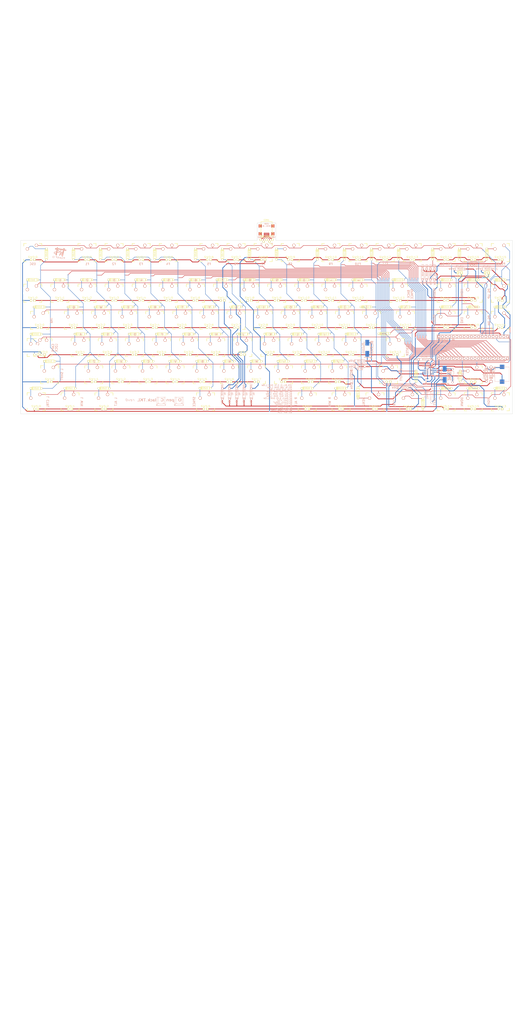
<source format=kicad_pcb>
(kicad_pcb (version 4) (host pcbnew 4.0.4-stable)
  (title_block (title "Toasty TKL") (rev 1))
  (layers (0 F.Cu signal hide) (31 B.Cu signal hide) (36 B.SilkS user hide) (37 F.SilkS user hide) (38 B.Mask user hide) (39 F.Mask user hide) (44 Edge.Cuts user))
  (net 0 "")
  (net 1 "/COL 0")
  (net 2 "/COL 1")
  (net 3 "/COL 10")
  (net 4 "/COL 11")
  (net 5 "/COL 12")
  (net 6 "/COL 13")
  (net 7 "/COL 14")
  (net 8 "/COL 15")
  (net 9 "/COL 2")
  (net 10 "/COL 3")
  (net 11 "/COL 4")
  (net 12 "/COL 5")
  (net 13 "/COL 6")
  (net 14 "/COL 7")
  (net 15 "/COL 8")
  (net 16 "/COL 9")
  (net 17 /GND)
  (net 18 "/LED 0")
  (net 19 "/LED 1")
  (net 20 /LEDCOL0)
  (net 21 /LEDROW0)
  (net 22 /LEDROW1)
  (net 23 /LEDROW10)
  (net 24 /LEDROW2)
  (net 25 /LEDROW3)
  (net 26 /LEDROW4)
  (net 27 /LEDROW5)
  (net 28 /LEDROW6)
  (net 29 /LEDROW7)
  (net 30 /LEDROW8)
  (net 31 /LEDROW9)
  (net 32 /Q1)
  (net 33 "/ROW 0")
  (net 34 "/ROW 1")
  (net 35 "/ROW 2")
  (net 36 "/ROW 3")
  (net 37 "/ROW 4")
  (net 38 "/ROW 5")
  (net 39 N-0000010)
  (net 40 N-00000105)
  (net 41 N-00000107)
  (net 42 N-00000108)
  (net 43 N-00000109)
  (net 44 N-0000011)
  (net 45 N-00000110)
  (net 46 N-00000112)
  (net 47 N-00000113)
  (net 48 N-00000114)
  (net 49 N-00000115)
  (net 50 N-00000116)
  (net 51 N-00000117)
  (net 52 N-00000118)
  (net 53 N-00000119)
  (net 54 N-0000012)
  (net 55 N-00000120)
  (net 56 N-00000121)
  (net 57 N-00000122)
  (net 58 N-00000123)
  (net 59 N-00000124)
  (net 60 N-00000125)
  (net 61 N-00000126)
  (net 62 N-00000127)
  (net 63 N-00000128)
  (net 64 N-00000129)
  (net 65 N-0000013)
  (net 66 N-00000130)
  (net 67 N-00000131)
  (net 68 N-00000132)
  (net 69 N-00000133)
  (net 70 N-00000134)
  (net 71 N-00000135)
  (net 72 N-00000137)
  (net 73 N-00000138)
  (net 74 N-00000139)
  (net 75 N-0000014)
  (net 76 N-00000140)
  (net 77 N-00000141)
  (net 78 N-00000142)
  (net 79 N-00000143)
  (net 80 N-00000144)
  (net 81 N-00000145)
  (net 82 N-00000147)
  (net 83 N-00000149)
  (net 84 N-0000015)
  (net 85 N-00000150)
  (net 86 N-00000151)
  (net 87 N-00000152)
  (net 88 N-00000153)
  (net 89 N-00000154)
  (net 90 N-00000155)
  (net 91 N-00000157)
  (net 92 N-0000016)
  (net 93 N-00000160)
  (net 94 N-00000161)
  (net 95 N-00000162)
  (net 96 N-00000169)
  (net 97 N-0000017)
  (net 98 N-00000170)
  (net 99 N-00000171)
  (net 100 N-00000172)
  (net 101 N-00000173)
  (net 102 N-00000174)
  (net 103 N-00000176)
  (net 104 N-00000177)
  (net 105 N-00000178)
  (net 106 N-00000179)
  (net 107 N-0000018)
  (net 108 N-00000180)
  (net 109 N-00000181)
  (net 110 N-00000182)
  (net 111 N-00000183)
  (net 112 N-00000184)
  (net 113 N-00000185)
  (net 114 N-00000186)
  (net 115 N-00000187)
  (net 116 N-00000188)
  (net 117 N-00000189)
  (net 118 N-0000019)
  (net 119 N-00000190)
  (net 120 N-00000191)
  (net 121 N-00000192)
  (net 122 N-00000193)
  (net 123 N-00000194)
  (net 124 N-00000195)
  (net 125 N-00000196)
  (net 126 N-00000197)
  (net 127 N-00000198)
  (net 128 N-00000199)
  (net 129 N-000002)
  (net 130 N-0000020)
  (net 131 N-00000200)
  (net 132 N-00000201)
  (net 133 N-00000202)
  (net 134 N-00000203)
  (net 135 N-00000204)
  (net 136 N-00000205)
  (net 137 N-00000206)
  (net 138 N-00000208)
  (net 139 N-00000209)
  (net 140 N-0000021)
  (net 141 N-00000210)
  (net 142 N-00000212)
  (net 143 N-00000213)
  (net 144 N-00000214)
  (net 145 N-00000218)
  (net 146 N-0000022)
  (net 147 N-0000023)
  (net 148 N-0000024)
  (net 149 N-0000025)
  (net 150 N-0000026)
  (net 151 N-0000027)
  (net 152 N-0000028)
  (net 153 N-0000029)
  (net 154 N-000003)
  (net 155 N-0000030)
  (net 156 N-0000031)
  (net 157 N-0000032)
  (net 158 N-0000033)
  (net 159 N-0000035)
  (net 160 N-0000036)
  (net 161 N-0000037)
  (net 162 N-0000038)
  (net 163 N-000004)
  (net 164 N-0000040)
  (net 165 N-0000042)
  (net 166 N-0000043)
  (net 167 N-0000044)
  (net 168 N-0000046)
  (net 169 N-0000047)
  (net 170 N-0000049)
  (net 171 N-000005)
  (net 172 N-0000050)
  (net 173 N-0000052)
  (net 174 N-0000053)
  (net 175 N-0000054)
  (net 176 N-0000055)
  (net 177 N-0000056)
  (net 178 N-0000057)
  (net 179 N-0000059)
  (net 180 N-000006)
  (net 181 N-0000060)
  (net 182 N-0000061)
  (net 183 N-0000062)
  (net 184 N-0000064)
  (net 185 N-0000066)
  (net 186 N-0000069)
  (net 187 N-000007)
  (net 188 N-0000070)
  (net 189 N-0000071)
  (net 190 N-0000072)
  (net 191 N-0000073)
  (net 192 N-0000074)
  (net 193 N-0000075)
  (net 194 N-0000076)
  (net 195 N-0000077)
  (net 196 N-0000078)
  (net 197 N-0000079)
  (net 198 N-000008)
  (net 199 N-0000080)
  (net 200 N-0000081)
  (net 201 N-0000082)
  (net 202 N-0000083)
  (net 203 N-0000084)
  (net 204 N-0000085)
  (net 205 N-0000086)
  (net 206 N-0000087)
  (net 207 N-0000088)
  (net 208 N-0000089)
  (net 209 N-000009)
  (net 210 N-0000090)
  (net 211 N-0000091)
  (net 212 N-0000092)
  (net 213 N-0000093)
  (net 214 N-0000095)
  (net 215 N-0000096)
  (net 216 N-0000098)
  (module DO-41 (layer B.Cu) (at 349.123 111.76 270)
    (fp_text reference BC_D1 (at 0 0 270) (layer B.SilkS) (effects (font (size 1.016 1.016) (thickness 0.2032)) (justify mirror)))
    (fp_text value "30V 1A" hide)
    (pad 2 thru_hole rect (at 5.08 0 270) (size 1.905 1.905) (drill 1.27) (layers *.Cu *.Mask B.SilkS) (net 20 /LEDCOL0))
    (pad 1 thru_hole circle (at -5.08 0 270) (size 1.905 1.905) (drill 1.27) (layers *.Cu *.Mask B.SilkS) (net 41 N-00000107))
  )
  (module CHERRYMX_LED_275H (layer F.Cu) (at 277.04415 112.0013)
    (fp_text reference SW4:13 (at 0 3.175) (layer F.SilkS) (effects (font (size 1.27 1.524) (thickness 0.2032))))
    (fp_text value "RIGHT SHIFT" hide)
    (pad 1 thru_hole circle (at 2.54 -5.08) (size 2.286 2.286) (drill 1.4986) (layers *.Cu *.SilkS *.Mask) (net 37 "/ROW 4"))
    (pad 2 thru_hole circle (at -3.81 -2.54) (size 2.286 2.286) (drill 1.4986) (layers *.Cu *.SilkS *.Mask) (net 162 N-0000038))
    (pad HOLE np_thru_hole circle (at 0 0) (size 3.9878 3.9878) (drill 3.9878) (layers *.Cu))
    (pad HOLE np_thru_hole circle (at -5.08 0) (size 1.7018 1.7018) (drill 1.7018) (layers *.Cu))
    (pad HOLE np_thru_hole circle (at 5.08 0) (size 1.7018 1.7018) (drill 1.7018) (layers *.Cu))
    (pad 3 thru_hole rect (at 1.27 5.08) (size 1.6764 1.4986) (drill 0.8128) (layers *.Cu *.Mask F.SilkS) (net 48 N-00000114))
    (pad 4 thru_hole circle (at -1.27 5.08) (size 1.6764 1.6764) (drill 0.8128) (layers *.Cu *.Mask F.SilkS) (net 20 /LEDCOL0))
  )
  (module TEENSY2PP (layer B.Cu) (at 336.5754 92.9513)
    (fp_text reference U0 (at -13.89888 -5.4991) (layer B.SilkS) (effects (font (size 0.9144 0.9144) (thickness 0.2286)) (justify mirror)))
    (fp_text value TEENSYPP2 (at -21.00072 -5.19938) (layer B.SilkS) (effects (font (size 1.524 0.9144) (thickness 0.2286)) (justify mirror)))
    (pad 52 thru_hole circle (at -24.13 7.62) (size 1.8796 1.8796) (drill 1.016) (layers *.Cu *.Mask B.SilkS) (net 43 N-00000109))
    (pad 51 thru_hole circle (at -21.59 7.62) (size 1.8796 1.8796) (drill 1.016) (layers *.Cu *.Mask B.SilkS) (net 13 "/COL 6"))
    (pad 50 thru_hole circle (at -19.05 7.62) (size 1.8796 1.8796) (drill 1.016) (layers *.Cu *.Mask B.SilkS) (net 12 "/COL 5"))
    (pad 49 thru_hole circle (at -16.51 7.62) (size 1.8796 1.8796) (drill 1.016) (layers *.Cu *.Mask B.SilkS) (net 11 "/COL 4"))
    (pad 48 thru_hole circle (at -13.97 7.62) (size 1.8796 1.8796) (drill 1.016) (layers *.Cu *.Mask B.SilkS) (net 10 "/COL 3"))
    (pad 47 thru_hole circle (at -11.43 7.62) (size 1.8796 1.8796) (drill 1.016) (layers *.Cu *.Mask B.SilkS) (net 9 "/COL 2"))
    (pad 46 thru_hole circle (at -8.89 7.62) (size 1.8796 1.8796) (drill 1.016) (layers *.Cu *.Mask B.SilkS) (net 2 "/COL 1"))
    (pad 45 thru_hole circle (at -6.35 7.62) (size 1.8796 1.8796) (drill 1.016) (layers *.Cu *.Mask B.SilkS) (net 1 "/COL 0"))
    (pad 44 thru_hole circle (at -3.81 7.62) (size 1.8796 1.8796) (drill 1.016) (layers *.Cu *.Mask B.SilkS))
    (pad 43 thru_hole circle (at -1.27 7.62) (size 1.8796 1.8796) (drill 1.016) (layers *.Cu *.Mask B.SilkS))
    (pad 42 thru_hole circle (at 1.27 7.62) (size 1.8796 1.8796) (drill 1.016) (layers *.Cu *.Mask B.SilkS))
    (pad 41 thru_hole circle (at 3.81 7.62) (size 1.8796 1.8796) (drill 1.016) (layers *.Cu *.Mask B.SilkS))
    (pad 40 thru_hole circle (at 6.35 7.62) (size 1.8796 1.8796) (drill 1.016) (layers *.Cu *.Mask B.SilkS) (net 15 "/COL 8"))
    (pad 39 thru_hole circle (at 8.89 7.62) (size 1.8796 1.8796) (drill 1.016) (layers *.Cu *.Mask B.SilkS) (net 16 "/COL 9"))
    (pad 38 thru_hole circle (at 11.43 7.62) (size 1.8796 1.8796) (drill 1.016) (layers *.Cu *.Mask B.SilkS) (net 3 "/COL 10"))
    (pad 37 thru_hole circle (at 13.97 7.62) (size 1.8796 1.8796) (drill 1.016) (layers *.Cu *.Mask B.SilkS) (net 4 "/COL 11"))
    (pad 36 thru_hole circle (at 16.51 7.62) (size 1.8796 1.8796) (drill 1.016) (layers *.Cu *.Mask B.SilkS) (net 5 "/COL 12"))
    (pad 35 thru_hole circle (at 19.05 7.62) (size 1.8796 1.8796) (drill 1.016) (layers *.Cu *.Mask B.SilkS) (net 6 "/COL 13"))
    (pad 34 thru_hole circle (at 21.59 7.62) (size 1.8796 1.8796) (drill 1.016) (layers *.Cu *.Mask B.SilkS) (net 7 "/COL 14"))
    (pad 33 thru_hole circle (at 24.13 7.62) (size 1.8796 1.8796) (drill 1.016) (layers *.Cu *.Mask B.SilkS) (net 8 "/COL 15"))
    (pad 20 thru_hole circle (at 24.13 -7.62) (size 1.8796 1.8796) (drill 1.016) (layers *.Cu *.Mask B.SilkS) (net 38 "/ROW 5"))
    (pad 19 thru_hole circle (at 21.59 -7.62) (size 1.8796 1.8796) (drill 1.016) (layers *.Cu *.Mask B.SilkS) (net 19 "/LED 1"))
    (pad 18 thru_hole circle (at 19.05 -7.62) (size 1.8796 1.8796) (drill 1.016) (layers *.Cu *.Mask B.SilkS) (net 18 "/LED 0"))
    (pad 17 thru_hole circle (at 16.51 -7.62) (size 1.8796 1.8796) (drill 1.016) (layers *.Cu *.Mask B.SilkS) (net 37 "/ROW 4"))
    (pad 16 thru_hole circle (at 13.97 -7.62) (size 1.8796 1.8796) (drill 1.016) (layers *.Cu *.Mask B.SilkS) (net 36 "/ROW 3"))
    (pad 15 thru_hole circle (at 11.43 -7.62) (size 1.8796 1.8796) (drill 1.016) (layers *.Cu *.Mask B.SilkS) (net 35 "/ROW 2"))
    (pad 14 thru_hole circle (at 8.89 -7.62) (size 1.8796 1.8796) (drill 1.016) (layers *.Cu *.Mask B.SilkS) (net 34 "/ROW 1"))
    (pad 13 thru_hole circle (at 6.35 -7.62) (size 1.8796 1.8796) (drill 1.016) (layers *.Cu *.Mask B.SilkS) (net 33 "/ROW 0"))
    (pad 12 thru_hole circle (at 3.81 -7.62) (size 1.8796 1.8796) (drill 1.016) (layers *.Cu *.Mask B.SilkS))
    (pad 11 thru_hole circle (at 1.27 -7.62) (size 1.8796 1.8796) (drill 1.016) (layers *.Cu *.Mask B.SilkS))
    (pad 10 thru_hole circle (at -1.27 -7.62) (size 1.8796 1.8796) (drill 1.016) (layers *.Cu *.Mask B.SilkS))
    (pad 9 thru_hole circle (at -3.81 -7.62) (size 1.8796 1.8796) (drill 1.016) (layers *.Cu *.Mask B.SilkS))
    (pad 8 thru_hole circle (at -6.35 -7.62) (size 1.8796 1.8796) (drill 1.016) (layers *.Cu *.Mask B.SilkS))
    (pad 7 thru_hole circle (at -8.89 -7.62) (size 1.8796 1.8796) (drill 1.016) (layers *.Cu *.Mask B.SilkS))
    (pad 6 thru_hole circle (at -11.43 -7.62) (size 1.8796 1.8796) (drill 1.016) (layers *.Cu *.Mask B.SilkS))
    (pad 5 thru_hole circle (at -13.97 -7.62) (size 1.8796 1.8796) (drill 1.016) (layers *.Cu *.Mask B.SilkS))
    (pad 4 thru_hole circle (at -16.51 -7.62) (size 1.8796 1.8796) (drill 1.016) (layers *.Cu *.Mask B.SilkS) (net 32 /Q1))
    (pad 3 thru_hole circle (at -19.05 -7.62) (size 1.8796 1.8796) (drill 1.016) (layers *.Cu *.Mask B.SilkS))
    (pad 2 thru_hole circle (at -21.59 -7.62) (size 1.8796 1.8796) (drill 1.016) (layers *.Cu *.Mask B.SilkS) (net 14 "/COL 7"))
    (pad 1 thru_hole rect (at -24.13 -7.62) (size 1.8796 1.8796) (drill 1.016) (layers *.Cu *.Mask B.SilkS) (net 17 /GND))
  )
  (module R3 (layer B.Cu) (at 165.354 125.476 90)
    (fp_text reference R2 hide)
    (fp_text value "180 OHM 1/8W" (at 0 -0.127 90) (layer B.SilkS) (effects (font (size 1.397 1.27) (thickness 0.2032)) (justify mirror)))
    (pad 1 thru_hole circle (at -3.81 0 90) (size 1.397 1.397) (drill 0.8128) (layers *.Cu *.Mask B.SilkS) (net 102 N-00000174))
    (pad 2 thru_hole circle (at 3.81 0 90) (size 1.397 1.397) (drill 0.8128) (layers *.Cu *.Mask B.SilkS) (net 24 /LEDROW2))
  )
  (module R3 (layer B.Cu) (at 175.514 125.476 90)
    (fp_text reference R3 hide)
    (fp_text value "180 OHM 1/8W" (at 0 -0.127 90) (layer B.SilkS) (effects (font (size 1.397 1.27) (thickness 0.2032)) (justify mirror)))
    (pad 1 thru_hole circle (at -3.81 0 90) (size 1.397 1.397) (drill 0.8128) (layers *.Cu *.Mask B.SilkS) (net 102 N-00000174))
    (pad 2 thru_hole circle (at 3.81 0 90) (size 1.397 1.397) (drill 0.8128) (layers *.Cu *.Mask B.SilkS) (net 25 /LEDROW3))
  )
  (module R3 (layer B.Cu) (at 180.594 125.476 90)
    (fp_text reference R4 hide)
    (fp_text value "180 OHM 1/8W" (at 0 -0.127 90) (layer B.SilkS) (effects (font (size 1.397 1.27) (thickness 0.2032)) (justify mirror)))
    (pad 1 thru_hole circle (at -3.81 0 90) (size 1.397 1.397) (drill 0.8128) (layers *.Cu *.Mask B.SilkS) (net 102 N-00000174))
    (pad 2 thru_hole circle (at 3.81 0 90) (size 1.397 1.397) (drill 0.8128) (layers *.Cu *.Mask B.SilkS) (net 26 /LEDROW4))
  )
  (module R3 (layer B.Cu) (at 286.766 121.158)
    (fp_text reference R5 hide)
    (fp_text value "180 OHM 1/8W" (at 0 -0.127) (layer B.SilkS) (effects (font (size 1.397 1.27) (thickness 0.2032)) (justify mirror)))
    (pad 1 thru_hole circle (at -3.81 0) (size 1.397 1.397) (drill 0.8128) (layers *.Cu *.Mask B.SilkS) (net 102 N-00000174))
    (pad 2 thru_hole circle (at 3.81 0) (size 1.397 1.397) (drill 0.8128) (layers *.Cu *.Mask B.SilkS) (net 27 /LEDROW5))
  )
  (module R3 (layer B.Cu) (at 300.99 41.656 270)
    (fp_text reference R6 hide)
    (fp_text value "180 OHM 1/8W" (at 0 -0.127 270) (layer B.SilkS) (effects (font (size 1.397 1.27) (thickness 0.2032)) (justify mirror)))
    (pad 1 thru_hole circle (at -3.81 0 270) (size 1.397 1.397) (drill 0.8128) (layers *.Cu *.Mask B.SilkS) (net 102 N-00000174))
    (pad 2 thru_hole circle (at 3.81 0 270) (size 1.397 1.397) (drill 0.8128) (layers *.Cu *.Mask B.SilkS) (net 28 /LEDROW6))
  )
  (module R3 (layer B.Cu) (at 303.784 41.656 270)
    (fp_text reference R7 hide)
    (fp_text value "180 OHM 1/8W" (at 0 -0.127 270) (layer B.SilkS) (effects (font (size 1.397 1.27) (thickness 0.2032)) (justify mirror)))
    (pad 1 thru_hole circle (at -3.81 0 270) (size 1.397 1.397) (drill 0.8128) (layers *.Cu *.Mask B.SilkS) (net 102 N-00000174))
    (pad 2 thru_hole circle (at 3.81 0 270) (size 1.397 1.397) (drill 0.8128) (layers *.Cu *.Mask B.SilkS) (net 29 /LEDROW7))
  )
  (module R3 (layer B.Cu) (at 306.578 41.656 270)
    (fp_text reference R8 hide)
    (fp_text value "180 OHM 1/8W" (at 0 -0.127 270) (layer B.SilkS) (effects (font (size 1.397 1.27) (thickness 0.2032)) (justify mirror)))
    (pad 1 thru_hole circle (at -3.81 0 270) (size 1.397 1.397) (drill 0.8128) (layers *.Cu *.Mask B.SilkS) (net 102 N-00000174))
    (pad 2 thru_hole circle (at 3.81 0 270) (size 1.397 1.397) (drill 0.8128) (layers *.Cu *.Mask B.SilkS) (net 30 /LEDROW8))
  )
  (module R3 (layer B.Cu) (at 250.952 114.808 270)
    (fp_text reference R9 hide)
    (fp_text value "180 OHM 1/8W" (at 0 -0.127 270) (layer B.SilkS) (effects (font (size 1.397 1.27) (thickness 0.2032)) (justify mirror)))
    (pad 1 thru_hole circle (at -3.81 0 270) (size 1.397 1.397) (drill 0.8128) (layers *.Cu *.Mask B.SilkS) (net 102 N-00000174))
    (pad 2 thru_hole circle (at 3.81 0 270) (size 1.397 1.397) (drill 0.8128) (layers *.Cu *.Mask B.SilkS) (net 31 /LEDROW9))
  )
  (module R3 (layer B.Cu) (at 309.372 41.656 270)
    (fp_text reference R10 hide)
    (fp_text value "510 OHM 1/8W" (at 0 -0.127 270) (layer B.SilkS) (effects (font (size 1.397 1.27) (thickness 0.2032)) (justify mirror)))
    (pad 1 thru_hole circle (at -3.81 0 270) (size 1.397 1.397) (drill 0.8128) (layers *.Cu *.Mask B.SilkS) (net 102 N-00000174))
    (pad 2 thru_hole circle (at 3.81 0 270) (size 1.397 1.397) (drill 0.8128) (layers *.Cu *.Mask B.SilkS) (net 23 /LEDROW10))
  )
  (module CHERRYMX_LED_100H (layer F.Cu) (at 27.0129 54.8513)
    (fp_text reference SW1:0 (at 0 3.175) (layer F.SilkS) (effects (font (size 1.27 1.524) (thickness 0.2032))))
    (fp_text value ` hide)
    (pad 1 thru_hole circle (at 2.54 -5.08) (size 2.286 2.286) (drill 1.4986) (layers *.Cu *.SilkS *.Mask) (net 34 "/ROW 1"))
    (pad 2 thru_hole circle (at -3.81 -2.54) (size 2.286 2.286) (drill 1.4986) (layers *.Cu *.SilkS *.Mask) (net 145 N-00000218))
    (pad HOLE np_thru_hole circle (at 0 0) (size 3.9878 3.9878) (drill 3.9878) (layers *.Cu))
    (pad HOLE np_thru_hole circle (at -5.08 0) (size 1.7018 1.7018) (drill 1.7018) (layers *.Cu))
    (pad HOLE np_thru_hole circle (at 5.08 0) (size 1.7018 1.7018) (drill 1.7018) (layers *.Cu))
    (pad 3 thru_hole rect (at 1.27 5.08) (size 1.6764 1.4986) (drill 0.8128) (layers *.Cu *.Mask F.SilkS) (net 113 N-00000185))
    (pad 4 thru_hole circle (at -1.27 5.08) (size 1.6764 1.6764) (drill 0.8128) (layers *.Cu *.Mask F.SilkS) (net 20 /LEDCOL0))
  )
  (module CHERRYMX_LED_100H (layer F.Cu) (at 355.6254 131.0513)
    (fp_text reference SW5:13 (at 0 3.175) (layer F.SilkS) (effects (font (size 1.27 1.524) (thickness 0.2032))))
    (fp_text value RIGHT hide)
    (pad 1 thru_hole circle (at 2.54 -5.08) (size 2.286 2.286) (drill 1.4986) (layers *.Cu *.SilkS *.Mask) (net 38 "/ROW 5"))
    (pad 2 thru_hole circle (at -3.81 -2.54) (size 2.286 2.286) (drill 1.4986) (layers *.Cu *.SilkS *.Mask) (net 179 N-0000059))
    (pad HOLE np_thru_hole circle (at 0 0) (size 3.9878 3.9878) (drill 3.9878) (layers *.Cu))
    (pad HOLE np_thru_hole circle (at -5.08 0) (size 1.7018 1.7018) (drill 1.7018) (layers *.Cu))
    (pad HOLE np_thru_hole circle (at 5.08 0) (size 1.7018 1.7018) (drill 1.7018) (layers *.Cu))
    (pad 3 thru_hole rect (at 1.27 5.08) (size 1.6764 1.4986) (drill 0.8128) (layers *.Cu *.Mask F.SilkS) (net 214 N-0000095))
    (pad 4 thru_hole circle (at -1.27 5.08) (size 1.6764 1.6764) (drill 0.8128) (layers *.Cu *.Mask F.SilkS) (net 215 N-0000096))
  )
  (module CHERRYMX_LED_100H (layer F.Cu) (at 336.5754 73.9013)
    (fp_text reference SW2:15 (at 0 3.175) (layer F.SilkS) (effects (font (size 1.27 1.524) (thickness 0.2032))))
    (fp_text value END hide)
    (pad 1 thru_hole circle (at 2.54 -5.08) (size 2.286 2.286) (drill 1.4986) (layers *.Cu *.SilkS *.Mask) (net 35 "/ROW 2"))
    (pad 2 thru_hole circle (at -3.81 -2.54) (size 2.286 2.286) (drill 1.4986) (layers *.Cu *.SilkS *.Mask) (net 184 N-0000064))
    (pad HOLE np_thru_hole circle (at 0 0) (size 3.9878 3.9878) (drill 3.9878) (layers *.Cu))
    (pad HOLE np_thru_hole circle (at -5.08 0) (size 1.7018 1.7018) (drill 1.7018) (layers *.Cu))
    (pad HOLE np_thru_hole circle (at 5.08 0) (size 1.7018 1.7018) (drill 1.7018) (layers *.Cu))
    (pad 3 thru_hole rect (at 1.27 5.08) (size 1.6764 1.4986) (drill 0.8128) (layers *.Cu *.Mask F.SilkS) (net 29 /LEDROW7))
    (pad 4 thru_hole circle (at -1.27 5.08) (size 1.6764 1.6764) (drill 0.8128) (layers *.Cu *.Mask F.SilkS) (net 47 N-00000113))
  )
  (module CHERRYMX_LED_100H (layer F.Cu) (at 274.6629 26.2763)
    (fp_text reference SW0:12 (at 0 3.175) (layer F.SilkS) (effects (font (size 1.27 1.524) (thickness 0.2032))))
    (fp_text value F11 hide)
    (pad 1 thru_hole circle (at 2.54 -5.08) (size 2.286 2.286) (drill 1.4986) (layers *.Cu *.SilkS *.Mask) (net 33 "/ROW 0"))
    (pad 2 thru_hole circle (at -3.81 -2.54) (size 2.286 2.286) (drill 1.4986) (layers *.Cu *.SilkS *.Mask) (net 199 N-0000080))
    (pad HOLE np_thru_hole circle (at 0 0) (size 3.9878 3.9878) (drill 3.9878) (layers *.Cu))
    (pad HOLE np_thru_hole circle (at -5.08 0) (size 1.7018 1.7018) (drill 1.7018) (layers *.Cu))
    (pad HOLE np_thru_hole circle (at 5.08 0) (size 1.7018 1.7018) (drill 1.7018) (layers *.Cu))
    (pad 3 thru_hole rect (at 1.27 5.08) (size 1.6764 1.4986) (drill 0.8128) (layers *.Cu *.Mask F.SilkS) (net 74 N-00000139))
    (pad 4 thru_hole circle (at -1.27 5.08) (size 1.6764 1.6764) (drill 0.8128) (layers *.Cu *.Mask F.SilkS) (net 76 N-00000140))
  )
  (module CHERRYMX_LED_100H (layer F.Cu) (at 265.1379 73.9013)
    (fp_text reference SW2:12 (at 0 3.175) (layer F.SilkS) (effects (font (size 1.27 1.524) (thickness 0.2032))))
    (fp_text value ] hide)
    (pad 1 thru_hole circle (at 2.54 -5.08) (size 2.286 2.286) (drill 1.4986) (layers *.Cu *.SilkS *.Mask) (net 35 "/ROW 2"))
    (pad 2 thru_hole circle (at -3.81 -2.54) (size 2.286 2.286) (drill 1.4986) (layers *.Cu *.SilkS *.Mask) (net 200 N-0000081))
    (pad HOLE np_thru_hole circle (at 0 0) (size 3.9878 3.9878) (drill 3.9878) (layers *.Cu))
    (pad HOLE np_thru_hole circle (at -5.08 0) (size 1.7018 1.7018) (drill 1.7018) (layers *.Cu))
    (pad HOLE np_thru_hole circle (at 5.08 0) (size 1.7018 1.7018) (drill 1.7018) (layers *.Cu))
    (pad 3 thru_hole rect (at 1.27 5.08) (size 1.6764 1.4986) (drill 0.8128) (layers *.Cu *.Mask F.SilkS) (net 60 N-00000125))
    (pad 4 thru_hole circle (at -1.27 5.08) (size 1.6764 1.6764) (drill 0.8128) (layers *.Cu *.Mask F.SilkS) (net 61 N-00000126))
  )
  (module CHERRYMX_LED_100H (layer F.Cu) (at 255.6129 54.8513)
    (fp_text reference SW1:12 (at 0 3.175) (layer F.SilkS) (effects (font (size 1.27 1.524) (thickness 0.2032))))
    (fp_text value = hide)
    (pad 1 thru_hole circle (at 2.54 -5.08) (size 2.286 2.286) (drill 1.4986) (layers *.Cu *.SilkS *.Mask) (net 34 "/ROW 1"))
    (pad 2 thru_hole circle (at -3.81 -2.54) (size 2.286 2.286) (drill 1.4986) (layers *.Cu *.SilkS *.Mask) (net 196 N-0000078))
    (pad HOLE np_thru_hole circle (at 0 0) (size 3.9878 3.9878) (drill 3.9878) (layers *.Cu))
    (pad HOLE np_thru_hole circle (at -5.08 0) (size 1.7018 1.7018) (drill 1.7018) (layers *.Cu))
    (pad HOLE np_thru_hole circle (at 5.08 0) (size 1.7018 1.7018) (drill 1.7018) (layers *.Cu))
    (pad 3 thru_hole rect (at 1.27 5.08) (size 1.6764 1.4986) (drill 0.8128) (layers *.Cu *.Mask F.SilkS) (net 68 N-00000132))
    (pad 4 thru_hole circle (at -1.27 5.08) (size 1.6764 1.6764) (drill 0.8128) (layers *.Cu *.Mask F.SilkS) (net 69 N-00000133))
  )
  (module CHERRYMX_LED_100H (layer F.Cu) (at 317.5254 26.2763)
    (fp_text reference SW0:14 (at 0 3.175) (layer F.SilkS) (effects (font (size 1.27 1.524) (thickness 0.2032))))
    (fp_text value PRINT hide)
    (pad 1 thru_hole circle (at 2.54 -5.08) (size 2.286 2.286) (drill 1.4986) (layers *.Cu *.SilkS *.Mask) (net 33 "/ROW 0"))
    (pad 2 thru_hole circle (at -3.81 -2.54) (size 2.286 2.286) (drill 1.4986) (layers *.Cu *.SilkS *.Mask) (net 165 N-0000042))
    (pad HOLE np_thru_hole circle (at 0 0) (size 3.9878 3.9878) (drill 3.9878) (layers *.Cu))
    (pad HOLE np_thru_hole circle (at -5.08 0) (size 1.7018 1.7018) (drill 1.7018) (layers *.Cu))
    (pad HOLE np_thru_hole circle (at 5.08 0) (size 1.7018 1.7018) (drill 1.7018) (layers *.Cu))
    (pad 3 thru_hole rect (at 1.27 5.08) (size 1.6764 1.4986) (drill 0.8128) (layers *.Cu *.Mask F.SilkS) (net 72 N-00000137))
    (pad 4 thru_hole circle (at -1.27 5.08) (size 1.6764 1.6764) (drill 0.8128) (layers *.Cu *.Mask F.SilkS) (net 73 N-00000138))
  )
  (module CHERRYMX_LED_100H (layer F.Cu) (at 336.5754 54.8513)
    (fp_text reference SW1:15 (at 0 3.175) (layer F.SilkS) (effects (font (size 1.27 1.524) (thickness 0.2032))))
    (fp_text value HOME hide)
    (pad 1 thru_hole circle (at 2.54 -5.08) (size 2.286 2.286) (drill 1.4986) (layers *.Cu *.SilkS *.Mask) (net 34 "/ROW 1"))
    (pad 2 thru_hole circle (at -3.81 -2.54) (size 2.286 2.286) (drill 1.4986) (layers *.Cu *.SilkS *.Mask) (net 183 N-0000062))
    (pad HOLE np_thru_hole circle (at 0 0) (size 3.9878 3.9878) (drill 3.9878) (layers *.Cu))
    (pad HOLE np_thru_hole circle (at -5.08 0) (size 1.7018 1.7018) (drill 1.7018) (layers *.Cu))
    (pad HOLE np_thru_hole circle (at 5.08 0) (size 1.7018 1.7018) (drill 1.7018) (layers *.Cu))
    (pad 3 thru_hole rect (at 1.27 5.08) (size 1.6764 1.4986) (drill 0.8128) (layers *.Cu *.Mask F.SilkS) (net 28 /LEDROW6))
    (pad 4 thru_hole circle (at -1.27 5.08) (size 1.6764 1.6764) (drill 0.8128) (layers *.Cu *.Mask F.SilkS) (net 66 N-00000130))
  )
  (module CHERRYMX_LED_100H (layer F.Cu) (at 250.8504 92.9513)
    (fp_text reference SW3:11 (at 0 3.175) (layer F.SilkS) (effects (font (size 1.27 1.524) (thickness 0.2032))))
    (fp_text value ' hide)
    (pad 1 thru_hole circle (at 2.54 -5.08) (size 2.286 2.286) (drill 1.4986) (layers *.Cu *.SilkS *.Mask) (net 36 "/ROW 3"))
    (pad 2 thru_hole circle (at -3.81 -2.54) (size 2.286 2.286) (drill 1.4986) (layers *.Cu *.SilkS *.Mask) (net 169 N-0000047))
    (pad HOLE np_thru_hole circle (at 0 0) (size 3.9878 3.9878) (drill 3.9878) (layers *.Cu))
    (pad HOLE np_thru_hole circle (at -5.08 0) (size 1.7018 1.7018) (drill 1.7018) (layers *.Cu))
    (pad HOLE np_thru_hole circle (at 5.08 0) (size 1.7018 1.7018) (drill 1.7018) (layers *.Cu))
    (pad 3 thru_hole rect (at 1.27 5.08) (size 1.6764 1.4986) (drill 0.8128) (layers *.Cu *.Mask F.SilkS) (net 49 N-00000115))
    (pad 4 thru_hole circle (at -1.27 5.08) (size 1.6764 1.6764) (drill 0.8128) (layers *.Cu *.Mask F.SilkS) (net 99 N-00000171))
  )
  (module CHERRYMX_LED_100H (layer F.Cu) (at 198.4629 54.8513)
    (fp_text reference SW1:9 (at 0 3.175) (layer F.SilkS) (effects (font (size 1.27 1.524) (thickness 0.2032))))
    (fp_text value 9 hide)
    (pad 1 thru_hole circle (at 2.54 -5.08) (size 2.286 2.286) (drill 1.4986) (layers *.Cu *.SilkS *.Mask) (net 34 "/ROW 1"))
    (pad 2 thru_hole circle (at -3.81 -2.54) (size 2.286 2.286) (drill 1.4986) (layers *.Cu *.SilkS *.Mask) (net 54 N-0000012))
    (pad HOLE np_thru_hole circle (at 0 0) (size 3.9878 3.9878) (drill 3.9878) (layers *.Cu))
    (pad HOLE np_thru_hole circle (at -5.08 0) (size 1.7018 1.7018) (drill 1.7018) (layers *.Cu))
    (pad HOLE np_thru_hole circle (at 5.08 0) (size 1.7018 1.7018) (drill 1.7018) (layers *.Cu))
    (pad 3 thru_hole rect (at 1.27 5.08) (size 1.6764 1.4986) (drill 0.8128) (layers *.Cu *.Mask F.SilkS) (net 59 N-00000124))
    (pad 4 thru_hole circle (at -1.27 5.08) (size 1.6764 1.6764) (drill 0.8128) (layers *.Cu *.Mask F.SilkS) (net 71 N-00000135))
  )
  (module CHERRYMX_LED_100H (layer F.Cu) (at 317.5254 73.9013)
    (fp_text reference SW2:14 (at 0 3.175) (layer F.SilkS) (effects (font (size 1.27 1.524) (thickness 0.2032))))
    (fp_text value DELETE hide)
    (pad 1 thru_hole circle (at 2.54 -5.08) (size 2.286 2.286) (drill 1.4986) (layers *.Cu *.SilkS *.Mask) (net 35 "/ROW 2"))
    (pad 2 thru_hole circle (at -3.81 -2.54) (size 2.286 2.286) (drill 1.4986) (layers *.Cu *.SilkS *.Mask) (net 167 N-0000044))
    (pad HOLE np_thru_hole circle (at 0 0) (size 3.9878 3.9878) (drill 3.9878) (layers *.Cu))
    (pad HOLE np_thru_hole circle (at -5.08 0) (size 1.7018 1.7018) (drill 1.7018) (layers *.Cu))
    (pad HOLE np_thru_hole circle (at 5.08 0) (size 1.7018 1.7018) (drill 1.7018) (layers *.Cu))
    (pad 3 thru_hole rect (at 1.27 5.08) (size 1.6764 1.4986) (drill 0.8128) (layers *.Cu *.Mask F.SilkS) (net 47 N-00000113))
    (pad 4 thru_hole circle (at -1.27 5.08) (size 1.6764 1.6764) (drill 0.8128) (layers *.Cu *.Mask F.SilkS) (net 89 N-00000154))
  )
  (module CHERRYMX_LED_100H (layer F.Cu) (at 336.5754 26.2763)
    (fp_text reference SW0:15 (at 0 3.175) (layer F.SilkS) (effects (font (size 1.27 1.524) (thickness 0.2032))))
    (fp_text value "SCROLL LOCK" hide)
    (pad 1 thru_hole circle (at 2.54 -5.08) (size 2.286 2.286) (drill 1.4986) (layers *.Cu *.SilkS *.Mask) (net 33 "/ROW 0"))
    (pad 2 thru_hole circle (at -3.81 -2.54) (size 2.286 2.286) (drill 1.4986) (layers *.Cu *.SilkS *.Mask) (net 182 N-0000061))
    (pad HOLE np_thru_hole circle (at 0 0) (size 3.9878 3.9878) (drill 3.9878) (layers *.Cu))
    (pad HOLE np_thru_hole circle (at -5.08 0) (size 1.7018 1.7018) (drill 1.7018) (layers *.Cu))
    (pad HOLE np_thru_hole circle (at 5.08 0) (size 1.7018 1.7018) (drill 1.7018) (layers *.Cu))
    (pad 3 thru_hole rect (at 1.27 5.08) (size 1.6764 1.4986) (drill 0.8128) (layers *.Cu *.Mask F.SilkS) (net 94 N-00000161))
    (pad 4 thru_hole circle (at -1.27 5.08) (size 1.6764 1.6764) (drill 0.8128) (layers *.Cu *.Mask F.SilkS) (net 72 N-00000137))
  )
  (module CHERRYMX_LED_100H (layer F.Cu) (at 293.7129 26.2763)
    (fp_text reference SW0:13 (at 0 3.175) (layer F.SilkS) (effects (font (size 1.27 1.524) (thickness 0.2032))))
    (fp_text value F12 hide)
    (pad 1 thru_hole circle (at 2.54 -5.08) (size 2.286 2.286) (drill 1.4986) (layers *.Cu *.SilkS *.Mask) (net 33 "/ROW 0"))
    (pad 2 thru_hole circle (at -3.81 -2.54) (size 2.286 2.286) (drill 1.4986) (layers *.Cu *.SilkS *.Mask) (net 172 N-0000050))
    (pad HOLE np_thru_hole circle (at 0 0) (size 3.9878 3.9878) (drill 3.9878) (layers *.Cu))
    (pad HOLE np_thru_hole circle (at -5.08 0) (size 1.7018 1.7018) (drill 1.7018) (layers *.Cu))
    (pad HOLE np_thru_hole circle (at 5.08 0) (size 1.7018 1.7018) (drill 1.7018) (layers *.Cu))
    (pad 3 thru_hole rect (at 1.27 5.08) (size 1.6764 1.4986) (drill 0.8128) (layers *.Cu *.Mask F.SilkS) (net 73 N-00000138))
    (pad 4 thru_hole circle (at -1.27 5.08) (size 1.6764 1.6764) (drill 0.8128) (layers *.Cu *.Mask F.SilkS) (net 74 N-00000139))
  )
  (module CHERRYMX_LED_100H (layer F.Cu) (at 88.9254 112.0013)
    (fp_text reference SW4:2 (at 0 3.175) (layer F.SilkS) (effects (font (size 1.27 1.524) (thickness 0.2032))))
    (fp_text value X hide)
    (pad 1 thru_hole circle (at 2.54 -5.08) (size 2.286 2.286) (drill 1.4986) (layers *.Cu *.SilkS *.Mask) (net 37 "/ROW 4"))
    (pad 2 thru_hole circle (at -3.81 -2.54) (size 2.286 2.286) (drill 1.4986) (layers *.Cu *.SilkS *.Mask) (net 151 N-0000027))
    (pad HOLE np_thru_hole circle (at 0 0) (size 3.9878 3.9878) (drill 3.9878) (layers *.Cu))
    (pad HOLE np_thru_hole circle (at -5.08 0) (size 1.7018 1.7018) (drill 1.7018) (layers *.Cu))
    (pad HOLE np_thru_hole circle (at 5.08 0) (size 1.7018 1.7018) (drill 1.7018) (layers *.Cu))
    (pad 3 thru_hole rect (at 1.27 5.08) (size 1.6764 1.4986) (drill 0.8128) (layers *.Cu *.Mask F.SilkS) (net 124 N-00000195))
    (pad 4 thru_hole circle (at -1.27 5.08) (size 1.6764 1.6764) (drill 0.8128) (layers *.Cu *.Mask F.SilkS) (net 109 N-00000181))
  )
  (module CHERRYMX_LED_100H (layer F.Cu) (at 150.8379 73.9013)
    (fp_text reference SW2:6 (at 0 3.175) (layer F.SilkS) (effects (font (size 1.27 1.524) (thickness 0.2032))))
    (fp_text value Y hide)
    (pad 1 thru_hole circle (at 2.54 -5.08) (size 2.286 2.286) (drill 1.4986) (layers *.Cu *.SilkS *.Mask) (net 35 "/ROW 2"))
    (pad 2 thru_hole circle (at -3.81 -2.54) (size 2.286 2.286) (drill 1.4986) (layers *.Cu *.SilkS *.Mask) (net 180 N-000006))
    (pad HOLE np_thru_hole circle (at 0 0) (size 3.9878 3.9878) (drill 3.9878) (layers *.Cu))
    (pad HOLE np_thru_hole circle (at -5.08 0) (size 1.7018 1.7018) (drill 1.7018) (layers *.Cu))
    (pad HOLE np_thru_hole circle (at 5.08 0) (size 1.7018 1.7018) (drill 1.7018) (layers *.Cu))
    (pad 3 thru_hole rect (at 1.27 5.08) (size 1.6764 1.4986) (drill 0.8128) (layers *.Cu *.Mask F.SilkS) (net 120 N-00000191))
    (pad 4 thru_hole circle (at -1.27 5.08) (size 1.6764 1.6764) (drill 0.8128) (layers *.Cu *.Mask F.SilkS) (net 133 N-00000202))
  )
  (module CHERRYMX_LED_100H (layer F.Cu) (at 141.3129 54.8513)
    (fp_text reference SW1:6 (at 0 3.175) (layer F.SilkS) (effects (font (size 1.27 1.524) (thickness 0.2032))))
    (fp_text value 6 hide)
    (pad 1 thru_hole circle (at 2.54 -5.08) (size 2.286 2.286) (drill 1.4986) (layers *.Cu *.SilkS *.Mask) (net 34 "/ROW 1"))
    (pad 2 thru_hole circle (at -3.81 -2.54) (size 2.286 2.286) (drill 1.4986) (layers *.Cu *.SilkS *.Mask) (net 157 N-0000032))
    (pad HOLE np_thru_hole circle (at 0 0) (size 3.9878 3.9878) (drill 3.9878) (layers *.Cu))
    (pad HOLE np_thru_hole circle (at -5.08 0) (size 1.7018 1.7018) (drill 1.7018) (layers *.Cu))
    (pad HOLE np_thru_hole circle (at 5.08 0) (size 1.7018 1.7018) (drill 1.7018) (layers *.Cu))
    (pad 3 thru_hole rect (at 1.27 5.08) (size 1.6764 1.4986) (drill 0.8128) (layers *.Cu *.Mask F.SilkS) (net 121 N-00000192))
    (pad 4 thru_hole circle (at -1.27 5.08) (size 1.6764 1.6764) (drill 0.8128) (layers *.Cu *.Mask F.SilkS) (net 135 N-00000204))
  )
  (module CHERRYMX_LED_100H (layer F.Cu) (at 122.2629 26.2763)
    (fp_text reference SW0:5 (at 0 3.175) (layer F.SilkS) (effects (font (size 1.27 1.524) (thickness 0.2032))))
    (fp_text value F4 hide)
    (pad 1 thru_hole circle (at 2.54 -5.08) (size 2.286 2.286) (drill 1.4986) (layers *.Cu *.SilkS *.Mask) (net 33 "/ROW 0"))
    (pad 2 thru_hole circle (at -3.81 -2.54) (size 2.286 2.286) (drill 1.4986) (layers *.Cu *.SilkS *.Mask) (net 158 N-0000033))
    (pad HOLE np_thru_hole circle (at 0 0) (size 3.9878 3.9878) (drill 3.9878) (layers *.Cu))
    (pad HOLE np_thru_hole circle (at -5.08 0) (size 1.7018 1.7018) (drill 1.7018) (layers *.Cu))
    (pad HOLE np_thru_hole circle (at 5.08 0) (size 1.7018 1.7018) (drill 1.7018) (layers *.Cu))
    (pad 3 thru_hole rect (at 1.27 5.08) (size 1.6764 1.4986) (drill 0.8128) (layers *.Cu *.Mask F.SilkS) (net 137 N-00000206))
    (pad 4 thru_hole circle (at -1.27 5.08) (size 1.6764 1.6764) (drill 0.8128) (layers *.Cu *.Mask F.SilkS) (net 136 N-00000205))
  )
  (module CHERRYMX_LED_100H (layer F.Cu) (at 127.0254 112.0013)
    (fp_text reference SW4:4 (at 0 3.175) (layer F.SilkS) (effects (font (size 1.27 1.524) (thickness 0.2032))))
    (fp_text value V hide)
    (pad 1 thru_hole circle (at 2.54 -5.08) (size 2.286 2.286) (drill 1.4986) (layers *.Cu *.SilkS *.Mask) (net 37 "/ROW 4"))
    (pad 2 thru_hole circle (at -3.81 -2.54) (size 2.286 2.286) (drill 1.4986) (layers *.Cu *.SilkS *.Mask) (net 153 N-0000029))
    (pad HOLE np_thru_hole circle (at 0 0) (size 3.9878 3.9878) (drill 3.9878) (layers *.Cu))
    (pad HOLE np_thru_hole circle (at -5.08 0) (size 1.7018 1.7018) (drill 1.7018) (layers *.Cu))
    (pad HOLE np_thru_hole circle (at 5.08 0) (size 1.7018 1.7018) (drill 1.7018) (layers *.Cu))
    (pad 3 thru_hole rect (at 1.27 5.08) (size 1.6764 1.4986) (drill 0.8128) (layers *.Cu *.Mask F.SilkS) (net 141 N-00000210))
    (pad 4 thru_hole circle (at -1.27 5.08) (size 1.6764 1.6764) (drill 0.8128) (layers *.Cu *.Mask F.SilkS) (net 139 N-00000209))
  )
  (module CHERRYMX_LED_100H (layer F.Cu) (at 117.5004 92.9513)
    (fp_text reference SW3:4 (at 0 3.175) (layer F.SilkS) (effects (font (size 1.27 1.524) (thickness 0.2032))))
    (fp_text value F hide)
    (pad 1 thru_hole circle (at 2.54 -5.08) (size 2.286 2.286) (drill 1.4986) (layers *.Cu *.SilkS *.Mask) (net 36 "/ROW 3"))
    (pad 2 thru_hole circle (at -3.81 -2.54) (size 2.286 2.286) (drill 1.4986) (layers *.Cu *.SilkS *.Mask) (net 152 N-0000028))
    (pad HOLE np_thru_hole circle (at 0 0) (size 3.9878 3.9878) (drill 3.9878) (layers *.Cu))
    (pad HOLE np_thru_hole circle (at -5.08 0) (size 1.7018 1.7018) (drill 1.7018) (layers *.Cu))
    (pad HOLE np_thru_hole circle (at 5.08 0) (size 1.7018 1.7018) (drill 1.7018) (layers *.Cu))
    (pad 3 thru_hole rect (at 1.27 5.08) (size 1.6764 1.4986) (drill 0.8128) (layers *.Cu *.Mask F.SilkS) (net 131 N-00000200))
    (pad 4 thru_hole circle (at -1.27 5.08) (size 1.6764 1.6764) (drill 0.8128) (layers *.Cu *.Mask F.SilkS) (net 128 N-00000199))
  )
  (module CHERRYMX_LED_100H (layer F.Cu) (at 131.7879 73.9013)
    (fp_text reference SW2:5 (at 0 3.175) (layer F.SilkS) (effects (font (size 1.27 1.524) (thickness 0.2032))))
    (fp_text value T hide)
    (pad 1 thru_hole circle (at 2.54 -5.08) (size 2.286 2.286) (drill 1.4986) (layers *.Cu *.SilkS *.Mask) (net 35 "/ROW 2"))
    (pad 2 thru_hole circle (at -3.81 -2.54) (size 2.286 2.286) (drill 1.4986) (layers *.Cu *.SilkS *.Mask) (net 155 N-0000030))
    (pad HOLE np_thru_hole circle (at 0 0) (size 3.9878 3.9878) (drill 3.9878) (layers *.Cu))
    (pad HOLE np_thru_hole circle (at -5.08 0) (size 1.7018 1.7018) (drill 1.7018) (layers *.Cu))
    (pad HOLE np_thru_hole circle (at 5.08 0) (size 1.7018 1.7018) (drill 1.7018) (layers *.Cu))
    (pad 3 thru_hole rect (at 1.27 5.08) (size 1.6764 1.4986) (drill 0.8128) (layers *.Cu *.Mask F.SilkS) (net 133 N-00000202))
    (pad 4 thru_hole circle (at -1.27 5.08) (size 1.6764 1.6764) (drill 0.8128) (layers *.Cu *.Mask F.SilkS) (net 132 N-00000201))
  )
  (module CHERRYMX_LED_100H (layer F.Cu) (at 122.2629 54.8513)
    (fp_text reference SW1:5 (at 0 3.175) (layer F.SilkS) (effects (font (size 1.27 1.524) (thickness 0.2032))))
    (fp_text value 5 hide)
    (pad 1 thru_hole circle (at 2.54 -5.08) (size 2.286 2.286) (drill 1.4986) (layers *.Cu *.SilkS *.Mask) (net 34 "/ROW 1"))
    (pad 2 thru_hole circle (at -3.81 -2.54) (size 2.286 2.286) (drill 1.4986) (layers *.Cu *.SilkS *.Mask) (net 160 N-0000036))
    (pad HOLE np_thru_hole circle (at 0 0) (size 3.9878 3.9878) (drill 3.9878) (layers *.Cu))
    (pad HOLE np_thru_hole circle (at -5.08 0) (size 1.7018 1.7018) (drill 1.7018) (layers *.Cu))
    (pad HOLE np_thru_hole circle (at 5.08 0) (size 1.7018 1.7018) (drill 1.7018) (layers *.Cu))
    (pad 3 thru_hole rect (at 1.27 5.08) (size 1.6764 1.4986) (drill 0.8128) (layers *.Cu *.Mask F.SilkS) (net 135 N-00000204))
    (pad 4 thru_hole circle (at -1.27 5.08) (size 1.6764 1.6764) (drill 0.8128) (layers *.Cu *.Mask F.SilkS) (net 134 N-00000203))
  )
  (module CHERRYMX_LED_100H (layer F.Cu) (at 103.2129 26.2763)
    (fp_text reference SW0:4 (at 0 3.175) (layer F.SilkS) (effects (font (size 1.27 1.524) (thickness 0.2032))))
    (fp_text value F3 hide)
    (pad 1 thru_hole circle (at 2.54 -5.08) (size 2.286 2.286) (drill 1.4986) (layers *.Cu *.SilkS *.Mask) (net 33 "/ROW 0"))
    (pad 2 thru_hole circle (at -3.81 -2.54) (size 2.286 2.286) (drill 1.4986) (layers *.Cu *.SilkS *.Mask) (net 130 N-0000020))
    (pad HOLE np_thru_hole circle (at 0 0) (size 3.9878 3.9878) (drill 3.9878) (layers *.Cu))
    (pad HOLE np_thru_hole circle (at -5.08 0) (size 1.7018 1.7018) (drill 1.7018) (layers *.Cu))
    (pad HOLE np_thru_hole circle (at 5.08 0) (size 1.7018 1.7018) (drill 1.7018) (layers *.Cu))
    (pad 3 thru_hole rect (at 1.27 5.08) (size 1.6764 1.4986) (drill 0.8128) (layers *.Cu *.Mask F.SilkS) (net 136 N-00000205))
    (pad 4 thru_hole circle (at -1.27 5.08) (size 1.6764 1.6764) (drill 0.8128) (layers *.Cu *.Mask F.SilkS) (net 105 N-00000178))
  )
  (module CHERRYMX_LED_100H (layer F.Cu) (at 107.9754 112.0013)
    (fp_text reference SW4:3 (at 0 3.175) (layer F.SilkS) (effects (font (size 1.27 1.524) (thickness 0.2032))))
    (fp_text value C hide)
    (pad 1 thru_hole circle (at 2.54 -5.08) (size 2.286 2.286) (drill 1.4986) (layers *.Cu *.SilkS *.Mask) (net 37 "/ROW 4"))
    (pad 2 thru_hole circle (at -3.81 -2.54) (size 2.286 2.286) (drill 1.4986) (layers *.Cu *.SilkS *.Mask) (net 159 N-0000035))
    (pad HOLE np_thru_hole circle (at 0 0) (size 3.9878 3.9878) (drill 3.9878) (layers *.Cu))
    (pad HOLE np_thru_hole circle (at -5.08 0) (size 1.7018 1.7018) (drill 1.7018) (layers *.Cu))
    (pad HOLE np_thru_hole circle (at 5.08 0) (size 1.7018 1.7018) (drill 1.7018) (layers *.Cu))
    (pad 3 thru_hole rect (at 1.27 5.08) (size 1.6764 1.4986) (drill 0.8128) (layers *.Cu *.Mask F.SilkS) (net 139 N-00000209))
    (pad 4 thru_hole circle (at -1.27 5.08) (size 1.6764 1.6764) (drill 0.8128) (layers *.Cu *.Mask F.SilkS) (net 124 N-00000195))
  )
  (module CHERRYMX_LED_100H (layer F.Cu) (at 98.4504 92.9513)
    (fp_text reference SW3:3 (at 0 3.175) (layer F.SilkS) (effects (font (size 1.27 1.524) (thickness 0.2032))))
    (fp_text value D hide)
    (pad 1 thru_hole circle (at 2.54 -5.08) (size 2.286 2.286) (drill 1.4986) (layers *.Cu *.SilkS *.Mask) (net 36 "/ROW 3"))
    (pad 2 thru_hole circle (at -3.81 -2.54) (size 2.286 2.286) (drill 1.4986) (layers *.Cu *.SilkS *.Mask) (net 149 N-0000025))
    (pad HOLE np_thru_hole circle (at 0 0) (size 3.9878 3.9878) (drill 3.9878) (layers *.Cu))
    (pad HOLE np_thru_hole circle (at -5.08 0) (size 1.7018 1.7018) (drill 1.7018) (layers *.Cu))
    (pad HOLE np_thru_hole circle (at 5.08 0) (size 1.7018 1.7018) (drill 1.7018) (layers *.Cu))
    (pad 3 thru_hole rect (at 1.27 5.08) (size 1.6764 1.4986) (drill 0.8128) (layers *.Cu *.Mask F.SilkS) (net 128 N-00000199))
    (pad 4 thru_hole circle (at -1.27 5.08) (size 1.6764 1.6764) (drill 0.8128) (layers *.Cu *.Mask F.SilkS) (net 125 N-00000196))
  )
  (module CHERRYMX_LED_100H (layer F.Cu) (at 112.7379 73.9013)
    (fp_text reference SW2:4 (at 0 3.175) (layer F.SilkS) (effects (font (size 1.27 1.524) (thickness 0.2032))))
    (fp_text value R hide)
    (pad 1 thru_hole circle (at 2.54 -5.08) (size 2.286 2.286) (drill 1.4986) (layers *.Cu *.SilkS *.Mask) (net 35 "/ROW 2"))
    (pad 2 thru_hole circle (at -3.81 -2.54) (size 2.286 2.286) (drill 1.4986) (layers *.Cu *.SilkS *.Mask) (net 146 N-0000022))
    (pad HOLE np_thru_hole circle (at 0 0) (size 3.9878 3.9878) (drill 3.9878) (layers *.Cu))
    (pad HOLE np_thru_hole circle (at -5.08 0) (size 1.7018 1.7018) (drill 1.7018) (layers *.Cu))
    (pad HOLE np_thru_hole circle (at 5.08 0) (size 1.7018 1.7018) (drill 1.7018) (layers *.Cu))
    (pad 3 thru_hole rect (at 1.27 5.08) (size 1.6764 1.4986) (drill 0.8128) (layers *.Cu *.Mask F.SilkS) (net 132 N-00000201))
    (pad 4 thru_hole circle (at -1.27 5.08) (size 1.6764 1.6764) (drill 0.8128) (layers *.Cu *.Mask F.SilkS) (net 126 N-00000197))
  )
  (module CHERRYMX_LED_100H (layer F.Cu) (at 103.2129 54.8513)
    (fp_text reference SW1:4 (at 0 3.175) (layer F.SilkS) (effects (font (size 1.27 1.524) (thickness 0.2032))))
    (fp_text value 4 hide)
    (pad 1 thru_hole circle (at 2.54 -5.08) (size 2.286 2.286) (drill 1.4986) (layers *.Cu *.SilkS *.Mask) (net 34 "/ROW 1"))
    (pad 2 thru_hole circle (at -3.81 -2.54) (size 2.286 2.286) (drill 1.4986) (layers *.Cu *.SilkS *.Mask) (net 140 N-0000021))
    (pad HOLE np_thru_hole circle (at 0 0) (size 3.9878 3.9878) (drill 3.9878) (layers *.Cu))
    (pad HOLE np_thru_hole circle (at -5.08 0) (size 1.7018 1.7018) (drill 1.7018) (layers *.Cu))
    (pad HOLE np_thru_hole circle (at 5.08 0) (size 1.7018 1.7018) (drill 1.7018) (layers *.Cu))
    (pad 3 thru_hole rect (at 1.27 5.08) (size 1.6764 1.4986) (drill 0.8128) (layers *.Cu *.Mask F.SilkS) (net 134 N-00000203))
    (pad 4 thru_hole circle (at -1.27 5.08) (size 1.6764 1.6764) (drill 0.8128) (layers *.Cu *.Mask F.SilkS) (net 127 N-00000198))
  )
  (module CHERRYMX_LED_100H (layer F.Cu) (at 84.1629 26.2763)
    (fp_text reference SW0:3 (at 0 3.175) (layer F.SilkS) (effects (font (size 1.27 1.524) (thickness 0.2032))))
    (fp_text value F2 hide)
    (pad 1 thru_hole circle (at 2.54 -5.08) (size 2.286 2.286) (drill 1.4986) (layers *.Cu *.SilkS *.Mask) (net 33 "/ROW 0"))
    (pad 2 thru_hole circle (at -3.81 -2.54) (size 2.286 2.286) (drill 1.4986) (layers *.Cu *.SilkS *.Mask) (net 85 N-00000150))
    (pad HOLE np_thru_hole circle (at 0 0) (size 3.9878 3.9878) (drill 3.9878) (layers *.Cu))
    (pad HOLE np_thru_hole circle (at -5.08 0) (size 1.7018 1.7018) (drill 1.7018) (layers *.Cu))
    (pad HOLE np_thru_hole circle (at 5.08 0) (size 1.7018 1.7018) (drill 1.7018) (layers *.Cu))
    (pad 3 thru_hole rect (at 1.27 5.08) (size 1.6764 1.4986) (drill 0.8128) (layers *.Cu *.Mask F.SilkS) (net 105 N-00000178))
    (pad 4 thru_hole circle (at -1.27 5.08) (size 1.6764 1.6764) (drill 0.8128) (layers *.Cu *.Mask F.SilkS) (net 116 N-00000188))
  )
  (module CHERRYMX_LED_100H (layer F.Cu) (at 255.6129 26.2763)
    (fp_text reference SW0:11 (at 0 3.175) (layer F.SilkS) (effects (font (size 1.27 1.524) (thickness 0.2032))))
    (fp_text value F10 hide)
    (pad 1 thru_hole circle (at 2.54 -5.08) (size 2.286 2.286) (drill 1.4986) (layers *.Cu *.SilkS *.Mask) (net 33 "/ROW 0"))
    (pad 2 thru_hole circle (at -3.81 -2.54) (size 2.286 2.286) (drill 1.4986) (layers *.Cu *.SilkS *.Mask) (net 191 N-0000073))
    (pad HOLE np_thru_hole circle (at 0 0) (size 3.9878 3.9878) (drill 3.9878) (layers *.Cu))
    (pad HOLE np_thru_hole circle (at -5.08 0) (size 1.7018 1.7018) (drill 1.7018) (layers *.Cu))
    (pad HOLE np_thru_hole circle (at 5.08 0) (size 1.7018 1.7018) (drill 1.7018) (layers *.Cu))
    (pad 3 thru_hole rect (at 1.27 5.08) (size 1.6764 1.4986) (drill 0.8128) (layers *.Cu *.Mask F.SilkS) (net 76 N-00000140))
    (pad 4 thru_hole circle (at -1.27 5.08) (size 1.6764 1.6764) (drill 0.8128) (layers *.Cu *.Mask F.SilkS) (net 77 N-00000141))
  )
  (module CHERRYMX_LED_100H (layer F.Cu) (at 79.4004 92.9513)
    (fp_text reference SW3:2 (at 0 3.175) (layer F.SilkS) (effects (font (size 1.27 1.524) (thickness 0.2032))))
    (fp_text value S hide)
    (pad 1 thru_hole circle (at 2.54 -5.08) (size 2.286 2.286) (drill 1.4986) (layers *.Cu *.SilkS *.Mask) (net 36 "/ROW 3"))
    (pad 2 thru_hole circle (at -3.81 -2.54) (size 2.286 2.286) (drill 1.4986) (layers *.Cu *.SilkS *.Mask) (net 150 N-0000026))
    (pad HOLE np_thru_hole circle (at 0 0) (size 3.9878 3.9878) (drill 3.9878) (layers *.Cu))
    (pad HOLE np_thru_hole circle (at -5.08 0) (size 1.7018 1.7018) (drill 1.7018) (layers *.Cu))
    (pad HOLE np_thru_hole circle (at 5.08 0) (size 1.7018 1.7018) (drill 1.7018) (layers *.Cu))
    (pad 3 thru_hole rect (at 1.27 5.08) (size 1.6764 1.4986) (drill 0.8128) (layers *.Cu *.Mask F.SilkS) (net 125 N-00000196))
    (pad 4 thru_hole circle (at -1.27 5.08) (size 1.6764 1.6764) (drill 0.8128) (layers *.Cu *.Mask F.SilkS) (net 110 N-00000182))
  )
  (module CHERRYMX_LED_100H (layer F.Cu) (at 93.6879 73.9013)
    (fp_text reference SW2:3 (at 0 3.175) (layer F.SilkS) (effects (font (size 1.27 1.524) (thickness 0.2032))))
    (fp_text value E hide)
    (pad 1 thru_hole circle (at 2.54 -5.08) (size 2.286 2.286) (drill 1.4986) (layers *.Cu *.SilkS *.Mask) (net 35 "/ROW 2"))
    (pad 2 thru_hole circle (at -3.81 -2.54) (size 2.286 2.286) (drill 1.4986) (layers *.Cu *.SilkS *.Mask) (net 148 N-0000024))
    (pad HOLE np_thru_hole circle (at 0 0) (size 3.9878 3.9878) (drill 3.9878) (layers *.Cu))
    (pad HOLE np_thru_hole circle (at -5.08 0) (size 1.7018 1.7018) (drill 1.7018) (layers *.Cu))
    (pad HOLE np_thru_hole circle (at 5.08 0) (size 1.7018 1.7018) (drill 1.7018) (layers *.Cu))
    (pad 3 thru_hole rect (at 1.27 5.08) (size 1.6764 1.4986) (drill 0.8128) (layers *.Cu *.Mask F.SilkS) (net 126 N-00000197))
    (pad 4 thru_hole circle (at -1.27 5.08) (size 1.6764 1.6764) (drill 0.8128) (layers *.Cu *.Mask F.SilkS) (net 51 N-00000117))
  )
  (module CHERRYMX_LED_100H (layer F.Cu) (at 84.1629 54.8513)
    (fp_text reference SW1:3 (at 0 3.175) (layer F.SilkS) (effects (font (size 1.27 1.524) (thickness 0.2032))))
    (fp_text value 3 hide)
    (pad 1 thru_hole circle (at 2.54 -5.08) (size 2.286 2.286) (drill 1.4986) (layers *.Cu *.SilkS *.Mask) (net 34 "/ROW 1"))
    (pad 2 thru_hole circle (at -3.81 -2.54) (size 2.286 2.286) (drill 1.4986) (layers *.Cu *.SilkS *.Mask) (net 147 N-0000023))
    (pad HOLE np_thru_hole circle (at 0 0) (size 3.9878 3.9878) (drill 3.9878) (layers *.Cu))
    (pad HOLE np_thru_hole circle (at -5.08 0) (size 1.7018 1.7018) (drill 1.7018) (layers *.Cu))
    (pad HOLE np_thru_hole circle (at 5.08 0) (size 1.7018 1.7018) (drill 1.7018) (layers *.Cu))
    (pad 3 thru_hole rect (at 1.27 5.08) (size 1.6764 1.4986) (drill 0.8128) (layers *.Cu *.Mask F.SilkS) (net 127 N-00000198))
    (pad 4 thru_hole circle (at -1.27 5.08) (size 1.6764 1.6764) (drill 0.8128) (layers *.Cu *.Mask F.SilkS) (net 144 N-00000214))
  )
  (module CHERRYMX_LED_100H (layer F.Cu) (at 65.1129 26.2763)
    (fp_text reference SW0:2 (at 0 3.175) (layer F.SilkS) (effects (font (size 1.27 1.524) (thickness 0.2032))))
    (fp_text value F1 hide)
    (pad 1 thru_hole circle (at 2.54 -5.08) (size 2.286 2.286) (drill 1.4986) (layers *.Cu *.SilkS *.Mask) (net 33 "/ROW 0"))
    (pad 2 thru_hole circle (at -3.81 -2.54) (size 2.286 2.286) (drill 1.4986) (layers *.Cu *.SilkS *.Mask) (net 86 N-00000151))
    (pad HOLE np_thru_hole circle (at 0 0) (size 3.9878 3.9878) (drill 3.9878) (layers *.Cu))
    (pad HOLE np_thru_hole circle (at -5.08 0) (size 1.7018 1.7018) (drill 1.7018) (layers *.Cu))
    (pad HOLE np_thru_hole circle (at 5.08 0) (size 1.7018 1.7018) (drill 1.7018) (layers *.Cu))
    (pad 3 thru_hole rect (at 1.27 5.08) (size 1.6764 1.4986) (drill 0.8128) (layers *.Cu *.Mask F.SilkS) (net 116 N-00000188))
    (pad 4 thru_hole circle (at -1.27 5.08) (size 1.6764 1.6764) (drill 0.8128) (layers *.Cu *.Mask F.SilkS) (net 114 N-00000186))
  )
  (module CHERRYMX_LED_100H (layer F.Cu) (at 69.8754 112.0013)
    (fp_text reference SW4:1 (at 0 3.175) (layer F.SilkS) (effects (font (size 1.27 1.524) (thickness 0.2032))))
    (fp_text value Z hide)
    (pad 1 thru_hole circle (at 2.54 -5.08) (size 2.286 2.286) (drill 1.4986) (layers *.Cu *.SilkS *.Mask) (net 37 "/ROW 4"))
    (pad 2 thru_hole circle (at -3.81 -2.54) (size 2.286 2.286) (drill 1.4986) (layers *.Cu *.SilkS *.Mask) (net 82 N-00000147))
    (pad HOLE np_thru_hole circle (at 0 0) (size 3.9878 3.9878) (drill 3.9878) (layers *.Cu))
    (pad HOLE np_thru_hole circle (at -5.08 0) (size 1.7018 1.7018) (drill 1.7018) (layers *.Cu))
    (pad HOLE np_thru_hole circle (at 5.08 0) (size 1.7018 1.7018) (drill 1.7018) (layers *.Cu))
    (pad 3 thru_hole rect (at 1.27 5.08) (size 1.6764 1.4986) (drill 0.8128) (layers *.Cu *.Mask F.SilkS) (net 109 N-00000181))
    (pad 4 thru_hole circle (at -1.27 5.08) (size 1.6764 1.6764) (drill 0.8128) (layers *.Cu *.Mask F.SilkS) (net 117 N-00000189))
  )
  (module CHERRYMX_LED_100H (layer F.Cu) (at 60.3504 92.9513)
    (fp_text reference SW3:1 (at 0 3.175) (layer F.SilkS) (effects (font (size 1.27 1.524) (thickness 0.2032))))
    (fp_text value A hide)
    (pad 1 thru_hole circle (at 2.54 -5.08) (size 2.286 2.286) (drill 1.4986) (layers *.Cu *.SilkS *.Mask) (net 36 "/ROW 3"))
    (pad 2 thru_hole circle (at -3.81 -2.54) (size 2.286 2.286) (drill 1.4986) (layers *.Cu *.SilkS *.Mask) (net 81 N-00000145))
    (pad HOLE np_thru_hole circle (at 0 0) (size 3.9878 3.9878) (drill 3.9878) (layers *.Cu))
    (pad HOLE np_thru_hole circle (at -5.08 0) (size 1.7018 1.7018) (drill 1.7018) (layers *.Cu))
    (pad HOLE np_thru_hole circle (at 5.08 0) (size 1.7018 1.7018) (drill 1.7018) (layers *.Cu))
    (pad 3 thru_hole rect (at 1.27 5.08) (size 1.6764 1.4986) (drill 0.8128) (layers *.Cu *.Mask F.SilkS) (net 110 N-00000182))
    (pad 4 thru_hole circle (at -1.27 5.08) (size 1.6764 1.6764) (drill 0.8128) (layers *.Cu *.Mask F.SilkS) (net 111 N-00000183))
  )
  (module CHERRYMX_LED_100H (layer F.Cu) (at 74.6379 73.9013)
    (fp_text reference SW2:2 (at 0 3.175) (layer F.SilkS) (effects (font (size 1.27 1.524) (thickness 0.2032))))
    (fp_text value W hide)
    (pad 1 thru_hole circle (at 2.54 -5.08) (size 2.286 2.286) (drill 1.4986) (layers *.Cu *.SilkS *.Mask) (net 35 "/ROW 2"))
    (pad 2 thru_hole circle (at -3.81 -2.54) (size 2.286 2.286) (drill 1.4986) (layers *.Cu *.SilkS *.Mask) (net 91 N-00000157))
    (pad HOLE np_thru_hole circle (at 0 0) (size 3.9878 3.9878) (drill 3.9878) (layers *.Cu))
    (pad HOLE np_thru_hole circle (at -5.08 0) (size 1.7018 1.7018) (drill 1.7018) (layers *.Cu))
    (pad HOLE np_thru_hole circle (at 5.08 0) (size 1.7018 1.7018) (drill 1.7018) (layers *.Cu))
    (pad 3 thru_hole rect (at 1.27 5.08) (size 1.6764 1.4986) (drill 0.8128) (layers *.Cu *.Mask F.SilkS) (net 51 N-00000117))
    (pad 4 thru_hole circle (at -1.27 5.08) (size 1.6764 1.6764) (drill 0.8128) (layers *.Cu *.Mask F.SilkS) (net 115 N-00000187))
  )
  (module CHERRYMX_LED_100H (layer F.Cu) (at 65.1129 54.8513)
    (fp_text reference SW1:2 (at 0 3.175) (layer F.SilkS) (effects (font (size 1.27 1.524) (thickness 0.2032))))
    (fp_text value 2 hide)
    (pad 1 thru_hole circle (at 2.54 -5.08) (size 2.286 2.286) (drill 1.4986) (layers *.Cu *.SilkS *.Mask) (net 34 "/ROW 1"))
    (pad 2 thru_hole circle (at -3.81 -2.54) (size 2.286 2.286) (drill 1.4986) (layers *.Cu *.SilkS *.Mask) (net 90 N-00000155))
    (pad HOLE np_thru_hole circle (at 0 0) (size 3.9878 3.9878) (drill 3.9878) (layers *.Cu))
    (pad HOLE np_thru_hole circle (at -5.08 0) (size 1.7018 1.7018) (drill 1.7018) (layers *.Cu))
    (pad HOLE np_thru_hole circle (at 5.08 0) (size 1.7018 1.7018) (drill 1.7018) (layers *.Cu))
    (pad 3 thru_hole rect (at 1.27 5.08) (size 1.6764 1.4986) (drill 0.8128) (layers *.Cu *.Mask F.SilkS) (net 144 N-00000214))
    (pad 4 thru_hole circle (at -1.27 5.08) (size 1.6764 1.6764) (drill 0.8128) (layers *.Cu *.Mask F.SilkS) (net 143 N-00000213))
  )
  (module CHERRYMX_LED_100H (layer F.Cu) (at 55.5879 73.9013)
    (fp_text reference SW2:1 (at 0 3.175) (layer F.SilkS) (effects (font (size 1.27 1.524) (thickness 0.2032))))
    (fp_text value Q hide)
    (pad 1 thru_hole circle (at 2.54 -5.08) (size 2.286 2.286) (drill 1.4986) (layers *.Cu *.SilkS *.Mask) (net 35 "/ROW 2"))
    (pad 2 thru_hole circle (at -3.81 -2.54) (size 2.286 2.286) (drill 1.4986) (layers *.Cu *.SilkS *.Mask) (net 57 N-00000122))
    (pad HOLE np_thru_hole circle (at 0 0) (size 3.9878 3.9878) (drill 3.9878) (layers *.Cu))
    (pad HOLE np_thru_hole circle (at -5.08 0) (size 1.7018 1.7018) (drill 1.7018) (layers *.Cu))
    (pad HOLE np_thru_hole circle (at 5.08 0) (size 1.7018 1.7018) (drill 1.7018) (layers *.Cu))
    (pad 3 thru_hole rect (at 1.27 5.08) (size 1.6764 1.4986) (drill 0.8128) (layers *.Cu *.Mask F.SilkS) (net 115 N-00000187))
    (pad 4 thru_hole circle (at -1.27 5.08) (size 1.6764 1.6764) (drill 0.8128) (layers *.Cu *.Mask F.SilkS) (net 112 N-00000184))
  )
  (module CHERRYMX_LED_100H (layer F.Cu) (at 46.0629 54.8513)
    (fp_text reference SW1:1 (at 0 3.175) (layer F.SilkS) (effects (font (size 1.27 1.524) (thickness 0.2032))))
    (fp_text value 1 hide)
    (pad 1 thru_hole circle (at 2.54 -5.08) (size 2.286 2.286) (drill 1.4986) (layers *.Cu *.SilkS *.Mask) (net 34 "/ROW 1"))
    (pad 2 thru_hole circle (at -3.81 -2.54) (size 2.286 2.286) (drill 1.4986) (layers *.Cu *.SilkS *.Mask) (net 55 N-00000120))
    (pad HOLE np_thru_hole circle (at 0 0) (size 3.9878 3.9878) (drill 3.9878) (layers *.Cu))
    (pad HOLE np_thru_hole circle (at -5.08 0) (size 1.7018 1.7018) (drill 1.7018) (layers *.Cu))
    (pad HOLE np_thru_hole circle (at 5.08 0) (size 1.7018 1.7018) (drill 1.7018) (layers *.Cu))
    (pad 3 thru_hole rect (at 1.27 5.08) (size 1.6764 1.4986) (drill 0.8128) (layers *.Cu *.Mask F.SilkS) (net 143 N-00000213))
    (pad 4 thru_hole circle (at -1.27 5.08) (size 1.6764 1.6764) (drill 0.8128) (layers *.Cu *.Mask F.SilkS) (net 113 N-00000185))
  )
  (module CHERRYMX_LED_100H (layer F.Cu) (at 27.0129 26.2763)
    (fp_text reference SW0:0 (at 0 3.175) (layer F.SilkS) (effects (font (size 1.27 1.524) (thickness 0.2032))))
    (fp_text value ESC hide)
    (pad 1 thru_hole circle (at 2.54 -5.08) (size 2.286 2.286) (drill 1.4986) (layers *.Cu *.SilkS *.Mask) (net 33 "/ROW 0"))
    (pad 2 thru_hole circle (at -3.81 -2.54) (size 2.286 2.286) (drill 1.4986) (layers *.Cu *.SilkS *.Mask) (net 53 N-00000119))
    (pad HOLE np_thru_hole circle (at 0 0) (size 3.9878 3.9878) (drill 3.9878) (layers *.Cu))
    (pad HOLE np_thru_hole circle (at -5.08 0) (size 1.7018 1.7018) (drill 1.7018) (layers *.Cu))
    (pad HOLE np_thru_hole circle (at 5.08 0) (size 1.7018 1.7018) (drill 1.7018) (layers *.Cu))
    (pad 3 thru_hole rect (at 1.27 5.08) (size 1.6764 1.4986) (drill 0.8128) (layers *.Cu *.Mask F.SilkS) (net 114 N-00000186))
    (pad 4 thru_hole circle (at -1.27 5.08) (size 1.6764 1.6764) (drill 0.8128) (layers *.Cu *.Mask F.SilkS) (net 20 /LEDCOL0))
  )
  (module CHERRYMX_LED_100H (layer F.Cu) (at 136.5504 92.9513)
    (fp_text reference SW3:5 (at 0 3.175) (layer F.SilkS) (effects (font (size 1.27 1.524) (thickness 0.2032))))
    (fp_text value G hide)
    (pad 1 thru_hole circle (at 2.54 -5.08) (size 2.286 2.286) (drill 1.4986) (layers *.Cu *.SilkS *.Mask) (net 36 "/ROW 3"))
    (pad 2 thru_hole circle (at -3.81 -2.54) (size 2.286 2.286) (drill 1.4986) (layers *.Cu *.SilkS *.Mask) (net 187 N-000007))
    (pad HOLE np_thru_hole circle (at 0 0) (size 3.9878 3.9878) (drill 3.9878) (layers *.Cu))
    (pad HOLE np_thru_hole circle (at -5.08 0) (size 1.7018 1.7018) (drill 1.7018) (layers *.Cu))
    (pad HOLE np_thru_hole circle (at 5.08 0) (size 1.7018 1.7018) (drill 1.7018) (layers *.Cu))
    (pad 3 thru_hole rect (at 1.27 5.08) (size 1.6764 1.4986) (drill 0.8128) (layers *.Cu *.Mask F.SilkS) (net 119 N-00000190))
    (pad 4 thru_hole circle (at -1.27 5.08) (size 1.6764 1.6764) (drill 0.8128) (layers *.Cu *.Mask F.SilkS) (net 131 N-00000200))
  )
  (module CHERRYMX_LED_100H (layer F.Cu) (at 241.3254 112.0013)
    (fp_text reference SW4:10 (at 0 3.175) (layer F.SilkS) (effects (font (size 1.27 1.524) (thickness 0.2032))))
    (fp_text value / hide)
    (pad 1 thru_hole circle (at 2.54 -5.08) (size 2.286 2.286) (drill 1.4986) (layers *.Cu *.SilkS *.Mask) (net 37 "/ROW 4"))
    (pad 2 thru_hole circle (at -3.81 -2.54) (size 2.286 2.286) (drill 1.4986) (layers *.Cu *.SilkS *.Mask) (net 204 N-0000085))
    (pad HOLE np_thru_hole circle (at 0 0) (size 3.9878 3.9878) (drill 3.9878) (layers *.Cu))
    (pad HOLE np_thru_hole circle (at -5.08 0) (size 1.7018 1.7018) (drill 1.7018) (layers *.Cu))
    (pad HOLE np_thru_hole circle (at 5.08 0) (size 1.7018 1.7018) (drill 1.7018) (layers *.Cu))
    (pad 3 thru_hole rect (at 1.27 5.08) (size 1.6764 1.4986) (drill 0.8128) (layers *.Cu *.Mask F.SilkS) (net 31 /LEDROW9))
    (pad 4 thru_hole circle (at -1.27 5.08) (size 1.6764 1.6764) (drill 0.8128) (layers *.Cu *.Mask F.SilkS) (net 96 N-00000169))
  )
  (module CHERRYMX_LED_100H (layer F.Cu) (at 231.8004 92.9513)
    (fp_text reference SW3:10 (at 0 3.175) (layer F.SilkS) (effects (font (size 1.27 1.524) (thickness 0.2032))))
    (fp_text value ; hide)
    (pad 1 thru_hole circle (at 2.54 -5.08) (size 2.286 2.286) (drill 1.4986) (layers *.Cu *.SilkS *.Mask) (net 36 "/ROW 3"))
    (pad 2 thru_hole circle (at -3.81 -2.54) (size 2.286 2.286) (drill 1.4986) (layers *.Cu *.SilkS *.Mask) (net 203 N-0000084))
    (pad HOLE np_thru_hole circle (at 0 0) (size 3.9878 3.9878) (drill 3.9878) (layers *.Cu))
    (pad HOLE np_thru_hole circle (at -5.08 0) (size 1.7018 1.7018) (drill 1.7018) (layers *.Cu))
    (pad HOLE np_thru_hole circle (at 5.08 0) (size 1.7018 1.7018) (drill 1.7018) (layers *.Cu))
    (pad 3 thru_hole rect (at 1.27 5.08) (size 1.6764 1.4986) (drill 0.8128) (layers *.Cu *.Mask F.SilkS) (net 99 N-00000171))
    (pad 4 thru_hole circle (at -1.27 5.08) (size 1.6764 1.6764) (drill 0.8128) (layers *.Cu *.Mask F.SilkS) (net 100 N-00000172))
  )
  (module CHERRYMX_LED_100H (layer F.Cu) (at 246.0879 73.9013)
    (fp_text reference SW2:11 (at 0 3.175) (layer F.SilkS) (effects (font (size 1.27 1.524) (thickness 0.2032))))
    (fp_text value [ hide)
    (pad 1 thru_hole circle (at 2.54 -5.08) (size 2.286 2.286) (drill 1.4986) (layers *.Cu *.SilkS *.Mask) (net 35 "/ROW 2"))
    (pad 2 thru_hole circle (at -3.81 -2.54) (size 2.286 2.286) (drill 1.4986) (layers *.Cu *.SilkS *.Mask) (net 202 N-0000083))
    (pad HOLE np_thru_hole circle (at 0 0) (size 3.9878 3.9878) (drill 3.9878) (layers *.Cu))
    (pad HOLE np_thru_hole circle (at -5.08 0) (size 1.7018 1.7018) (drill 1.7018) (layers *.Cu))
    (pad HOLE np_thru_hole circle (at 5.08 0) (size 1.7018 1.7018) (drill 1.7018) (layers *.Cu))
    (pad 3 thru_hole rect (at 1.27 5.08) (size 1.6764 1.4986) (drill 0.8128) (layers *.Cu *.Mask F.SilkS) (net 61 N-00000126))
    (pad 4 thru_hole circle (at -1.27 5.08) (size 1.6764 1.6764) (drill 0.8128) (layers *.Cu *.Mask F.SilkS) (net 62 N-00000127))
  )
  (module CHERRYMX_LED_100H (layer F.Cu) (at 236.5629 54.8513)
    (fp_text reference SW1:11 (at 0 3.175) (layer F.SilkS) (effects (font (size 1.27 1.524) (thickness 0.2032))))
    (fp_text value - hide)
    (pad 1 thru_hole circle (at 2.54 -5.08) (size 2.286 2.286) (drill 1.4986) (layers *.Cu *.SilkS *.Mask) (net 34 "/ROW 1"))
    (pad 2 thru_hole circle (at -3.81 -2.54) (size 2.286 2.286) (drill 1.4986) (layers *.Cu *.SilkS *.Mask) (net 201 N-0000082))
    (pad HOLE np_thru_hole circle (at 0 0) (size 3.9878 3.9878) (drill 3.9878) (layers *.Cu))
    (pad HOLE np_thru_hole circle (at -5.08 0) (size 1.7018 1.7018) (drill 1.7018) (layers *.Cu))
    (pad HOLE np_thru_hole circle (at 5.08 0) (size 1.7018 1.7018) (drill 1.7018) (layers *.Cu))
    (pad 3 thru_hole rect (at 1.27 5.08) (size 1.6764 1.4986) (drill 0.8128) (layers *.Cu *.Mask F.SilkS) (net 69 N-00000133))
    (pad 4 thru_hole circle (at -1.27 5.08) (size 1.6764 1.6764) (drill 0.8128) (layers *.Cu *.Mask F.SilkS) (net 70 N-00000134))
  )
  (module CHERRYMX_LED_100H (layer F.Cu) (at 236.5629 26.2763)
    (fp_text reference SW0:10 (at 0 3.175) (layer F.SilkS) (effects (font (size 1.27 1.524) (thickness 0.2032))))
    (fp_text value F9 hide)
    (pad 1 thru_hole circle (at 2.54 -5.08) (size 2.286 2.286) (drill 1.4986) (layers *.Cu *.SilkS *.Mask) (net 33 "/ROW 0"))
    (pad 2 thru_hole circle (at -3.81 -2.54) (size 2.286 2.286) (drill 1.4986) (layers *.Cu *.SilkS *.Mask) (net 192 N-0000074))
    (pad HOLE np_thru_hole circle (at 0 0) (size 3.9878 3.9878) (drill 3.9878) (layers *.Cu))
    (pad HOLE np_thru_hole circle (at -5.08 0) (size 1.7018 1.7018) (drill 1.7018) (layers *.Cu))
    (pad HOLE np_thru_hole circle (at 5.08 0) (size 1.7018 1.7018) (drill 1.7018) (layers *.Cu))
    (pad 3 thru_hole rect (at 1.27 5.08) (size 1.6764 1.4986) (drill 0.8128) (layers *.Cu *.Mask F.SilkS) (net 77 N-00000141))
    (pad 4 thru_hole circle (at -1.27 5.08) (size 1.6764 1.6764) (drill 0.8128) (layers *.Cu *.Mask F.SilkS) (net 78 N-00000142))
  )
  (module CHERRYMX_LED_100H (layer F.Cu) (at 222.2754 112.0013)
    (fp_text reference SW4:9 (at 0 3.175) (layer F.SilkS) (effects (font (size 1.27 1.524) (thickness 0.2032))))
    (fp_text value . hide)
    (pad 1 thru_hole circle (at 2.54 -5.08) (size 2.286 2.286) (drill 1.4986) (layers *.Cu *.SilkS *.Mask) (net 37 "/ROW 4"))
    (pad 2 thru_hole circle (at -3.81 -2.54) (size 2.286 2.286) (drill 1.4986) (layers *.Cu *.SilkS *.Mask) (net 186 N-0000069))
    (pad HOLE np_thru_hole circle (at 0 0) (size 3.9878 3.9878) (drill 3.9878) (layers *.Cu))
    (pad HOLE np_thru_hole circle (at -5.08 0) (size 1.7018 1.7018) (drill 1.7018) (layers *.Cu))
    (pad HOLE np_thru_hole circle (at 5.08 0) (size 1.7018 1.7018) (drill 1.7018) (layers *.Cu))
    (pad 3 thru_hole rect (at 1.27 5.08) (size 1.6764 1.4986) (drill 0.8128) (layers *.Cu *.Mask F.SilkS) (net 96 N-00000169))
    (pad 4 thru_hole circle (at -1.27 5.08) (size 1.6764 1.6764) (drill 0.8128) (layers *.Cu *.Mask F.SilkS) (net 98 N-00000170))
  )
  (module CHERRYMX_LED_100H (layer F.Cu) (at 212.7504 92.9513)
    (fp_text reference SW3:9 (at 0 3.175) (layer F.SilkS) (effects (font (size 1.27 1.524) (thickness 0.2032))))
    (fp_text value L hide)
    (pad 1 thru_hole circle (at 2.54 -5.08) (size 2.286 2.286) (drill 1.4986) (layers *.Cu *.SilkS *.Mask) (net 36 "/ROW 3"))
    (pad 2 thru_hole circle (at -3.81 -2.54) (size 2.286 2.286) (drill 1.4986) (layers *.Cu *.SilkS *.Mask) (net 189 N-0000071))
    (pad HOLE np_thru_hole circle (at 0 0) (size 3.9878 3.9878) (drill 3.9878) (layers *.Cu))
    (pad HOLE np_thru_hole circle (at -5.08 0) (size 1.7018 1.7018) (drill 1.7018) (layers *.Cu))
    (pad HOLE np_thru_hole circle (at 5.08 0) (size 1.7018 1.7018) (drill 1.7018) (layers *.Cu))
    (pad 3 thru_hole rect (at 1.27 5.08) (size 1.6764 1.4986) (drill 0.8128) (layers *.Cu *.Mask F.SilkS) (net 100 N-00000172))
    (pad 4 thru_hole circle (at -1.27 5.08) (size 1.6764 1.6764) (drill 0.8128) (layers *.Cu *.Mask F.SilkS) (net 101 N-00000173))
  )
  (module CHERRYMX_LED_100H (layer F.Cu) (at 227.0379 73.9013)
    (fp_text reference SW2:10 (at 0 3.175) (layer F.SilkS) (effects (font (size 1.27 1.524) (thickness 0.2032))))
    (fp_text value P hide)
    (pad 1 thru_hole circle (at 2.54 -5.08) (size 2.286 2.286) (drill 1.4986) (layers *.Cu *.SilkS *.Mask) (net 35 "/ROW 2"))
    (pad 2 thru_hole circle (at -3.81 -2.54) (size 2.286 2.286) (drill 1.4986) (layers *.Cu *.SilkS *.Mask) (net 188 N-0000070))
    (pad HOLE np_thru_hole circle (at 0 0) (size 3.9878 3.9878) (drill 3.9878) (layers *.Cu))
    (pad HOLE np_thru_hole circle (at -5.08 0) (size 1.7018 1.7018) (drill 1.7018) (layers *.Cu))
    (pad HOLE np_thru_hole circle (at 5.08 0) (size 1.7018 1.7018) (drill 1.7018) (layers *.Cu))
    (pad 3 thru_hole rect (at 1.27 5.08) (size 1.6764 1.4986) (drill 0.8128) (layers *.Cu *.Mask F.SilkS) (net 62 N-00000127))
    (pad 4 thru_hole circle (at -1.27 5.08) (size 1.6764 1.6764) (drill 0.8128) (layers *.Cu *.Mask F.SilkS) (net 63 N-00000128))
  )
  (module CHERRYMX_LED_100H (layer F.Cu) (at 217.5129 54.8513)
    (fp_text reference SW1:10 (at 0 3.175) (layer F.SilkS) (effects (font (size 1.27 1.524) (thickness 0.2032))))
    (fp_text value 0 hide)
    (pad 1 thru_hole circle (at 2.54 -5.08) (size 2.286 2.286) (drill 1.4986) (layers *.Cu *.SilkS *.Mask) (net 34 "/ROW 1"))
    (pad 2 thru_hole circle (at -3.81 -2.54) (size 2.286 2.286) (drill 1.4986) (layers *.Cu *.SilkS *.Mask) (net 195 N-0000077))
    (pad HOLE np_thru_hole circle (at 0 0) (size 3.9878 3.9878) (drill 3.9878) (layers *.Cu))
    (pad HOLE np_thru_hole circle (at -5.08 0) (size 1.7018 1.7018) (drill 1.7018) (layers *.Cu))
    (pad HOLE np_thru_hole circle (at 5.08 0) (size 1.7018 1.7018) (drill 1.7018) (layers *.Cu))
    (pad 3 thru_hole rect (at 1.27 5.08) (size 1.6764 1.4986) (drill 0.8128) (layers *.Cu *.Mask F.SilkS) (net 70 N-00000134))
    (pad 4 thru_hole circle (at -1.27 5.08) (size 1.6764 1.6764) (drill 0.8128) (layers *.Cu *.Mask F.SilkS) (net 59 N-00000124))
  )
  (module CHERRYMX_LED_100H (layer F.Cu) (at 207.9879 26.2763)
    (fp_text reference SW0:9 (at 0 3.175) (layer F.SilkS) (effects (font (size 1.27 1.524) (thickness 0.2032))))
    (fp_text value F8 hide)
    (pad 1 thru_hole circle (at 2.54 -5.08) (size 2.286 2.286) (drill 1.4986) (layers *.Cu *.SilkS *.Mask) (net 33 "/ROW 0"))
    (pad 2 thru_hole circle (at -3.81 -2.54) (size 2.286 2.286) (drill 1.4986) (layers *.Cu *.SilkS *.Mask) (net 44 N-0000011))
    (pad HOLE np_thru_hole circle (at 0 0) (size 3.9878 3.9878) (drill 3.9878) (layers *.Cu))
    (pad HOLE np_thru_hole circle (at -5.08 0) (size 1.7018 1.7018) (drill 1.7018) (layers *.Cu))
    (pad HOLE np_thru_hole circle (at 5.08 0) (size 1.7018 1.7018) (drill 1.7018) (layers *.Cu))
    (pad 3 thru_hole rect (at 1.27 5.08) (size 1.6764 1.4986) (drill 0.8128) (layers *.Cu *.Mask F.SilkS) (net 78 N-00000142))
    (pad 4 thru_hole circle (at -1.27 5.08) (size 1.6764 1.6764) (drill 0.8128) (layers *.Cu *.Mask F.SilkS) (net 20 /LEDCOL0))
  )
  (module CHERRYMX_LED_100H (layer F.Cu) (at 203.2254 112.0013)
    (fp_text reference SW4:8 (at 0 3.175) (layer F.SilkS) (effects (font (size 1.27 1.524) (thickness 0.2032))))
    (fp_text value , hide)
    (pad 1 thru_hole circle (at 2.54 -5.08) (size 2.286 2.286) (drill 1.4986) (layers *.Cu *.SilkS *.Mask) (net 37 "/ROW 4"))
    (pad 2 thru_hole circle (at -3.81 -2.54) (size 2.286 2.286) (drill 1.4986) (layers *.Cu *.SilkS *.Mask) (net 193 N-0000075))
    (pad HOLE np_thru_hole circle (at 0 0) (size 3.9878 3.9878) (drill 3.9878) (layers *.Cu))
    (pad HOLE np_thru_hole circle (at -5.08 0) (size 1.7018 1.7018) (drill 1.7018) (layers *.Cu))
    (pad HOLE np_thru_hole circle (at 5.08 0) (size 1.7018 1.7018) (drill 1.7018) (layers *.Cu))
    (pad 3 thru_hole rect (at 1.27 5.08) (size 1.6764 1.4986) (drill 0.8128) (layers *.Cu *.Mask F.SilkS) (net 98 N-00000170))
    (pad 4 thru_hole circle (at -1.27 5.08) (size 1.6764 1.6764) (drill 0.8128) (layers *.Cu *.Mask F.SilkS) (net 50 N-00000116))
  )
  (module CHERRYMX_LED_100H (layer F.Cu) (at 193.7004 92.9513)
    (fp_text reference SW3:8 (at 0 3.175) (layer F.SilkS) (effects (font (size 1.27 1.524) (thickness 0.2032))))
    (fp_text value K hide)
    (pad 1 thru_hole circle (at 2.54 -5.08) (size 2.286 2.286) (drill 1.4986) (layers *.Cu *.SilkS *.Mask) (net 36 "/ROW 3"))
    (pad 2 thru_hole circle (at -3.81 -2.54) (size 2.286 2.286) (drill 1.4986) (layers *.Cu *.SilkS *.Mask) (net 84 N-0000015))
    (pad HOLE np_thru_hole circle (at 0 0) (size 3.9878 3.9878) (drill 3.9878) (layers *.Cu))
    (pad HOLE np_thru_hole circle (at -5.08 0) (size 1.7018 1.7018) (drill 1.7018) (layers *.Cu))
    (pad HOLE np_thru_hole circle (at 5.08 0) (size 1.7018 1.7018) (drill 1.7018) (layers *.Cu))
    (pad 3 thru_hole rect (at 1.27 5.08) (size 1.6764 1.4986) (drill 0.8128) (layers *.Cu *.Mask F.SilkS) (net 101 N-00000173))
    (pad 4 thru_hole circle (at -1.27 5.08) (size 1.6764 1.6764) (drill 0.8128) (layers *.Cu *.Mask F.SilkS) (net 20 /LEDCOL0))
  )
  (module CHERRYMX_LED_100H (layer F.Cu) (at 207.9879 73.9013)
    (fp_text reference SW2:9 (at 0 3.175) (layer F.SilkS) (effects (font (size 1.27 1.524) (thickness 0.2032))))
    (fp_text value O hide)
    (pad 1 thru_hole circle (at 2.54 -5.08) (size 2.286 2.286) (drill 1.4986) (layers *.Cu *.SilkS *.Mask) (net 35 "/ROW 2"))
    (pad 2 thru_hole circle (at -3.81 -2.54) (size 2.286 2.286) (drill 1.4986) (layers *.Cu *.SilkS *.Mask) (net 75 N-0000014))
    (pad HOLE np_thru_hole circle (at 0 0) (size 3.9878 3.9878) (drill 3.9878) (layers *.Cu))
    (pad HOLE np_thru_hole circle (at -5.08 0) (size 1.7018 1.7018) (drill 1.7018) (layers *.Cu))
    (pad HOLE np_thru_hole circle (at 5.08 0) (size 1.7018 1.7018) (drill 1.7018) (layers *.Cu))
    (pad 3 thru_hole rect (at 1.27 5.08) (size 1.6764 1.4986) (drill 0.8128) (layers *.Cu *.Mask F.SilkS) (net 63 N-00000128))
    (pad 4 thru_hole circle (at -1.27 5.08) (size 1.6764 1.6764) (drill 0.8128) (layers *.Cu *.Mask F.SilkS) (net 64 N-00000129))
  )
  (module CHERRYMX_LED_100H (layer F.Cu) (at 188.9379 26.2763)
    (fp_text reference SW0:8 (at 0 3.175) (layer F.SilkS) (effects (font (size 1.27 1.524) (thickness 0.2032))))
    (fp_text value F7 hide)
    (pad 1 thru_hole circle (at 2.54 -5.08) (size 2.286 2.286) (drill 1.4986) (layers *.Cu *.SilkS *.Mask) (net 33 "/ROW 0"))
    (pad 2 thru_hole circle (at -3.81 -2.54) (size 2.286 2.286) (drill 1.4986) (layers *.Cu *.SilkS *.Mask) (net 198 N-000008))
    (pad HOLE np_thru_hole circle (at 0 0) (size 3.9878 3.9878) (drill 3.9878) (layers *.Cu))
    (pad HOLE np_thru_hole circle (at -5.08 0) (size 1.7018 1.7018) (drill 1.7018) (layers *.Cu))
    (pad HOLE np_thru_hole circle (at 5.08 0) (size 1.7018 1.7018) (drill 1.7018) (layers *.Cu))
    (pad 3 thru_hole rect (at 1.27 5.08) (size 1.6764 1.4986) (drill 0.8128) (layers *.Cu *.Mask F.SilkS) (net 21 /LEDROW0))
    (pad 4 thru_hole circle (at -1.27 5.08) (size 1.6764 1.6764) (drill 0.8128) (layers *.Cu *.Mask F.SilkS) (net 95 N-00000162))
  )
  (module CHERRYMX_LED_100H (layer F.Cu) (at 184.1754 112.0013)
    (fp_text reference SW4:7 (at 0 3.175) (layer F.SilkS) (effects (font (size 1.27 1.524) (thickness 0.2032))))
    (fp_text value M hide)
    (pad 1 thru_hole circle (at 2.54 -5.08) (size 2.286 2.286) (drill 1.4986) (layers *.Cu *.SilkS *.Mask) (net 37 "/ROW 4"))
    (pad 2 thru_hole circle (at -3.81 -2.54) (size 2.286 2.286) (drill 1.4986) (layers *.Cu *.SilkS *.Mask) (net 65 N-0000013))
    (pad HOLE np_thru_hole circle (at 0 0) (size 3.9878 3.9878) (drill 3.9878) (layers *.Cu))
    (pad HOLE np_thru_hole circle (at -5.08 0) (size 1.7018 1.7018) (drill 1.7018) (layers *.Cu))
    (pad HOLE np_thru_hole circle (at 5.08 0) (size 1.7018 1.7018) (drill 1.7018) (layers *.Cu))
    (pad 3 thru_hole rect (at 1.27 5.08) (size 1.6764 1.4986) (drill 0.8128) (layers *.Cu *.Mask F.SilkS) (net 26 /LEDROW4))
    (pad 4 thru_hole circle (at -1.27 5.08) (size 1.6764 1.6764) (drill 0.8128) (layers *.Cu *.Mask F.SilkS) (net 103 N-00000176))
  )
  (module CHERRYMX_LED_100H (layer F.Cu) (at 174.6504 92.9513)
    (fp_text reference SW3:7 (at 0 3.175) (layer F.SilkS) (effects (font (size 1.27 1.524) (thickness 0.2032))))
    (fp_text value J hide)
    (pad 1 thru_hole circle (at 2.54 -5.08) (size 2.286 2.286) (drill 1.4986) (layers *.Cu *.SilkS *.Mask) (net 36 "/ROW 3"))
    (pad 2 thru_hole circle (at -3.81 -2.54) (size 2.286 2.286) (drill 1.4986) (layers *.Cu *.SilkS *.Mask) (net 107 N-0000018))
    (pad HOLE np_thru_hole circle (at 0 0) (size 3.9878 3.9878) (drill 3.9878) (layers *.Cu))
    (pad HOLE np_thru_hole circle (at -5.08 0) (size 1.7018 1.7018) (drill 1.7018) (layers *.Cu))
    (pad HOLE np_thru_hole circle (at 5.08 0) (size 1.7018 1.7018) (drill 1.7018) (layers *.Cu))
    (pad 3 thru_hole rect (at 1.27 5.08) (size 1.6764 1.4986) (drill 0.8128) (layers *.Cu *.Mask F.SilkS) (net 25 /LEDROW3))
    (pad 4 thru_hole circle (at -1.27 5.08) (size 1.6764 1.6764) (drill 0.8128) (layers *.Cu *.Mask F.SilkS) (net 138 N-00000208))
  )
  (module CHERRYMX_LED_100H (layer F.Cu) (at 188.9379 73.9013)
    (fp_text reference SW2:8 (at 0 3.175) (layer F.SilkS) (effects (font (size 1.27 1.524) (thickness 0.2032))))
    (fp_text value I hide)
    (pad 1 thru_hole circle (at 2.54 -5.08) (size 2.286 2.286) (drill 1.4986) (layers *.Cu *.SilkS *.Mask) (net 35 "/ROW 2"))
    (pad 2 thru_hole circle (at -3.81 -2.54) (size 2.286 2.286) (drill 1.4986) (layers *.Cu *.SilkS *.Mask) (net 92 N-0000016))
    (pad HOLE np_thru_hole circle (at 0 0) (size 3.9878 3.9878) (drill 3.9878) (layers *.Cu))
    (pad HOLE np_thru_hole circle (at -5.08 0) (size 1.7018 1.7018) (drill 1.7018) (layers *.Cu))
    (pad HOLE np_thru_hole circle (at 5.08 0) (size 1.7018 1.7018) (drill 1.7018) (layers *.Cu))
    (pad 3 thru_hole rect (at 1.27 5.08) (size 1.6764 1.4986) (drill 0.8128) (layers *.Cu *.Mask F.SilkS) (net 64 N-00000129))
    (pad 4 thru_hole circle (at -1.27 5.08) (size 1.6764 1.6764) (drill 0.8128) (layers *.Cu *.Mask F.SilkS) (net 20 /LEDCOL0))
  )
  (module CHERRYMX_LED_100H (layer F.Cu) (at 179.4129 54.8513)
    (fp_text reference SW1:8 (at 0 3.175) (layer F.SilkS) (effects (font (size 1.27 1.524) (thickness 0.2032))))
    (fp_text value 8 hide)
    (pad 1 thru_hole circle (at 2.54 -5.08) (size 2.286 2.286) (drill 1.4986) (layers *.Cu *.SilkS *.Mask) (net 34 "/ROW 1"))
    (pad 2 thru_hole circle (at -3.81 -2.54) (size 2.286 2.286) (drill 1.4986) (layers *.Cu *.SilkS *.Mask) (net 97 N-0000017))
    (pad HOLE np_thru_hole circle (at 0 0) (size 3.9878 3.9878) (drill 3.9878) (layers *.Cu))
    (pad HOLE np_thru_hole circle (at -5.08 0) (size 1.7018 1.7018) (drill 1.7018) (layers *.Cu))
    (pad HOLE np_thru_hole circle (at 5.08 0) (size 1.7018 1.7018) (drill 1.7018) (layers *.Cu))
    (pad 3 thru_hole rect (at 1.27 5.08) (size 1.6764 1.4986) (drill 0.8128) (layers *.Cu *.Mask F.SilkS) (net 71 N-00000135))
    (pad 4 thru_hole circle (at -1.27 5.08) (size 1.6764 1.6764) (drill 0.8128) (layers *.Cu *.Mask F.SilkS) (net 20 /LEDCOL0))
  )
  (module CHERRYMX_LED_100H (layer F.Cu) (at 169.8879 26.2763)
    (fp_text reference SW0:7 (at 0 3.175) (layer F.SilkS) (effects (font (size 1.27 1.524) (thickness 0.2032))))
    (fp_text value F6 hide)
    (pad 1 thru_hole circle (at 2.54 -5.08) (size 2.286 2.286) (drill 1.4986) (layers *.Cu *.SilkS *.Mask) (net 33 "/ROW 0"))
    (pad 2 thru_hole circle (at -3.81 -2.54) (size 2.286 2.286) (drill 1.4986) (layers *.Cu *.SilkS *.Mask) (net 39 N-0000010))
    (pad HOLE np_thru_hole circle (at 0 0) (size 3.9878 3.9878) (drill 3.9878) (layers *.Cu))
    (pad HOLE np_thru_hole circle (at -5.08 0) (size 1.7018 1.7018) (drill 1.7018) (layers *.Cu))
    (pad HOLE np_thru_hole circle (at 5.08 0) (size 1.7018 1.7018) (drill 1.7018) (layers *.Cu))
    (pad 3 thru_hole rect (at 1.27 5.08) (size 1.6764 1.4986) (drill 0.8128) (layers *.Cu *.Mask F.SilkS) (net 95 N-00000162))
    (pad 4 thru_hole circle (at -1.27 5.08) (size 1.6764 1.6764) (drill 0.8128) (layers *.Cu *.Mask F.SilkS) (net 122 N-00000193))
  )
  (module CHERRYMX_LED_100H (layer F.Cu) (at 165.1254 112.0013)
    (fp_text reference SW4:6 (at 0 3.175) (layer F.SilkS) (effects (font (size 1.27 1.524) (thickness 0.2032))))
    (fp_text value N hide)
    (pad 1 thru_hole circle (at 2.54 -5.08) (size 2.286 2.286) (drill 1.4986) (layers *.Cu *.SilkS *.Mask) (net 37 "/ROW 4"))
    (pad 2 thru_hole circle (at -3.81 -2.54) (size 2.286 2.286) (drill 1.4986) (layers *.Cu *.SilkS *.Mask) (net 171 N-000005))
    (pad HOLE np_thru_hole circle (at 0 0) (size 3.9878 3.9878) (drill 3.9878) (layers *.Cu))
    (pad HOLE np_thru_hole circle (at -5.08 0) (size 1.7018 1.7018) (drill 1.7018) (layers *.Cu))
    (pad HOLE np_thru_hole circle (at 5.08 0) (size 1.7018 1.7018) (drill 1.7018) (layers *.Cu))
    (pad 3 thru_hole rect (at 1.27 5.08) (size 1.6764 1.4986) (drill 0.8128) (layers *.Cu *.Mask F.SilkS) (net 103 N-00000176))
    (pad 4 thru_hole circle (at -1.27 5.08) (size 1.6764 1.6764) (drill 0.8128) (layers *.Cu *.Mask F.SilkS) (net 123 N-00000194))
  )
  (module CHERRYMX_LED_100H (layer F.Cu) (at 155.6004 92.9513)
    (fp_text reference SW3:6 (at 0 3.175) (layer F.SilkS) (effects (font (size 1.27 1.524) (thickness 0.2032))))
    (fp_text value H hide)
    (pad 1 thru_hole circle (at 2.54 -5.08) (size 2.286 2.286) (drill 1.4986) (layers *.Cu *.SilkS *.Mask) (net 36 "/ROW 3"))
    (pad 2 thru_hole circle (at -3.81 -2.54) (size 2.286 2.286) (drill 1.4986) (layers *.Cu *.SilkS *.Mask) (net 163 N-000004))
    (pad HOLE np_thru_hole circle (at 0 0) (size 3.9878 3.9878) (drill 3.9878) (layers *.Cu))
    (pad HOLE np_thru_hole circle (at -5.08 0) (size 1.7018 1.7018) (drill 1.7018) (layers *.Cu))
    (pad HOLE np_thru_hole circle (at 5.08 0) (size 1.7018 1.7018) (drill 1.7018) (layers *.Cu))
    (pad 3 thru_hole rect (at 1.27 5.08) (size 1.6764 1.4986) (drill 0.8128) (layers *.Cu *.Mask F.SilkS) (net 138 N-00000208))
    (pad 4 thru_hole circle (at -1.27 5.08) (size 1.6764 1.6764) (drill 0.8128) (layers *.Cu *.Mask F.SilkS) (net 119 N-00000190))
  )
  (module CHERRYMX_LED_100H (layer F.Cu) (at 169.8879 73.9013)
    (fp_text reference SW2:7 (at 0 3.175) (layer F.SilkS) (effects (font (size 1.27 1.524) (thickness 0.2032))))
    (fp_text value U hide)
    (pad 1 thru_hole circle (at 2.54 -5.08) (size 2.286 2.286) (drill 1.4986) (layers *.Cu *.SilkS *.Mask) (net 35 "/ROW 2"))
    (pad 2 thru_hole circle (at -3.81 -2.54) (size 2.286 2.286) (drill 1.4986) (layers *.Cu *.SilkS *.Mask) (net 154 N-000003))
    (pad HOLE np_thru_hole circle (at 0 0) (size 3.9878 3.9878) (drill 3.9878) (layers *.Cu))
    (pad HOLE np_thru_hole circle (at -5.08 0) (size 1.7018 1.7018) (drill 1.7018) (layers *.Cu))
    (pad HOLE np_thru_hole circle (at 5.08 0) (size 1.7018 1.7018) (drill 1.7018) (layers *.Cu))
    (pad 3 thru_hole rect (at 1.27 5.08) (size 1.6764 1.4986) (drill 0.8128) (layers *.Cu *.Mask F.SilkS) (net 24 /LEDROW2))
    (pad 4 thru_hole circle (at -1.27 5.08) (size 1.6764 1.6764) (drill 0.8128) (layers *.Cu *.Mask F.SilkS) (net 120 N-00000191))
  )
  (module CHERRYMX_LED_100H (layer F.Cu) (at 160.3629 54.8513)
    (fp_text reference SW1:7 (at 0 3.175) (layer F.SilkS) (effects (font (size 1.27 1.524) (thickness 0.2032))))
    (fp_text value 7 hide)
    (pad 1 thru_hole circle (at 2.54 -5.08) (size 2.286 2.286) (drill 1.4986) (layers *.Cu *.SilkS *.Mask) (net 34 "/ROW 1"))
    (pad 2 thru_hole circle (at -3.81 -2.54) (size 2.286 2.286) (drill 1.4986) (layers *.Cu *.SilkS *.Mask) (net 129 N-000002))
    (pad HOLE np_thru_hole circle (at 0 0) (size 3.9878 3.9878) (drill 3.9878) (layers *.Cu))
    (pad HOLE np_thru_hole circle (at -5.08 0) (size 1.7018 1.7018) (drill 1.7018) (layers *.Cu))
    (pad HOLE np_thru_hole circle (at 5.08 0) (size 1.7018 1.7018) (drill 1.7018) (layers *.Cu))
    (pad 3 thru_hole rect (at 1.27 5.08) (size 1.6764 1.4986) (drill 0.8128) (layers *.Cu *.Mask F.SilkS) (net 22 /LEDROW1))
    (pad 4 thru_hole circle (at -1.27 5.08) (size 1.6764 1.6764) (drill 0.8128) (layers *.Cu *.Mask F.SilkS) (net 121 N-00000192))
  )
  (module CHERRYMX_LED_100H (layer F.Cu) (at 150.8379 26.2763)
    (fp_text reference SW0:6 (at 0 3.175) (layer F.SilkS) (effects (font (size 1.27 1.524) (thickness 0.2032))))
    (fp_text value F5 hide)
    (pad 1 thru_hole circle (at 2.54 -5.08) (size 2.286 2.286) (drill 1.4986) (layers *.Cu *.SilkS *.Mask) (net 33 "/ROW 0"))
    (pad 2 thru_hole circle (at -3.81 -2.54) (size 2.286 2.286) (drill 1.4986) (layers *.Cu *.SilkS *.Mask) (net 156 N-0000031))
    (pad HOLE np_thru_hole circle (at 0 0) (size 3.9878 3.9878) (drill 3.9878) (layers *.Cu))
    (pad HOLE np_thru_hole circle (at -5.08 0) (size 1.7018 1.7018) (drill 1.7018) (layers *.Cu))
    (pad HOLE np_thru_hole circle (at 5.08 0) (size 1.7018 1.7018) (drill 1.7018) (layers *.Cu))
    (pad 3 thru_hole rect (at 1.27 5.08) (size 1.6764 1.4986) (drill 0.8128) (layers *.Cu *.Mask F.SilkS) (net 122 N-00000193))
    (pad 4 thru_hole circle (at -1.27 5.08) (size 1.6764 1.6764) (drill 0.8128) (layers *.Cu *.Mask F.SilkS) (net 137 N-00000206))
  )
  (module CHERRYMX_LED_100H (layer F.Cu) (at 146.0754 112.0013)
    (fp_text reference SW4:5 (at 0 3.175) (layer F.SilkS) (effects (font (size 1.27 1.524) (thickness 0.2032))))
    (fp_text value B hide)
    (pad 1 thru_hole circle (at 2.54 -5.08) (size 2.286 2.286) (drill 1.4986) (layers *.Cu *.SilkS *.Mask) (net 37 "/ROW 4"))
    (pad 2 thru_hole circle (at -3.81 -2.54) (size 2.286 2.286) (drill 1.4986) (layers *.Cu *.SilkS *.Mask) (net 209 N-000009))
    (pad HOLE np_thru_hole circle (at 0 0) (size 3.9878 3.9878) (drill 3.9878) (layers *.Cu))
    (pad HOLE np_thru_hole circle (at -5.08 0) (size 1.7018 1.7018) (drill 1.7018) (layers *.Cu))
    (pad HOLE np_thru_hole circle (at 5.08 0) (size 1.7018 1.7018) (drill 1.7018) (layers *.Cu))
    (pad 3 thru_hole rect (at 1.27 5.08) (size 1.6764 1.4986) (drill 0.8128) (layers *.Cu *.Mask F.SilkS) (net 123 N-00000194))
    (pad 4 thru_hole circle (at -1.27 5.08) (size 1.6764 1.6764) (drill 0.8128) (layers *.Cu *.Mask F.SilkS) (net 141 N-00000210))
  )
  (module CHERRYMX_LED_100H (layer F.Cu) (at 336.5754 131.0513)
    (fp_text reference SW5:15 (at 0 3.175) (layer F.SilkS) (effects (font (size 1.27 1.524) (thickness 0.2032))))
    (fp_text value DOWN hide)
    (pad 1 thru_hole circle (at 2.54 -5.08) (size 2.286 2.286) (drill 1.4986) (layers *.Cu *.SilkS *.Mask) (net 38 "/ROW 5"))
    (pad 2 thru_hole circle (at -3.81 -2.54) (size 2.286 2.286) (drill 1.4986) (layers *.Cu *.SilkS *.Mask) (net 178 N-0000057))
    (pad HOLE np_thru_hole circle (at 0 0) (size 3.9878 3.9878) (drill 3.9878) (layers *.Cu))
    (pad HOLE np_thru_hole circle (at -5.08 0) (size 1.7018 1.7018) (drill 1.7018) (layers *.Cu))
    (pad HOLE np_thru_hole circle (at 5.08 0) (size 1.7018 1.7018) (drill 1.7018) (layers *.Cu))
    (pad 3 thru_hole rect (at 1.27 5.08) (size 1.6764 1.4986) (drill 0.8128) (layers *.Cu *.Mask F.SilkS) (net 215 N-0000096))
    (pad 4 thru_hole circle (at -1.27 5.08) (size 1.6764 1.6764) (drill 0.8128) (layers *.Cu *.Mask F.SilkS) (net 93 N-00000160))
  )
  (module CHERRYMX_LED_100H (layer F.Cu) (at 336.5754 112.0013)
    (fp_text reference SW4:15 (at 0 3.175) (layer F.SilkS) (effects (font (size 1.27 1.524) (thickness 0.2032))))
    (fp_text value UP hide)
    (pad 1 thru_hole circle (at 2.54 -5.08) (size 2.286 2.286) (drill 1.4986) (layers *.Cu *.SilkS *.Mask) (net 37 "/ROW 4"))
    (pad 2 thru_hole circle (at -3.81 -2.54) (size 2.286 2.286) (drill 1.4986) (layers *.Cu *.SilkS *.Mask) (net 185 N-0000066))
    (pad HOLE np_thru_hole circle (at 0 0) (size 3.9878 3.9878) (drill 3.9878) (layers *.Cu))
    (pad HOLE np_thru_hole circle (at -5.08 0) (size 1.7018 1.7018) (drill 1.7018) (layers *.Cu))
    (pad HOLE np_thru_hole circle (at 5.08 0) (size 1.7018 1.7018) (drill 1.7018) (layers *.Cu))
    (pad 3 thru_hole rect (at 1.27 5.08) (size 1.6764 1.4986) (drill 0.8128) (layers *.Cu *.Mask F.SilkS) (net 212 N-0000092))
    (pad 4 thru_hole circle (at -1.27 5.08) (size 1.6764 1.6764) (drill 0.8128) (layers *.Cu *.Mask F.SilkS) (net 214 N-0000095))
  )
  (module CHERRYMX_LED_100H (layer F.Cu) (at 317.5254 131.0513)
    (fp_text reference SW5:14 (at 0 3.175) (layer F.SilkS) (effects (font (size 1.27 1.524) (thickness 0.2032))))
    (fp_text value LEFT hide)
    (pad 1 thru_hole circle (at 2.54 -5.08) (size 2.286 2.286) (drill 1.4986) (layers *.Cu *.SilkS *.Mask) (net 38 "/ROW 5"))
    (pad 2 thru_hole circle (at -3.81 -2.54) (size 2.286 2.286) (drill 1.4986) (layers *.Cu *.SilkS *.Mask) (net 168 N-0000046))
    (pad HOLE np_thru_hole circle (at 0 0) (size 3.9878 3.9878) (drill 3.9878) (layers *.Cu))
    (pad HOLE np_thru_hole circle (at -5.08 0) (size 1.7018 1.7018) (drill 1.7018) (layers *.Cu))
    (pad HOLE np_thru_hole circle (at 5.08 0) (size 1.7018 1.7018) (drill 1.7018) (layers *.Cu))
    (pad 3 thru_hole rect (at 1.27 5.08) (size 1.6764 1.4986) (drill 0.8128) (layers *.Cu *.Mask F.SilkS) (net 93 N-00000160))
    (pad 4 thru_hole circle (at -1.27 5.08) (size 1.6764 1.6764) (drill 0.8128) (layers *.Cu *.Mask F.SilkS) (net 48 N-00000114))
  )
  (module CHERRYMX_LED_100H (layer F.Cu) (at 317.5254 54.8513)
    (fp_text reference SW1:14 (at 0 3.175) (layer F.SilkS) (effects (font (size 1.27 1.524) (thickness 0.2032))))
    (fp_text value INSERT hide)
    (pad 1 thru_hole circle (at 2.54 -5.08) (size 2.286 2.286) (drill 1.4986) (layers *.Cu *.SilkS *.Mask) (net 34 "/ROW 1"))
    (pad 2 thru_hole circle (at -3.81 -2.54) (size 2.286 2.286) (drill 1.4986) (layers *.Cu *.SilkS *.Mask) (net 166 N-0000043))
    (pad HOLE np_thru_hole circle (at 0 0) (size 3.9878 3.9878) (drill 3.9878) (layers *.Cu))
    (pad HOLE np_thru_hole circle (at -5.08 0) (size 1.7018 1.7018) (drill 1.7018) (layers *.Cu))
    (pad HOLE np_thru_hole circle (at 5.08 0) (size 1.7018 1.7018) (drill 1.7018) (layers *.Cu))
    (pad 3 thru_hole rect (at 1.27 5.08) (size 1.6764 1.4986) (drill 0.8128) (layers *.Cu *.Mask F.SilkS) (net 66 N-00000130))
    (pad 4 thru_hole circle (at -1.27 5.08) (size 1.6764 1.6764) (drill 0.8128) (layers *.Cu *.Mask F.SilkS) (net 67 N-00000131))
  )
  (module CHERRYMX_LED_100H (layer F.Cu) (at 355.6254 26.2763)
    (fp_text reference SW3:15 (at 0 3.175) (layer F.SilkS) (effects (font (size 1.27 1.524) (thickness 0.2032))))
    (fp_text value PAUSE hide)
    (pad 1 thru_hole circle (at 2.54 -5.08) (size 2.286 2.286) (drill 1.4986) (layers *.Cu *.SilkS *.Mask) (net 36 "/ROW 3"))
    (pad 2 thru_hole circle (at -3.81 -2.54) (size 2.286 2.286) (drill 1.4986) (layers *.Cu *.SilkS *.Mask) (net 176 N-0000055))
    (pad HOLE np_thru_hole circle (at 0 0) (size 3.9878 3.9878) (drill 3.9878) (layers *.Cu))
    (pad HOLE np_thru_hole circle (at -5.08 0) (size 1.7018 1.7018) (drill 1.7018) (layers *.Cu))
    (pad HOLE np_thru_hole circle (at 5.08 0) (size 1.7018 1.7018) (drill 1.7018) (layers *.Cu))
    (pad 3 thru_hole rect (at 1.27 5.08) (size 1.6764 1.4986) (drill 0.8128) (layers *.Cu *.Mask F.SilkS) (net 30 /LEDROW8))
    (pad 4 thru_hole circle (at -1.27 5.08) (size 1.6764 1.6764) (drill 0.8128) (layers *.Cu *.Mask F.SilkS) (net 94 N-00000161))
  )
  (module CHERRYMX_LED_100H (layer F.Cu) (at 355.6254 54.8513)
    (fp_text reference SW3:14 (at 0 3.175) (layer F.SilkS) (effects (font (size 1.27 1.524) (thickness 0.2032))))
    (fp_text value "PAGE UP" hide)
    (pad 1 thru_hole circle (at 2.54 -5.08) (size 2.286 2.286) (drill 1.4986) (layers *.Cu *.SilkS *.Mask) (net 36 "/ROW 3"))
    (pad 2 thru_hole circle (at -3.81 -2.54) (size 2.286 2.286) (drill 1.4986) (layers *.Cu *.SilkS *.Mask) (net 177 N-0000056))
    (pad HOLE np_thru_hole circle (at 0 0) (size 3.9878 3.9878) (drill 3.9878) (layers *.Cu))
    (pad HOLE np_thru_hole circle (at -5.08 0) (size 1.7018 1.7018) (drill 1.7018) (layers *.Cu))
    (pad HOLE np_thru_hole circle (at 5.08 0) (size 1.7018 1.7018) (drill 1.7018) (layers *.Cu))
    (pad 3 thru_hole rect (at 1.27 5.08) (size 1.6764 1.4986) (drill 0.8128) (layers *.Cu *.Mask F.SilkS) (net 23 /LEDROW10))
    (pad 4 thru_hole circle (at -1.27 5.08) (size 1.6764 1.6764) (drill 0.8128) (layers *.Cu *.Mask F.SilkS) (net 211 N-0000091))
  )
  (module CHERRYMX_LED_100H (layer F.Cu) (at 355.6254 73.9013)
    (fp_text reference SW4:14 (at 0 3.175) (layer F.SilkS) (effects (font (size 1.27 1.524) (thickness 0.2032))))
    (fp_text value "PAGE DOWN" hide)
    (pad 1 thru_hole circle (at 2.54 -5.08) (size 2.286 2.286) (drill 1.4986) (layers *.Cu *.SilkS *.Mask) (net 37 "/ROW 4"))
    (pad 2 thru_hole circle (at -3.81 -2.54) (size 2.286 2.286) (drill 1.4986) (layers *.Cu *.SilkS *.Mask) (net 175 N-0000054))
    (pad HOLE np_thru_hole circle (at 0 0) (size 3.9878 3.9878) (drill 3.9878) (layers *.Cu))
    (pad HOLE np_thru_hole circle (at -5.08 0) (size 1.7018 1.7018) (drill 1.7018) (layers *.Cu))
    (pad HOLE np_thru_hole circle (at 5.08 0) (size 1.7018 1.7018) (drill 1.7018) (layers *.Cu))
    (pad 3 thru_hole rect (at 1.27 5.08) (size 1.6764 1.4986) (drill 0.8128) (layers *.Cu *.Mask F.SilkS) (net 211 N-0000091))
    (pad 4 thru_hole circle (at -1.27 5.08) (size 1.6764 1.6764) (drill 0.8128) (layers *.Cu *.Mask F.SilkS) (net 212 N-0000092))
  )
  (module CHERRYMX_LED_150H (layer F.Cu) (at 288.9504 73.9013)
    (fp_text reference SW2:13 (at 0 3.175) (layer F.SilkS) (effects (font (size 1.27 1.524) (thickness 0.2032))))
    (fp_text value \ hide)
    (pad 1 thru_hole circle (at 2.54 -5.08) (size 2.286 2.286) (drill 1.4986) (layers *.Cu *.SilkS *.Mask) (net 35 "/ROW 2"))
    (pad 2 thru_hole circle (at -3.81 -2.54) (size 2.286 2.286) (drill 1.4986) (layers *.Cu *.SilkS *.Mask) (net 174 N-0000053))
    (pad HOLE np_thru_hole circle (at 0 0) (size 3.9878 3.9878) (drill 3.9878) (layers *.Cu))
    (pad HOLE np_thru_hole circle (at -5.08 0) (size 1.7018 1.7018) (drill 1.7018) (layers *.Cu))
    (pad HOLE np_thru_hole circle (at 5.08 0) (size 1.7018 1.7018) (drill 1.7018) (layers *.Cu))
    (pad 3 thru_hole rect (at 1.27 5.08) (size 1.6764 1.4986) (drill 0.8128) (layers *.Cu *.Mask F.SilkS) (net 89 N-00000154))
    (pad 4 thru_hole circle (at -1.27 5.08) (size 1.6764 1.6764) (drill 0.8128) (layers *.Cu *.Mask F.SilkS) (net 60 N-00000125))
  )
  (module CHERRYMX_LED_150H (layer F.Cu) (at 31.7754 73.9013)
    (fp_text reference SW2:0 (at 0 3.175) (layer F.SilkS) (effects (font (size 1.27 1.524) (thickness 0.2032))))
    (fp_text value TAB hide)
    (pad 1 thru_hole circle (at 2.54 -5.08) (size 2.286 2.286) (drill 1.4986) (layers *.Cu *.SilkS *.Mask) (net 35 "/ROW 2"))
    (pad 2 thru_hole circle (at -3.81 -2.54) (size 2.286 2.286) (drill 1.4986) (layers *.Cu *.SilkS *.Mask) (net 181 N-0000060))
    (pad HOLE np_thru_hole circle (at 0 0) (size 3.9878 3.9878) (drill 3.9878) (layers *.Cu))
    (pad HOLE np_thru_hole circle (at -5.08 0) (size 1.7018 1.7018) (drill 1.7018) (layers *.Cu))
    (pad HOLE np_thru_hole circle (at 5.08 0) (size 1.7018 1.7018) (drill 1.7018) (layers *.Cu))
    (pad 3 thru_hole rect (at 1.27 5.08) (size 1.6764 1.4986) (drill 0.8128) (layers *.Cu *.Mask F.SilkS) (net 112 N-00000184))
    (pad 4 thru_hole circle (at -1.27 5.08) (size 1.6764 1.6764) (drill 0.8128) (layers *.Cu *.Mask F.SilkS) (net 20 /LEDCOL0))
  )
  (module CHERRYMX_LED_125H (layer F.Cu) (at 77.01915 131.0513)
    (fp_text reference SW5:2 (at 0 3.175) (layer F.SilkS) (effects (font (size 1.27 1.524) (thickness 0.2032))))
    (fp_text value "LEFT ALT" hide)
    (pad 1 thru_hole circle (at 2.54 -5.08) (size 2.286 2.286) (drill 1.4986) (layers *.Cu *.SilkS *.Mask) (net 38 "/ROW 5"))
    (pad 2 thru_hole circle (at -3.81 -2.54) (size 2.286 2.286) (drill 1.4986) (layers *.Cu *.SilkS *.Mask) (net 118 N-0000019))
    (pad HOLE np_thru_hole circle (at 0 0) (size 3.9878 3.9878) (drill 3.9878) (layers *.Cu))
    (pad HOLE np_thru_hole circle (at -5.08 0) (size 1.7018 1.7018) (drill 1.7018) (layers *.Cu))
    (pad HOLE np_thru_hole circle (at 5.08 0) (size 1.7018 1.7018) (drill 1.7018) (layers *.Cu))
    (pad 3 thru_hole rect (at 1.27 5.08) (size 1.6764 1.4986) (drill 0.8128) (layers *.Cu *.Mask F.SilkS) (net 108 N-00000180))
    (pad 4 thru_hole circle (at -1.27 5.08) (size 1.6764 1.6764) (drill 0.8128) (layers *.Cu *.Mask F.SilkS) (net 106 N-00000179))
  )
  (module CHERRYMX_LED_125H (layer F.Cu) (at 53.20665 131.0513)
    (fp_text reference SW5:1 (at 0 3.175) (layer F.SilkS) (effects (font (size 1.27 1.524) (thickness 0.2032))))
    (fp_text value "LEFT WINDOWS" hide)
    (pad 1 thru_hole circle (at 2.54 -5.08) (size 2.286 2.286) (drill 1.4986) (layers *.Cu *.SilkS *.Mask) (net 38 "/ROW 5"))
    (pad 2 thru_hole circle (at -3.81 -2.54) (size 2.286 2.286) (drill 1.4986) (layers *.Cu *.SilkS *.Mask) (net 83 N-00000149))
    (pad HOLE np_thru_hole circle (at 0 0) (size 3.9878 3.9878) (drill 3.9878) (layers *.Cu))
    (pad HOLE np_thru_hole circle (at -5.08 0) (size 1.7018 1.7018) (drill 1.7018) (layers *.Cu))
    (pad HOLE np_thru_hole circle (at 5.08 0) (size 1.7018 1.7018) (drill 1.7018) (layers *.Cu))
    (pad 3 thru_hole rect (at 1.27 5.08) (size 1.6764 1.4986) (drill 0.8128) (layers *.Cu *.Mask F.SilkS) (net 106 N-00000179))
    (pad 4 thru_hole circle (at -1.27 5.08) (size 1.6764 1.6764) (drill 0.8128) (layers *.Cu *.Mask F.SilkS) (net 142 N-00000212))
  )
  (module CHERRYMX_LED_125H (layer F.Cu) (at 29.39415 131.0513)
    (fp_text reference SW5:0 (at 0 3.175) (layer F.SilkS) (effects (font (size 1.27 1.524) (thickness 0.2032))))
    (fp_text value "LEFT CTRL" hide)
    (pad 1 thru_hole circle (at 2.54 -5.08) (size 2.286 2.286) (drill 1.4986) (layers *.Cu *.SilkS *.Mask) (net 38 "/ROW 5"))
    (pad 2 thru_hole circle (at -3.81 -2.54) (size 2.286 2.286) (drill 1.4986) (layers *.Cu *.SilkS *.Mask) (net 88 N-00000153))
    (pad HOLE np_thru_hole circle (at 0 0) (size 3.9878 3.9878) (drill 3.9878) (layers *.Cu))
    (pad HOLE np_thru_hole circle (at -5.08 0) (size 1.7018 1.7018) (drill 1.7018) (layers *.Cu))
    (pad HOLE np_thru_hole circle (at 5.08 0) (size 1.7018 1.7018) (drill 1.7018) (layers *.Cu))
    (pad 3 thru_hole rect (at 1.27 5.08) (size 1.6764 1.4986) (drill 0.8128) (layers *.Cu *.Mask F.SilkS) (net 142 N-00000212))
    (pad 4 thru_hole circle (at -1.27 5.08) (size 1.6764 1.6764) (drill 0.8128) (layers *.Cu *.Mask F.SilkS) (net 20 /LEDCOL0))
  )
  (module CHERRYMX_LED_125H (layer F.Cu) (at 267.51915 131.0513)
    (fp_text reference SW5:11 (at 0 3.175) (layer F.SilkS) (effects (font (size 1.27 1.524) (thickness 0.2032))))
    (fp_text value MENU hide)
    (pad 1 thru_hole circle (at 2.54 -5.08) (size 2.286 2.286) (drill 1.4986) (layers *.Cu *.SilkS *.Mask) (net 38 "/ROW 5"))
    (pad 2 thru_hole circle (at -3.81 -2.54) (size 2.286 2.286) (drill 1.4986) (layers *.Cu *.SilkS *.Mask) (net 170 N-0000049))
    (pad HOLE np_thru_hole circle (at 0 0) (size 3.9878 3.9878) (drill 3.9878) (layers *.Cu))
    (pad HOLE np_thru_hole circle (at -5.08 0) (size 1.7018 1.7018) (drill 1.7018) (layers *.Cu))
    (pad HOLE np_thru_hole circle (at 5.08 0) (size 1.7018 1.7018) (drill 1.7018) (layers *.Cu))
    (pad 3 thru_hole rect (at 1.27 5.08) (size 1.6764 1.4986) (drill 0.8128) (layers *.Cu *.Mask F.SilkS) (net 79 N-00000143))
    (pad 4 thru_hole circle (at -1.27 5.08) (size 1.6764 1.6764) (drill 0.8128) (layers *.Cu *.Mask F.SilkS) (net 80 N-00000144))
  )
  (module CHERRYMX_LED_125H (layer F.Cu) (at 291.33165 131.0513)
    (fp_text reference SW5:12 (at 0 3.175) (layer F.SilkS) (effects (font (size 1.27 1.524) (thickness 0.2032))))
    (fp_text value "RIGHT CTRL" hide)
    (pad 1 thru_hole circle (at 2.54 -5.08) (size 2.286 2.286) (drill 1.4986) (layers *.Cu *.SilkS *.Mask) (net 38 "/ROW 5"))
    (pad 2 thru_hole circle (at -3.81 -2.54) (size 2.286 2.286) (drill 1.4986) (layers *.Cu *.SilkS *.Mask) (net 164 N-0000040))
    (pad HOLE np_thru_hole circle (at 0 0) (size 3.9878 3.9878) (drill 3.9878) (layers *.Cu))
    (pad HOLE np_thru_hole circle (at -5.08 0) (size 1.7018 1.7018) (drill 1.7018) (layers *.Cu))
    (pad HOLE np_thru_hole circle (at 5.08 0) (size 1.7018 1.7018) (drill 1.7018) (layers *.Cu))
    (pad 3 thru_hole rect (at 1.27 5.08) (size 1.6764 1.4986) (drill 0.8128) (layers *.Cu *.Mask F.SilkS) (net 27 /LEDROW5))
    (pad 4 thru_hole circle (at -1.27 5.08) (size 1.6764 1.6764) (drill 0.8128) (layers *.Cu *.Mask F.SilkS) (net 79 N-00000143))
  )
  (module CHERRYMX_LED_125H (layer F.Cu) (at 243.70665 131.0513)
    (fp_text reference SW5:10 (at 0 3.175) (layer F.SilkS) (effects (font (size 1.27 1.524) (thickness 0.2032))))
    (fp_text value "RIGHT WINDOWS" hide)
    (pad 1 thru_hole circle (at 2.54 -5.08) (size 2.286 2.286) (drill 1.4986) (layers *.Cu *.SilkS *.Mask) (net 38 "/ROW 5"))
    (pad 2 thru_hole circle (at -3.81 -2.54) (size 2.286 2.286) (drill 1.4986) (layers *.Cu *.SilkS *.Mask) (net 197 N-0000079))
    (pad HOLE np_thru_hole circle (at 0 0) (size 3.9878 3.9878) (drill 3.9878) (layers *.Cu))
    (pad HOLE np_thru_hole circle (at -5.08 0) (size 1.7018 1.7018) (drill 1.7018) (layers *.Cu))
    (pad HOLE np_thru_hole circle (at 5.08 0) (size 1.7018 1.7018) (drill 1.7018) (layers *.Cu))
    (pad 3 thru_hole rect (at 1.27 5.08) (size 1.6764 1.4986) (drill 0.8128) (layers *.Cu *.Mask F.SilkS) (net 80 N-00000144))
    (pad 4 thru_hole circle (at -1.27 5.08) (size 1.6764 1.6764) (drill 0.8128) (layers *.Cu *.Mask F.SilkS) (net 56 N-00000121))
  )
  (module CHERRYMX_LED_125H (layer F.Cu) (at 219.89415 131.0513)
    (fp_text reference SW5:9 (at 0 3.175) (layer F.SilkS) (effects (font (size 1.27 1.524) (thickness 0.2032))))
    (fp_text value "RIGHT ALT" hide)
    (pad 1 thru_hole circle (at 2.54 -5.08) (size 2.286 2.286) (drill 1.4986) (layers *.Cu *.SilkS *.Mask) (net 38 "/ROW 5"))
    (pad 2 thru_hole circle (at -3.81 -2.54) (size 2.286 2.286) (drill 1.4986) (layers *.Cu *.SilkS *.Mask) (net 190 N-0000072))
    (pad HOLE np_thru_hole circle (at 0 0) (size 3.9878 3.9878) (drill 3.9878) (layers *.Cu))
    (pad HOLE np_thru_hole circle (at -5.08 0) (size 1.7018 1.7018) (drill 1.7018) (layers *.Cu))
    (pad HOLE np_thru_hole circle (at 5.08 0) (size 1.7018 1.7018) (drill 1.7018) (layers *.Cu))
    (pad 3 thru_hole rect (at 1.27 5.08) (size 1.6764 1.4986) (drill 0.8128) (layers *.Cu *.Mask F.SilkS) (net 56 N-00000121))
    (pad 4 thru_hole circle (at -1.27 5.08) (size 1.6764 1.6764) (drill 0.8128) (layers *.Cu *.Mask F.SilkS) (net 104 N-00000177))
  )
  (module CHERRYMX_LED_625H_40mm_50mm (layer F.Cu) (at 148.45665 131.0513)
    (fp_text reference SW5:5 (at 0 3.175) (layer F.SilkS) (effects (font (size 1.27 1.524) (thickness 0.2032))))
    (fp_text value SPACE hide)
    (pad 1 thru_hole circle (at 2.54 -5.08) (size 2.286 2.286) (drill 1.4986) (layers *.Cu *.SilkS *.Mask) (net 38 "/ROW 5"))
    (pad 2 thru_hole circle (at -3.81 -2.54) (size 2.286 2.286) (drill 1.4986) (layers *.Cu *.SilkS *.Mask) (net 194 N-0000076))
    (pad HOLE np_thru_hole circle (at 0 0) (size 3.9878 3.9878) (drill 3.9878) (layers *.Cu))
    (pad HOLE np_thru_hole circle (at -5.08 0) (size 1.7018 1.7018) (drill 1.7018) (layers *.Cu))
    (pad HOLE np_thru_hole circle (at 5.08 0) (size 1.7018 1.7018) (drill 1.7018) (layers *.Cu))
    (pad 3 thru_hole rect (at 1.27 5.08) (size 1.6764 1.4986) (drill 0.8128) (layers *.Cu *.Mask F.SilkS) (net 104 N-00000177))
    (pad 4 thru_hole circle (at -1.27 5.08) (size 1.6764 1.6764) (drill 0.8128) (layers *.Cu *.Mask F.SilkS) (net 108 N-00000180))
  )
  (module CHERRYMX_LED_225H (layer F.Cu) (at 281.80665 92.9513)
    (fp_text reference SW3:13 (at 0 3.175) (layer F.SilkS) (effects (font (size 1.27 1.524) (thickness 0.2032))))
    (fp_text value ENTER hide)
    (pad 1 thru_hole circle (at 2.54 -5.08) (size 2.286 2.286) (drill 1.4986) (layers *.Cu *.SilkS *.Mask) (net 36 "/ROW 3"))
    (pad 2 thru_hole circle (at -3.81 -2.54) (size 2.286 2.286) (drill 1.4986) (layers *.Cu *.SilkS *.Mask) (net 161 N-0000037))
    (pad HOLE np_thru_hole circle (at 0 0) (size 3.9878 3.9878) (drill 3.9878) (layers *.Cu))
    (pad HOLE np_thru_hole circle (at -5.08 0) (size 1.7018 1.7018) (drill 1.7018) (layers *.Cu))
    (pad HOLE np_thru_hole circle (at 5.08 0) (size 1.7018 1.7018) (drill 1.7018) (layers *.Cu))
    (pad 3 thru_hole rect (at 1.27 5.08) (size 1.6764 1.4986) (drill 0.8128) (layers *.Cu *.Mask F.SilkS) (net 50 N-00000116))
    (pad 4 thru_hole circle (at -1.27 5.08) (size 1.6764 1.6764) (drill 0.8128) (layers *.Cu *.Mask F.SilkS) (net 49 N-00000115))
  )
  (module CHERRYMX_LED_225H (layer F.Cu) (at 38.91915 112.0013)
    (fp_text reference SW4:0 (at 0 3.175) (layer F.SilkS) (effects (font (size 1.27 1.524) (thickness 0.2032))))
    (fp_text value "LEFT SHIFT" hide)
    (pad 1 thru_hole circle (at 2.54 -5.08) (size 2.286 2.286) (drill 1.4986) (layers *.Cu *.SilkS *.Mask) (net 37 "/ROW 4"))
    (pad 2 thru_hole circle (at -3.81 -2.54) (size 2.286 2.286) (drill 1.4986) (layers *.Cu *.SilkS *.Mask) (net 87 N-00000152))
    (pad HOLE np_thru_hole circle (at 0 0) (size 3.9878 3.9878) (drill 3.9878) (layers *.Cu))
    (pad HOLE np_thru_hole circle (at -5.08 0) (size 1.7018 1.7018) (drill 1.7018) (layers *.Cu))
    (pad HOLE np_thru_hole circle (at 5.08 0) (size 1.7018 1.7018) (drill 1.7018) (layers *.Cu))
    (pad 3 thru_hole rect (at 1.27 5.08) (size 1.6764 1.4986) (drill 0.8128) (layers *.Cu *.Mask F.SilkS) (net 117 N-00000189))
    (pad 4 thru_hole circle (at -1.27 5.08) (size 1.6764 1.6764) (drill 0.8128) (layers *.Cu *.Mask F.SilkS) (net 20 /LEDCOL0))
  )
  (module CHERRYMX_LED_175H_STEPPED (layer F.Cu) (at 34.15665 92.9513)
    (fp_text reference SW3:0 (at 0 3.175) (layer F.SilkS) (effects (font (size 1.27 1.524) (thickness 0.2032))))
    (fp_text value "CAPS LOCK" hide)
    (pad 4 thru_hole circle (at -1.27 5.08) (size 1.6764 1.6764) (drill 0.8128) (layers *.Cu *.Mask F.SilkS) (net 20 /LEDCOL0))
    (pad 3 thru_hole rect (at 1.27 5.08) (size 1.6764 1.4986) (drill 0.8128) (layers *.Cu *.Mask F.SilkS) (net 111 N-00000183))
    (pad HOLE np_thru_hole circle (at 0 0) (size 3.9878 3.9878) (drill 3.9878) (layers *.Cu))
    (pad 2 thru_hole circle (at -3.81 -2.54) (size 2.286 2.286) (drill 1.4986) (layers *.Cu *.SilkS *.Mask) (net 58 N-00000123))
    (pad 1 thru_hole circle (at 2.54 -5.08) (size 2.286 2.286) (drill 1.4986) (layers *.Cu *.SilkS *.Mask) (net 36 "/ROW 3"))
    (pad 1 thru_hole circle (at -2.2225 -5.08) (size 2.286 2.286) (drill 1.4986) (layers *.Cu *.SilkS *.Mask) (net 36 "/ROW 3"))
    (pad 2 thru_hole circle (at -8.5725 -2.54) (size 2.286 2.286) (drill 1.4986) (layers *.Cu *.SilkS *.Mask) (net 58 N-00000123))
    (pad HOLE np_thru_hole circle (at -4.7625 0) (size 3.9878 3.9878) (drill 3.9878) (layers *.Cu))
    (pad 3 thru_hole rect (at -3.4925 5.08) (size 1.6764 1.4986) (drill 0.8128) (layers *.Cu *.Mask F.SilkS) (net 111 N-00000183))
    (pad 4 thru_hole circle (at -6.0325 5.08) (size 1.6764 1.6764) (drill 0.8128) (layers *.Cu *.Mask F.SilkS) (net 20 /LEDCOL0))
  )
  (module CHERRYMX_LED_200H (layer F.Cu) (at 284.1879 54.8513)
    (fp_text reference SW1:13 (at 0 3.175) (layer F.SilkS) (effects (font (size 1.27 1.524) (thickness 0.2032))))
    (fp_text value "BACK SPACE" hide)
    (pad 1 thru_hole circle (at 2.54 -5.08) (size 2.286 2.286) (drill 1.4986) (layers *.Cu *.SilkS *.Mask) (net 34 "/ROW 1"))
    (pad 2 thru_hole circle (at -3.81 -2.54) (size 2.286 2.286) (drill 1.4986) (layers *.Cu *.SilkS *.Mask) (net 173 N-0000052))
    (pad HOLE np_thru_hole circle (at 0 0) (size 3.9878 3.9878) (drill 3.9878) (layers *.Cu))
    (pad HOLE np_thru_hole circle (at -5.08 0) (size 1.7018 1.7018) (drill 1.7018) (layers *.Cu))
    (pad HOLE np_thru_hole circle (at 5.08 0) (size 1.7018 1.7018) (drill 1.7018) (layers *.Cu))
    (pad 3 thru_hole rect (at 1.27 5.08) (size 1.6764 1.4986) (drill 0.8128) (layers *.Cu *.Mask F.SilkS) (net 67 N-00000131))
    (pad 4 thru_hole circle (at -1.27 5.08) (size 1.6764 1.6764) (drill 0.8128) (layers *.Cu *.Mask F.SilkS) (net 68 N-00000132))
  )
  (module D3 (layer F.Cu) (at 169.926 64.516 180)
    (fp_text reference D2:7 (at 0 0 180) (layer F.SilkS) (effects (font (size 1.016 1.016) (thickness 0.2032))))
    (fp_text value D hide)
    (pad 2 thru_hole rect (at 3.81 0 180) (size 1.397 1.397) (drill 0.8128) (layers *.Cu *.Mask F.SilkS) (net 154 N-000003))
    (pad 1 thru_hole circle (at -3.81 0 180) (size 1.397 1.397) (drill 0.8128) (layers *.Cu *.Mask F.SilkS) (net 14 "/COL 7"))
  )
  (module D3 (layer F.Cu) (at 198.374 45.466 180)
    (fp_text reference D1:9 (at 0 0 180) (layer F.SilkS) (effects (font (size 1.016 1.016) (thickness 0.2032))))
    (fp_text value D hide)
    (pad 2 thru_hole rect (at 3.81 0 180) (size 1.397 1.397) (drill 0.8128) (layers *.Cu *.Mask F.SilkS) (net 54 N-0000012))
    (pad 1 thru_hole circle (at -3.81 0 180) (size 1.397 1.397) (drill 0.8128) (layers *.Cu *.Mask F.SilkS) (net 16 "/COL 9"))
  )
  (module D3 (layer F.Cu) (at 179.324 27.432 90)
    (fp_text reference D0:8 (at 0 0 90) (layer F.SilkS) (effects (font (size 1.016 1.016) (thickness 0.2032))))
    (fp_text value D hide)
    (pad 2 thru_hole rect (at 3.81 0 90) (size 1.397 1.397) (drill 0.8128) (layers *.Cu *.Mask F.SilkS) (net 198 N-000008))
    (pad 1 thru_hole circle (at -3.81 0 90) (size 1.397 1.397) (drill 0.8128) (layers *.Cu *.Mask F.SilkS) (net 15 "/COL 8"))
  )
  (module D3 (layer F.Cu) (at 184.15 102.616 180)
    (fp_text reference D4:7 (at 0 0 180) (layer F.SilkS) (effects (font (size 1.016 1.016) (thickness 0.2032))))
    (fp_text value D hide)
    (pad 2 thru_hole rect (at 3.81 0 180) (size 1.397 1.397) (drill 0.8128) (layers *.Cu *.Mask F.SilkS) (net 65 N-0000013))
    (pad 1 thru_hole circle (at -3.81 0 180) (size 1.397 1.397) (drill 0.8128) (layers *.Cu *.Mask F.SilkS) (net 14 "/COL 7"))
  )
  (module D3 (layer F.Cu) (at 174.752 83.566 180)
    (fp_text reference D3:7 (at 0 0 180) (layer F.SilkS) (effects (font (size 1.016 1.016) (thickness 0.2032))))
    (fp_text value D hide)
    (pad 2 thru_hole rect (at 3.81 0 180) (size 1.397 1.397) (drill 0.8128) (layers *.Cu *.Mask F.SilkS) (net 107 N-0000018))
    (pad 1 thru_hole circle (at -3.81 0 180) (size 1.397 1.397) (drill 0.8128) (layers *.Cu *.Mask F.SilkS) (net 14 "/COL 7"))
  )
  (module D3 (layer F.Cu) (at 188.976 64.516 180)
    (fp_text reference D2:8 (at 0 0 180) (layer F.SilkS) (effects (font (size 1.016 1.016) (thickness 0.2032))))
    (fp_text value D hide)
    (pad 2 thru_hole rect (at 3.81 0 180) (size 1.397 1.397) (drill 0.8128) (layers *.Cu *.Mask F.SilkS) (net 92 N-0000016))
    (pad 1 thru_hole circle (at -3.81 0 180) (size 1.397 1.397) (drill 0.8128) (layers *.Cu *.Mask F.SilkS) (net 15 "/COL 8"))
  )
  (module D3 (layer F.Cu) (at 179.324 45.466 180)
    (fp_text reference D1:8 (at 0 0 180) (layer F.SilkS) (effects (font (size 1.016 1.016) (thickness 0.2032))))
    (fp_text value D hide)
    (pad 2 thru_hole rect (at 3.81 0 180) (size 1.397 1.397) (drill 0.8128) (layers *.Cu *.Mask F.SilkS) (net 97 N-0000017))
    (pad 1 thru_hole circle (at -3.81 0 180) (size 1.397 1.397) (drill 0.8128) (layers *.Cu *.Mask F.SilkS) (net 15 "/COL 8"))
  )
  (module D3 (layer F.Cu) (at 160.274 27.432 90)
    (fp_text reference D0:7 (at 0 0 90) (layer F.SilkS) (effects (font (size 1.016 1.016) (thickness 0.2032))))
    (fp_text value D hide)
    (pad 2 thru_hole rect (at 3.81 0 90) (size 1.397 1.397) (drill 0.8128) (layers *.Cu *.Mask F.SilkS) (net 39 N-0000010))
    (pad 1 thru_hole circle (at -3.81 0 90) (size 1.397 1.397) (drill 0.8128) (layers *.Cu *.Mask F.SilkS) (net 14 "/COL 7"))
  )
  (module D3 (layer F.Cu) (at 284.226 27.432 90)
    (fp_text reference D0:13 (at 0 0 90) (layer F.SilkS) (effects (font (size 1.016 1.016) (thickness 0.2032))))
    (fp_text value D hide)
    (pad 2 thru_hole rect (at 3.81 0 90) (size 1.397 1.397) (drill 0.8128) (layers *.Cu *.Mask F.SilkS) (net 172 N-0000050))
    (pad 1 thru_hole circle (at -3.81 0 90) (size 1.397 1.397) (drill 0.8128) (layers *.Cu *.Mask F.SilkS) (net 6 "/COL 13"))
  )
  (module D3 (layer F.Cu) (at 165.1 102.616 180)
    (fp_text reference D4:6 (at 0 0 180) (layer F.SilkS) (effects (font (size 1.016 1.016) (thickness 0.2032))))
    (fp_text value D hide)
    (pad 2 thru_hole rect (at 3.81 0 180) (size 1.397 1.397) (drill 0.8128) (layers *.Cu *.Mask F.SilkS) (net 171 N-000005))
    (pad 1 thru_hole circle (at -3.81 0 180) (size 1.397 1.397) (drill 0.8128) (layers *.Cu *.Mask F.SilkS) (net 13 "/COL 6"))
  )
  (module D3 (layer F.Cu) (at 155.702 83.566 180)
    (fp_text reference D3:6 (at 0 0 180) (layer F.SilkS) (effects (font (size 1.016 1.016) (thickness 0.2032))))
    (fp_text value D hide)
    (pad 2 thru_hole rect (at 3.81 0 180) (size 1.397 1.397) (drill 0.8128) (layers *.Cu *.Mask F.SilkS) (net 163 N-000004))
    (pad 1 thru_hole circle (at -3.81 0 180) (size 1.397 1.397) (drill 0.8128) (layers *.Cu *.Mask F.SilkS) (net 13 "/COL 6"))
  )
  (module D3 (layer F.Cu) (at 317.5 45.466 180)
    (fp_text reference D1:14 (at 0 0 180) (layer F.SilkS) (effects (font (size 1.016 1.016) (thickness 0.2032))))
    (fp_text value D hide)
    (pad 2 thru_hole rect (at 3.81 0 180) (size 1.397 1.397) (drill 0.8128) (layers *.Cu *.Mask F.SilkS) (net 166 N-0000043))
    (pad 1 thru_hole circle (at -3.81 0 180) (size 1.397 1.397) (drill 0.8128) (layers *.Cu *.Mask F.SilkS) (net 7 "/COL 14"))
  )
  (module D3 (layer F.Cu) (at 208.026 64.516 180)
    (fp_text reference D2:9 (at 0 0 180) (layer F.SilkS) (effects (font (size 1.016 1.016) (thickness 0.2032))))
    (fp_text value D hide)
    (pad 2 thru_hole rect (at 3.81 0 180) (size 1.397 1.397) (drill 0.8128) (layers *.Cu *.Mask F.SilkS) (net 75 N-0000014))
    (pad 1 thru_hole circle (at -3.81 0 180) (size 1.397 1.397) (drill 0.8128) (layers *.Cu *.Mask F.SilkS) (net 16 "/COL 9"))
  )
  (module D3 (layer F.Cu) (at 160.274 45.466 180)
    (fp_text reference D1:7 (at 0 0 180) (layer F.SilkS) (effects (font (size 1.016 1.016) (thickness 0.2032))))
    (fp_text value D hide)
    (pad 2 thru_hole rect (at 3.81 0 180) (size 1.397 1.397) (drill 0.8128) (layers *.Cu *.Mask F.SilkS) (net 129 N-000002))
    (pad 1 thru_hole circle (at -3.81 0 180) (size 1.397 1.397) (drill 0.8128) (layers *.Cu *.Mask F.SilkS) (net 14 "/COL 7"))
  )
  (module D3 (layer F.Cu) (at 317.5 64.516 180)
    (fp_text reference D2:14 (at 0 0 180) (layer F.SilkS) (effects (font (size 1.016 1.016) (thickness 0.2032))))
    (fp_text value D hide)
    (pad 2 thru_hole rect (at 3.81 0 180) (size 1.397 1.397) (drill 0.8128) (layers *.Cu *.Mask F.SilkS) (net 167 N-0000044))
    (pad 1 thru_hole circle (at -3.81 0 180) (size 1.397 1.397) (drill 0.8128) (layers *.Cu *.Mask F.SilkS) (net 7 "/COL 14"))
  )
  (module D3 (layer F.Cu) (at 141.478 27.432 90)
    (fp_text reference D0:6 (at 0 0 90) (layer F.SilkS) (effects (font (size 1.016 1.016) (thickness 0.2032))))
    (fp_text value D hide)
    (pad 2 thru_hole rect (at 3.81 0 90) (size 1.397 1.397) (drill 0.8128) (layers *.Cu *.Mask F.SilkS) (net 156 N-0000031))
    (pad 1 thru_hole circle (at -3.81 0 90) (size 1.397 1.397) (drill 0.8128) (layers *.Cu *.Mask F.SilkS) (net 13 "/COL 6"))
  )
  (module D3 (layer F.Cu) (at 146.05 102.616 180)
    (fp_text reference D4:5 (at 0 0 180) (layer F.SilkS) (effects (font (size 1.016 1.016) (thickness 0.2032))))
    (fp_text value D hide)
    (pad 2 thru_hole rect (at 3.81 0 180) (size 1.397 1.397) (drill 0.8128) (layers *.Cu *.Mask F.SilkS) (net 209 N-000009))
    (pad 1 thru_hole circle (at -3.81 0 180) (size 1.397 1.397) (drill 0.8128) (layers *.Cu *.Mask F.SilkS) (net 12 "/COL 5"))
  )
  (module D3 (layer F.Cu) (at 150.876 64.516 180)
    (fp_text reference D2:6 (at 0 0 180) (layer F.SilkS) (effects (font (size 1.016 1.016) (thickness 0.2032))))
    (fp_text value D hide)
    (pad 2 thru_hole rect (at 3.81 0 180) (size 1.397 1.397) (drill 0.8128) (layers *.Cu *.Mask F.SilkS) (net 180 N-000006))
    (pad 1 thru_hole circle (at -3.81 0 180) (size 1.397 1.397) (drill 0.8128) (layers *.Cu *.Mask F.SilkS) (net 13 "/COL 6"))
  )
  (module D3 (layer F.Cu) (at 308.102 27.432 90)
    (fp_text reference D0:14 (at 0 0 90) (layer F.SilkS) (effects (font (size 1.016 1.016) (thickness 0.2032))))
    (fp_text value D hide)
    (pad 2 thru_hole rect (at 3.81 0 90) (size 1.397 1.397) (drill 0.8128) (layers *.Cu *.Mask F.SilkS) (net 165 N-0000042))
    (pad 1 thru_hole circle (at -3.81 0 90) (size 1.397 1.397) (drill 0.8128) (layers *.Cu *.Mask F.SilkS) (net 7 "/COL 14"))
  )
  (module D3 (layer F.Cu) (at 141.224 45.466 180)
    (fp_text reference D1:6 (at 0 0 180) (layer F.SilkS) (effects (font (size 1.016 1.016) (thickness 0.2032))))
    (fp_text value D hide)
    (pad 2 thru_hole rect (at 3.81 0 180) (size 1.397 1.397) (drill 0.8128) (layers *.Cu *.Mask F.SilkS) (net 157 N-0000032))
    (pad 1 thru_hole circle (at -3.81 0 180) (size 1.397 1.397) (drill 0.8128) (layers *.Cu *.Mask F.SilkS) (net 13 "/COL 6"))
  )
  (module D3 (layer F.Cu) (at 112.776 27.432 90)
    (fp_text reference D0:5 (at 0 0 90) (layer F.SilkS) (effects (font (size 1.016 1.016) (thickness 0.2032))))
    (fp_text value D hide)
    (pad 2 thru_hole rect (at 3.81 0 90) (size 1.397 1.397) (drill 0.8128) (layers *.Cu *.Mask F.SilkS) (net 158 N-0000033))
    (pad 1 thru_hole circle (at -3.81 0 90) (size 1.397 1.397) (drill 0.8128) (layers *.Cu *.Mask F.SilkS) (net 12 "/COL 5"))
  )
  (module D3 (layer F.Cu) (at 336.55 45.466 180)
    (fp_text reference D1:15 (at 0 0 180) (layer F.SilkS) (effects (font (size 1.016 1.016) (thickness 0.2032))))
    (fp_text value D hide)
    (pad 2 thru_hole rect (at 3.81 0 180) (size 1.397 1.397) (drill 0.8128) (layers *.Cu *.Mask F.SilkS) (net 183 N-0000062))
    (pad 1 thru_hole circle (at -3.81 0 180) (size 1.397 1.397) (drill 0.8128) (layers *.Cu *.Mask F.SilkS) (net 8 "/COL 15"))
  )
  (module D3 (layer F.Cu) (at 222.25 102.616 180)
    (fp_text reference D4:9 (at 0 0 180) (layer F.SilkS) (effects (font (size 1.016 1.016) (thickness 0.2032))))
    (fp_text value D hide)
    (pad 2 thru_hole rect (at 3.81 0 180) (size 1.397 1.397) (drill 0.8128) (layers *.Cu *.Mask F.SilkS) (net 186 N-0000069))
    (pad 1 thru_hole circle (at -3.81 0 180) (size 1.397 1.397) (drill 0.8128) (layers *.Cu *.Mask F.SilkS) (net 16 "/COL 9"))
  )
  (module D3 (layer F.Cu) (at 255.778 45.466 180)
    (fp_text reference D1:12 (at 0 0 180) (layer F.SilkS) (effects (font (size 1.016 1.016) (thickness 0.2032))))
    (fp_text value D hide)
    (pad 2 thru_hole rect (at 3.81 0 180) (size 1.397 1.397) (drill 0.8128) (layers *.Cu *.Mask F.SilkS) (net 196 N-0000078))
    (pad 1 thru_hole circle (at -3.81 0 180) (size 1.397 1.397) (drill 0.8128) (layers *.Cu *.Mask F.SilkS) (net 5 "/COL 12"))
  )
  (module D3 (layer F.Cu) (at 246.126 27.432 90)
    (fp_text reference D0:11 (at 0 0 90) (layer F.SilkS) (effects (font (size 1.016 1.016) (thickness 0.2032))))
    (fp_text value D hide)
    (pad 2 thru_hole rect (at 3.81 0 90) (size 1.397 1.397) (drill 0.8128) (layers *.Cu *.Mask F.SilkS) (net 191 N-0000073))
    (pad 1 thru_hole circle (at -3.81 0 90) (size 1.397 1.397) (drill 0.8128) (layers *.Cu *.Mask F.SilkS) (net 4 "/COL 11"))
  )
  (module D3 (layer F.Cu) (at 148.2979 121.5263 180)
    (fp_text reference D5:5 (at 0 0 180) (layer F.SilkS) (effects (font (size 1.016 1.016) (thickness 0.2032))))
    (fp_text value D hide)
    (pad 2 thru_hole rect (at 3.81 0 180) (size 1.397 1.397) (drill 0.8128) (layers *.Cu *.Mask F.SilkS) (net 194 N-0000076))
    (pad 1 thru_hole circle (at -3.81 0 180) (size 1.397 1.397) (drill 0.8128) (layers *.Cu *.Mask F.SilkS) (net 12 "/COL 5"))
  )
  (module D3 (layer F.Cu) (at 241.3 102.616 180)
    (fp_text reference D4:10 (at 0 0 180) (layer F.SilkS) (effects (font (size 1.016 1.016) (thickness 0.2032))))
    (fp_text value D hide)
    (pad 2 thru_hole rect (at 3.81 0 180) (size 1.397 1.397) (drill 0.8128) (layers *.Cu *.Mask F.SilkS) (net 204 N-0000085))
    (pad 1 thru_hole circle (at -3.81 0 180) (size 1.397 1.397) (drill 0.8128) (layers *.Cu *.Mask F.SilkS) (net 3 "/COL 10"))
  )
  (module D3 (layer F.Cu) (at 261.366 64.516 180)
    (fp_text reference D2:12 (at 0 0 180) (layer F.SilkS) (effects (font (size 1.016 1.016) (thickness 0.2032))))
    (fp_text value D hide)
    (pad 2 thru_hole rect (at 3.81 0 180) (size 1.397 1.397) (drill 0.8128) (layers *.Cu *.Mask F.SilkS) (net 200 N-0000081))
    (pad 1 thru_hole circle (at -3.81 0 180) (size 1.397 1.397) (drill 0.8128) (layers *.Cu *.Mask F.SilkS) (net 5 "/COL 12"))
  )
  (module D3 (layer F.Cu) (at 231.902 83.566 180)
    (fp_text reference D3:10 (at 0 0 180) (layer F.SilkS) (effects (font (size 1.016 1.016) (thickness 0.2032))))
    (fp_text value D hide)
    (pad 2 thru_hole rect (at 3.81 0 180) (size 1.397 1.397) (drill 0.8128) (layers *.Cu *.Mask F.SilkS) (net 203 N-0000084))
    (pad 1 thru_hole circle (at -3.81 0 180) (size 1.397 1.397) (drill 0.8128) (layers *.Cu *.Mask F.SilkS) (net 3 "/COL 10"))
  )
  (module D3 (layer F.Cu) (at 246.126 64.516 180)
    (fp_text reference D2:11 (at 0 0 180) (layer F.SilkS) (effects (font (size 1.016 1.016) (thickness 0.2032))))
    (fp_text value D hide)
    (pad 2 thru_hole rect (at 3.81 0 180) (size 1.397 1.397) (drill 0.8128) (layers *.Cu *.Mask F.SilkS) (net 202 N-0000083))
    (pad 1 thru_hole circle (at -3.81 0 180) (size 1.397 1.397) (drill 0.8128) (layers *.Cu *.Mask F.SilkS) (net 4 "/COL 11"))
  )
  (module D3 (layer F.Cu) (at 250.952 83.566 180)
    (fp_text reference D3:11 (at 0 0 180) (layer F.SilkS) (effects (font (size 1.016 1.016) (thickness 0.2032))))
    (fp_text value D hide)
    (pad 2 thru_hole rect (at 3.81 0 180) (size 1.397 1.397) (drill 0.8128) (layers *.Cu *.Mask F.SilkS) (net 169 N-0000047))
    (pad 1 thru_hole circle (at -3.81 0 180) (size 1.397 1.397) (drill 0.8128) (layers *.Cu *.Mask F.SilkS) (net 4 "/COL 11"))
  )
  (module D3 (layer F.Cu) (at 236.474 45.466 180)
    (fp_text reference D1:11 (at 0 0 180) (layer F.SilkS) (effects (font (size 1.016 1.016) (thickness 0.2032))))
    (fp_text value D hide)
    (pad 2 thru_hole rect (at 3.81 0 180) (size 1.397 1.397) (drill 0.8128) (layers *.Cu *.Mask F.SilkS) (net 201 N-0000082))
    (pad 1 thru_hole circle (at -3.81 0 180) (size 1.397 1.397) (drill 0.8128) (layers *.Cu *.Mask F.SilkS) (net 4 "/COL 11"))
  )
  (module D3 (layer F.Cu) (at 227.076 27.432 90)
    (fp_text reference D0:10 (at 0 0 90) (layer F.SilkS) (effects (font (size 1.016 1.016) (thickness 0.2032))))
    (fp_text value D hide)
    (pad 2 thru_hole rect (at 3.81 0 90) (size 1.397 1.397) (drill 0.8128) (layers *.Cu *.Mask F.SilkS) (net 192 N-0000074))
    (pad 1 thru_hole circle (at -3.81 0 90) (size 1.397 1.397) (drill 0.8128) (layers *.Cu *.Mask F.SilkS) (net 3 "/COL 10"))
  )
  (module D3 (layer F.Cu) (at 36.576 27.432 90)
    (fp_text reference D0:0 (at 0 0 90) (layer F.SilkS) (effects (font (size 1.016 1.016) (thickness 0.2032))))
    (fp_text value D hide)
    (pad 2 thru_hole rect (at 3.81 0 90) (size 1.397 1.397) (drill 0.8128) (layers *.Cu *.Mask F.SilkS) (net 53 N-00000119))
    (pad 1 thru_hole circle (at -3.81 0 90) (size 1.397 1.397) (drill 0.8128) (layers *.Cu *.Mask F.SilkS) (net 1 "/COL 0"))
  )
  (module D3 (layer F.Cu) (at 212.852 83.566 180)
    (fp_text reference D3:9 (at 0 0 180) (layer F.SilkS) (effects (font (size 1.016 1.016) (thickness 0.2032))))
    (fp_text value D hide)
    (pad 2 thru_hole rect (at 3.81 0 180) (size 1.397 1.397) (drill 0.8128) (layers *.Cu *.Mask F.SilkS) (net 189 N-0000071))
    (pad 1 thru_hole circle (at -3.81 0 180) (size 1.397 1.397) (drill 0.8128) (layers *.Cu *.Mask F.SilkS) (net 16 "/COL 9"))
  )
  (module D3 (layer F.Cu) (at 265.176 27.432 90)
    (fp_text reference D0:12 (at 0 0 90) (layer F.SilkS) (effects (font (size 1.016 1.016) (thickness 0.2032))))
    (fp_text value D hide)
    (pad 2 thru_hole rect (at 3.81 0 90) (size 1.397 1.397) (drill 0.8128) (layers *.Cu *.Mask F.SilkS) (net 199 N-0000080))
    (pad 1 thru_hole circle (at -3.81 0 90) (size 1.397 1.397) (drill 0.8128) (layers *.Cu *.Mask F.SilkS) (net 5 "/COL 12"))
  )
  (module D3 (layer F.Cu) (at 227.076 64.516 180)
    (fp_text reference D2:10 (at 0 0 180) (layer F.SilkS) (effects (font (size 1.016 1.016) (thickness 0.2032))))
    (fp_text value D hide)
    (pad 2 thru_hole rect (at 3.81 0 180) (size 1.397 1.397) (drill 0.8128) (layers *.Cu *.Mask F.SilkS) (net 188 N-0000070))
    (pad 1 thru_hole circle (at -3.81 0 180) (size 1.397 1.397) (drill 0.8128) (layers *.Cu *.Mask F.SilkS) (net 3 "/COL 10"))
  )
  (module D3 (layer F.Cu) (at 217.424 45.466 180)
    (fp_text reference D1:10 (at 0 0 180) (layer F.SilkS) (effects (font (size 1.016 1.016) (thickness 0.2032))))
    (fp_text value D hide)
    (pad 2 thru_hole rect (at 3.81 0 180) (size 1.397 1.397) (drill 0.8128) (layers *.Cu *.Mask F.SilkS) (net 195 N-0000077))
    (pad 1 thru_hole circle (at -3.81 0 180) (size 1.397 1.397) (drill 0.8128) (layers *.Cu *.Mask F.SilkS) (net 3 "/COL 10"))
  )
  (module D3 (layer F.Cu) (at 283.972 45.466 180)
    (fp_text reference D1:13 (at 0 0 180) (layer F.SilkS) (effects (font (size 1.016 1.016) (thickness 0.2032))))
    (fp_text value D hide)
    (pad 2 thru_hole rect (at 3.81 0 180) (size 1.397 1.397) (drill 0.8128) (layers *.Cu *.Mask F.SilkS) (net 173 N-0000052))
    (pad 1 thru_hole circle (at -3.81 0 180) (size 1.397 1.397) (drill 0.8128) (layers *.Cu *.Mask F.SilkS) (net 6 "/COL 13"))
  )
  (module D3 (layer F.Cu) (at 198.374 27.432 90)
    (fp_text reference D0:9 (at 0 0 90) (layer F.SilkS) (effects (font (size 1.016 1.016) (thickness 0.2032))))
    (fp_text value D hide)
    (pad 2 thru_hole rect (at 3.81 0 90) (size 1.397 1.397) (drill 0.8128) (layers *.Cu *.Mask F.SilkS) (net 44 N-0000011))
    (pad 1 thru_hole circle (at -3.81 0 90) (size 1.397 1.397) (drill 0.8128) (layers *.Cu *.Mask F.SilkS) (net 16 "/COL 9"))
  )
  (module D3 (layer F.Cu) (at 203.2 102.616 180)
    (fp_text reference D4:8 (at 0 0 180) (layer F.SilkS) (effects (font (size 1.016 1.016) (thickness 0.2032))))
    (fp_text value D hide)
    (pad 2 thru_hole rect (at 3.81 0 180) (size 1.397 1.397) (drill 0.8128) (layers *.Cu *.Mask F.SilkS) (net 193 N-0000075))
    (pad 1 thru_hole circle (at -3.81 0 180) (size 1.397 1.397) (drill 0.8128) (layers *.Cu *.Mask F.SilkS) (net 15 "/COL 8"))
  )
  (module D3 (layer F.Cu) (at 288.798 64.516 180)
    (fp_text reference D2:13 (at 0 0 180) (layer F.SilkS) (effects (font (size 1.016 1.016) (thickness 0.2032))))
    (fp_text value D hide)
    (pad 2 thru_hole rect (at 3.81 0 180) (size 1.397 1.397) (drill 0.8128) (layers *.Cu *.Mask F.SilkS) (net 174 N-0000053))
    (pad 1 thru_hole circle (at -3.81 0 180) (size 1.397 1.397) (drill 0.8128) (layers *.Cu *.Mask F.SilkS) (net 6 "/COL 13"))
  )
  (module D3 (layer F.Cu) (at 193.802 83.566 180)
    (fp_text reference D3:8 (at 0 0 180) (layer F.SilkS) (effects (font (size 1.016 1.016) (thickness 0.2032))))
    (fp_text value D hide)
    (pad 2 thru_hole rect (at 3.81 0 180) (size 1.397 1.397) (drill 0.8128) (layers *.Cu *.Mask F.SilkS) (net 84 N-0000015))
    (pad 1 thru_hole circle (at -3.81 0 180) (size 1.397 1.397) (drill 0.8128) (layers *.Cu *.Mask F.SilkS) (net 15 "/COL 8"))
  )
  (module D3 (layer F.Cu) (at 136.652 83.566 180)
    (fp_text reference D3:5 (at 0 0 180) (layer F.SilkS) (effects (font (size 1.016 1.016) (thickness 0.2032))))
    (fp_text value D hide)
    (pad 2 thru_hole rect (at 3.81 0 180) (size 1.397 1.397) (drill 0.8128) (layers *.Cu *.Mask F.SilkS) (net 187 N-000007))
    (pad 1 thru_hole circle (at -3.81 0 180) (size 1.397 1.397) (drill 0.8128) (layers *.Cu *.Mask F.SilkS) (net 12 "/COL 5"))
  )
  (module D3 (layer F.Cu) (at 69.85 102.616 180)
    (fp_text reference D4:1 (at 0 0 180) (layer F.SilkS) (effects (font (size 1.016 1.016) (thickness 0.2032))))
    (fp_text value D hide)
    (pad 2 thru_hole rect (at 3.81 0 180) (size 1.397 1.397) (drill 0.8128) (layers *.Cu *.Mask F.SilkS) (net 82 N-00000147))
    (pad 1 thru_hole circle (at -3.81 0 180) (size 1.397 1.397) (drill 0.8128) (layers *.Cu *.Mask F.SilkS) (net 2 "/COL 1"))
  )
  (module D3 (layer F.Cu) (at 74.676 27.432 90)
    (fp_text reference D0:3 (at 0 0 90) (layer F.SilkS) (effects (font (size 1.016 1.016) (thickness 0.2032))))
    (fp_text value D hide)
    (pad 2 thru_hole rect (at 3.81 0 90) (size 1.397 1.397) (drill 0.8128) (layers *.Cu *.Mask F.SilkS) (net 85 N-00000150))
    (pad 1 thru_hole circle (at -3.81 0 90) (size 1.397 1.397) (drill 0.8128) (layers *.Cu *.Mask F.SilkS) (net 10 "/COL 3"))
  )
  (module D3 (layer F.Cu) (at 77.216 121.666 180)
    (fp_text reference D5:2 (at 0 0 180) (layer F.SilkS) (effects (font (size 1.016 1.016) (thickness 0.2032))))
    (fp_text value D hide)
    (pad 2 thru_hole rect (at 3.81 0 180) (size 1.397 1.397) (drill 0.8128) (layers *.Cu *.Mask F.SilkS) (net 118 N-0000019))
    (pad 1 thru_hole circle (at -3.81 0 180) (size 1.397 1.397) (drill 0.8128) (layers *.Cu *.Mask F.SilkS) (net 9 "/COL 2"))
  )
  (module D3 (layer F.Cu) (at 88.9 102.616 180)
    (fp_text reference D4:2 (at 0 0 180) (layer F.SilkS) (effects (font (size 1.016 1.016) (thickness 0.2032))))
    (fp_text value D hide)
    (pad 2 thru_hole rect (at 3.81 0 180) (size 1.397 1.397) (drill 0.8128) (layers *.Cu *.Mask F.SilkS) (net 151 N-0000027))
    (pad 1 thru_hole circle (at -3.81 0 180) (size 1.397 1.397) (drill 0.8128) (layers *.Cu *.Mask F.SilkS) (net 9 "/COL 2"))
  )
  (module D3 (layer F.Cu) (at 79.502 83.566 180)
    (fp_text reference D3:2 (at 0 0 180) (layer F.SilkS) (effects (font (size 1.016 1.016) (thickness 0.2032))))
    (fp_text value D hide)
    (pad 2 thru_hole rect (at 3.81 0 180) (size 1.397 1.397) (drill 0.8128) (layers *.Cu *.Mask F.SilkS) (net 150 N-0000026))
    (pad 1 thru_hole circle (at -3.81 0 180) (size 1.397 1.397) (drill 0.8128) (layers *.Cu *.Mask F.SilkS) (net 9 "/COL 2"))
  )
  (module D3 (layer F.Cu) (at 127 102.616 180)
    (fp_text reference D4:4 (at 0 0 180) (layer F.SilkS) (effects (font (size 1.016 1.016) (thickness 0.2032))))
    (fp_text value D hide)
    (pad 2 thru_hole rect (at 3.81 0 180) (size 1.397 1.397) (drill 0.8128) (layers *.Cu *.Mask F.SilkS) (net 153 N-0000029))
    (pad 1 thru_hole circle (at -3.81 0 180) (size 1.397 1.397) (drill 0.8128) (layers *.Cu *.Mask F.SilkS) (net 11 "/COL 4"))
  )
  (module D3 (layer F.Cu) (at 84.074 45.466 180)
    (fp_text reference D1:3 (at 0 0 180) (layer F.SilkS) (effects (font (size 1.016 1.016) (thickness 0.2032))))
    (fp_text value D hide)
    (pad 2 thru_hole rect (at 3.81 0 180) (size 1.397 1.397) (drill 0.8128) (layers *.Cu *.Mask F.SilkS) (net 147 N-0000023))
    (pad 1 thru_hole circle (at -3.81 0 180) (size 1.397 1.397) (drill 0.8128) (layers *.Cu *.Mask F.SilkS) (net 10 "/COL 3"))
  )
  (module D3 (layer F.Cu) (at 243.586 121.666 180)
    (fp_text reference D5:10 (at 0 0 180) (layer F.SilkS) (effects (font (size 1.016 1.016) (thickness 0.2032))))
    (fp_text value D hide)
    (pad 2 thru_hole rect (at 3.81 0 180) (size 1.397 1.397) (drill 0.8128) (layers *.Cu *.Mask F.SilkS) (net 197 N-0000079))
    (pad 1 thru_hole circle (at -3.81 0 180) (size 1.397 1.397) (drill 0.8128) (layers *.Cu *.Mask F.SilkS) (net 3 "/COL 10"))
  )
  (module D3 (layer F.Cu) (at 55.626 27.432 90)
    (fp_text reference D0:2 (at 0 0 90) (layer F.SilkS) (effects (font (size 1.016 1.016) (thickness 0.2032))))
    (fp_text value D hide)
    (pad 2 thru_hole rect (at 3.81 0 90) (size 1.397 1.397) (drill 0.8128) (layers *.Cu *.Mask F.SilkS) (net 86 N-00000151))
    (pad 1 thru_hole circle (at -3.81 0 90) (size 1.397 1.397) (drill 0.8128) (layers *.Cu *.Mask F.SilkS) (net 9 "/COL 2"))
  )
  (module D3 (layer F.Cu) (at 53.34 121.666 180)
    (fp_text reference D5:1 (at 0 0 180) (layer F.SilkS) (effects (font (size 1.016 1.016) (thickness 0.2032))))
    (fp_text value D hide)
    (pad 2 thru_hole rect (at 3.81 0 180) (size 1.397 1.397) (drill 0.8128) (layers *.Cu *.Mask F.SilkS) (net 83 N-00000149))
    (pad 1 thru_hole circle (at -3.81 0 180) (size 1.397 1.397) (drill 0.8128) (layers *.Cu *.Mask F.SilkS) (net 2 "/COL 1"))
  )
  (module D3 (layer F.Cu) (at 93.726 64.516 180)
    (fp_text reference D2:3 (at 0 0 180) (layer F.SilkS) (effects (font (size 1.016 1.016) (thickness 0.2032))))
    (fp_text value D hide)
    (pad 2 thru_hole rect (at 3.81 0 180) (size 1.397 1.397) (drill 0.8128) (layers *.Cu *.Mask F.SilkS) (net 148 N-0000024))
    (pad 1 thru_hole circle (at -3.81 0 180) (size 1.397 1.397) (drill 0.8128) (layers *.Cu *.Mask F.SilkS) (net 10 "/COL 3"))
  )
  (module D3 (layer F.Cu) (at 60.452 83.566 180)
    (fp_text reference D3:1 (at 0 0 180) (layer F.SilkS) (effects (font (size 1.016 1.016) (thickness 0.2032))))
    (fp_text value D hide)
    (pad 2 thru_hole rect (at 3.81 0 180) (size 1.397 1.397) (drill 0.8128) (layers *.Cu *.Mask F.SilkS) (net 81 N-00000145))
    (pad 1 thru_hole circle (at -3.81 0 180) (size 1.397 1.397) (drill 0.8128) (layers *.Cu *.Mask F.SilkS) (net 2 "/COL 1"))
  )
  (module D3 (layer F.Cu) (at 31.75 64.516 180)
    (fp_text reference D2:0 (at 0 0 180) (layer F.SilkS) (effects (font (size 1.016 1.016) (thickness 0.2032))))
    (fp_text value D hide)
    (pad 2 thru_hole rect (at 3.81 0 180) (size 1.397 1.397) (drill 0.8128) (layers *.Cu *.Mask F.SilkS) (net 181 N-0000060))
    (pad 1 thru_hole circle (at -3.81 0 180) (size 1.397 1.397) (drill 0.8128) (layers *.Cu *.Mask F.SilkS) (net 1 "/COL 0"))
  )
  (module D3 (layer F.Cu) (at 74.676 64.516 180)
    (fp_text reference D2:2 (at 0 0 180) (layer F.SilkS) (effects (font (size 1.016 1.016) (thickness 0.2032))))
    (fp_text value D hide)
    (pad 2 thru_hole rect (at 3.81 0 180) (size 1.397 1.397) (drill 0.8128) (layers *.Cu *.Mask F.SilkS) (net 91 N-00000157))
    (pad 1 thru_hole circle (at -3.81 0 180) (size 1.397 1.397) (drill 0.8128) (layers *.Cu *.Mask F.SilkS) (net 9 "/COL 2"))
  )
  (module D3 (layer F.Cu) (at 65.024 45.466 180)
    (fp_text reference D1:2 (at 0 0 180) (layer F.SilkS) (effects (font (size 1.016 1.016) (thickness 0.2032))))
    (fp_text value D hide)
    (pad 2 thru_hole rect (at 3.81 0 180) (size 1.397 1.397) (drill 0.8128) (layers *.Cu *.Mask F.SilkS) (net 90 N-00000155))
    (pad 1 thru_hole circle (at -3.81 0 180) (size 1.397 1.397) (drill 0.8128) (layers *.Cu *.Mask F.SilkS) (net 9 "/COL 2"))
  )
  (module D3 (layer F.Cu) (at 26.924 45.466 180)
    (fp_text reference D1:0 (at 0 0 180) (layer F.SilkS) (effects (font (size 1.016 1.016) (thickness 0.2032))))
    (fp_text value D hide)
    (pad 2 thru_hole rect (at 3.81 0 180) (size 1.397 1.397) (drill 0.8128) (layers *.Cu *.Mask F.SilkS) (net 145 N-00000218))
    (pad 1 thru_hole circle (at -3.81 0 180) (size 1.397 1.397) (drill 0.8128) (layers *.Cu *.Mask F.SilkS) (net 1 "/COL 0"))
  )
  (module D3 (layer F.Cu) (at 29.464 121.666 180)
    (fp_text reference D5:0 (at 0 0 180) (layer F.SilkS) (effects (font (size 1.016 1.016) (thickness 0.2032))))
    (fp_text value D hide)
    (pad 2 thru_hole rect (at 3.81 0 180) (size 1.397 1.397) (drill 0.8128) (layers *.Cu *.Mask F.SilkS) (net 88 N-00000153))
    (pad 1 thru_hole circle (at -3.81 0 180) (size 1.397 1.397) (drill 0.8128) (layers *.Cu *.Mask F.SilkS) (net 1 "/COL 0"))
  )
  (module D3 (layer F.Cu) (at 38.862 102.616 180)
    (fp_text reference D4:0 (at 0 0 180) (layer F.SilkS) (effects (font (size 1.016 1.016) (thickness 0.2032))))
    (fp_text value D hide)
    (pad 2 thru_hole rect (at 3.81 0 180) (size 1.397 1.397) (drill 0.8128) (layers *.Cu *.Mask F.SilkS) (net 87 N-00000152))
    (pad 1 thru_hole circle (at -3.81 0 180) (size 1.397 1.397) (drill 0.8128) (layers *.Cu *.Mask F.SilkS) (net 1 "/COL 0"))
  )
  (module D3 (layer F.Cu) (at 29.464 83.566 180)
    (fp_text reference D3:0 (at 0 0 180) (layer F.SilkS) (effects (font (size 1.016 1.016) (thickness 0.2032))))
    (fp_text value D hide)
    (pad 2 thru_hole rect (at 3.81 0 180) (size 1.397 1.397) (drill 0.8128) (layers *.Cu *.Mask F.SilkS) (net 58 N-00000123))
    (pad 1 thru_hole circle (at -3.81 0 180) (size 1.397 1.397) (drill 0.8128) (layers *.Cu *.Mask F.SilkS) (net 1 "/COL 0"))
  )
  (module D3 (layer F.Cu) (at 55.626 64.516 180)
    (fp_text reference D2:1 (at 0 0 180) (layer F.SilkS) (effects (font (size 1.016 1.016) (thickness 0.2032))))
    (fp_text value D hide)
    (pad 2 thru_hole rect (at 3.81 0 180) (size 1.397 1.397) (drill 0.8128) (layers *.Cu *.Mask F.SilkS) (net 57 N-00000122))
    (pad 1 thru_hole circle (at -3.81 0 180) (size 1.397 1.397) (drill 0.8128) (layers *.Cu *.Mask F.SilkS) (net 2 "/COL 1"))
  )
  (module D3 (layer F.Cu) (at 45.974 45.466 180)
    (fp_text reference D1:1 (at 0 0 180) (layer F.SilkS) (effects (font (size 1.016 1.016) (thickness 0.2032))))
    (fp_text value D hide)
    (pad 2 thru_hole rect (at 3.81 0 180) (size 1.397 1.397) (drill 0.8128) (layers *.Cu *.Mask F.SilkS) (net 55 N-00000120))
    (pad 1 thru_hole circle (at -3.81 0 180) (size 1.397 1.397) (drill 0.8128) (layers *.Cu *.Mask F.SilkS) (net 2 "/COL 1"))
  )
  (module D3 (layer F.Cu) (at 219.964 121.666 180)
    (fp_text reference D5:9 (at 0 0 180) (layer F.SilkS) (effects (font (size 1.016 1.016) (thickness 0.2032))))
    (fp_text value D hide)
    (pad 2 thru_hole rect (at 3.81 0 180) (size 1.397 1.397) (drill 0.8128) (layers *.Cu *.Mask F.SilkS) (net 190 N-0000072))
    (pad 1 thru_hole circle (at -3.81 0 180) (size 1.397 1.397) (drill 0.8128) (layers *.Cu *.Mask F.SilkS) (net 16 "/COL 9"))
  )
  (module D3 (layer F.Cu) (at 122.174 45.466 180)
    (fp_text reference D1:5 (at 0 0 180) (layer F.SilkS) (effects (font (size 1.016 1.016) (thickness 0.2032))))
    (fp_text value D hide)
    (pad 2 thru_hole rect (at 3.81 0 180) (size 1.397 1.397) (drill 0.8128) (layers *.Cu *.Mask F.SilkS) (net 160 N-0000036))
    (pad 1 thru_hole circle (at -3.81 0 180) (size 1.397 1.397) (drill 0.8128) (layers *.Cu *.Mask F.SilkS) (net 12 "/COL 5"))
  )
  (module D3 (layer F.Cu) (at 131.826 64.516 180)
    (fp_text reference D2:5 (at 0 0 180) (layer F.SilkS) (effects (font (size 1.016 1.016) (thickness 0.2032))))
    (fp_text value D hide)
    (pad 2 thru_hole rect (at 3.81 0 180) (size 1.397 1.397) (drill 0.8128) (layers *.Cu *.Mask F.SilkS) (net 155 N-0000030))
    (pad 1 thru_hole circle (at -3.81 0 180) (size 1.397 1.397) (drill 0.8128) (layers *.Cu *.Mask F.SilkS) (net 12 "/COL 5"))
  )
  (module D3 (layer F.Cu) (at 93.726 27.432 90)
    (fp_text reference D0:4 (at 0 0 90) (layer F.SilkS) (effects (font (size 1.016 1.016) (thickness 0.2032))))
    (fp_text value D hide)
    (pad 2 thru_hole rect (at 3.81 0 90) (size 1.397 1.397) (drill 0.8128) (layers *.Cu *.Mask F.SilkS) (net 130 N-0000020))
    (pad 1 thru_hole circle (at -3.81 0 90) (size 1.397 1.397) (drill 0.8128) (layers *.Cu *.Mask F.SilkS) (net 11 "/COL 4"))
  )
  (module D3 (layer F.Cu) (at 336.55 64.516 180)
    (fp_text reference D2:15 (at 0 0 180) (layer F.SilkS) (effects (font (size 1.016 1.016) (thickness 0.2032))))
    (fp_text value D hide)
    (pad 2 thru_hole rect (at 3.81 0 180) (size 1.397 1.397) (drill 0.8128) (layers *.Cu *.Mask F.SilkS) (net 184 N-0000064))
    (pad 1 thru_hole circle (at -3.81 0 180) (size 1.397 1.397) (drill 0.8128) (layers *.Cu *.Mask F.SilkS) (net 8 "/COL 15"))
  )
  (module D3 (layer F.Cu) (at 107.95 102.616 180)
    (fp_text reference D4:3 (at 0 0 180) (layer F.SilkS) (effects (font (size 1.016 1.016) (thickness 0.2032))))
    (fp_text value D hide)
    (pad 2 thru_hole rect (at 3.81 0 180) (size 1.397 1.397) (drill 0.8128) (layers *.Cu *.Mask F.SilkS) (net 159 N-0000035))
    (pad 1 thru_hole circle (at -3.81 0 180) (size 1.397 1.397) (drill 0.8128) (layers *.Cu *.Mask F.SilkS) (net 10 "/COL 3"))
  )
  (module D3 (layer F.Cu) (at 98.552 83.566 180)
    (fp_text reference D3:3 (at 0 0 180) (layer F.SilkS) (effects (font (size 1.016 1.016) (thickness 0.2032))))
    (fp_text value D hide)
    (pad 2 thru_hole rect (at 3.81 0 180) (size 1.397 1.397) (drill 0.8128) (layers *.Cu *.Mask F.SilkS) (net 149 N-0000025))
    (pad 1 thru_hole circle (at -3.81 0 180) (size 1.397 1.397) (drill 0.8128) (layers *.Cu *.Mask F.SilkS) (net 10 "/COL 3"))
  )
  (module D3 (layer F.Cu) (at 117.602 83.566 180)
    (fp_text reference D3:4 (at 0 0 180) (layer F.SilkS) (effects (font (size 1.016 1.016) (thickness 0.2032))))
    (fp_text value D hide)
    (pad 2 thru_hole rect (at 3.81 0 180) (size 1.397 1.397) (drill 0.8128) (layers *.Cu *.Mask F.SilkS) (net 152 N-0000028))
    (pad 1 thru_hole circle (at -3.81 0 180) (size 1.397 1.397) (drill 0.8128) (layers *.Cu *.Mask F.SilkS) (net 11 "/COL 4"))
  )
  (module D3 (layer F.Cu) (at 112.776 64.516 180)
    (fp_text reference D2:4 (at 0 0 180) (layer F.SilkS) (effects (font (size 1.016 1.016) (thickness 0.2032))))
    (fp_text value D hide)
    (pad 2 thru_hole rect (at 3.81 0 180) (size 1.397 1.397) (drill 0.8128) (layers *.Cu *.Mask F.SilkS) (net 146 N-0000022))
    (pad 1 thru_hole circle (at -3.81 0 180) (size 1.397 1.397) (drill 0.8128) (layers *.Cu *.Mask F.SilkS) (net 11 "/COL 4"))
  )
  (module D3 (layer F.Cu) (at 326.898 27.432 90)
    (fp_text reference D0:15 (at 0 0 90) (layer F.SilkS) (effects (font (size 1.016 1.016) (thickness 0.2032))))
    (fp_text value D hide)
    (pad 2 thru_hole rect (at 3.81 0 90) (size 1.397 1.397) (drill 0.8128) (layers *.Cu *.Mask F.SilkS) (net 182 N-0000061))
    (pad 1 thru_hole circle (at -3.81 0 90) (size 1.397 1.397) (drill 0.8128) (layers *.Cu *.Mask F.SilkS) (net 8 "/COL 15"))
  )
  (module D3 (layer F.Cu) (at 103.124 45.466 180)
    (fp_text reference D1:4 (at 0 0 180) (layer F.SilkS) (effects (font (size 1.016 1.016) (thickness 0.2032))))
    (fp_text value D hide)
    (pad 2 thru_hole rect (at 3.81 0 180) (size 1.397 1.397) (drill 0.8128) (layers *.Cu *.Mask F.SilkS) (net 140 N-0000021))
    (pad 1 thru_hole circle (at -3.81 0 180) (size 1.397 1.397) (drill 0.8128) (layers *.Cu *.Mask F.SilkS) (net 11 "/COL 4"))
  )
  (module D3 (layer F.Cu) (at 274.066 83.312 180)
    (fp_text reference D3:13 (at 0 0 180) (layer F.SilkS) (effects (font (size 1.016 1.016) (thickness 0.2032))))
    (fp_text value D hide)
    (pad 2 thru_hole rect (at 3.81 0 180) (size 1.397 1.397) (drill 0.8128) (layers *.Cu *.Mask F.SilkS) (net 161 N-0000037))
    (pad 1 thru_hole circle (at -3.81 0 180) (size 1.397 1.397) (drill 0.8128) (layers *.Cu *.Mask F.SilkS) (net 6 "/COL 13"))
  )
  (module D3 (layer F.Cu) (at 296.418 113.284 90)
    (fp_text reference D4:13 (at 0 0 90) (layer F.SilkS) (effects (font (size 1.016 1.016) (thickness 0.2032))))
    (fp_text value D hide)
    (pad 2 thru_hole rect (at 3.81 0 90) (size 1.397 1.397) (drill 0.8128) (layers *.Cu *.Mask F.SilkS) (net 162 N-0000038))
    (pad 1 thru_hole circle (at -3.81 0 90) (size 1.397 1.397) (drill 0.8128) (layers *.Cu *.Mask F.SilkS) (net 6 "/COL 13"))
  )
  (module D3 (layer F.Cu) (at 301.244 132.588 90)
    (fp_text reference D5:12 (at 0 0 90) (layer F.SilkS) (effects (font (size 1.016 1.016) (thickness 0.2032))))
    (fp_text value D hide)
    (pad 2 thru_hole rect (at 3.81 0 90) (size 1.397 1.397) (drill 0.8128) (layers *.Cu *.Mask F.SilkS) (net 164 N-0000040))
    (pad 1 thru_hole circle (at -3.81 0 90) (size 1.397 1.397) (drill 0.8128) (layers *.Cu *.Mask F.SilkS) (net 5 "/COL 12"))
  )
  (module D3 (layer F.Cu) (at 317.5 121.666 180)
    (fp_text reference D5:14 (at 0 0 180) (layer F.SilkS) (effects (font (size 1.016 1.016) (thickness 0.2032))))
    (fp_text value D hide)
    (pad 2 thru_hole rect (at 3.81 0 180) (size 1.397 1.397) (drill 0.8128) (layers *.Cu *.Mask F.SilkS) (net 168 N-0000046))
    (pad 1 thru_hole circle (at -3.81 0 180) (size 1.397 1.397) (drill 0.8128) (layers *.Cu *.Mask F.SilkS) (net 7 "/COL 14"))
  )
  (module D3 (layer F.Cu) (at 255.6129 124.7013 270)
    (fp_text reference D5:11 (at 0 0 270) (layer F.SilkS) (effects (font (size 1.016 1.016) (thickness 0.2032))))
    (fp_text value D hide)
    (pad 2 thru_hole rect (at 3.81 0 270) (size 1.397 1.397) (drill 0.8128) (layers *.Cu *.Mask F.SilkS) (net 170 N-0000049))
    (pad 1 thru_hole circle (at -3.81 0 270) (size 1.397 1.397) (drill 0.8128) (layers *.Cu *.Mask F.SilkS) (net 4 "/COL 11"))
  )
  (module D3 (layer F.Cu) (at 327.3679 113.2713 90)
    (fp_text reference D4:15 (at 0 0 90) (layer F.SilkS) (effects (font (size 1.016 1.016) (thickness 0.2032))))
    (fp_text value D hide)
    (pad 2 thru_hole rect (at 3.81 0 90) (size 1.397 1.397) (drill 0.8128) (layers *.Cu *.Mask F.SilkS) (net 185 N-0000066))
    (pad 1 thru_hole circle (at -3.81 0 90) (size 1.397 1.397) (drill 0.8128) (layers *.Cu *.Mask F.SilkS) (net 8 "/COL 15"))
  )
  (module D3 (layer F.Cu) (at 336.55 121.666 180)
    (fp_text reference D5:15 (at 0 0 180) (layer F.SilkS) (effects (font (size 1.016 1.016) (thickness 0.2032))))
    (fp_text value D hide)
    (pad 2 thru_hole rect (at 3.81 0 180) (size 1.397 1.397) (drill 0.8128) (layers *.Cu *.Mask F.SilkS) (net 178 N-0000057))
    (pad 1 thru_hole circle (at -3.81 0 180) (size 1.397 1.397) (drill 0.8128) (layers *.Cu *.Mask F.SilkS) (net 8 "/COL 15"))
  )
  (module D3 (layer F.Cu) (at 346.202 27.432 90)
    (fp_text reference D3:15 (at 0 0 90) (layer F.SilkS) (effects (font (size 1.016 1.016) (thickness 0.2032))))
    (fp_text value D hide)
    (pad 2 thru_hole rect (at 3.81 0 90) (size 1.397 1.397) (drill 0.8128) (layers *.Cu *.Mask F.SilkS) (net 176 N-0000055))
    (pad 1 thru_hole circle (at -3.81 0 90) (size 1.397 1.397) (drill 0.8128) (layers *.Cu *.Mask F.SilkS) (net 8 "/COL 15"))
  )
  (module D3 (layer F.Cu) (at 355.6 45.466 180)
    (fp_text reference D3:14 (at 0 0 180) (layer F.SilkS) (effects (font (size 1.016 1.016) (thickness 0.2032))))
    (fp_text value D hide)
    (pad 2 thru_hole rect (at 3.81 0 180) (size 1.397 1.397) (drill 0.8128) (layers *.Cu *.Mask F.SilkS) (net 177 N-0000056))
    (pad 1 thru_hole circle (at -3.81 0 180) (size 1.397 1.397) (drill 0.8128) (layers *.Cu *.Mask F.SilkS) (net 7 "/COL 14"))
  )
  (module D3 (layer F.Cu) (at 355.6 64.516 180)
    (fp_text reference D4:14 (at 0 0 180) (layer F.SilkS) (effects (font (size 1.016 1.016) (thickness 0.2032))))
    (fp_text value D hide)
    (pad 2 thru_hole rect (at 3.81 0 180) (size 1.397 1.397) (drill 0.8128) (layers *.Cu *.Mask F.SilkS) (net 175 N-0000054))
    (pad 1 thru_hole circle (at -3.81 0 180) (size 1.397 1.397) (drill 0.8128) (layers *.Cu *.Mask F.SilkS) (net 7 "/COL 14"))
  )
  (module D3 (layer F.Cu) (at 355.6 121.666 180)
    (fp_text reference D5:13 (at 0 0 180) (layer F.SilkS) (effects (font (size 1.016 1.016) (thickness 0.2032))))
    (fp_text value D hide)
    (pad 2 thru_hole rect (at 3.81 0 180) (size 1.397 1.397) (drill 0.8128) (layers *.Cu *.Mask F.SilkS) (net 179 N-0000059))
    (pad 1 thru_hole circle (at -3.81 0 180) (size 1.397 1.397) (drill 0.8128) (layers *.Cu *.Mask F.SilkS) (net 6 "/COL 13"))
  )
  (module USB_MINI_B_EXT (layer F.Cu) (at 191.3128 18.3388)
    (fp_text reference U1 (at 0 2.286) (layer F.SilkS) (effects (font (size 1.016 1.016) (thickness 0.2032))))
    (fp_text value USB-MINI-B_EXT hide)
    (pad 5 thru_hole circle (at -4.064 -1.016 270) (size 1.6764 1.6764) (drill 0.8128) (layers *.Cu *.Mask F.SilkS) (net 205 N-0000086))
    (pad 4 thru_hole circle (at -2.032 0.254 270) (size 1.6764 1.6764) (drill 0.8128) (layers *.Cu *.Mask F.SilkS) (net 206 N-0000087))
    (pad 3 thru_hole circle (at 0 -1.016 270) (size 1.6764 1.6764) (drill 0.8128) (layers *.Cu *.Mask F.SilkS) (net 207 N-0000088))
    (pad 2 thru_hole circle (at 2.032 0.254 270) (size 1.6764 1.6764) (drill 0.8128) (layers *.Cu *.Mask F.SilkS) (net 208 N-0000089))
    (pad 1 thru_hole circle (at 4.064 -1.016 270) (size 1.6764 1.6764) (drill 0.8128) (layers *.Cu *.Mask F.SilkS) (net 210 N-0000090))
  )
  (module so-8 (layer B.Cu) (at 305.689 109.601 270)
    (fp_text reference VREG1 (at 0 1.016 270) (layer B.SilkS) (effects (font (size 0.7493 0.7493) (thickness 0.14986)) (justify mirror)))
    (fp_text value MC34063ABN (at 0 -1.016 270) (layer B.SilkS) (effects (font (size 0.7493 0.7493) (thickness 0.14986)) (justify mirror)))
    (pad 1 smd rect (at -1.905 -2.794 270) (size 0.635 1.27) (layers B.Cu B.Mask) (net 41 N-00000107))
    (pad 2 smd rect (at -0.635 -2.794 270) (size 0.635 1.27) (layers B.Cu B.Mask) (net 17 /GND))
    (pad 3 smd rect (at 0.635 -2.794 270) (size 0.635 1.27) (layers B.Cu B.Mask) (net 46 N-00000112))
    (pad 4 smd rect (at 1.905 -2.794 270) (size 0.635 1.27) (layers B.Cu B.Mask) (net 17 /GND))
    (pad 5 smd rect (at 1.905 2.794 270) (size 0.635 1.27) (layers B.Cu B.Mask) (net 40 N-00000105))
    (pad 6 smd rect (at 0.635 2.794 270) (size 0.635 1.27) (layers B.Cu B.Mask) (net 42 N-00000108))
    (pad 7 smd rect (at -0.635 2.794 270) (size 0.635 1.27) (layers B.Cu B.Mask) (net 52 N-00000118))
    (pad 8 smd rect (at -1.905 2.794 270) (size 0.635 1.27) (layers B.Cu B.Mask) (net 45 N-00000110))
  )
  (module TantalC_SizeD_EIA-7343_HandSoldering_RevA_28Aug2012 (layer B.Cu) (at 316.484 111.76 90)
    (fp_text reference BC_Co1 (at -0.20066 3.29946 90) (layer B.SilkS) (effects (font (thickness 0.3048)) (justify mirror)))
    (fp_text value 47µF hide)
    (fp_text user + (at -6.85546 2.70002 90) (layer B.SilkS) (effects (font (thickness 0.3048)) (justify mirror)))
    (pad 2 smd rect (at 3.88874 0 90) (size 4.0005 2.70002) (layers B.Cu B.Mask) (net 17 /GND))
    (pad 1 smd rect (at -3.88874 0 90) (size 4.0005 2.70002) (layers B.Cu B.Mask) (net 20 /LEDCOL0))
  )
  (module SOT23 (layer B.Cu) (at 303.403 115.824 270)
    (fp_text reference Q1 (at 1.99898 0.09906 540) (layer B.SilkS) (effects (font (size 0.762 0.762) (thickness 0.11938)) (justify mirror)))
    (fp_text value "60V 1.2A" (at 0.0635 0 270) (layer B.SilkS) (effects (font (size 0.50038 0.50038) (thickness 0.09906)) (justify mirror)))
    (pad 3 smd rect (at 0 1.09982 270) (size 0.8001 1.00076) (layers B.Cu B.Mask) (net 102 N-00000174))
    (pad 2 smd rect (at 0.9525 -1.09982 270) (size 0.8001 1.00076) (layers B.Cu B.Mask) (net 17 /GND))
    (pad 1 smd rect (at -0.9525 -1.09982 270) (size 0.8001 1.00076) (layers B.Cu B.Mask) (net 32 /Q1))
  )
  (module R4 (layer B.Cu) (at 345.821 111.76 90)
    (fp_text reference BC_Rsc1 (at 0 0 90) (layer B.SilkS) (effects (font (size 1.397 1.27) (thickness 0.2032)) (justify mirror)))
    (fp_text value "0.33 OHM 1/2W" hide)
    (pad 1 thru_hole circle (at -5.08 0 90) (size 1.524 1.524) (drill 0.8128) (layers *.Cu *.Mask B.SilkS) (net 42 N-00000108))
    (pad 2 thru_hole circle (at 5.08 0 90) (size 1.524 1.524) (drill 0.8128) (layers *.Cu *.Mask B.SilkS) (net 52 N-00000118))
  )
  (module R3 (layer B.Cu) (at 301.752 101.473)
    (fp_text reference BC_R0 hide)
    (fp_text value "180 OHM 1/8W" (at 0 -0.127) (layer B.SilkS) (effects (font (size 1.397 1.27) (thickness 0.2032)) (justify mirror)))
    (pad 1 thru_hole circle (at -3.81 0) (size 1.397 1.397) (drill 0.8128) (layers *.Cu *.Mask B.SilkS) (net 52 N-00000118))
    (pad 2 thru_hole circle (at 3.81 0) (size 1.397 1.397) (drill 0.8128) (layers *.Cu *.Mask B.SilkS) (net 45 N-00000110))
  )
  (module R3 (layer B.Cu) (at 256.54 106.299 180)
    (fp_text reference BC_R2 hide)
    (fp_text value "51K OHM 1/8W" (at 0 -0.127 180) (layer B.SilkS) (effects (font (size 1.397 1.27) (thickness 0.2032)) (justify mirror)))
    (pad 1 thru_hole circle (at -3.81 0 180) (size 1.397 1.397) (drill 0.8128) (layers *.Cu *.Mask B.SilkS) (net 40 N-00000105))
    (pad 2 thru_hole circle (at 3.81 0 180) (size 1.397 1.397) (drill 0.8128) (layers *.Cu *.Mask B.SilkS) (net 20 /LEDCOL0))
  )
  (module R3 (layer B.Cu) (at 256.54 102.489)
    (fp_text reference BC_R1 hide)
    (fp_text value "3.6K OHM 1/8W" (at 0 -0.127) (layer B.SilkS) (effects (font (size 1.397 1.27) (thickness 0.2032)) (justify mirror)))
    (pad 1 thru_hole circle (at -3.81 0) (size 1.397 1.397) (drill 0.8128) (layers *.Cu *.Mask B.SilkS) (net 40 N-00000105))
    (pad 2 thru_hole circle (at 3.81 0) (size 1.397 1.397) (drill 0.8128) (layers *.Cu *.Mask B.SilkS) (net 17 /GND))
  )
  (module TantalC_SizeD_EIA-7343_HandSoldering_RevA_28Aug2012 (layer B.Cu) (at 262.128 93.472 90)
    (fp_text reference BC_Cvcc1 (at -0.20066 3.29946 90) (layer B.SilkS) (effects (font (thickness 0.3048)) (justify mirror)))
    (fp_text value 100µF hide)
    (fp_text user + (at -6.85546 2.70002 90) (layer B.SilkS) (effects (font (thickness 0.3048)) (justify mirror)))
    (pad 2 smd rect (at 3.88874 0 90) (size 4.0005 2.70002) (layers B.Cu B.Mask) (net 17 /GND))
    (pad 1 smd rect (at -3.88874 0 90) (size 4.0005 2.70002) (layers B.Cu B.Mask) (net 42 N-00000108))
  )
  (module R3 (layer B.Cu) (at 327.025 37.846)
    (fp_text reference LED_R0 hide)
    (fp_text value "2.7K OHM 1/8W" (at 0 -0.127) (layer B.SilkS) (effects (font (size 1.397 1.27) (thickness 0.2032)) (justify mirror)))
    (pad 1 thru_hole circle (at -3.81 0) (size 1.397 1.397) (drill 0.8128) (layers *.Cu *.Mask B.SilkS) (net 213 N-0000093))
    (pad 2 thru_hole circle (at 3.81 0) (size 1.397 1.397) (drill 0.8128) (layers *.Cu *.Mask B.SilkS) (net 18 "/LED 0"))
  )
  (module R3 (layer B.Cu) (at 346.075 37.846)
    (fp_text reference LED_R1 hide)
    (fp_text value "2.7K OHM 1/8W" (at 0 -0.127) (layer B.SilkS) (effects (font (size 1.397 1.27) (thickness 0.2032)) (justify mirror)))
    (pad 1 thru_hole circle (at -3.81 0) (size 1.397 1.397) (drill 0.8128) (layers *.Cu *.Mask B.SilkS) (net 216 N-0000098))
    (pad 2 thru_hole circle (at 3.81 0) (size 1.397 1.397) (drill 0.8128) (layers *.Cu *.Mask B.SilkS) (net 19 "/LED 1"))
  )
  (module R3 (layer B.Cu) (at 160.274 125.476 90)
    (fp_text reference R1 hide)
    (fp_text value "180 OHM 1/8W" (at 0 -0.127 90) (layer B.SilkS) (effects (font (size 1.397 1.27) (thickness 0.2032)) (justify mirror)))
    (pad 1 thru_hole circle (at -3.81 0 90) (size 1.397 1.397) (drill 0.8128) (layers *.Cu *.Mask B.SilkS) (net 102 N-00000174))
    (pad 2 thru_hole circle (at 3.81 0 90) (size 1.397 1.397) (drill 0.8128) (layers *.Cu *.Mask B.SilkS) (net 22 /LEDROW1))
  )
  (module R3 (layer B.Cu) (at 170.434 125.476 90)
    (fp_text reference R0 hide)
    (fp_text value "180 OHM 1/8W" (at 0 -0.127 90) (layer B.SilkS) (effects (font (size 1.397 1.27) (thickness 0.2032)) (justify mirror)))
    (pad 1 thru_hole circle (at -3.81 0 90) (size 1.397 1.397) (drill 0.8128) (layers *.Cu *.Mask B.SilkS) (net 102 N-00000174))
    (pad 2 thru_hole circle (at 3.81 0 90) (size 1.397 1.397) (drill 0.8128) (layers *.Cu *.Mask B.SilkS) (net 21 /LEDROW0))
  )
  (module OC_LOGO (layer B.Cu) (at 112.649 130.175)
    (fp_text reference G*** hide)
    (fp_text value OC_LOGO hide)
  )
  (module TOAST_LOGO (layer B.Cu) (at 45.72 26.797)
    (fp_text reference G*** hide)
    (fp_text value TOAST_LOGO hide)
  )
  (module SCRH103R (layer B.Cu) (at 356.87 111.76)
    (fp_text reference BC_L1 (at -7.874 -4.318) (layer B.SilkS) (effects (font (thickness 0.3048)) (justify mirror)))
    (fp_text value 100µH hide)
    (pad 2 smd rect (at 0 5.207 270) (size 3.048 3.2) (layers B.Cu B.Mask) (net 41 N-00000107))
    (pad 1 smd rect (at 0 -5.207 270) (size 3.048 3.2) (layers B.Cu B.Mask) (net 52 N-00000118))
  )
  (module MQ750 (layer B.Cu) (at 307.34 126.492 270)
    (fp_text reference BC_F1 (at 0 -0.508 270) (layer B.SilkS) (effects (font (size 0.762 0.762) (thickness 0.0508)) (justify mirror)))
    (fp_text value ".750A 125V" (at 0 0.381 270) (layer B.SilkS) (effects (font (size 0.762 0.762) (thickness 0.0762)) (justify mirror)))
    (pad 1 thru_hole circle (at -5.08 0 270) (size 1.397 1.397) (drill 1.016) (layers *.Cu *.Mask B.SilkS) (net 42 N-00000108))
    (pad 2 thru_hole circle (at 5.08 0 270) (size 1.397 1.397) (drill 1.016) (layers *.Cu *.Mask B.SilkS) (net 43 N-00000109))
  )
  (module conn_usb_B_mini_smd (layer F.Cu) (at 191.3128 9.4996 180)
    (fp_text reference CON1 (at 0 6.10108 180) (layer F.SilkS) (effects (font (size 0.99822 0.99822) (thickness 0.19558))))
    (fp_text value USB-MINI-B (at 0 -5.90042 180) (layer F.SilkS) (effects (font (size 0.99822 0.99822) (thickness 0.19812))))
    (pad "" smd rect (at 4.42976 -3.6195 180) (size 2.1971 2.1971) (layers F.Cu F.Mask))
    (pad 1 smd rect (at -1.59766 -4.318 180) (size 0.49784 3.048) (layers F.Cu F.Mask) (net 210 N-0000090))
    (pad 2 smd rect (at -0.79756 -4.318 180) (size 0.49784 3.048) (layers F.Cu F.Mask) (net 208 N-0000089))
    (pad 3 smd rect (at 0 -4.318 180) (size 0.49784 3.048) (layers F.Cu F.Mask) (net 207 N-0000088))
    (pad 4 smd rect (at 0.79756 -4.318 180) (size 0.49784 3.048) (layers F.Cu F.Mask) (net 206 N-0000087))
    (pad 5 smd rect (at 1.59766 -4.318 180) (size 0.49784 3.048) (layers F.Cu F.Mask) (net 205 N-0000086))
    (pad "" np_thru_hole circle (at -2.1971 -1.3716 180) (size 0.89916 0.89916) (drill 0.89916) (layers *.Cu *.Mask F.SilkS))
    (pad "" np_thru_hole circle (at 2.19964 -1.3716 180) (size 0.89916 0.89916) (drill 0.89916) (layers *.Cu *.Mask F.SilkS))
    (pad "" smd rect (at -4.42976 -3.6195 180) (size 2.1971 2.1971) (layers F.Cu F.Mask))
    (pad "" smd rect (at -4.42976 1.8796 180) (size 2.1971 2.1971) (layers F.Cu F.Mask))
    (pad "" smd rect (at 4.42976 1.8796 180) (size 2.1971 2.1971) (layers F.Cu F.Mask))
  )
  (module LED-3MM (layer F.Cu) (at 346.1004 40.5638)
    (fp_text reference D1 (at 1.778 -2.794) (layer F.SilkS) (effects (font (size 0.762 0.762) (thickness 0.0889))))
    (fp_text value "2.2V 20mA" (at 0 2.54) (layer F.SilkS) (effects (font (size 0.762 0.762) (thickness 0.0889))))
    (pad 1 thru_hole circle (at -1.27 0) (size 1.6764 1.6764) (drill 0.8128) (layers *.Cu *.Mask F.SilkS) (net 216 N-0000098))
    (pad 2 thru_hole rect (at 1.27 0) (size 1.6764 1.6764) (drill 0.8128) (layers *.Cu *.Mask F.SilkS) (net 17 /GND))
  )
  (module LED-3MM (layer F.Cu) (at 327.0504 40.5638)
    (fp_text reference D0 (at 1.778 -2.794) (layer F.SilkS) (effects (font (size 0.762 0.762) (thickness 0.0889))))
    (fp_text value "2.2V 20mA" (at 0 2.54) (layer F.SilkS) (effects (font (size 0.762 0.762) (thickness 0.0889))))
    (pad 1 thru_hole circle (at -1.27 0) (size 1.6764 1.6764) (drill 0.8128) (layers *.Cu *.Mask F.SilkS) (net 213 N-0000093))
    (pad 2 thru_hole rect (at 1.27 0) (size 1.6764 1.6764) (drill 0.8128) (layers *.Cu *.Mask F.SilkS) (net 17 /GND))
  )
  (module CP_6mm (layer B.Cu) (at 322.072 112.776 90)
    (fp_text reference BC_Ct1 (at 0 3.81 90) (layer B.SilkS) (effects (font (size 1.016 1.016) (thickness 0.2032)) (justify mirror)))
    (fp_text value 1000pF hide)
    (pad 1 thru_hole circle (at -4.572 0 90) (size 1.50114 1.50114) (drill 0.8001) (layers *.Cu *.Mask B.SilkS) (net 46 N-00000112))
    (pad 2 thru_hole circle (at 4.572 0 90) (size 1.50114 1.50114) (drill 0.8001) (layers *.Cu *.Mask B.SilkS) (net 17 /GND))
  )
  (gr_text "LED_R1-2: 2.7K OHM 1/8W" (at 198.501 119.507) (layer B.SilkS) (effects (font (size 1.016 1.016) (thickness 0.1778)) (justify mirror)))
  (gr_text "Q1: 60V 1.2A" (at 204.216 138.43) (layer B.SilkS) (effects (font (size 1.016 1.016) (thickness 0.1778)) (justify mirror)))
  (gr_text Q1 (at 303.276 118.364) (layer B.SilkS) (effects (font (size 1.016 1.016) (thickness 0.1778)) (justify mirror)))
  (gr_text MC34063ABN (at 305.689 106.172) (layer B.SilkS) (effects (font (size 1.016 1.016) (thickness 0.1778)) (justify mirror)))
  (gr_text "BC_F1: .750A 125V" (at 201.93 137.033) (layer B.SilkS) (effects (font (size 1.016 1.016) (thickness 0.1778)) (justify mirror)))
  (gr_text "BC_D1: 30V 1A" (at 203.581 135.636) (layer B.SilkS) (effects (font (size 1.016 1.016) (thickness 0.1778)) (justify mirror)))
  (gr_text "BC_L1: 100µH" (at 203.835 134.239) (layer B.SilkS) (effects (font (size 1.016 1.016) (thickness 0.1778)) (justify mirror)))
  (gr_text "BC_Ct1: 1000pF" (at 203.2 132.842) (layer B.SilkS) (effects (font (size 1.016 1.016) (thickness 0.1778)) (justify mirror)))
  (gr_text "BC_Cvcc1: 100µF" (at 202.692 131.445) (layer B.SilkS) (effects (font (size 1.016 1.016) (thickness 0.1778)) (justify mirror)))
  (gr_text "BC_Co1: 47µF" (at 203.962 130.048) (layer B.SilkS) (effects (font (size 1.016 1.016) (thickness 0.1778)) (justify mirror)))
  (gr_text "BC_Rsc1: 0.33 OHM 1/2W" (at 199.263 128.651) (layer B.SilkS) (effects (font (size 1.016 1.016) (thickness 0.1778)) (justify mirror)))
  (gr_text "BC_R2: 51K OHM 1/8W" (at 200.279 127.127) (layer B.SilkS) (effects (font (size 1.016 1.016) (thickness 0.1778)) (justify mirror)))
  (gr_text "BC_R0: 180 OHM 1/8W" (at 200.279 124.079) (layer B.SilkS) (effects (font (size 1.016 1.016) (thickness 0.1778)) (justify mirror)))
  (gr_text "USB\nMINI-B" (at 191.389 6.858) (layer B.SilkS) (effects (font (size 1.016 1.016) (thickness 0.1778)) (justify mirror)))
  (gr_text "BC_R1: 3.6K OHM 1/8W" (at 200.025 125.603) (layer B.SilkS) (effects (font (size 1.016 1.016) (thickness 0.1778)) (justify mirror)))
  (gr_text "R10: 510 OHM 1/8W" (at 201.168 122.555) (layer B.SilkS) (effects (font (size 1.016 1.016) (thickness 0.1778)) (justify mirror)))
  (gr_text "R0-9: 180 OHM 1/8W" (at 200.533 121.031) (layer B.SilkS) (effects (font (size 1.016 1.016) (thickness 0.1778)) (justify mirror)))
  (gr_text BC_Ct1 (at 320.04 112.776 90) (layer B.SilkS) (effects (font (size 1.016 1.016) (thickness 0.1778)) (justify mirror)))
  (gr_text D- (at 194.564 20.066) (layer B.SilkS) (effects (font (size 1.016 1.016) (thickness 0.1778)) (justify mirror)))
  (gr_text D+ (at 191.135 15.621) (layer B.SilkS) (effects (font (size 1.016 1.016) (thickness 0.1778)) (justify mirror)))
  (gr_text ID (at 187.833 20.193) (layer B.SilkS) (effects (font (size 1.016 1.016) (thickness 0.1778)) (justify mirror)))
  (gr_text GND (at 186.69 15.494) (layer B.SilkS) (effects (font (size 1.016 1.016) (thickness 0.1778)) (justify mirror)))
  (gr_text VBUS (at 195.58 15.494) (layer B.SilkS) (effects (font (size 1.016 1.016) (thickness 0.1778)) (justify mirror)))
  (gr_text "BC_F1\n(FUSE)" (at 303.53 126.492 90) (layer B.SilkS) (effects (font (size 1.016 1.016) (thickness 0.1778)) (justify mirror)))
  (gr_text LED_1 (at 346.202 43.942) (layer F.SilkS) (effects (font (size 1.016 1.016) (thickness 0.1778))))
  (gr_text LED_0 (at 327.152 43.942) (layer F.SilkS) (effects (font (size 1.016 1.016) (thickness 0.1778))))
  (gr_text LED_R1 (at 346.075 35.814) (layer B.SilkS) (effects (font (size 1.016 1.016) (thickness 0.1778)) (justify mirror)))
  (gr_text LED_R0 (at 327.152 35.814) (layer B.SilkS) (effects (font (size 1.016 1.016) (thickness 0.1778)) (justify mirror)))
  (gr_text R10 (at 309.372 36.195) (layer B.SilkS) (effects (font (size 1.016 1.016) (thickness 0.1778)) (justify mirror)))
  (gr_text R8 (at 306.578 36.195) (layer B.SilkS) (effects (font (size 1.016 1.016) (thickness 0.1778)) (justify mirror)))
  (gr_text R7 (at 303.784 36.195) (layer B.SilkS) (effects (font (size 1.016 1.016) (thickness 0.1778)) (justify mirror)))
  (gr_text R6 (at 300.99 36.195) (layer B.SilkS) (effects (font (size 1.016 1.016) (thickness 0.1778)) (justify mirror)))
  (gr_text R1 (at 162.179 125.476 90) (layer B.SilkS) (effects (font (size 1.016 1.016) (thickness 0.1778)) (justify mirror)))
  (gr_text R2 (at 167.259 125.476 90) (layer B.SilkS) (effects (font (size 1.016 1.016) (thickness 0.1778)) (justify mirror)))
  (gr_text R0 (at 172.339 125.476 90) (layer B.SilkS) (effects (font (size 1.016 1.016) (thickness 0.1778)) (justify mirror)))
  (gr_text R3 (at 177.419 125.476 90) (layer B.SilkS) (effects (font (size 1.016 1.016) (thickness 0.1778)) (justify mirror)))
  (gr_text R4 (at 182.499 125.476 90) (layer B.SilkS) (effects (font (size 1.016 1.016) (thickness 0.1778)) (justify mirror)))
  (gr_text R9 (at 250.952 109.22) (layer B.SilkS) (effects (font (size 1.016 1.016) (thickness 0.1778)) (justify mirror)))
  (gr_text R5 (at 286.893 119.38) (layer B.SilkS) (effects (font (size 1.016 1.016) (thickness 0.1778)) (justify mirror)))
  (gr_text BC_R0 (at 302.006 99.314) (layer B.SilkS) (effects (font (size 1.016 1.016) (thickness 0.1778)) (justify mirror)))
  (gr_text BC_D1 (at 351.028 111.506 90) (layer B.SilkS) (effects (font (size 1.016 1.016) (thickness 0.1778)) (justify mirror)))
  (gr_text BC_Rsc1 (at 343.916 111.76 90) (layer B.SilkS) (effects (font (size 1.016 1.016) (thickness 0.1778)) (justify mirror)))
  (gr_text BC_Co1 (at 313.182 112.014 90) (layer B.SilkS) (effects (font (size 1.016 1.016) (thickness 0.1778)) (justify mirror)))
  (gr_text BC_Cvcc1 (at 258.826 93.472 90) (layer B.SilkS) (effects (font (size 1.016 1.016) (thickness 0.1778)) (justify mirror)))
  (gr_text BC_R2 (at 256.667 108.331) (layer B.SilkS) (effects (font (size 1.016 1.016) (thickness 0.1778)) (justify mirror)))
  (gr_text BC_R1 (at 256.54 104.394) (layer B.SilkS) (effects (font (size 1.016 1.016) (thickness 0.1778)) (justify mirror)))
  (gr_text "PG DN" (at 347.726 73.914 90) (layer B.SilkS) (effects (font (size 1.5 1.5) (thickness 0.3)) (justify mirror)))
  (gr_text "PG UP" (at 347.726 55.118 90) (layer B.SilkS) (effects (font (size 1.5 1.5) (thickness 0.3)) (justify mirror)))
  (gr_text END (at 328.676 73.914 90) (layer B.SilkS) (effects (font (size 1.5 1.5) (thickness 0.3)) (justify mirror)))
  (gr_text HOME (at 328.676 54.864 90) (layer B.SilkS) (effects (font (size 1.5 1.5) (thickness 0.3)) (justify mirror)))
  (gr_text DELETE (at 309.245 73.787 90) (layer B.SilkS) (effects (font (size 1.5 1.5) (thickness 0.3)) (justify mirror)))
  (gr_text INSERT (at 309.372 54.991 90) (layer B.SilkS) (effects (font (size 1.5 1.5) (thickness 0.3)) (justify mirror)))
  (gr_text / (at 241.554 102.87) (layer B.SilkS) (effects (font (size 1.5 1.5) (thickness 0.3)) (justify mirror)))
  (gr_text . (at 222.504 102.616) (layer B.SilkS) (effects (font (size 1.5 1.5) (thickness 0.3)) (justify mirror)))
  (gr_text , (at 203.454 102.362) (layer B.SilkS) (effects (font (size 1.5 1.5) (thickness 0.3)) (justify mirror)))
  (gr_text M (at 184.404 102.87) (layer B.SilkS) (effects (font (size 1.5 1.5) (thickness 0.3)) (justify mirror)))
  (gr_text N (at 165.354 102.87) (layer B.SilkS) (effects (font (size 1.5 1.5) (thickness 0.3)) (justify mirror)))
  (gr_text B (at 146.304 102.87) (layer B.SilkS) (effects (font (size 1.5 1.5) (thickness 0.3)) (justify mirror)))
  (gr_text V (at 127.254 102.87) (layer B.SilkS) (effects (font (size 1.5 1.5) (thickness 0.3)) (justify mirror)))
  (gr_text C (at 108.204 102.87) (layer B.SilkS) (effects (font (size 1.5 1.5) (thickness 0.3)) (justify mirror)))
  (gr_text X (at 89.154 102.87) (layer B.SilkS) (effects (font (size 1.5 1.5) (thickness 0.3)) (justify mirror)))
  (gr_text Z (at 70.104 102.87) (layer B.SilkS) (effects (font (size 1.5 1.5) (thickness 0.3)) (justify mirror)))
  (gr_text ' (at 251.206 84.074) (layer B.SilkS) (effects (font (size 1.5 1.5) (thickness 0.3)) (justify mirror)))
  (gr_text ; (at 232.156 83.82) (layer B.SilkS) (effects (font (size 1.5 1.5) (thickness 0.3)) (justify mirror)))
  (gr_text L (at 213.106 83.82) (layer B.SilkS) (effects (font (size 1.5 1.5) (thickness 0.3)) (justify mirror)))
  (gr_text K (at 194.056 83.82) (layer B.SilkS) (effects (font (size 1.5 1.5) (thickness 0.3)) (justify mirror)))
  (gr_text J (at 175.006 83.82) (layer B.SilkS) (effects (font (size 1.5 1.5) (thickness 0.3)) (justify mirror)))
  (gr_text H (at 155.956 83.82) (layer B.SilkS) (effects (font (size 1.5 1.5) (thickness 0.3)) (justify mirror)))
  (gr_text G (at 136.906 83.82) (layer B.SilkS) (effects (font (size 1.5 1.5) (thickness 0.3)) (justify mirror)))
  (gr_text F (at 117.856 83.82) (layer B.SilkS) (effects (font (size 1.5 1.5) (thickness 0.3)) (justify mirror)))
  (gr_text D (at 98.806 83.82) (layer B.SilkS) (effects (font (size 1.5 1.5) (thickness 0.3)) (justify mirror)))
  (gr_text S (at 79.756 83.82) (layer B.SilkS) (effects (font (size 1.5 1.5) (thickness 0.3)) (justify mirror)))
  (gr_text A (at 60.706 83.82) (layer B.SilkS) (effects (font (size 1.5 1.5) (thickness 0.3)) (justify mirror)))
  (gr_text ] (at 261.62 64.77 180) (layer B.SilkS) (effects (font (size 1.5 1.5) (thickness 0.3)) (justify mirror)))
  (gr_text [ (at 246.38 64.77 180) (layer B.SilkS) (effects (font (size 1.5 1.5) (thickness 0.3)) (justify mirror)))
  (gr_text P (at 227.33 64.77) (layer B.SilkS) (effects (font (size 1.5 1.5) (thickness 0.3)) (justify mirror)))
  (gr_text O (at 208.28 64.77) (layer B.SilkS) (effects (font (size 1.5 1.5) (thickness 0.3)) (justify mirror)))
  (gr_text I (at 189.23 64.77) (layer B.SilkS) (effects (font (size 1.5 1.5) (thickness 0.3)) (justify mirror)))
  (gr_text U (at 170.18 64.77) (layer B.SilkS) (effects (font (size 1.5 1.5) (thickness 0.3)) (justify mirror)))
  (gr_text Y (at 151.13 64.77) (layer B.SilkS) (effects (font (size 1.5 1.5) (thickness 0.3)) (justify mirror)))
  (gr_text T (at 132.08 64.77) (layer B.SilkS) (effects (font (size 1.5 1.5) (thickness 0.3)) (justify mirror)))
  (gr_text R (at 113.03 64.77) (layer B.SilkS) (effects (font (size 1.5 1.5) (thickness 0.3)) (justify mirror)))
  (gr_text E (at 93.98 64.77) (layer B.SilkS) (effects (font (size 1.5 1.5) (thickness 0.3)) (justify mirror)))
  (gr_text W (at 74.93 64.77) (layer B.SilkS) (effects (font (size 1.5 1.5) (thickness 0.3)) (justify mirror)))
  (gr_text Q (at 55.88 64.77) (layer B.SilkS) (effects (font (size 1.5 1.5) (thickness 0.3)) (justify mirror)))
  (gr_text "R SHIFT" (at 286.004 112.014 90) (layer B.SilkS) (effects (font (size 1.5 1.5) (thickness 0.3)) (justify mirror)))
  (gr_text ENTER (at 290.322 95.25 90) (layer B.SilkS) (effects (font (size 1.5 1.5) (thickness 0.3)) (justify mirror)))
  (gr_text \ (at 289.052 64.516) (layer B.SilkS) (effects (font (size 1.5 1.5) (thickness 0.3)) (justify mirror)))
  (gr_text "BACK\nSPACE" (at 292.354 55.372 90) (layer B.SilkS) (effects (font (size 1.5 1.5) (thickness 0.3)) (justify mirror)))
  (gr_text = (at 256.032 45.72) (layer B.SilkS) (effects (font (size 1.5 1.5) (thickness 0.3)) (justify mirror)))
  (gr_text - (at 236.728 45.72) (layer B.SilkS) (effects (font (size 1.5 1.5) (thickness 0.3)) (justify mirror)))
  (gr_text 0 (at 217.678 45.72) (layer B.SilkS) (effects (font (size 1.5 1.5) (thickness 0.3)) (justify mirror)))
  (gr_text 9 (at 198.628 45.72) (layer B.SilkS) (effects (font (size 1.5 1.5) (thickness 0.3)) (justify mirror)))
  (gr_text 8 (at 179.578 45.72) (layer B.SilkS) (effects (font (size 1.5 1.5) (thickness 0.3)) (justify mirror)))
  (gr_text 7 (at 160.528 45.72) (layer B.SilkS) (effects (font (size 1.5 1.5) (thickness 0.3)) (justify mirror)))
  (gr_text 6 (at 141.478 45.72) (layer B.SilkS) (effects (font (size 1.5 1.5) (thickness 0.3)) (justify mirror)))
  (gr_text 5 (at 122.428 45.72) (layer B.SilkS) (effects (font (size 1.5 1.5) (thickness 0.3)) (justify mirror)))
  (gr_text 4 (at 103.378 45.72) (layer B.SilkS) (effects (font (size 1.5 1.5) (thickness 0.3)) (justify mirror)))
  (gr_text 3 (at 84.328 45.72) (layer B.SilkS) (effects (font (size 1.5 1.5) (thickness 0.3)) (justify mirror)))
  (gr_text 2 (at 65.278 45.72) (layer B.SilkS) (effects (font (size 1.5 1.5) (thickness 0.3)) (justify mirror)))
  (gr_text 1 (at 46.228 45.72) (layer B.SilkS) (effects (font (size 1.5 1.5) (thickness 0.3)) (justify mirror)))
  (gr_text ` (at 27.178 46.228) (layer B.SilkS) (effects (font (size 1.5 1.5) (thickness 0.3)) (justify mirror)))
  (gr_text PAUSE (at 355.6 34.29) (layer B.SilkS) (effects (font (size 1.5 1.5) (thickness 0.3)) (justify mirror)))
  (gr_text "SCROLL\nLOCK" (at 336.55 34.29) (layer B.SilkS) (effects (font (size 1.5 1.5) (thickness 0.3)) (justify mirror)))
  (gr_text "PRT SC" (at 317.5 34.29) (layer B.SilkS) (effects (font (size 1.5 1.5) (thickness 0.3)) (justify mirror)))
  (gr_text F12 (at 293.624 34.29) (layer B.SilkS) (effects (font (size 1.5 1.5) (thickness 0.3)) (justify mirror)))
  (gr_text F11 (at 274.574 34.29) (layer B.SilkS) (effects (font (size 1.5 1.5) (thickness 0.3)) (justify mirror)))
  (gr_text F10 (at 255.524 34.29) (layer B.SilkS) (effects (font (size 1.5 1.5) (thickness 0.3)) (justify mirror)))
  (gr_text F9 (at 236.474 34.29) (layer B.SilkS) (effects (font (size 1.5 1.5) (thickness 0.3)) (justify mirror)))
  (gr_text F8 (at 208.026 34.29) (layer B.SilkS) (effects (font (size 1.5 1.5) (thickness 0.3)) (justify mirror)))
  (gr_text F7 (at 188.976 34.29) (layer B.SilkS) (effects (font (size 1.5 1.5) (thickness 0.3)) (justify mirror)))
  (gr_text F6 (at 169.926 34.29) (layer B.SilkS) (effects (font (size 1.5 1.5) (thickness 0.3)) (justify mirror)))
  (gr_text F5 (at 150.876 34.29) (layer B.SilkS) (effects (font (size 1.5 1.5) (thickness 0.3)) (justify mirror)))
  (gr_text F4 (at 122.174 34.29) (layer B.SilkS) (effects (font (size 1.5 1.5) (thickness 0.3)) (justify mirror)))
  (gr_text F3 (at 103.124 34.29) (layer B.SilkS) (effects (font (size 1.5 1.5) (thickness 0.3)) (justify mirror)))
  (gr_text F2 (at 84.074 34.29) (layer B.SilkS) (effects (font (size 1.5 1.5) (thickness 0.3)) (justify mirror)))
  (gr_text F1 (at 65.278 34.29) (layer B.SilkS) (effects (font (size 1.5 1.5) (thickness 0.3)) (justify mirror)))
  (gr_text ESC (at 26.924 34.29) (layer B.SilkS) (effects (font (size 1.5 1.5) (thickness 0.3)) (justify mirror)))
  (gr_text TAB (at 40.132 73.914 90) (layer B.SilkS) (effects (font (size 1.5 1.5) (thickness 0.3)) (justify mirror)))
  (gr_text "CAPS\nLOCK" (at 42.418 93.218 90) (layer B.SilkS) (effects (font (size 1.5 1.5) (thickness 0.3)) (justify mirror)))
  (gr_text "L SHIFT" (at 47.498 112.014 90) (layer B.SilkS) (effects (font (size 1.5 1.5) (thickness 0.3)) (justify mirror)))
  (gr_text UP (at 329.057 112.014 90) (layer B.SilkS) (effects (font (size 1.5 1.5) (thickness 0.3)) (justify mirror)))
  (gr_text RIGHT (at 347.472 131.064 90) (layer B.SilkS) (effects (font (size 1.5 1.5) (thickness 0.3)) (justify mirror)))
  (gr_text DOWN (at 328.676 131.064 90) (layer B.SilkS) (effects (font (size 1.5 1.5) (thickness 0.3)) (justify mirror)))
  (gr_text LEFT (at 309.626 131.064 90) (layer B.SilkS) (effects (font (size 1.5 1.5) (thickness 0.3)) (justify mirror)))
  (gr_text MENU (at 259.588 131.064 90) (layer B.SilkS) (effects (font (size 1.5 1.5) (thickness 0.3)) (justify mirror)))
  (gr_text "R CTRL" (at 281.178 131.064 90) (layer B.SilkS) (effects (font (size 1.5 1.5) (thickness 0.3)) (justify mirror)))
  (gr_text "R WIN" (at 235.712 131.064 90) (layer B.SilkS) (effects (font (size 1.5 1.5) (thickness 0.3)) (justify mirror)))
  (gr_text "R ALT" (at 211.963 130.937 90) (layer B.SilkS) (effects (font (size 1.5 1.5) (thickness 0.3)) (justify mirror)))
  (gr_text SPACE (at 140.462 131.064 90) (layer B.SilkS) (effects (font (size 1.5 1.5) (thickness 0.3)) (justify mirror)))
  (gr_text "L ALT" (at 85.344 131.064 90) (layer B.SilkS) (effects (font (size 1.5 1.5) (thickness 0.3)) (justify mirror)))
  (gr_text "L WIN" (at 61.468 131.064 90) (layer B.SilkS) (effects (font (size 1.5 1.5) (thickness 0.3)) (justify mirror)))
  (gr_text "L CTRL" (at 37.592 131.064 90) (layer B.SilkS) (effects (font (size 1.5 1.5) (thickness 0.3)) (justify mirror)))
  (gr_line (start 184.7596 5.5118) (end 197.866 5.5118) (angle 90) (layer Edge.Cuts) (width 0.15))
  (gr_line (start 197.866 5.5118) (end 197.866 5.5372) (angle 90) (layer Edge.Cuts) (width 0.15))
  (gr_line (start 184.7596 17.7546) (end 184.7596 5.5118) (angle 90) (layer Edge.Cuts) (width 0.15))
  (gr_line (start 197.866 17.7546) (end 197.866 5.5118) (angle 90) (layer Edge.Cuts) (width 0.15))
  (gr_line (start 364.1598 17.7546) (end 197.866 17.7546) (angle 90) (layer Edge.Cuts) (width 0.15))
  (gr_line (start 18.4912 17.7546) (end 184.7596 17.7546) (angle 90) (layer Edge.Cuts) (width 0.15))
  (gr_line (start 364.1598 17.7546) (end 364.1598 139.573) (angle 90) (layer Edge.Cuts) (width 0.15))
  (gr_line (start 18.4912 139.573) (end 364.1598 139.573) (angle 90) (layer Edge.Cuts) (width 0.15))
  (gr_line (start 18.4912 139.5476) (end 18.4912 139.573) (angle 90) (layer Edge.Cuts) (width 0.15))
  (gr_line (start 18.4912 17.7546) (end 18.4912 139.5476) (angle 90) (layer Edge.Cuts) (width 0.15))
  (segment (start 330.2254 100.5713) (end 330.1873 100.5713) (width 0.254) (layer F.Cu) (net 1))
  (segment (start 330.1873 100.5713) (end 323.088 93.472) (width 0.254) (layer F.Cu) (net 1))
  (segment (start 35.56 64.516) (end 39.37 64.516) (width 0.254) (layer B.Cu) (net 1))
  (segment (start 33.274 83.566) (end 39.37 83.566) (width 0.254) (layer B.Cu) (net 1))
  (segment (start 39.37 57.658) (end 39.37 64.516) (width 0.254) (layer B.Cu) (net 1))
  (segment (start 39.37 64.516) (end 39.37 83.566) (width 0.254) (layer B.Cu) (net 1))
  (segment (start 39.37 83.566) (end 39.37 92.964) (width 0.254) (layer B.Cu) (net 1))
  (segment (start 46.228 102.616) (end 46.228 99.822) (width 0.254) (layer B.Cu) (net 1))
  (segment (start 39.37 57.658) (end 37.592 55.88) (width 0.254) (layer B.Cu) (net 1))
  (segment (start 46.228 99.822) (end 39.37 92.964) (width 0.254) (layer B.Cu) (net 1))
  (segment (start 30.734 45.466) (end 32.512 45.466) (width 0.254) (layer B.Cu) (net 1))
  (segment (start 32.512 38.608) (end 32.512 45.466) (width 0.254) (layer B.Cu) (net 1))
  (segment (start 32.512 45.466) (end 32.512 50.8) (width 0.254) (layer B.Cu) (net 1))
  (segment (start 32.512 50.8) (end 37.592 55.88) (width 0.254) (layer B.Cu) (net 1))
  (segment (start 40.894 121.666) (end 46.228 116.332) (width 0.254) (layer B.Cu) (net 1))
  (segment (start 42.672 102.616) (end 46.228 102.616) (width 0.254) (layer B.Cu) (net 1))
  (segment (start 33.274 121.666) (end 40.894 121.666) (width 0.254) (layer B.Cu) (net 1))
  (segment (start 46.228 116.332) (end 46.228 102.616) (width 0.254) (layer B.Cu) (net 1))
  (segment (start 295.656 93.472) (end 323.088 93.472) (width 0.254) (layer F.Cu) (net 1))
  (segment (start 292.608 86.106) (end 280.162 73.66) (width 0.254) (layer B.Cu) (net 1))
  (segment (start 280.162 73.66) (end 280.162 66.802) (width 0.254) (layer B.Cu) (net 1))
  (segment (start 292.608 90.424) (end 295.656 93.472) (width 0.254) (layer F.Cu) (net 1))
  (segment (start 292.608 88.646) (end 292.608 90.424) (width 0.254) (layer F.Cu) (net 1))
  (via (at 292.608 88.646) (size 0.889) (layers F.Cu B.Cu) (net 1))
  (segment (start 277.368 44.45) (end 277.368 64.008) (width 0.254) (layer B.Cu) (net 1))
  (segment (start 277.368 40.386) (end 275.59 38.608) (width 0.254) (layer F.Cu) (net 1))
  (segment (start 32.512 38.608) (end 275.59 38.608) (width 0.254) (layer F.Cu) (net 1))
  (via (at 32.512 38.608) (size 0.889) (layers F.Cu B.Cu) (net 1))
  (via (at 277.368 44.45) (size 0.889) (layers F.Cu B.Cu) (net 1))
  (segment (start 277.368 40.386) (end 277.368 44.45) (width 0.254) (layer F.Cu) (net 1))
  (segment (start 277.368 64.008) (end 280.162 66.802) (width 0.254) (layer B.Cu) (net 1))
  (segment (start 292.608 88.646) (end 292.608 86.106) (width 0.254) (layer B.Cu) (net 1))
  (segment (start 32.512 38.608) (end 32.512 35.306) (width 0.254) (layer B.Cu) (net 1))
  (segment (start 32.512 35.306) (end 36.576 31.242) (width 0.254) (layer B.Cu) (net 1))
  (segment (start 327.6854 100.5713) (end 327.6854 100.4824) (width 0.254) (layer F.Cu) (net 2))
  (segment (start 327.6854 100.4824) (end 321.437 94.234) (width 0.254) (layer F.Cu) (net 2))
  (segment (start 65.786 82.042) (end 64.262 83.566) (width 0.254) (layer B.Cu) (net 2))
  (segment (start 67.31 96.266) (end 57.15 106.426) (width 0.254) (layer B.Cu) (net 2))
  (segment (start 57.15 106.426) (end 57.15 121.666) (width 0.254) (layer B.Cu) (net 2))
  (segment (start 62.484 64.516) (end 62.484 78.74) (width 0.254) (layer B.Cu) (net 2))
  (segment (start 67.31 96.266) (end 73.66 102.616) (width 0.254) (layer B.Cu) (net 2))
  (segment (start 67.31 83.566) (end 67.31 96.266) (width 0.254) (layer B.Cu) (net 2))
  (segment (start 62.484 78.74) (end 65.786 82.042) (width 0.254) (layer B.Cu) (net 2))
  (segment (start 65.786 82.042) (end 67.31 83.566) (width 0.254) (layer B.Cu) (net 2))
  (segment (start 59.436 64.516) (end 62.484 64.516) (width 0.254) (layer B.Cu) (net 2))
  (segment (start 62.484 64.516) (end 62.484 61.976) (width 0.254) (layer B.Cu) (net 2))
  (segment (start 62.484 61.976) (end 51.816 51.308) (width 0.254) (layer B.Cu) (net 2))
  (segment (start 51.816 45.466) (end 51.816 51.308) (width 0.254) (layer B.Cu) (net 2))
  (segment (start 51.816 45.466) (end 51.816 41.91) (width 0.254) (layer B.Cu) (net 2))
  (segment (start 291.592 86.36) (end 279.146 73.914) (width 0.254) (layer B.Cu) (net 2))
  (segment (start 279.146 73.914) (end 279.146 67.056) (width 0.254) (layer B.Cu) (net 2))
  (segment (start 291.592 90.424) (end 295.402 94.234) (width 0.254) (layer F.Cu) (net 2))
  (segment (start 295.402 94.234) (end 321.437 94.234) (width 0.254) (layer F.Cu) (net 2))
  (segment (start 291.592 90.17) (end 291.592 90.424) (width 0.254) (layer F.Cu) (net 2))
  (via (at 291.592 90.17) (size 0.889) (layers F.Cu B.Cu) (net 2))
  (segment (start 276.352 64.262) (end 279.146 67.056) (width 0.254) (layer B.Cu) (net 2))
  (segment (start 276.352 45.72) (end 276.352 40.894) (width 0.254) (layer F.Cu) (net 2))
  (segment (start 276.352 40.894) (end 274.828 39.37) (width 0.254) (layer F.Cu) (net 2))
  (via (at 276.352 45.72) (size 0.889) (layers F.Cu B.Cu) (net 2))
  (segment (start 276.352 45.72) (end 276.352 64.262) (width 0.254) (layer B.Cu) (net 2))
  (segment (start 291.592 90.17) (end 291.592 86.36) (width 0.254) (layer B.Cu) (net 2))
  (segment (start 54.356 39.37) (end 274.828 39.37) (width 0.254) (layer F.Cu) (net 2))
  (segment (start 51.816 41.91) (end 54.356 39.37) (width 0.254) (layer F.Cu) (net 2))
  (via (at 51.816 41.91) (size 0.889) (layers F.Cu B.Cu) (net 2))
  (segment (start 49.784 45.466) (end 51.816 45.466) (width 0.254) (layer B.Cu) (net 2))
  (segment (start 324.358 91.186) (end 338.6201 91.186) (width 0.254) (layer F.Cu) (net 3))
  (segment (start 338.6201 91.186) (end 348.0054 100.5713) (width 0.254) (layer F.Cu) (net 3))
  (segment (start 299.212 53.594) (end 299.212 84.328) (width 0.254) (layer B.Cu) (net 3))
  (segment (start 299.212 86.868) (end 303.53 91.186) (width 0.254) (layer F.Cu) (net 3))
  (segment (start 299.212 84.328) (end 299.212 86.868) (width 0.254) (layer F.Cu) (net 3))
  (via (at 299.212 84.328) (size 0.889) (layers F.Cu B.Cu) (net 3))
  (segment (start 246.507 101.219) (end 245.11 102.616) (width 0.254) (layer B.Cu) (net 3))
  (segment (start 237.109 82.169) (end 235.712 83.566) (width 0.254) (layer B.Cu) (net 3))
  (segment (start 232.283 63.119) (end 230.886 64.516) (width 0.254) (layer B.Cu) (net 3))
  (segment (start 221.234 45.466) (end 224.536 45.466) (width 0.254) (layer B.Cu) (net 3))
  (via (at 224.536 35.306) (size 0.889) (layers F.Cu B.Cu) (net 3))
  (segment (start 224.536 35.306) (end 227.838 35.306) (width 0.254) (layer F.Cu) (net 3))
  (segment (start 227.076 31.242) (end 224.536 33.782) (width 0.254) (layer B.Cu) (net 3))
  (segment (start 248.666 120.396) (end 247.396 121.666) (width 0.254) (layer B.Cu) (net 3))
  (segment (start 248.666 103.378) (end 248.666 120.396) (width 0.254) (layer B.Cu) (net 3))
  (segment (start 238.76 93.472) (end 246.507 101.219) (width 0.254) (layer B.Cu) (net 3))
  (segment (start 246.507 101.219) (end 248.666 103.378) (width 0.254) (layer B.Cu) (net 3))
  (segment (start 238.76 83.82) (end 238.76 93.472) (width 0.254) (layer B.Cu) (net 3))
  (segment (start 233.934 78.994) (end 237.109 82.169) (width 0.254) (layer B.Cu) (net 3))
  (segment (start 237.109 82.169) (end 238.76 83.82) (width 0.254) (layer B.Cu) (net 3))
  (segment (start 233.934 64.77) (end 233.934 78.994) (width 0.254) (layer B.Cu) (net 3))
  (segment (start 224.536 55.372) (end 232.283 63.119) (width 0.254) (layer B.Cu) (net 3))
  (segment (start 232.283 63.119) (end 233.934 64.77) (width 0.254) (layer B.Cu) (net 3))
  (segment (start 224.536 33.782) (end 224.536 35.306) (width 0.254) (layer B.Cu) (net 3))
  (segment (start 224.536 35.306) (end 224.536 45.466) (width 0.254) (layer B.Cu) (net 3))
  (segment (start 224.536 45.466) (end 224.536 55.372) (width 0.254) (layer B.Cu) (net 3))
  (segment (start 303.53 91.186) (end 324.358 91.186) (width 0.254) (layer F.Cu) (net 3))
  (segment (start 324.358 91.186) (end 324.3707 91.186) (width 0.254) (layer F.Cu) (net 3))
  (segment (start 293.624 48.006) (end 299.212 53.594) (width 0.254) (layer B.Cu) (net 3))
  (segment (start 227.838 35.306) (end 228.854 36.322) (width 0.254) (layer F.Cu) (net 3))
  (segment (start 293.624 44.45) (end 293.624 37.846) (width 0.254) (layer F.Cu) (net 3))
  (segment (start 292.1 36.322) (end 228.854 36.322) (width 0.254) (layer F.Cu) (net 3))
  (via (at 293.624 44.45) (size 0.889) (layers F.Cu B.Cu) (net 3))
  (segment (start 293.624 37.846) (end 292.1 36.322) (width 0.254) (layer F.Cu) (net 3))
  (segment (start 293.624 44.45) (end 293.624 48.006) (width 0.254) (layer B.Cu) (net 3))
  (segment (start 322.58 90.424) (end 340.3981 90.424) (width 0.254) (layer F.Cu) (net 4))
  (segment (start 340.3981 90.424) (end 350.5454 100.5713) (width 0.254) (layer F.Cu) (net 4))
  (segment (start 300.228 53.34) (end 300.228 85.852) (width 0.254) (layer B.Cu) (net 4))
  (segment (start 300.228 86.868) (end 303.784 90.424) (width 0.254) (layer F.Cu) (net 4))
  (segment (start 300.228 85.852) (end 300.228 86.868) (width 0.254) (layer F.Cu) (net 4))
  (via (at 300.228 85.852) (size 0.889) (layers F.Cu B.Cu) (net 4))
  (segment (start 256.159 82.169) (end 254.762 83.566) (width 0.254) (layer B.Cu) (net 4))
  (segment (start 251.46 62.992) (end 249.936 64.516) (width 0.254) (layer B.Cu) (net 4))
  (segment (start 240.284 45.466) (end 243.586 45.466) (width 0.254) (layer B.Cu) (net 4))
  (via (at 243.586 34.798) (size 0.889) (layers F.Cu B.Cu) (net 4))
  (segment (start 303.784 90.424) (end 322.58 90.424) (width 0.254) (layer F.Cu) (net 4))
  (segment (start 322.58 90.424) (end 322.5927 90.424) (width 0.254) (layer F.Cu) (net 4))
  (segment (start 294.64 47.752) (end 300.228 53.34) (width 0.254) (layer B.Cu) (net 4))
  (via (at 294.64 45.72) (size 0.889) (layers F.Cu B.Cu) (net 4))
  (segment (start 294.64 37.338) (end 294.64 45.72) (width 0.254) (layer F.Cu) (net 4))
  (segment (start 292.862 35.56) (end 294.64 37.338) (width 0.254) (layer F.Cu) (net 4))
  (segment (start 292.862 35.56) (end 246.888 35.56) (width 0.254) (layer F.Cu) (net 4))
  (segment (start 294.64 45.72) (end 294.64 47.752) (width 0.254) (layer B.Cu) (net 4))
  (segment (start 246.126 34.798) (end 246.888 35.56) (width 0.254) (layer F.Cu) (net 4))
  (segment (start 246.126 34.798) (end 243.586 34.798) (width 0.254) (layer F.Cu) (net 4))
  (segment (start 246.126 31.242) (end 243.586 33.782) (width 0.254) (layer B.Cu) (net 4))
  (segment (start 257.81 118.6942) (end 255.6129 120.8913) (width 0.254) (layer B.Cu) (net 4))
  (segment (start 257.81 83.82) (end 257.81 118.6942) (width 0.254) (layer B.Cu) (net 4))
  (segment (start 252.984 78.994) (end 256.159 82.169) (width 0.254) (layer B.Cu) (net 4))
  (segment (start 256.159 82.169) (end 257.81 83.82) (width 0.254) (layer B.Cu) (net 4))
  (segment (start 252.984 64.516) (end 252.984 78.994) (width 0.254) (layer B.Cu) (net 4))
  (segment (start 243.586 55.118) (end 251.46 62.992) (width 0.254) (layer B.Cu) (net 4))
  (segment (start 251.46 62.992) (end 252.984 64.516) (width 0.254) (layer B.Cu) (net 4))
  (segment (start 243.586 33.782) (end 243.586 34.798) (width 0.254) (layer B.Cu) (net 4))
  (segment (start 243.586 34.798) (end 243.586 45.466) (width 0.254) (layer B.Cu) (net 4))
  (segment (start 243.586 45.466) (end 243.586 55.118) (width 0.254) (layer B.Cu) (net 4))
  (segment (start 301.244 53.086) (end 301.244 84.328) (width 0.254) (layer B.Cu) (net 5))
  (segment (start 304.038 89.662) (end 307.086 89.662) (width 0.254) (layer F.Cu) (net 5))
  (segment (start 301.244 86.868) (end 304.038 89.662) (width 0.254) (layer F.Cu) (net 5))
  (segment (start 301.244 84.328) (end 301.244 86.868) (width 0.254) (layer F.Cu) (net 5))
  (via (at 301.244 84.328) (size 0.889) (layers F.Cu B.Cu) (net 5))
  (segment (start 320.8147 89.662) (end 342.1761 89.662) (width 0.254) (layer F.Cu) (net 5))
  (segment (start 267.589 34.798) (end 266.573 33.782) (width 0.254) (layer F.Cu) (net 5))
  (segment (start 265.176 33.782) (end 266.573 33.782) (width 0.254) (layer F.Cu) (net 5))
  (segment (start 295.656 44.45) (end 295.656 47.498) (width 0.254) (layer B.Cu) (net 5))
  (segment (start 295.656 47.498) (end 301.244 53.086) (width 0.254) (layer B.Cu) (net 5))
  (segment (start 293.624 34.798) (end 295.656 36.83) (width 0.254) (layer F.Cu) (net 5))
  (segment (start 295.656 36.83) (end 295.656 44.45) (width 0.254) (layer F.Cu) (net 5))
  (via (at 295.656 44.45) (size 0.889) (layers F.Cu B.Cu) (net 5))
  (segment (start 293.624 34.798) (end 267.589 34.798) (width 0.254) (layer F.Cu) (net 5))
  (segment (start 307.086 89.662) (end 320.8147 89.662) (width 0.254) (layer F.Cu) (net 5))
  (via (at 265.176 33.782) (size 0.889) (layers F.Cu B.Cu) (net 5))
  (segment (start 342.1761 89.662) (end 353.0854 100.5713) (width 0.254) (layer F.Cu) (net 5))
  (segment (start 296.799 121.158) (end 301.244 121.158) (width 0.254) (layer F.Cu) (net 5))
  (segment (start 301.879 121.793) (end 301.625 121.539) (width 0.254) (layer B.Cu) (net 5))
  (segment (start 301.244 121.158) (end 301.879 121.793) (width 0.254) (layer B.Cu) (net 5))
  (via (at 301.244 121.158) (size 0.889) (layers F.Cu B.Cu) (net 5))
  (segment (start 301.625 121.539) (end 302.006 121.92) (width 0.254) (layer B.Cu) (net 5))
  (segment (start 296.799 121.158) (end 295.275 119.634) (width 0.254) (layer F.Cu) (net 5))
  (segment (start 265.176 64.516) (end 268.224 64.516) (width 0.254) (layer B.Cu) (net 5))
  (segment (start 259.588 45.466) (end 265.176 45.466) (width 0.254) (layer B.Cu) (net 5))
  (segment (start 268.224 64.516) (end 268.224 48.514) (width 0.254) (layer B.Cu) (net 5))
  (segment (start 303.276 123.19) (end 302.006 121.92) (width 0.254) (layer B.Cu) (net 5))
  (segment (start 302.006 121.92) (end 301.625 121.539) (width 0.254) (layer B.Cu) (net 5))
  (segment (start 303.276 134.366) (end 303.276 123.19) (width 0.254) (layer B.Cu) (net 5))
  (segment (start 301.244 136.398) (end 303.276 134.366) (width 0.254) (layer B.Cu) (net 5))
  (segment (start 272.669 118.237) (end 268.478 114.046) (width 0.254) (layer B.Cu) (net 5))
  (via (at 272.669 118.237) (size 0.889) (layers F.Cu B.Cu) (net 5))
  (segment (start 274.066 119.634) (end 272.669 118.237) (width 0.254) (layer F.Cu) (net 5))
  (segment (start 295.275 119.634) (end 274.066 119.634) (width 0.254) (layer F.Cu) (net 5))
  (segment (start 268.478 114.046) (end 268.478 72.898) (width 0.254) (layer B.Cu) (net 5))
  (segment (start 268.478 72.898) (end 269.748 71.628) (width 0.254) (layer B.Cu) (net 5))
  (segment (start 269.748 71.628) (end 269.748 67.818) (width 0.254) (layer B.Cu) (net 5))
  (segment (start 268.224 66.294) (end 268.224 64.516) (width 0.254) (layer B.Cu) (net 5))
  (segment (start 269.748 67.818) (end 268.224 66.294) (width 0.254) (layer B.Cu) (net 5))
  (segment (start 268.224 48.514) (end 265.176 45.466) (width 0.254) (layer B.Cu) (net 5))
  (segment (start 265.176 33.782) (end 265.176 31.242) (width 0.254) (layer B.Cu) (net 5))
  (segment (start 265.176 45.466) (end 265.176 33.782) (width 0.254) (layer B.Cu) (net 5))
  (segment (start 296.418 117.094) (end 296.291 117.094) (width 0.254) (layer B.Cu) (net 6))
  (segment (start 296.291 117.094) (end 293.878 119.507) (width 0.254) (layer B.Cu) (net 6))
  (segment (start 292.608 98.044) (end 291.973 98.679) (width 0.254) (layer B.Cu) (net 6))
  (segment (start 291.973 117.602) (end 292.608 118.237) (width 0.254) (layer B.Cu) (net 6))
  (segment (start 291.973 98.679) (end 291.973 117.602) (width 0.254) (layer B.Cu) (net 6))
  (segment (start 302.26 52.832) (end 302.26 85.852) (width 0.254) (layer B.Cu) (net 6))
  (segment (start 304.292 88.9) (end 307.34 88.9) (width 0.254) (layer F.Cu) (net 6))
  (segment (start 302.26 86.868) (end 304.292 88.9) (width 0.254) (layer F.Cu) (net 6))
  (segment (start 302.26 85.852) (end 302.26 86.868) (width 0.254) (layer F.Cu) (net 6))
  (via (at 302.26 85.852) (size 0.889) (layers F.Cu B.Cu) (net 6))
  (segment (start 319.024 88.9) (end 343.9541 88.9) (width 0.254) (layer F.Cu) (net 6))
  (segment (start 343.9541 88.9) (end 355.6254 100.5713) (width 0.254) (layer F.Cu) (net 6))
  (segment (start 277.876 83.312) (end 280.67 80.518) (width 0.254) (layer F.Cu) (net 6))
  (segment (start 300.355 125.984) (end 299.72 125.349) (width 0.254) (layer F.Cu) (net 6))
  (via (at 299.72 125.349) (size 0.889) (layers F.Cu B.Cu) (net 6))
  (segment (start 299.72 125.349) (end 299.212 124.841) (width 0.254) (layer B.Cu) (net 6))
  (segment (start 293.624 119.253) (end 292.608 118.237) (width 0.254) (layer B.Cu) (net 6))
  (segment (start 352.806 125.984) (end 355.092 125.984) (width 0.254) (layer F.Cu) (net 6))
  (segment (start 350.012 125.984) (end 352.806 125.984) (width 0.254) (layer F.Cu) (net 6))
  (segment (start 293.624 119.253) (end 293.878 119.507) (width 0.254) (layer B.Cu) (net 6))
  (segment (start 293.878 119.507) (end 299.212 124.841) (width 0.254) (layer B.Cu) (net 6))
  (segment (start 316.484 125.984) (end 300.355 125.984) (width 0.254) (layer F.Cu) (net 6))
  (segment (start 319.024 128.524) (end 316.484 125.984) (width 0.254) (layer F.Cu) (net 6))
  (segment (start 326.39 128.524) (end 319.024 128.524) (width 0.254) (layer F.Cu) (net 6))
  (segment (start 328.676 126.238) (end 326.39 128.524) (width 0.254) (layer F.Cu) (net 6))
  (segment (start 336.042 126.238) (end 328.676 126.238) (width 0.254) (layer F.Cu) (net 6))
  (segment (start 338.074 128.27) (end 336.042 126.238) (width 0.254) (layer F.Cu) (net 6))
  (segment (start 347.726 128.27) (end 338.074 128.27) (width 0.254) (layer F.Cu) (net 6))
  (segment (start 350.012 125.984) (end 347.726 128.27) (width 0.254) (layer F.Cu) (net 6))
  (segment (start 359.41 121.666) (end 355.854 125.222) (width 0.254) (layer B.Cu) (net 6))
  (via (at 355.854 125.222) (size 0.889) (layers F.Cu B.Cu) (net 6))
  (segment (start 355.092 125.984) (end 355.854 125.222) (width 0.254) (layer F.Cu) (net 6))
  (segment (start 292.608 98.044) (end 293.624 97.028) (width 0.254) (layer B.Cu) (net 6))
  (segment (start 292.608 64.516) (end 296.164 64.516) (width 0.254) (layer B.Cu) (net 6))
  (segment (start 289.306 43.942) (end 287.782 45.466) (width 0.254) (layer B.Cu) (net 6))
  (segment (start 289.306 43.942) (end 290.576 45.212) (width 0.254) (layer B.Cu) (net 6))
  (segment (start 296.164 64.516) (end 296.164 77.978) (width 0.254) (layer B.Cu) (net 6))
  (segment (start 296.164 77.978) (end 293.624 80.518) (width 0.254) (layer B.Cu) (net 6))
  (segment (start 296.164 54.356) (end 296.164 64.516) (width 0.254) (layer B.Cu) (net 6))
  (segment (start 290.576 48.768) (end 296.164 54.356) (width 0.254) (layer B.Cu) (net 6))
  (segment (start 290.576 45.212) (end 290.576 48.768) (width 0.254) (layer B.Cu) (net 6))
  (segment (start 280.67 80.518) (end 291.084 80.518) (width 0.254) (layer F.Cu) (net 6))
  (segment (start 291.084 80.518) (end 293.624 80.518) (width 0.254) (layer F.Cu) (net 6))
  (via (at 293.624 80.518) (size 0.889) (layers F.Cu B.Cu) (net 6))
  (segment (start 293.624 80.518) (end 293.624 97.028) (width 0.254) (layer B.Cu) (net 6))
  (segment (start 307.34 88.9) (end 319.024 88.9) (width 0.254) (layer F.Cu) (net 6))
  (segment (start 319.024 88.9) (end 319.0367 88.9) (width 0.254) (layer F.Cu) (net 6))
  (segment (start 296.672 45.72) (end 296.672 47.244) (width 0.254) (layer B.Cu) (net 6))
  (segment (start 296.672 47.244) (end 302.26 52.832) (width 0.254) (layer B.Cu) (net 6))
  (via (at 284.226 33.782) (size 0.889) (layers F.Cu B.Cu) (net 6))
  (segment (start 284.226 33.782) (end 294.132 33.782) (width 0.254) (layer F.Cu) (net 6))
  (segment (start 294.132 33.782) (end 296.672 36.322) (width 0.254) (layer F.Cu) (net 6))
  (segment (start 296.672 36.322) (end 296.672 45.72) (width 0.254) (layer F.Cu) (net 6))
  (via (at 296.672 45.72) (size 0.889) (layers F.Cu B.Cu) (net 6))
  (segment (start 289.306 43.942) (end 284.226 38.862) (width 0.254) (layer B.Cu) (net 6))
  (segment (start 284.226 31.242) (end 284.226 33.782) (width 0.254) (layer B.Cu) (net 6))
  (segment (start 284.226 33.782) (end 284.226 38.862) (width 0.254) (layer B.Cu) (net 6))
  (segment (start 271.145 32.893) (end 294.767 32.893) (width 0.254) (layer F.Cu) (net 7))
  (segment (start 303.276 52.578) (end 303.276 84.328) (width 0.254) (layer B.Cu) (net 7))
  (segment (start 304.546 88.138) (end 307.594 88.138) (width 0.254) (layer F.Cu) (net 7))
  (segment (start 303.276 86.868) (end 304.546 88.138) (width 0.254) (layer F.Cu) (net 7))
  (segment (start 303.276 84.328) (end 303.276 86.868) (width 0.254) (layer F.Cu) (net 7))
  (via (at 303.276 84.328) (size 0.889) (layers F.Cu B.Cu) (net 7))
  (segment (start 317.246 88.138) (end 345.7321 88.138) (width 0.254) (layer F.Cu) (net 7))
  (segment (start 345.7321 88.138) (end 358.1654 100.5713) (width 0.254) (layer F.Cu) (net 7))
  (segment (start 321.31 121.666) (end 317.246 121.666) (width 0.254) (layer F.Cu) (net 7))
  (segment (start 317.246 121.666) (end 315.722 120.142) (width 0.254) (layer F.Cu) (net 7))
  (segment (start 315.722 120.142) (end 297.307 120.142) (width 0.254) (layer F.Cu) (net 7))
  (segment (start 297.307 120.142) (end 297.053 119.888) (width 0.254) (layer F.Cu) (net 7))
  (segment (start 297.053 119.888) (end 295.783 118.618) (width 0.254) (layer F.Cu) (net 7))
  (segment (start 362.204 61.722) (end 362.204 45.466) (width 0.254) (layer B.Cu) (net 7))
  (segment (start 362.204 61.722) (end 359.41 64.516) (width 0.254) (layer B.Cu) (net 7))
  (segment (start 359.41 45.466) (end 362.204 45.466) (width 0.254) (layer B.Cu) (net 7))
  (segment (start 295.783 118.618) (end 274.828 118.618) (width 0.254) (layer F.Cu) (net 7))
  (segment (start 274.828 118.618) (end 272.796 116.586) (width 0.254) (layer F.Cu) (net 7))
  (via (at 272.796 116.586) (size 0.889) (layers F.Cu B.Cu) (net 7))
  (segment (start 272.796 116.586) (end 269.494 113.284) (width 0.254) (layer B.Cu) (net 7))
  (segment (start 297.688 35.814) (end 294.767 32.893) (width 0.254) (layer F.Cu) (net 7))
  (segment (start 269.494 106.68) (end 272.034 104.14) (width 0.254) (layer B.Cu) (net 7))
  (segment (start 272.034 104.14) (end 272.034 68.834) (width 0.254) (layer B.Cu) (net 7))
  (segment (start 272.034 68.834) (end 269.24 66.04) (width 0.254) (layer B.Cu) (net 7))
  (segment (start 269.24 66.04) (end 269.24 34.798) (width 0.254) (layer B.Cu) (net 7))
  (segment (start 269.24 34.798) (end 270.256 33.782) (width 0.254) (layer B.Cu) (net 7))
  (via (at 270.256 33.782) (size 0.889) (layers F.Cu B.Cu) (net 7))
  (segment (start 270.256 33.782) (end 271.145 32.893) (width 0.254) (layer F.Cu) (net 7))
  (segment (start 269.494 113.284) (end 269.494 106.68) (width 0.254) (layer B.Cu) (net 7))
  (segment (start 321.31 64.516) (end 324.612 61.214) (width 0.254) (layer B.Cu) (net 7))
  (segment (start 323.342 43.434) (end 321.31 43.434) (width 0.254) (layer B.Cu) (net 7))
  (segment (start 324.612 44.704) (end 323.342 43.434) (width 0.254) (layer B.Cu) (net 7))
  (segment (start 324.612 61.214) (end 324.612 44.704) (width 0.254) (layer B.Cu) (net 7))
  (via (at 321.31 35.814) (size 0.889) (layers F.Cu B.Cu) (net 7))
  (segment (start 321.31 45.466) (end 321.31 43.434) (width 0.254) (layer B.Cu) (net 7))
  (segment (start 321.31 43.434) (end 321.31 35.814) (width 0.254) (layer B.Cu) (net 7))
  (segment (start 321.31 35.814) (end 359.41 35.814) (width 0.254) (layer F.Cu) (net 7))
  (segment (start 360.68 37.084) (end 362.204 38.608) (width 0.254) (layer B.Cu) (net 7))
  (via (at 360.68 37.084) (size 0.889) (layers F.Cu B.Cu) (net 7))
  (segment (start 359.41 35.814) (end 360.68 37.084) (width 0.254) (layer F.Cu) (net 7))
  (segment (start 308.102 35.814) (end 321.31 35.814) (width 0.254) (layer F.Cu) (net 7))
  (segment (start 362.204 38.608) (end 362.204 45.466) (width 0.254) (layer B.Cu) (net 7))
  (segment (start 307.594 88.138) (end 317.246 88.138) (width 0.254) (layer F.Cu) (net 7))
  (segment (start 317.246 88.138) (end 317.2587 88.138) (width 0.254) (layer F.Cu) (net 7))
  (segment (start 297.688 35.814) (end 297.688 44.45) (width 0.254) (layer F.Cu) (net 7))
  (via (at 297.688 44.45) (size 0.889) (layers F.Cu B.Cu) (net 7))
  (segment (start 297.688 44.45) (end 297.688 46.99) (width 0.254) (layer B.Cu) (net 7))
  (segment (start 297.688 46.99) (end 303.276 52.578) (width 0.254) (layer B.Cu) (net 7))
  (segment (start 308.102 31.242) (end 308.102 35.814) (width 0.254) (layer F.Cu) (net 7))
  (segment (start 297.688 35.814) (end 308.102 35.814) (width 0.254) (layer F.Cu) (net 7))
  (segment (start 332.867 33.02) (end 332.867 39.37) (width 0.254) (layer B.Cu) (net 8))
  (segment (start 328.676 45.72) (end 328.676 62.23) (width 0.254) (layer B.Cu) (net 8))
  (segment (start 331.978 42.418) (end 332.867 41.529) (width 0.254) (layer B.Cu) (net 8))
  (segment (start 332.867 41.529) (end 332.867 39.37) (width 0.254) (layer B.Cu) (net 8))
  (segment (start 328.676 45.72) (end 331.978 42.418) (width 0.254) (layer B.Cu) (net 8))
  (via (at 332.867 33.02) (size 0.889) (layers F.Cu B.Cu) (net 8))
  (segment (start 328.93 103.505) (end 328.93 107.95) (width 0.254) (layer B.Cu) (net 8))
  (segment (start 328.93 107.95) (end 329.565 108.585) (width 0.254) (layer B.Cu) (net 8))
  (segment (start 306.578 92.075) (end 306.578 100.076) (width 0.254) (layer B.Cu) (net 8))
  (via (at 327.66 69.723) (size 0.889) (layers F.Cu B.Cu) (net 8))
  (segment (start 327.66 69.723) (end 328.676 68.707) (width 0.254) (layer B.Cu) (net 8))
  (segment (start 328.676 68.707) (end 328.676 68.58) (width 0.254) (layer B.Cu) (net 8))
  (segment (start 310.0705 76.7715) (end 310.0705 70.6755) (width 0.254) (layer B.Cu) (net 8))
  (segment (start 318.262 70.866) (end 326.517 70.866) (width 0.254) (layer F.Cu) (net 8))
  (segment (start 316.357 68.961) (end 318.262 70.866) (width 0.254) (layer F.Cu) (net 8))
  (segment (start 311.785 68.961) (end 316.357 68.961) (width 0.254) (layer F.Cu) (net 8))
  (segment (start 311.023 69.723) (end 311.785 68.961) (width 0.254) (layer F.Cu) (net 8))
  (via (at 311.023 69.723) (size 0.889) (layers F.Cu B.Cu) (net 8))
  (segment (start 310.0705 70.6755) (end 311.023 69.723) (width 0.254) (layer B.Cu) (net 8))
  (segment (start 309.626 77.216) (end 310.0705 76.7715) (width 0.254) (layer B.Cu) (net 8))
  (segment (start 328.676 62.23) (end 328.676 68.58) (width 0.254) (layer B.Cu) (net 8))
  (segment (start 309.118 77.724) (end 309.626 77.216) (width 0.254) (layer B.Cu) (net 8))
  (segment (start 326.517 70.866) (end 327.66 69.723) (width 0.254) (layer F.Cu) (net 8))
  (segment (start 309.118 77.724) (end 308.864 77.978) (width 0.254) (layer B.Cu) (net 8))
  (segment (start 308.864 82.55) (end 308.864 77.978) (width 0.254) (layer B.Cu) (net 8))
  (segment (start 308.864 82.55) (end 308.864 86.614) (width 0.254) (layer B.Cu) (net 8))
  (segment (start 308.864 86.614) (end 308.864 89.408) (width 0.254) (layer B.Cu) (net 8))
  (segment (start 308.864 89.408) (end 308.864 89.789) (width 0.254) (layer B.Cu) (net 8))
  (segment (start 307.34 91.313) (end 308.864 89.789) (width 0.254) (layer B.Cu) (net 8))
  (segment (start 306.578 92.075) (end 307.34 91.313) (width 0.254) (layer B.Cu) (net 8))
  (segment (start 308.991 102.489) (end 306.578 100.076) (width 0.254) (layer F.Cu) (net 8))
  (via (at 306.578 100.076) (size 0.889) (layers F.Cu B.Cu) (net 8))
  (segment (start 308.991 102.489) (end 309.372 102.489) (width 0.254) (layer F.Cu) (net 8))
  (segment (start 329.565 114.935) (end 329.565 108.585) (width 0.254) (layer B.Cu) (net 8))
  (via (at 328.93 102.489) (size 0.889) (layers F.Cu B.Cu) (net 8))
  (segment (start 328.93 103.505) (end 328.93 102.489) (width 0.254) (layer B.Cu) (net 8))
  (segment (start 328.93 102.489) (end 327.279 102.489) (width 0.254) (layer F.Cu) (net 8))
  (segment (start 310.896 102.489) (end 327.279 102.489) (width 0.254) (layer F.Cu) (net 8))
  (segment (start 309.372 102.489) (end 310.896 102.489) (width 0.254) (layer F.Cu) (net 8))
  (segment (start 309.499 102.489) (end 309.372 102.489) (width 0.254) (layer F.Cu) (net 8))
  (segment (start 329.565 102.489) (end 328.93 102.489) (width 0.254) (layer F.Cu) (net 8))
  (segment (start 358.7877 102.489) (end 360.7054 100.5713) (width 0.254) (layer F.Cu) (net 8))
  (segment (start 329.565 102.489) (end 358.7877 102.489) (width 0.254) (layer F.Cu) (net 8))
  (segment (start 329.565 114.935) (end 336.296 121.666) (width 0.254) (layer B.Cu) (net 8))
  (segment (start 336.296 121.666) (end 340.36 121.666) (width 0.254) (layer B.Cu) (net 8))
  (segment (start 340.36 33.02) (end 332.867 33.02) (width 0.254) (layer F.Cu) (net 8))
  (segment (start 332.867 33.02) (end 328.676 33.02) (width 0.254) (layer F.Cu) (net 8))
  (segment (start 328.676 33.02) (end 326.898 31.242) (width 0.254) (layer F.Cu) (net 8))
  (via (at 340.36 33.02) (size 0.889) (layers F.Cu B.Cu) (net 8))
  (segment (start 344.424 33.02) (end 340.36 33.02) (width 0.254) (layer F.Cu) (net 8))
  (segment (start 346.202 31.242) (end 344.424 33.02) (width 0.254) (layer F.Cu) (net 8))
  (segment (start 340.36 64.516) (end 337.566 64.516) (width 0.254) (layer F.Cu) (net 8))
  (via (at 328.676 62.23) (size 0.889) (layers F.Cu B.Cu) (net 8))
  (segment (start 335.28 62.23) (end 328.676 62.23) (width 0.254) (layer F.Cu) (net 8))
  (segment (start 337.566 64.516) (end 335.28 62.23) (width 0.254) (layer F.Cu) (net 8))
  (segment (start 340.36 45.466) (end 340.36 33.02) (width 0.254) (layer B.Cu) (net 8))
  (segment (start 329.565 114.935) (end 329.5142 114.935) (width 0.254) (layer B.Cu) (net 8))
  (segment (start 329.5142 114.935) (end 327.3679 117.0813) (width 0.254) (layer B.Cu) (net 8))
  (segment (start 325.1454 100.5713) (end 325.1073 100.5713) (width 0.254) (layer F.Cu) (net 9))
  (segment (start 325.1073 100.5713) (end 319.532 94.996) (width 0.254) (layer F.Cu) (net 9))
  (segment (start 86.868 96.774) (end 86.868 83.058) (width 0.254) (layer B.Cu) (net 9))
  (segment (start 86.868 83.058) (end 85.344 81.534) (width 0.254) (layer B.Cu) (net 9))
  (segment (start 81.026 102.616) (end 86.868 96.774) (width 0.254) (layer B.Cu) (net 9))
  (segment (start 86.868 96.774) (end 92.71 102.616) (width 0.254) (layer B.Cu) (net 9))
  (via (at 72.009 42.164) (size 0.889) (layers F.Cu B.Cu) (net 9))
  (segment (start 77.47 40.132) (end 75.438 42.164) (width 0.254) (layer F.Cu) (net 9))
  (segment (start 75.438 42.164) (end 72.009 42.164) (width 0.254) (layer F.Cu) (net 9))
  (segment (start 85.344 81.534) (end 83.312 83.566) (width 0.254) (layer B.Cu) (net 9))
  (segment (start 78.486 64.516) (end 80.645 62.357) (width 0.254) (layer B.Cu) (net 9))
  (segment (start 80.645 62.357) (end 80.518 62.23) (width 0.254) (layer B.Cu) (net 9))
  (segment (start 68.834 45.466) (end 72.009 45.466) (width 0.254) (layer B.Cu) (net 9))
  (segment (start 72.009 33.655) (end 72.009 42.164) (width 0.254) (layer B.Cu) (net 9))
  (segment (start 67.818 29.464) (end 72.009 33.655) (width 0.254) (layer B.Cu) (net 9))
  (segment (start 60.96 29.464) (end 67.818 29.464) (width 0.254) (layer B.Cu) (net 9))
  (segment (start 59.182 31.242) (end 60.96 29.464) (width 0.254) (layer B.Cu) (net 9))
  (segment (start 55.626 31.242) (end 59.182 31.242) (width 0.254) (layer B.Cu) (net 9))
  (segment (start 72.009 42.164) (end 72.009 45.466) (width 0.254) (layer B.Cu) (net 9))
  (segment (start 72.009 45.466) (end 72.009 53.721) (width 0.254) (layer B.Cu) (net 9))
  (segment (start 81.026 102.616) (end 81.026 121.666) (width 0.254) (layer B.Cu) (net 9))
  (segment (start 82.042 78.232) (end 85.344 81.534) (width 0.254) (layer B.Cu) (net 9))
  (segment (start 80.518 62.23) (end 82.042 63.754) (width 0.254) (layer B.Cu) (net 9))
  (segment (start 82.042 63.754) (end 82.042 78.232) (width 0.254) (layer B.Cu) (net 9))
  (segment (start 72.009 53.721) (end 80.518 62.23) (width 0.254) (layer B.Cu) (net 9))
  (segment (start 295.148 94.996) (end 319.532 94.996) (width 0.254) (layer F.Cu) (net 9))
  (segment (start 290.576 86.614) (end 278.13 74.168) (width 0.254) (layer B.Cu) (net 9))
  (segment (start 278.13 74.168) (end 278.13 67.31) (width 0.254) (layer B.Cu) (net 9))
  (segment (start 290.576 90.424) (end 295.148 94.996) (width 0.254) (layer F.Cu) (net 9))
  (segment (start 290.576 88.646) (end 290.576 90.424) (width 0.254) (layer F.Cu) (net 9))
  (via (at 290.576 88.646) (size 0.889) (layers F.Cu B.Cu) (net 9))
  (segment (start 275.336 64.516) (end 278.13 67.31) (width 0.254) (layer B.Cu) (net 9))
  (segment (start 77.47 40.132) (end 274.066 40.132) (width 0.254) (layer F.Cu) (net 9))
  (segment (start 274.066 40.132) (end 275.336 41.402) (width 0.254) (layer F.Cu) (net 9))
  (via (at 275.336 44.45) (size 0.889) (layers F.Cu B.Cu) (net 9))
  (segment (start 275.336 41.402) (end 275.336 44.45) (width 0.254) (layer F.Cu) (net 9))
  (segment (start 275.336 44.45) (end 275.336 64.516) (width 0.254) (layer B.Cu) (net 9))
  (segment (start 290.576 88.646) (end 290.576 86.614) (width 0.254) (layer B.Cu) (net 9))
  (segment (start 322.6054 100.5713) (end 322.6054 100.4824) (width 0.254) (layer F.Cu) (net 10))
  (segment (start 322.6054 100.4824) (end 317.881 95.758) (width 0.254) (layer F.Cu) (net 10))
  (segment (start 103.886 82.042) (end 102.362 83.566) (width 0.254) (layer B.Cu) (net 10))
  (segment (start 99.314 62.738) (end 97.536 64.516) (width 0.254) (layer B.Cu) (net 10))
  (segment (start 87.884 45.466) (end 91.694 45.466) (width 0.254) (layer B.Cu) (net 10))
  (via (at 91.694 42.164) (size 0.889) (layers F.Cu B.Cu) (net 10))
  (segment (start 95.504 40.894) (end 94.234 42.164) (width 0.254) (layer F.Cu) (net 10))
  (segment (start 94.234 42.164) (end 91.694 42.164) (width 0.254) (layer F.Cu) (net 10))
  (segment (start 74.676 31.242) (end 77.216 31.242) (width 0.254) (layer B.Cu) (net 10))
  (segment (start 77.216 31.242) (end 78.994 29.464) (width 0.254) (layer B.Cu) (net 10))
  (segment (start 78.994 29.464) (end 88.9 29.464) (width 0.254) (layer B.Cu) (net 10))
  (segment (start 88.9 29.464) (end 91.694 32.258) (width 0.254) (layer B.Cu) (net 10))
  (segment (start 91.694 32.258) (end 91.694 42.164) (width 0.254) (layer B.Cu) (net 10))
  (segment (start 105.664 96.52) (end 111.76 102.616) (width 0.254) (layer B.Cu) (net 10))
  (segment (start 91.694 42.164) (end 91.694 45.466) (width 0.254) (layer B.Cu) (net 10))
  (segment (start 91.694 45.466) (end 91.694 55.118) (width 0.254) (layer B.Cu) (net 10))
  (segment (start 91.694 55.118) (end 99.314 62.738) (width 0.254) (layer B.Cu) (net 10))
  (segment (start 99.314 62.738) (end 100.838 64.262) (width 0.254) (layer B.Cu) (net 10))
  (segment (start 100.838 64.262) (end 100.838 78.994) (width 0.254) (layer B.Cu) (net 10))
  (segment (start 100.838 78.994) (end 103.886 82.042) (width 0.254) (layer B.Cu) (net 10))
  (segment (start 103.886 82.042) (end 105.664 83.82) (width 0.254) (layer B.Cu) (net 10))
  (segment (start 105.664 83.82) (end 105.664 96.52) (width 0.254) (layer B.Cu) (net 10))
  (segment (start 294.894 95.758) (end 317.881 95.758) (width 0.254) (layer F.Cu) (net 10))
  (segment (start 289.56 86.868) (end 277.114 74.422) (width 0.254) (layer B.Cu) (net 10))
  (segment (start 277.114 74.422) (end 277.114 67.564) (width 0.254) (layer B.Cu) (net 10))
  (segment (start 289.56 90.424) (end 294.894 95.758) (width 0.254) (layer F.Cu) (net 10))
  (segment (start 289.56 90.17) (end 289.56 90.424) (width 0.254) (layer F.Cu) (net 10))
  (via (at 289.56 90.17) (size 0.889) (layers F.Cu B.Cu) (net 10))
  (segment (start 95.504 40.894) (end 273.304 40.894) (width 0.254) (layer F.Cu) (net 10))
  (segment (start 274.32 64.77) (end 277.114 67.564) (width 0.254) (layer B.Cu) (net 10))
  (segment (start 274.32 45.72) (end 274.32 64.77) (width 0.254) (layer B.Cu) (net 10))
  (segment (start 273.304 40.894) (end 274.32 41.91) (width 0.254) (layer F.Cu) (net 10))
  (segment (start 274.32 41.91) (end 274.32 45.72) (width 0.254) (layer F.Cu) (net 10))
  (via (at 274.32 45.72) (size 0.889) (layers F.Cu B.Cu) (net 10))
  (segment (start 289.56 90.17) (end 289.56 86.868) (width 0.254) (layer B.Cu) (net 10))
  (segment (start 320.0654 100.5713) (end 320.0273 100.5713) (width 0.254) (layer F.Cu) (net 11))
  (segment (start 320.0273 100.5713) (end 315.976 96.52) (width 0.254) (layer F.Cu) (net 11))
  (segment (start 122.936 82.042) (end 121.412 83.566) (width 0.254) (layer B.Cu) (net 11))
  (segment (start 118.11 62.992) (end 116.586 64.516) (width 0.254) (layer B.Cu) (net 11))
  (segment (start 106.934 45.466) (end 109.982 45.466) (width 0.254) (layer B.Cu) (net 11))
  (segment (start 112.776 41.656) (end 111.76 42.672) (width 0.254) (layer F.Cu) (net 11))
  (segment (start 294.64 96.52) (end 315.976 96.52) (width 0.254) (layer F.Cu) (net 11))
  (segment (start 276.098 74.676) (end 288.544 87.122) (width 0.254) (layer B.Cu) (net 11))
  (segment (start 288.544 90.424) (end 294.64 96.52) (width 0.254) (layer F.Cu) (net 11))
  (via (at 288.544 88.646) (size 0.889) (layers F.Cu B.Cu) (net 11))
  (segment (start 288.544 87.122) (end 288.544 88.646) (width 0.254) (layer B.Cu) (net 11))
  (segment (start 288.544 88.646) (end 288.544 90.424) (width 0.254) (layer F.Cu) (net 11))
  (segment (start 276.098 74.676) (end 276.098 67.818) (width 0.254) (layer B.Cu) (net 11))
  (segment (start 112.776 41.656) (end 272.542 41.656) (width 0.254) (layer F.Cu) (net 11))
  (segment (start 273.304 65.024) (end 276.098 67.818) (width 0.254) (layer B.Cu) (net 11))
  (segment (start 273.304 44.45) (end 273.304 65.024) (width 0.254) (layer B.Cu) (net 11))
  (segment (start 272.542 41.656) (end 273.304 42.418) (width 0.254) (layer F.Cu) (net 11))
  (segment (start 273.304 42.418) (end 273.304 44.45) (width 0.254) (layer F.Cu) (net 11))
  (via (at 273.304 44.45) (size 0.889) (layers F.Cu B.Cu) (net 11))
  (via (at 109.982 42.672) (size 0.889) (layers F.Cu B.Cu) (net 11))
  (segment (start 111.76 42.672) (end 109.982 42.672) (width 0.254) (layer F.Cu) (net 11))
  (segment (start 93.726 31.242) (end 96.774 31.242) (width 0.254) (layer B.Cu) (net 11))
  (segment (start 96.774 31.242) (end 98.552 29.464) (width 0.254) (layer B.Cu) (net 11))
  (segment (start 98.552 29.464) (end 108.204 29.464) (width 0.254) (layer B.Cu) (net 11))
  (segment (start 108.204 29.464) (end 109.982 31.242) (width 0.254) (layer B.Cu) (net 11))
  (segment (start 109.982 31.242) (end 109.982 42.672) (width 0.254) (layer B.Cu) (net 11))
  (segment (start 124.46 96.266) (end 130.81 102.616) (width 0.254) (layer B.Cu) (net 11))
  (segment (start 109.982 42.672) (end 109.982 45.466) (width 0.254) (layer B.Cu) (net 11))
  (segment (start 109.982 45.466) (end 109.982 54.864) (width 0.254) (layer B.Cu) (net 11))
  (segment (start 109.982 54.864) (end 118.11 62.992) (width 0.254) (layer B.Cu) (net 11))
  (segment (start 118.11 62.992) (end 119.634 64.516) (width 0.254) (layer B.Cu) (net 11))
  (segment (start 119.634 64.516) (end 119.634 78.74) (width 0.254) (layer B.Cu) (net 11))
  (segment (start 119.634 78.74) (end 122.936 82.042) (width 0.254) (layer B.Cu) (net 11))
  (segment (start 122.936 82.042) (end 124.46 83.566) (width 0.254) (layer B.Cu) (net 11))
  (segment (start 124.46 83.566) (end 124.46 96.266) (width 0.254) (layer B.Cu) (net 11))
  (segment (start 317.5254 100.5713) (end 317.5254 100.4824) (width 0.254) (layer F.Cu) (net 12))
  (segment (start 317.5254 100.4824) (end 314.325 97.282) (width 0.254) (layer F.Cu) (net 12))
  (segment (start 151.257 101.219) (end 149.86 102.616) (width 0.254) (layer B.Cu) (net 12))
  (segment (start 143.51 93.472) (end 151.257 101.219) (width 0.254) (layer B.Cu) (net 12))
  (segment (start 151.257 101.219) (end 152.146 102.108) (width 0.254) (layer B.Cu) (net 12))
  (segment (start 153.67 119.9642) (end 152.1079 121.5263) (width 0.254) (layer B.Cu) (net 12))
  (segment (start 153.67 103.632) (end 153.67 119.9642) (width 0.254) (layer B.Cu) (net 12))
  (segment (start 152.146 102.108) (end 153.67 103.632) (width 0.254) (layer B.Cu) (net 12))
  (segment (start 141.859 82.169) (end 140.462 83.566) (width 0.254) (layer B.Cu) (net 12))
  (segment (start 137.033 63.119) (end 135.636 64.516) (width 0.254) (layer B.Cu) (net 12))
  (segment (start 125.984 45.466) (end 129.032 45.466) (width 0.254) (layer B.Cu) (net 12))
  (via (at 129.032 43.942) (size 0.889) (layers F.Cu B.Cu) (net 12))
  (segment (start 133.604 42.418) (end 132.08 43.942) (width 0.254) (layer F.Cu) (net 12))
  (segment (start 132.08 43.942) (end 129.032 43.942) (width 0.254) (layer F.Cu) (net 12))
  (segment (start 112.776 31.242) (end 115.316 31.242) (width 0.254) (layer B.Cu) (net 12))
  (segment (start 115.316 31.242) (end 117.094 29.464) (width 0.254) (layer B.Cu) (net 12))
  (segment (start 117.094 29.464) (end 125.476 29.464) (width 0.254) (layer B.Cu) (net 12))
  (segment (start 125.476 29.464) (end 129.032 33.02) (width 0.254) (layer B.Cu) (net 12))
  (segment (start 129.032 33.02) (end 129.032 43.942) (width 0.254) (layer B.Cu) (net 12))
  (segment (start 129.032 43.942) (end 129.032 45.466) (width 0.254) (layer B.Cu) (net 12))
  (segment (start 129.032 45.466) (end 129.032 55.118) (width 0.254) (layer B.Cu) (net 12))
  (segment (start 129.032 55.118) (end 137.033 63.119) (width 0.254) (layer B.Cu) (net 12))
  (segment (start 137.033 63.119) (end 138.938 65.024) (width 0.254) (layer B.Cu) (net 12))
  (segment (start 138.938 65.024) (end 138.938 79.248) (width 0.254) (layer B.Cu) (net 12))
  (segment (start 138.938 79.248) (end 141.859 82.169) (width 0.254) (layer B.Cu) (net 12))
  (segment (start 141.859 82.169) (end 143.51 83.82) (width 0.254) (layer B.Cu) (net 12))
  (segment (start 143.51 83.82) (end 143.51 93.472) (width 0.254) (layer B.Cu) (net 12))
  (segment (start 294.64 97.282) (end 314.325 97.282) (width 0.254) (layer F.Cu) (net 12))
  (segment (start 275.082 98.298) (end 276.606 99.822) (width 0.254) (layer B.Cu) (net 12))
  (segment (start 276.606 99.822) (end 277.622 100.838) (width 0.254) (layer F.Cu) (net 12))
  (via (at 276.606 99.822) (size 0.889) (layers F.Cu B.Cu) (net 12))
  (segment (start 291.084 100.838) (end 294.64 97.282) (width 0.254) (layer F.Cu) (net 12))
  (segment (start 277.622 100.838) (end 291.084 100.838) (width 0.254) (layer F.Cu) (net 12))
  (segment (start 133.604 42.418) (end 271.78 42.418) (width 0.254) (layer F.Cu) (net 12))
  (via (at 272.288 45.72) (size 0.889) (layers F.Cu B.Cu) (net 12))
  (segment (start 272.288 42.926) (end 272.288 45.72) (width 0.254) (layer F.Cu) (net 12))
  (segment (start 271.78 42.418) (end 272.288 42.926) (width 0.254) (layer F.Cu) (net 12))
  (segment (start 272.288 45.72) (end 272.288 65.278) (width 0.254) (layer B.Cu) (net 12))
  (segment (start 275.082 68.072) (end 275.082 98.298) (width 0.254) (layer B.Cu) (net 12))
  (segment (start 272.288 65.278) (end 275.082 68.072) (width 0.254) (layer B.Cu) (net 12))
  (segment (start 314.9854 100.5713) (end 314.9473 100.5713) (width 0.254) (layer F.Cu) (net 13))
  (segment (start 314.9473 100.5713) (end 312.42 98.044) (width 0.254) (layer F.Cu) (net 13))
  (segment (start 168.91 102.616) (end 167.767 102.616) (width 0.254) (layer B.Cu) (net 13))
  (segment (start 164.338 99.187) (end 164.338 84.836) (width 0.254) (layer B.Cu) (net 13))
  (segment (start 167.767 102.616) (end 164.338 99.187) (width 0.254) (layer B.Cu) (net 13))
  (segment (start 164.338 84.836) (end 161.29 81.788) (width 0.254) (layer B.Cu) (net 13))
  (segment (start 153.416 43.18) (end 152.4 44.196) (width 0.254) (layer F.Cu) (net 13))
  (segment (start 153.416 43.18) (end 270.002 43.18) (width 0.254) (layer F.Cu) (net 13))
  (via (at 271.272 44.45) (size 0.889) (layers F.Cu B.Cu) (net 13))
  (segment (start 270.002 43.18) (end 271.272 44.45) (width 0.254) (layer F.Cu) (net 13))
  (segment (start 271.272 44.45) (end 271.272 65.532) (width 0.254) (layer B.Cu) (net 13))
  (segment (start 271.272 65.532) (end 274.066 68.326) (width 0.254) (layer B.Cu) (net 13))
  (segment (start 274.066 98.806) (end 274.066 68.326) (width 0.254) (layer B.Cu) (net 13))
  (segment (start 291.338 101.6) (end 294.894 98.044) (width 0.254) (layer F.Cu) (net 13))
  (segment (start 276.86 101.6) (end 291.338 101.6) (width 0.254) (layer F.Cu) (net 13))
  (segment (start 294.894 98.044) (end 312.42 98.044) (width 0.254) (layer F.Cu) (net 13))
  (via (at 274.828 99.568) (size 0.889) (layers F.Cu B.Cu) (net 13))
  (segment (start 274.828 99.568) (end 276.86 101.6) (width 0.254) (layer F.Cu) (net 13))
  (segment (start 274.066 98.806) (end 274.828 99.568) (width 0.254) (layer B.Cu) (net 13))
  (via (at 148.336 44.196) (size 0.889) (layers F.Cu B.Cu) (net 13))
  (segment (start 152.4 44.196) (end 148.336 44.196) (width 0.254) (layer F.Cu) (net 13))
  (segment (start 145.034 45.466) (end 148.336 45.466) (width 0.254) (layer B.Cu) (net 13))
  (segment (start 143.51 31.242) (end 148.336 36.068) (width 0.254) (layer B.Cu) (net 13))
  (segment (start 141.478 31.242) (end 143.51 31.242) (width 0.254) (layer B.Cu) (net 13))
  (segment (start 161.29 81.788) (end 159.512 83.566) (width 0.254) (layer B.Cu) (net 13))
  (segment (start 161.29 81.788) (end 157.734 78.232) (width 0.254) (layer B.Cu) (net 13))
  (segment (start 148.336 36.068) (end 148.336 44.196) (width 0.254) (layer B.Cu) (net 13))
  (segment (start 148.336 44.196) (end 148.336 45.466) (width 0.254) (layer B.Cu) (net 13))
  (segment (start 148.336 45.466) (end 148.336 55.372) (width 0.254) (layer B.Cu) (net 13))
  (segment (start 148.336 55.372) (end 156.083 63.119) (width 0.254) (layer B.Cu) (net 13))
  (segment (start 156.083 63.119) (end 154.686 64.516) (width 0.254) (layer B.Cu) (net 13))
  (segment (start 157.734 64.77) (end 157.734 78.232) (width 0.254) (layer B.Cu) (net 13))
  (segment (start 156.083 63.119) (end 157.734 64.77) (width 0.254) (layer B.Cu) (net 13))
  (segment (start 164.084 45.466) (end 167.132 45.466) (width 0.254) (layer B.Cu) (net 14))
  (segment (start 308.991 99.06) (end 308.991 94.742) (width 0.254) (layer B.Cu) (net 14))
  (segment (start 314.9854 85.3313) (end 314.96 85.3567) (width 0.254) (layer B.Cu) (net 14))
  (segment (start 314.96 88.773) (end 314.96 85.3567) (width 0.254) (layer B.Cu) (net 14))
  (segment (start 309.626 94.107) (end 314.96 88.773) (width 0.254) (layer B.Cu) (net 14))
  (via (at 308.991 99.06) (size 0.889) (layers F.Cu B.Cu) (net 14))
  (via (at 167.132 45.466) (size 0.889) (layers F.Cu B.Cu) (net 14))
  (segment (start 270.256 65.786) (end 273.05 68.58) (width 0.254) (layer B.Cu) (net 14))
  (via (at 270.256 45.72) (size 0.889) (layers F.Cu B.Cu) (net 14))
  (segment (start 268.478 43.942) (end 270.256 45.72) (width 0.254) (layer F.Cu) (net 14))
  (segment (start 268.478 43.942) (end 170.688 43.942) (width 0.254) (layer F.Cu) (net 14))
  (segment (start 270.256 45.72) (end 270.256 65.786) (width 0.254) (layer B.Cu) (net 14))
  (segment (start 273.05 99.314) (end 273.05 68.58) (width 0.254) (layer B.Cu) (net 14))
  (segment (start 291.592 102.362) (end 294.894 99.06) (width 0.254) (layer F.Cu) (net 14))
  (segment (start 276.098 102.362) (end 291.592 102.362) (width 0.254) (layer F.Cu) (net 14))
  (via (at 275.082 101.346) (size 0.889) (layers F.Cu B.Cu) (net 14))
  (segment (start 275.082 101.346) (end 276.098 102.362) (width 0.254) (layer F.Cu) (net 14))
  (segment (start 273.05 99.314) (end 275.082 101.346) (width 0.254) (layer B.Cu) (net 14))
  (segment (start 169.164 45.466) (end 167.132 45.466) (width 0.254) (layer F.Cu) (net 14))
  (segment (start 170.688 43.942) (end 169.164 45.466) (width 0.254) (layer F.Cu) (net 14))
  (segment (start 308.991 99.06) (end 294.894 99.06) (width 0.254) (layer F.Cu) (net 14))
  (segment (start 308.991 94.742) (end 309.626 94.107) (width 0.254) (layer B.Cu) (net 14))
  (segment (start 181.356 83.312) (end 181.356 96.012) (width 0.254) (layer B.Cu) (net 14))
  (segment (start 181.356 96.012) (end 187.96 102.616) (width 0.254) (layer B.Cu) (net 14))
  (segment (start 180.086 82.042) (end 178.562 83.566) (width 0.254) (layer B.Cu) (net 14))
  (segment (start 175.133 63.119) (end 173.736 64.516) (width 0.254) (layer B.Cu) (net 14))
  (segment (start 175.133 63.119) (end 176.53 64.516) (width 0.254) (layer B.Cu) (net 14))
  (segment (start 167.132 45.466) (end 167.132 55.118) (width 0.254) (layer B.Cu) (net 14))
  (segment (start 167.132 55.118) (end 175.133 63.119) (width 0.254) (layer B.Cu) (net 14))
  (segment (start 176.53 78.486) (end 180.086 82.042) (width 0.254) (layer B.Cu) (net 14))
  (segment (start 180.086 82.042) (end 181.356 83.312) (width 0.254) (layer B.Cu) (net 14))
  (segment (start 176.53 64.516) (end 176.53 78.486) (width 0.254) (layer B.Cu) (net 14))
  (segment (start 160.274 31.242) (end 162.56 31.242) (width 0.254) (layer B.Cu) (net 14))
  (segment (start 162.56 31.242) (end 167.132 35.814) (width 0.254) (layer B.Cu) (net 14))
  (segment (start 167.132 35.814) (end 167.132 45.466) (width 0.254) (layer B.Cu) (net 14))
  (segment (start 327.787 92.71) (end 335.0641 92.71) (width 0.254) (layer F.Cu) (net 15))
  (segment (start 335.0641 92.71) (end 342.9254 100.5713) (width 0.254) (layer F.Cu) (net 15))
  (segment (start 297.18 86.868) (end 303.022 92.71) (width 0.254) (layer F.Cu) (net 15))
  (segment (start 297.18 54.102) (end 297.18 84.328) (width 0.254) (layer B.Cu) (net 15))
  (segment (start 291.592 48.514) (end 297.18 54.102) (width 0.254) (layer B.Cu) (net 15))
  (segment (start 291.592 38.862) (end 291.592 44.45) (width 0.254) (layer F.Cu) (net 15))
  (via (at 291.592 44.45) (size 0.889) (layers F.Cu B.Cu) (net 15))
  (segment (start 291.592 38.862) (end 290.576 37.846) (width 0.254) (layer F.Cu) (net 15))
  (segment (start 290.576 37.846) (end 190.5 37.846) (width 0.254) (layer F.Cu) (net 15))
  (segment (start 291.592 44.45) (end 291.592 48.514) (width 0.254) (layer B.Cu) (net 15))
  (segment (start 186.182 35.814) (end 188.468 35.814) (width 0.254) (layer F.Cu) (net 15))
  (segment (start 190.5 37.846) (end 188.468 35.814) (width 0.254) (layer F.Cu) (net 15))
  (via (at 186.182 35.814) (size 0.889) (layers F.Cu B.Cu) (net 15))
  (segment (start 297.18 84.328) (end 297.18 86.868) (width 0.254) (layer F.Cu) (net 15))
  (via (at 297.18 84.328) (size 0.889) (layers F.Cu B.Cu) (net 15))
  (segment (start 303.022 92.71) (end 327.787 92.71) (width 0.254) (layer F.Cu) (net 15))
  (segment (start 327.787 92.71) (end 327.9267 92.71) (width 0.254) (layer F.Cu) (net 15))
  (segment (start 199.009 82.169) (end 197.612 83.566) (width 0.254) (layer B.Cu) (net 15))
  (segment (start 194.183 63.119) (end 192.786 64.516) (width 0.254) (layer B.Cu) (net 15))
  (segment (start 183.134 45.466) (end 186.182 45.466) (width 0.254) (layer B.Cu) (net 15))
  (segment (start 179.324 31.242) (end 181.61 31.242) (width 0.254) (layer B.Cu) (net 15))
  (segment (start 181.61 31.242) (end 186.182 35.814) (width 0.254) (layer B.Cu) (net 15))
  (segment (start 200.66 96.266) (end 207.01 102.616) (width 0.254) (layer B.Cu) (net 15))
  (segment (start 186.182 35.814) (end 186.182 45.466) (width 0.254) (layer B.Cu) (net 15))
  (segment (start 186.182 45.466) (end 186.182 55.118) (width 0.254) (layer B.Cu) (net 15))
  (segment (start 186.182 55.118) (end 194.183 63.119) (width 0.254) (layer B.Cu) (net 15))
  (segment (start 194.183 63.119) (end 195.834 64.77) (width 0.254) (layer B.Cu) (net 15))
  (segment (start 195.834 64.77) (end 195.834 78.994) (width 0.254) (layer B.Cu) (net 15))
  (segment (start 195.834 78.994) (end 199.009 82.169) (width 0.254) (layer B.Cu) (net 15))
  (segment (start 199.009 82.169) (end 200.66 83.82) (width 0.254) (layer B.Cu) (net 15))
  (segment (start 200.66 83.82) (end 200.66 96.266) (width 0.254) (layer B.Cu) (net 15))
  (segment (start 326.136 91.948) (end 336.8421 91.948) (width 0.254) (layer F.Cu) (net 16))
  (segment (start 336.8421 91.948) (end 345.4654 100.5713) (width 0.254) (layer F.Cu) (net 16))
  (segment (start 298.196 53.848) (end 298.196 85.852) (width 0.254) (layer B.Cu) (net 16))
  (segment (start 298.196 86.868) (end 303.276 91.948) (width 0.254) (layer F.Cu) (net 16))
  (segment (start 298.196 85.852) (end 298.196 86.868) (width 0.254) (layer F.Cu) (net 16))
  (via (at 298.196 85.852) (size 0.889) (layers F.Cu B.Cu) (net 16))
  (segment (start 227.33 101.346) (end 226.06 102.616) (width 0.254) (layer B.Cu) (net 16))
  (segment (start 218.186 82.042) (end 216.662 83.566) (width 0.254) (layer B.Cu) (net 16))
  (segment (start 213.36 62.992) (end 211.836 64.516) (width 0.254) (layer B.Cu) (net 16))
  (segment (start 202.184 45.466) (end 205.486 45.466) (width 0.254) (layer B.Cu) (net 16))
  (segment (start 205.486 34.798) (end 205.486 45.466) (width 0.254) (layer B.Cu) (net 16))
  (segment (start 205.486 45.466) (end 205.486 55.118) (width 0.254) (layer B.Cu) (net 16))
  (segment (start 205.486 55.118) (end 213.36 62.992) (width 0.254) (layer B.Cu) (net 16))
  (segment (start 213.36 62.992) (end 214.884 64.516) (width 0.254) (layer B.Cu) (net 16))
  (segment (start 214.884 64.516) (end 214.884 78.74) (width 0.254) (layer B.Cu) (net 16))
  (segment (start 214.884 78.74) (end 218.186 82.042) (width 0.254) (layer B.Cu) (net 16))
  (segment (start 218.186 82.042) (end 219.71 83.566) (width 0.254) (layer B.Cu) (net 16))
  (segment (start 229.362 103.378) (end 229.362 116.078) (width 0.254) (layer B.Cu) (net 16))
  (segment (start 229.362 116.078) (end 223.774 121.666) (width 0.254) (layer B.Cu) (net 16))
  (segment (start 219.71 93.726) (end 227.33 101.346) (width 0.254) (layer B.Cu) (net 16))
  (segment (start 227.33 101.346) (end 229.362 103.378) (width 0.254) (layer B.Cu) (net 16))
  (segment (start 219.71 83.566) (end 219.71 93.726) (width 0.254) (layer B.Cu) (net 16))
  (segment (start 198.374 31.242) (end 201.93 31.242) (width 0.254) (layer B.Cu) (net 16))
  (segment (start 208.788 34.798) (end 211.074 37.084) (width 0.254) (layer F.Cu) (net 16))
  (segment (start 205.486 34.798) (end 208.788 34.798) (width 0.254) (layer F.Cu) (net 16))
  (via (at 205.486 34.798) (size 0.889) (layers F.Cu B.Cu) (net 16))
  (segment (start 201.93 31.242) (end 205.486 34.798) (width 0.254) (layer B.Cu) (net 16))
  (segment (start 303.276 91.948) (end 326.136 91.948) (width 0.254) (layer F.Cu) (net 16))
  (segment (start 326.136 91.948) (end 326.1487 91.948) (width 0.254) (layer F.Cu) (net 16))
  (segment (start 292.608 45.72) (end 292.608 48.26) (width 0.254) (layer B.Cu) (net 16))
  (segment (start 291.338 37.084) (end 211.074 37.084) (width 0.254) (layer F.Cu) (net 16))
  (segment (start 292.608 38.354) (end 291.338 37.084) (width 0.254) (layer F.Cu) (net 16))
  (segment (start 292.608 38.354) (end 292.608 45.72) (width 0.254) (layer F.Cu) (net 16))
  (via (at 292.608 45.72) (size 0.889) (layers F.Cu B.Cu) (net 16))
  (segment (start 292.608 48.26) (end 298.196 53.848) (width 0.254) (layer B.Cu) (net 16))
  (segment (start 320.802 108.966) (end 321.31 108.966) (width 0.508) (layer F.Cu) (net 17))
  (segment (start 311.023 108.966) (end 320.802 108.966) (width 0.508) (layer F.Cu) (net 17))
  (segment (start 308.483 108.966) (end 311.023 108.966) (width 0.508) (layer B.Cu) (net 17))
  (via (at 311.023 108.966) (size 0.889) (layers F.Cu B.Cu) (net 17))
  (segment (start 321.31 108.966) (end 322.072 108.204) (width 0.508) (layer F.Cu) (net 17))
  (segment (start 322.072 108.204) (end 321.056 108.204) (width 0.508) (layer B.Cu) (net 17))
  (segment (start 321.056 108.204) (end 320.72326 107.87126) (width 0.508) (layer B.Cu) (net 17))
  (segment (start 320.72326 107.87126) (end 316.484 107.87126) (width 0.508) (layer B.Cu) (net 17))
  (segment (start 347.3704 40.5638) (end 347.3704 42.9006) (width 0.508) (layer B.Cu) (net 17))
  (via (at 326.136 46.482) (size 0.889) (layers F.Cu B.Cu) (net 17))
  (segment (start 328.676 46.482) (end 326.136 46.482) (width 0.508) (layer F.Cu) (net 17))
  (segment (start 331.343 43.815) (end 328.676 46.482) (width 0.508) (layer F.Cu) (net 17))
  (segment (start 337.185 43.815) (end 331.343 43.815) (width 0.508) (layer F.Cu) (net 17))
  (segment (start 343.027 43.815) (end 337.185 43.815) (width 0.508) (layer F.Cu) (net 17))
  (via (at 343.027 43.815) (size 0.889) (layers F.Cu B.Cu) (net 17))
  (segment (start 346.456 43.815) (end 343.027 43.815) (width 0.508) (layer B.Cu) (net 17))
  (segment (start 347.3704 42.9006) (end 346.456 43.815) (width 0.508) (layer B.Cu) (net 17))
  (segment (start 312.4454 85.3313) (end 312.4454 83.1596) (width 0.508) (layer B.Cu) (net 17))
  (segment (start 326.136 45.339) (end 328.3204 43.1546) (width 0.508) (layer B.Cu) (net 17))
  (segment (start 328.3204 43.1546) (end 328.3204 40.5638) (width 0.508) (layer B.Cu) (net 17))
  (segment (start 322.072 80.772) (end 326.136 76.708) (width 0.508) (layer B.Cu) (net 17))
  (segment (start 326.136 76.708) (end 326.136 46.482) (width 0.508) (layer B.Cu) (net 17))
  (segment (start 326.136 46.482) (end 326.136 45.339) (width 0.508) (layer B.Cu) (net 17))
  (segment (start 320.802 82.042) (end 322.072 80.772) (width 0.508) (layer B.Cu) (net 17))
  (segment (start 320.294 82.55) (end 320.802 82.042) (width 0.508) (layer B.Cu) (net 17))
  (segment (start 313.055 82.55) (end 320.294 82.55) (width 0.508) (layer B.Cu) (net 17))
  (segment (start 312.4454 83.1596) (end 313.055 82.55) (width 0.508) (layer B.Cu) (net 17))
  (segment (start 312.4454 85.3313) (end 312.4454 88.8746) (width 0.508) (layer B.Cu) (net 17))
  (segment (start 312.4454 88.8746) (end 307.721 93.599) (width 0.508) (layer B.Cu) (net 17))
  (segment (start 307.721 102.489) (end 306.451 103.759) (width 0.508) (layer B.Cu) (net 17))
  (segment (start 307.721 102.489) (end 307.721 93.599) (width 0.508) (layer B.Cu) (net 17))
  (segment (start 305.6255 116.7765) (end 306.1335 116.7765) (width 0.508) (layer B.Cu) (net 17))
  (segment (start 307.594 115.316) (end 307.594 114.808) (width 0.508) (layer B.Cu) (net 17))
  (segment (start 306.1335 116.7765) (end 307.594 115.316) (width 0.508) (layer B.Cu) (net 17))
  (segment (start 307.594 113.665) (end 306.451 112.522) (width 0.508) (layer B.Cu) (net 17))
  (segment (start 307.594 114.808) (end 307.594 113.665) (width 0.508) (layer B.Cu) (net 17))
  (segment (start 306.451 111.633) (end 306.451 112.522) (width 0.508) (layer B.Cu) (net 17))
  (segment (start 305.6255 116.7765) (end 304.50282 116.7765) (width 0.508) (layer B.Cu) (net 17))
  (segment (start 308.483 111.506) (end 306.451 111.506) (width 0.508) (layer B.Cu) (net 17))
  (segment (start 306.451 111.506) (end 306.451 111.633) (width 0.508) (layer B.Cu) (net 17))
  (segment (start 306.451 111.633) (end 306.451 110.363) (width 0.508) (layer B.Cu) (net 17))
  (segment (start 306.451 110.363) (end 306.451 108.966) (width 0.508) (layer B.Cu) (net 17))
  (segment (start 262.128 89.58326) (end 264.33526 89.58326) (width 0.508) (layer B.Cu) (net 17))
  (segment (start 264.33526 89.58326) (end 265.049 90.297) (width 0.508) (layer B.Cu) (net 17))
  (segment (start 275.717 103.759) (end 286.131 103.759) (width 0.508) (layer F.Cu) (net 17))
  (segment (start 306.451 103.759) (end 300.355 103.759) (width 0.508) (layer F.Cu) (net 17))
  (segment (start 286.131 103.759) (end 291.084 103.759) (width 0.508) (layer F.Cu) (net 17))
  (segment (start 300.355 103.759) (end 291.084 103.759) (width 0.508) (layer F.Cu) (net 17))
  (via (at 306.451 103.759) (size 0.889) (layers F.Cu B.Cu) (net 17))
  (segment (start 308.483 108.966) (end 306.451 108.966) (width 0.508) (layer B.Cu) (net 17))
  (segment (start 306.451 103.759) (end 306.451 107.188) (width 0.508) (layer B.Cu) (net 17))
  (segment (start 306.451 107.188) (end 306.451 108.966) (width 0.508) (layer B.Cu) (net 17))
  (via (at 265.049 102.489) (size 0.889) (layers F.Cu B.Cu) (net 17))
  (segment (start 265.049 90.678) (end 265.049 102.489) (width 0.508) (layer B.Cu) (net 17))
  (segment (start 265.049 90.297) (end 265.049 90.678) (width 0.508) (layer B.Cu) (net 17))
  (segment (start 260.35 102.489) (end 265.049 102.489) (width 0.508) (layer F.Cu) (net 17))
  (segment (start 265.049 102.489) (end 268.478 102.489) (width 0.508) (layer F.Cu) (net 17))
  (segment (start 269.748 103.759) (end 275.717 103.759) (width 0.508) (layer F.Cu) (net 17))
  (segment (start 268.478 102.489) (end 269.748 103.759) (width 0.508) (layer F.Cu) (net 17))
  (segment (start 338.328 42.164) (end 338.328 39.497) (width 0.508) (layer B.Cu) (net 18))
  (segment (start 354.838 82.804) (end 355.6254 83.5914) (width 0.508) (layer F.Cu) (net 18))
  (segment (start 355.6254 85.3313) (end 355.6254 83.5914) (width 0.508) (layer F.Cu) (net 18))
  (segment (start 343.662 75.057) (end 341.63 77.089) (width 0.508) (layer B.Cu) (net 18))
  (segment (start 341.63 77.089) (end 341.63 82.804) (width 0.508) (layer B.Cu) (net 18))
  (via (at 341.63 82.804) (size 0.889) (layers F.Cu B.Cu) (net 18))
  (segment (start 341.376 49.022) (end 338.328 45.974) (width 0.508) (layer B.Cu) (net 18))
  (segment (start 338.328 45.974) (end 338.328 42.164) (width 0.508) (layer B.Cu) (net 18))
  (segment (start 343.662 72.39) (end 343.662 75.057) (width 0.508) (layer B.Cu) (net 18))
  (segment (start 341.63 82.804) (end 354.838 82.804) (width 0.508) (layer F.Cu) (net 18))
  (segment (start 343.662 72.39) (end 343.662 51.308) (width 0.508) (layer B.Cu) (net 18))
  (segment (start 343.662 51.308) (end 341.376 49.022) (width 0.508) (layer B.Cu) (net 18))
  (segment (start 336.677 37.846) (end 330.835 37.846) (width 0.508) (layer F.Cu) (net 18))
  (segment (start 337.439 38.608) (end 336.677 37.846) (width 0.508) (layer F.Cu) (net 18))
  (via (at 337.439 38.608) (size 0.889) (layers F.Cu B.Cu) (net 18))
  (segment (start 338.328 39.497) (end 337.439 38.608) (width 0.508) (layer B.Cu) (net 18))
  (segment (start 351.536 40.132) (end 350.012 38.608) (width 0.508) (layer F.Cu) (net 19))
  (segment (start 358.1654 82.3976) (end 362.458 78.105) (width 0.508) (layer B.Cu) (net 19))
  (segment (start 362.458 69.977) (end 362.458 78.105) (width 0.508) (layer B.Cu) (net 19))
  (segment (start 357.378 64.897) (end 360.807 68.326) (width 0.508) (layer B.Cu) (net 19))
  (segment (start 357.378 63.119) (end 357.378 64.897) (width 0.508) (layer B.Cu) (net 19))
  (segment (start 359.791 60.706) (end 357.378 63.119) (width 0.508) (layer B.Cu) (net 19))
  (segment (start 359.791 57.277) (end 359.791 60.706) (width 0.508) (layer B.Cu) (net 19))
  (segment (start 358.902 56.388) (end 359.791 57.277) (width 0.508) (layer B.Cu) (net 19))
  (segment (start 358.902 53.467) (end 358.902 56.388) (width 0.508) (layer B.Cu) (net 19))
  (segment (start 360.68 51.689) (end 358.902 53.467) (width 0.508) (layer B.Cu) (net 19))
  (segment (start 360.68 49.276) (end 360.68 51.689) (width 0.508) (layer B.Cu) (net 19))
  (via (at 360.68 49.276) (size 0.889) (layers F.Cu B.Cu) (net 19))
  (segment (start 360.807 68.326) (end 362.458 69.977) (width 0.508) (layer B.Cu) (net 19))
  (segment (start 358.1654 85.3313) (end 358.1654 82.3976) (width 0.508) (layer B.Cu) (net 19))
  (segment (start 360.68 49.276) (end 351.536 40.132) (width 0.508) (layer F.Cu) (net 19))
  (segment (start 350.012 37.973) (end 349.885 37.846) (width 0.508) (layer F.Cu) (net 19))
  (segment (start 350.012 38.608) (end 350.012 37.973) (width 0.508) (layer F.Cu) (net 19))
  (segment (start 322.834 123.444) (end 326.517 119.761) (width 0.508) (layer B.Cu) (net 20))
  (segment (start 319.532 123.19) (end 319.786 123.444) (width 0.508) (layer B.Cu) (net 20))
  (segment (start 319.786 123.444) (end 322.834 123.444) (width 0.508) (layer B.Cu) (net 20))
  (segment (start 310.642 119.38) (end 315.722 119.38) (width 0.508) (layer B.Cu) (net 20))
  (segment (start 315.722 119.38) (end 316.103 119.761) (width 0.508) (layer B.Cu) (net 20))
  (segment (start 316.103 119.761) (end 319.532 123.19) (width 0.508) (layer B.Cu) (net 20))
  (via (at 326.517 119.761) (size 0.889) (layers F.Cu B.Cu) (net 20))
  (segment (start 349.123 117.094) (end 346.456 119.761) (width 0.508) (layer F.Cu) (net 20))
  (segment (start 349.123 117.094) (end 349.123 116.84) (width 0.508) (layer F.Cu) (net 20))
  (segment (start 346.456 119.761) (end 326.517 119.761) (width 0.508) (layer F.Cu) (net 20))
  (segment (start 252.73 106.299) (end 252.73 106.426) (width 0.508) (layer B.Cu) (net 20))
  (segment (start 252.73 106.426) (end 255.397 109.093) (width 0.508) (layer B.Cu) (net 20))
  (segment (start 255.397 109.093) (end 255.397 116.967) (width 0.508) (layer B.Cu) (net 20))
  (via (at 275.844 121.158) (size 0.889) (layers F.Cu B.Cu) (net 20))
  (segment (start 259.588 121.158) (end 275.844 121.158) (width 0.508) (layer F.Cu) (net 20))
  (segment (start 256.286 117.856) (end 259.588 121.158) (width 0.508) (layer F.Cu) (net 20))
  (via (at 256.286 117.856) (size 0.889) (layers F.Cu B.Cu) (net 20))
  (segment (start 255.397 116.967) (end 256.286 117.856) (width 0.508) (layer B.Cu) (net 20))
  (segment (start 190.5 98.0313) (end 190.5 106.9975) (width 0.508) (layer B.Cu) (net 20))
  (via (at 193.421 137.795) (size 0.889) (layers F.Cu B.Cu) (net 20))
  (segment (start 193.421 109.9185) (end 193.421 137.795) (width 0.508) (layer B.Cu) (net 20))
  (segment (start 190.5 106.9975) (end 193.421 109.9185) (width 0.508) (layer B.Cu) (net 20))
  (via (at 275.844 137.795) (size 0.889) (layers F.Cu B.Cu) (net 20))
  (segment (start 275.844 121.158) (end 275.844 137.795) (width 0.508) (layer B.Cu) (net 20))
  (segment (start 275.844 120.777) (end 275.844 121.158) (width 0.508) (layer B.Cu) (net 20))
  (segment (start 275.844 120.65) (end 275.844 117.15115) (width 0.508) (layer B.Cu) (net 20))
  (segment (start 275.844 120.777) (end 275.844 120.65) (width 0.508) (layer B.Cu) (net 20))
  (segment (start 275.844 137.795) (end 308.2925 137.795) (width 0.508) (layer F.Cu) (net 20))
  (segment (start 308.356 137.795) (end 309.499 136.652) (width 0.508) (layer F.Cu) (net 20))
  (segment (start 308.2925 137.795) (end 308.356 137.795) (width 0.508) (layer F.Cu) (net 20))
  (via (at 309.499 136.652) (size 0.889) (layers F.Cu B.Cu) (net 20))
  (segment (start 28.12415 137.795) (end 193.421 137.795) (width 0.508) (layer F.Cu) (net 20))
  (segment (start 193.421 137.795) (end 275.844 137.795) (width 0.508) (layer F.Cu) (net 20))
  (segment (start 28.12415 136.1313) (end 28.12415 137.795) (width 0.508) (layer F.Cu) (net 20))
  (segment (start 28.12415 137.795) (end 22.987 137.795) (width 0.508) (layer F.Cu) (net 20))
  (via (at 21.336 136.144) (size 0.889) (layers F.Cu B.Cu) (net 20))
  (segment (start 19.812 117.094) (end 19.812 134.62) (width 0.508) (layer B.Cu) (net 20))
  (segment (start 21.336 136.144) (end 19.812 134.62) (width 0.508) (layer B.Cu) (net 20))
  (segment (start 22.987 137.795) (end 21.336 136.144) (width 0.508) (layer F.Cu) (net 20))
  (segment (start 313.10326 115.64874) (end 316.484 115.64874) (width 0.508) (layer B.Cu) (net 20))
  (segment (start 310.642 118.11) (end 313.10326 115.64874) (width 0.508) (layer B.Cu) (net 20))
  (segment (start 275.844 117.15115) (end 275.77415 117.0813) (width 0.254) (layer B.Cu) (net 20))
  (segment (start 182.118 80.518) (end 186.944 85.344) (width 0.508) (layer B.Cu) (net 20))
  (segment (start 182.118 80.518) (end 182.118 78.994) (width 0.508) (layer B.Cu) (net 20))
  (segment (start 186.944 94.488) (end 190.4873 98.0313) (width 0.508) (layer B.Cu) (net 20))
  (segment (start 190.4873 98.0313) (end 190.5 98.0313) (width 0.508) (layer B.Cu) (net 20))
  (segment (start 186.944 85.344) (end 186.944 94.488) (width 0.508) (layer B.Cu) (net 20))
  (segment (start 176.784 61.214) (end 182.118 66.548) (width 0.508) (layer B.Cu) (net 20))
  (segment (start 182.118 66.548) (end 182.118 78.994) (width 0.508) (layer B.Cu) (net 20))
  (segment (start 190.5 98.0313) (end 192.4304 98.0313) (width 0.508) (layer B.Cu) (net 20))
  (segment (start 176.784 61.214) (end 172.72 57.15) (width 0.508) (layer B.Cu) (net 20))
  (segment (start 172.72 57.15) (end 172.72 33.147) (width 0.508) (layer B.Cu) (net 20))
  (via (at 177.419 29.718) (size 0.889) (layers F.Cu B.Cu) (net 20))
  (segment (start 177.419 29.718) (end 205.0796 29.718) (width 0.508) (layer F.Cu) (net 20))
  (segment (start 177.419 29.718) (end 176.149 29.718) (width 0.508) (layer B.Cu) (net 20))
  (segment (start 172.72 33.147) (end 176.149 29.718) (width 0.508) (layer B.Cu) (net 20))
  (segment (start 206.7179 31.3563) (end 205.0796 29.718) (width 0.508) (layer F.Cu) (net 20))
  (segment (start 178.0667 59.9313) (end 176.784 61.214) (width 0.508) (layer B.Cu) (net 20))
  (segment (start 178.0667 59.9313) (end 178.1429 59.9313) (width 0.508) (layer B.Cu) (net 20))
  (segment (start 182.118 78.994) (end 187.6552 78.994) (width 0.508) (layer B.Cu) (net 20))
  (segment (start 187.6552 78.994) (end 187.6679 78.9813) (width 0.508) (layer B.Cu) (net 20))
  (segment (start 178.1302 59.944) (end 178.1429 59.9313) (width 0.254) (layer B.Cu) (net 20))
  (segment (start 32.88665 96.64065) (end 32.258 96.012) (width 0.508) (layer B.Cu) (net 20))
  (segment (start 32.258 96.012) (end 27.94 96.012) (width 0.508) (layer B.Cu) (net 20))
  (segment (start 32.88665 96.64065) (end 32.88665 98.0313) (width 0.508) (layer B.Cu) (net 20))
  (segment (start 275.844 117.15115) (end 275.77415 117.0813) (width 0.254) (layer B.Cu) (net 20))
  (segment (start 28.12415 98.0313) (end 28.12415 96.012) (width 0.254) (layer B.Cu) (net 20))
  (segment (start 28.12415 96.012) (end 27.94 96.012) (width 0.254) (layer B.Cu) (net 20))
  (segment (start 27.94 96.012) (end 19.812 96.012) (width 0.508) (layer B.Cu) (net 20))
  (segment (start 37.64915 117.0813) (end 19.812 117.0813) (width 0.508) (layer B.Cu) (net 20))
  (segment (start 19.812 117.0813) (end 19.812 117.094) (width 0.508) (layer B.Cu) (net 20))
  (segment (start 19.812 96.012) (end 19.812 117.094) (width 0.508) (layer B.Cu) (net 20))
  (segment (start 25.7429 59.9313) (end 19.812 59.9313) (width 0.508) (layer B.Cu) (net 20))
  (segment (start 19.812 59.9313) (end 19.812 59.944) (width 0.508) (layer B.Cu) (net 20))
  (segment (start 30.5054 78.9813) (end 19.812 78.9813) (width 0.508) (layer B.Cu) (net 20))
  (segment (start 19.812 78.9813) (end 19.812 78.994) (width 0.508) (layer B.Cu) (net 20))
  (segment (start 25.7429 31.3563) (end 22.2377 31.3563) (width 0.508) (layer B.Cu) (net 20))
  (segment (start 19.812 33.782) (end 19.812 59.944) (width 0.508) (layer B.Cu) (net 20))
  (segment (start 22.2377 31.3563) (end 19.812 33.782) (width 0.508) (layer B.Cu) (net 20))
  (segment (start 19.812 59.944) (end 19.812 78.994) (width 0.508) (layer B.Cu) (net 20))
  (segment (start 19.812 78.994) (end 19.812 96.012) (width 0.508) (layer B.Cu) (net 20))
  (segment (start 310.642 135.509) (end 310.642 119.761) (width 0.508) (layer B.Cu) (net 20))
  (segment (start 310.642 119.761) (end 310.642 119.38) (width 0.508) (layer B.Cu) (net 20))
  (segment (start 309.499 136.652) (end 310.642 135.509) (width 0.508) (layer B.Cu) (net 20))
  (segment (start 310.642 119.38) (end 310.642 118.11) (width 0.508) (layer B.Cu) (net 20))
  (segment (start 160.782 50.927) (end 160.528 50.673) (width 0.508) (layer B.Cu) (net 21))
  (segment (start 160.528 37.084) (end 161.163 36.449) (width 0.508) (layer B.Cu) (net 21))
  (segment (start 160.528 50.673) (end 160.528 37.084) (width 0.508) (layer B.Cu) (net 21))
  (segment (start 163.576 53.721) (end 160.782 50.927) (width 0.508) (layer B.Cu) (net 21))
  (segment (start 173.0375 72.4535) (end 172.72 72.136) (width 0.508) (layer B.Cu) (net 21))
  (segment (start 162.56 35.052) (end 163.576 34.036) (width 0.508) (layer F.Cu) (net 21))
  (via (at 162.56 35.052) (size 0.889) (layers F.Cu B.Cu) (net 21))
  (segment (start 161.163 36.449) (end 162.56 35.052) (width 0.508) (layer B.Cu) (net 21))
  (segment (start 190.2079 33.1851) (end 190.2079 31.3563) (width 0.508) (layer F.Cu) (net 21))
  (segment (start 189.357 34.036) (end 190.2079 33.1851) (width 0.508) (layer F.Cu) (net 21))
  (segment (start 163.576 34.036) (end 189.357 34.036) (width 0.508) (layer F.Cu) (net 21))
  (segment (start 170.053 69.469) (end 170.053 63.373) (width 0.508) (layer B.Cu) (net 21))
  (segment (start 170.053 63.373) (end 163.576 56.896) (width 0.508) (layer B.Cu) (net 21))
  (segment (start 163.576 56.896) (end 163.576 53.721) (width 0.508) (layer B.Cu) (net 21))
  (segment (start 172.72 72.136) (end 170.053 69.469) (width 0.508) (layer B.Cu) (net 21))
  (segment (start 173.0375 87.0585) (end 173.0375 72.4535) (width 0.508) (layer B.Cu) (net 21))
  (segment (start 177.673 91.694) (end 173.0375 87.0585) (width 0.508) (layer B.Cu) (net 21))
  (segment (start 170.434 121.666) (end 174.625 117.475) (width 0.508) (layer B.Cu) (net 21))
  (segment (start 174.371 102.108) (end 174.625 102.362) (width 0.508) (layer B.Cu) (net 21))
  (segment (start 174.625 102.362) (end 174.625 117.475) (width 0.508) (layer B.Cu) (net 21))
  (segment (start 174.371 102.108) (end 173.355 101.092) (width 0.508) (layer B.Cu) (net 21))
  (segment (start 177.673 94.869) (end 177.673 91.694) (width 0.508) (layer B.Cu) (net 21))
  (segment (start 176.403 96.139) (end 177.673 94.869) (width 0.508) (layer B.Cu) (net 21))
  (segment (start 172.339 96.139) (end 176.403 96.139) (width 0.508) (layer B.Cu) (net 21))
  (segment (start 173.355 101.092) (end 171.196 98.933) (width 0.508) (layer B.Cu) (net 21))
  (segment (start 171.196 98.933) (end 171.196 97.282) (width 0.508) (layer B.Cu) (net 21))
  (segment (start 171.196 97.282) (end 172.339 96.139) (width 0.508) (layer B.Cu) (net 21))
  (segment (start 166.116 97.409) (end 166.116 96.647) (width 0.508) (layer B.Cu) (net 22))
  (segment (start 161.6329 76.2889) (end 161.6329 59.9313) (width 0.508) (layer B.Cu) (net 22))
  (segment (start 166.116 96.647) (end 166.116 80.772) (width 0.508) (layer B.Cu) (net 22))
  (segment (start 166.116 80.772) (end 161.6329 76.2889) (width 0.508) (layer B.Cu) (net 22))
  (segment (start 172.0215 103.3145) (end 171.831 103.124) (width 0.508) (layer B.Cu) (net 22))
  (segment (start 171.831 103.124) (end 166.116 97.409) (width 0.508) (layer B.Cu) (net 22))
  (segment (start 160.274 121.666) (end 162.052 121.666) (width 0.508) (layer B.Cu) (net 22))
  (segment (start 164.592 119.126) (end 167.64 119.126) (width 0.508) (layer B.Cu) (net 22))
  (segment (start 162.052 121.666) (end 164.592 119.126) (width 0.508) (layer B.Cu) (net 22))
  (segment (start 171.831 114.935) (end 172.0215 114.7445) (width 0.508) (layer B.Cu) (net 22))
  (segment (start 172.0215 114.7445) (end 172.0215 103.3145) (width 0.508) (layer B.Cu) (net 22))
  (segment (start 168.275 118.491) (end 171.831 114.935) (width 0.508) (layer B.Cu) (net 22))
  (segment (start 167.64 119.126) (end 168.148 118.618) (width 0.508) (layer B.Cu) (net 22))
  (segment (start 168.148 118.618) (end 168.275 118.491) (width 0.508) (layer B.Cu) (net 22))
  (segment (start 356.8954 59.9313) (end 356.8954 58.1406) (width 0.508) (layer F.Cu) (net 23))
  (segment (start 310.896 45.466) (end 313.563 42.799) (width 0.508) (layer F.Cu) (net 23))
  (segment (start 313.563 42.799) (end 344.551 42.799) (width 0.508) (layer F.Cu) (net 23))
  (segment (start 344.551 42.799) (end 350.52 48.768) (width 0.508) (layer F.Cu) (net 23))
  (segment (start 350.52 48.768) (end 352.298 48.768) (width 0.508) (layer F.Cu) (net 23))
  (segment (start 352.298 48.768) (end 355.346 51.816) (width 0.508) (layer F.Cu) (net 23))
  (segment (start 355.346 51.816) (end 357.378 51.816) (width 0.508) (layer F.Cu) (net 23))
  (segment (start 357.378 51.816) (end 358.14 52.578) (width 0.508) (layer F.Cu) (net 23))
  (segment (start 310.896 45.466) (end 309.372 45.466) (width 0.508) (layer F.Cu) (net 23))
  (segment (start 358.775 53.213) (end 358.14 52.578) (width 0.508) (layer F.Cu) (net 23))
  (segment (start 358.775 56.261) (end 358.775 53.213) (width 0.508) (layer F.Cu) (net 23))
  (segment (start 356.8954 58.1406) (end 358.775 56.261) (width 0.508) (layer F.Cu) (net 23))
  (segment (start 356.8954 59.9313) (end 356.8573 59.9313) (width 0.254) (layer F.Cu) (net 23))
  (segment (start 171.1579 80.3021) (end 171.1579 78.9813) (width 0.508) (layer B.Cu) (net 24))
  (segment (start 171.1579 78.9813) (end 171.1579 80.3021) (width 0.254) (layer B.Cu) (net 24))
  (segment (start 167.894 83.566) (end 171.1579 80.3021) (width 0.508) (layer B.Cu) (net 24))
  (segment (start 167.386 84.074) (end 167.767 83.693) (width 0.508) (layer B.Cu) (net 24))
  (segment (start 167.767 83.693) (end 167.894 83.566) (width 0.508) (layer B.Cu) (net 24))
  (segment (start 167.386 97.028) (end 167.386 84.074) (width 0.508) (layer B.Cu) (net 24))
  (segment (start 167.767 97.409) (end 167.386 97.028) (width 0.508) (layer B.Cu) (net 24))
  (segment (start 173.101 102.743) (end 167.767 97.409) (width 0.508) (layer B.Cu) (net 24))
  (segment (start 173.2915 102.9335) (end 173.101 102.743) (width 0.508) (layer B.Cu) (net 24))
  (segment (start 165.354 121.666) (end 167.259 121.666) (width 0.508) (layer B.Cu) (net 24))
  (segment (start 167.259 121.666) (end 173.2915 115.6335) (width 0.508) (layer B.Cu) (net 24))
  (segment (start 173.2915 115.6335) (end 173.2915 102.9335) (width 0.508) (layer B.Cu) (net 24))
  (segment (start 175.514 121.666) (end 176.784 120.396) (width 0.508) (layer B.Cu) (net 25))
  (segment (start 176.784 119.126) (end 175.9204 118.2624) (width 0.508) (layer B.Cu) (net 25))
  (segment (start 176.784 120.396) (end 176.784 119.126) (width 0.508) (layer B.Cu) (net 25))
  (segment (start 175.9204 98.0313) (end 175.9204 118.2624) (width 0.508) (layer B.Cu) (net 25))
  (segment (start 185.4454 119.3546) (end 185.4454 117.0813) (width 0.508) (layer B.Cu) (net 26))
  (segment (start 180.594 121.666) (end 183.134 121.666) (width 0.508) (layer B.Cu) (net 26))
  (segment (start 183.134 121.666) (end 185.4454 119.3546) (width 0.508) (layer B.Cu) (net 26))
  (segment (start 294.3987 136.1313) (end 292.60165 136.1313) (width 0.508) (layer B.Cu) (net 27))
  (segment (start 294.3987 136.1313) (end 298.1325 132.3975) (width 0.508) (layer B.Cu) (net 27))
  (segment (start 298.1325 132.3975) (end 298.1325 126.5555) (width 0.508) (layer B.Cu) (net 27))
  (segment (start 292.735 121.158) (end 298.1325 126.5555) (width 0.508) (layer B.Cu) (net 27))
  (segment (start 290.576 121.158) (end 292.735 121.158) (width 0.508) (layer B.Cu) (net 27))
  (segment (start 306.197 57.912) (end 305.562 57.277) (width 0.508) (layer F.Cu) (net 28))
  (segment (start 300.99 48.514) (end 304.038 51.562) (width 0.508) (layer B.Cu) (net 28))
  (segment (start 300.99 45.466) (end 300.99 48.514) (width 0.508) (layer B.Cu) (net 28))
  (segment (start 337.8454 58.4454) (end 337.312 57.912) (width 0.508) (layer F.Cu) (net 28))
  (segment (start 337.312 57.912) (end 310.388 57.912) (width 0.508) (layer F.Cu) (net 28))
  (segment (start 337.8454 58.4454) (end 337.8454 59.9313) (width 0.508) (layer F.Cu) (net 28))
  (segment (start 304.546 52.07) (end 304.546 56.261) (width 0.508) (layer B.Cu) (net 28))
  (segment (start 304.292 51.816) (end 304.546 52.07) (width 0.508) (layer B.Cu) (net 28))
  (segment (start 304.038 51.562) (end 304.292 51.816) (width 0.508) (layer B.Cu) (net 28))
  (segment (start 310.388 57.912) (end 306.197 57.912) (width 0.508) (layer F.Cu) (net 28))
  (segment (start 305.562 57.277) (end 304.546 56.261) (width 0.508) (layer B.Cu) (net 28))
  (via (at 305.562 57.277) (size 0.889) (layers F.Cu B.Cu) (net 28))
  (segment (start 337.8454 59.9313) (end 337.8073 59.9313) (width 0.254) (layer F.Cu) (net 28))
  (segment (start 303.784 45.466) (end 303.784 48.514) (width 0.508) (layer B.Cu) (net 29))
  (segment (start 303.784 48.514) (end 307.467 52.197) (width 0.508) (layer B.Cu) (net 29))
  (segment (start 307.467 52.197) (end 307.467 53.086) (width 0.508) (layer B.Cu) (net 29))
  (segment (start 309.1815 77.0255) (end 337.1215 77.0255) (width 0.508) (layer F.Cu) (net 29))
  (segment (start 307.467 73.787) (end 307.467 53.086) (width 0.508) (layer B.Cu) (net 29))
  (via (at 307.467 73.787) (size 0.889) (layers F.Cu B.Cu) (net 29))
  (segment (start 307.848 75.692) (end 307.467 75.311) (width 0.508) (layer F.Cu) (net 29))
  (segment (start 307.467 75.311) (end 307.467 73.787) (width 0.508) (layer F.Cu) (net 29))
  (segment (start 307.848 75.692) (end 309.1815 77.0255) (width 0.508) (layer F.Cu) (net 29))
  (segment (start 337.8454 78.9813) (end 337.8454 77.7494) (width 0.508) (layer F.Cu) (net 29))
  (segment (start 337.566 77.47) (end 337.8454 77.7494) (width 0.508) (layer F.Cu) (net 29))
  (segment (start 337.312 77.216) (end 337.566 77.47) (width 0.508) (layer F.Cu) (net 29))
  (segment (start 337.1215 77.0255) (end 337.312 77.216) (width 0.508) (layer F.Cu) (net 29))
  (segment (start 337.8073 78.9813) (end 337.8454 78.9813) (width 0.254) (layer F.Cu) (net 29))
  (segment (start 313.309 34.163) (end 355.981 34.163) (width 0.508) (layer F.Cu) (net 30))
  (segment (start 355.981 34.163) (end 356.108 34.036) (width 0.508) (layer F.Cu) (net 30))
  (segment (start 356.8954 33.2486) (end 356.108 34.036) (width 0.508) (layer F.Cu) (net 30))
  (segment (start 356.8954 33.2486) (end 356.8954 31.3563) (width 0.508) (layer F.Cu) (net 30))
  (via (at 312.674 34.798) (size 0.889) (layers F.Cu B.Cu) (net 30))
  (segment (start 313.309 34.163) (end 312.674 34.798) (width 0.508) (layer F.Cu) (net 30))
  (segment (start 312.674 34.798) (end 311.15 36.322) (width 0.508) (layer B.Cu) (net 30))
  (segment (start 311.15 36.322) (end 311.15 39.116) (width 0.508) (layer B.Cu) (net 30))
  (segment (start 306.578 43.688) (end 311.15 39.116) (width 0.508) (layer B.Cu) (net 30))
  (segment (start 306.578 45.466) (end 306.578 43.688) (width 0.508) (layer B.Cu) (net 30))
  (segment (start 242.5954 117.0813) (end 245.3513 117.0813) (width 0.508) (layer F.Cu) (net 31))
  (segment (start 245.3513 117.0813) (end 246.888 118.618) (width 0.508) (layer F.Cu) (net 31))
  (segment (start 246.888 118.618) (end 250.952 118.618) (width 0.508) (layer F.Cu) (net 31))
  (segment (start 310.261 99.441) (end 310.261 98.425) (width 0.508) (layer B.Cu) (net 32))
  (segment (start 310.261 98.425) (end 320.0654 88.6206) (width 0.508) (layer B.Cu) (net 32))
  (segment (start 304.50282 114.8715) (end 304.50282 108.24718) (width 0.508) (layer B.Cu) (net 32))
  (segment (start 320.0654 88.6206) (end 320.0654 85.3313) (width 0.508) (layer B.Cu) (net 32))
  (segment (start 310.261 105.283) (end 310.261 99.441) (width 0.508) (layer B.Cu) (net 32))
  (segment (start 309.499 106.045) (end 310.261 105.283) (width 0.508) (layer B.Cu) (net 32))
  (via (at 309.499 106.045) (size 0.889) (layers F.Cu B.Cu) (net 32))
  (segment (start 308.737 106.807) (end 309.499 106.045) (width 0.508) (layer F.Cu) (net 32))
  (segment (start 305.943 106.807) (end 308.737 106.807) (width 0.508) (layer F.Cu) (net 32))
  (segment (start 305.181 107.569) (end 305.943 106.807) (width 0.508) (layer F.Cu) (net 32))
  (via (at 305.181 107.569) (size 0.889) (layers F.Cu B.Cu) (net 32))
  (segment (start 304.50282 108.24718) (end 305.181 107.569) (width 0.508) (layer B.Cu) (net 32))
  (segment (start 351.155 42.418) (end 352.171 41.402) (width 0.254) (layer B.Cu) (net 33))
  (segment (start 352.171 41.402) (end 352.171 33.147) (width 0.254) (layer B.Cu) (net 33))
  (segment (start 344.678 49.022) (end 344.678 48.895) (width 0.254) (layer B.Cu) (net 33))
  (segment (start 344.678 48.895) (end 351.155 42.418) (width 0.254) (layer B.Cu) (net 33))
  (segment (start 62.992 21.336) (end 29.6926 21.336) (width 0.254) (layer F.Cu) (net 33))
  (segment (start 29.6926 21.336) (end 29.5529 21.1963) (width 0.254) (layer F.Cu) (net 33))
  (segment (start 352.171 33.147) (end 343.408 24.384) (width 0.254) (layer B.Cu) (net 33))
  (segment (start 342.9254 85.3313) (end 342.9254 82.7786) (width 0.254) (layer B.Cu) (net 33))
  (segment (start 342.9254 82.7786) (end 344.678 81.026) (width 0.254) (layer B.Cu) (net 33))
  (segment (start 339.09 23.114) (end 342.138 23.114) (width 0.254) (layer F.Cu) (net 33))
  (via (at 343.408 24.384) (size 0.889) (layers F.Cu B.Cu) (net 33))
  (segment (start 342.138 23.114) (end 343.408 24.384) (width 0.254) (layer F.Cu) (net 33))
  (segment (start 344.678 81.026) (end 344.678 49.022) (width 0.254) (layer B.Cu) (net 33))
  (segment (start 339.1154 21.1963) (end 339.1154 23.114) (width 0.254) (layer F.Cu) (net 33))
  (segment (start 339.1154 23.114) (end 339.09 23.114) (width 0.254) (layer F.Cu) (net 33))
  (segment (start 334.772 21.336) (end 336.55 23.114) (width 0.254) (layer F.Cu) (net 33))
  (segment (start 336.55 23.114) (end 339.09 23.114) (width 0.254) (layer F.Cu) (net 33))
  (segment (start 323.342 21.336) (end 334.772 21.336) (width 0.254) (layer F.Cu) (net 33))
  (segment (start 321.564 23.114) (end 323.342 21.336) (width 0.254) (layer F.Cu) (net 33))
  (segment (start 320.04 23.114) (end 321.564 23.114) (width 0.254) (layer F.Cu) (net 33))
  (segment (start 338.9757 21.336) (end 339.1154 21.1963) (width 0.254) (layer F.Cu) (net 33))
  (segment (start 62.992 21.336) (end 64.77 23.114) (width 0.254) (layer F.Cu) (net 33))
  (segment (start 64.77 23.114) (end 67.691 23.114) (width 0.254) (layer F.Cu) (net 33))
  (segment (start 339.09 21.2217) (end 339.1154 21.1963) (width 0.254) (layer F.Cu) (net 33))
  (segment (start 320.04 23.114) (end 320.04 21.2217) (width 0.254) (layer F.Cu) (net 33))
  (segment (start 320.04 21.2217) (end 320.0654 21.1963) (width 0.254) (layer F.Cu) (net 33))
  (segment (start 296.2529 21.1963) (end 296.2529 23.114) (width 0.254) (layer F.Cu) (net 33))
  (segment (start 296.2529 23.114) (end 296.164 23.114) (width 0.254) (layer F.Cu) (net 33))
  (segment (start 277.241 23.114) (end 277.241 21.2344) (width 0.254) (layer F.Cu) (net 33))
  (segment (start 277.241 21.2344) (end 277.2029 21.1963) (width 0.254) (layer F.Cu) (net 33))
  (segment (start 258.191 23.114) (end 258.191 21.2344) (width 0.254) (layer F.Cu) (net 33))
  (segment (start 258.191 21.2344) (end 258.1529 21.1963) (width 0.254) (layer F.Cu) (net 33))
  (segment (start 239.1029 21.1963) (end 239.1029 23.114) (width 0.254) (layer F.Cu) (net 33))
  (segment (start 239.1029 23.114) (end 239.014 23.114) (width 0.254) (layer F.Cu) (net 33))
  (segment (start 210.566 23.114) (end 210.566 21.2344) (width 0.254) (layer F.Cu) (net 33))
  (segment (start 210.566 21.2344) (end 210.5279 21.1963) (width 0.254) (layer F.Cu) (net 33))
  (segment (start 191.516 23.114) (end 191.516 21.2344) (width 0.254) (layer F.Cu) (net 33))
  (segment (start 191.516 21.2344) (end 191.4779 21.1963) (width 0.254) (layer F.Cu) (net 33))
  (segment (start 172.466 23.114) (end 172.466 21.2344) (width 0.254) (layer F.Cu) (net 33))
  (segment (start 172.466 21.2344) (end 172.4279 21.1963) (width 0.254) (layer F.Cu) (net 33))
  (segment (start 153.416 23.114) (end 153.416 21.2344) (width 0.254) (layer F.Cu) (net 33))
  (segment (start 153.416 21.2344) (end 153.3779 21.1963) (width 0.254) (layer F.Cu) (net 33))
  (segment (start 124.841 23.114) (end 124.841 21.2344) (width 0.254) (layer F.Cu) (net 33))
  (segment (start 124.841 21.2344) (end 124.8029 21.1963) (width 0.254) (layer F.Cu) (net 33))
  (segment (start 105.791 23.114) (end 105.791 21.2344) (width 0.254) (layer F.Cu) (net 33))
  (segment (start 105.791 21.2344) (end 105.7529 21.1963) (width 0.254) (layer F.Cu) (net 33))
  (segment (start 86.741 23.114) (end 86.741 21.2344) (width 0.254) (layer F.Cu) (net 33))
  (segment (start 86.741 21.2344) (end 86.7029 21.1963) (width 0.254) (layer F.Cu) (net 33))
  (segment (start 67.691 23.114) (end 67.691 21.2344) (width 0.254) (layer F.Cu) (net 33))
  (segment (start 67.691 21.2344) (end 67.6529 21.1963) (width 0.254) (layer F.Cu) (net 33))
  (segment (start 277.241 23.114) (end 277.368 23.114) (width 0.254) (layer F.Cu) (net 33))
  (segment (start 67.691 23.114) (end 71.882 23.114) (width 0.254) (layer F.Cu) (net 33))
  (segment (start 73.66 21.336) (end 81.788 21.336) (width 0.254) (layer F.Cu) (net 33))
  (segment (start 83.566 23.114) (end 86.741 23.114) (width 0.254) (layer F.Cu) (net 33))
  (segment (start 86.741 23.114) (end 90.424 23.114) (width 0.254) (layer F.Cu) (net 33))
  (segment (start 81.788 21.336) (end 83.566 23.114) (width 0.254) (layer F.Cu) (net 33))
  (segment (start 71.882 23.114) (end 73.66 21.336) (width 0.254) (layer F.Cu) (net 33))
  (segment (start 92.202 21.336) (end 100.838 21.336) (width 0.254) (layer F.Cu) (net 33))
  (segment (start 102.616 23.114) (end 105.791 23.114) (width 0.254) (layer F.Cu) (net 33))
  (segment (start 105.791 23.114) (end 109.474 23.114) (width 0.254) (layer F.Cu) (net 33))
  (segment (start 90.424 23.114) (end 92.202 21.336) (width 0.254) (layer F.Cu) (net 33))
  (segment (start 100.838 21.336) (end 102.616 23.114) (width 0.254) (layer F.Cu) (net 33))
  (segment (start 121.412 23.114) (end 124.841 23.114) (width 0.254) (layer F.Cu) (net 33))
  (segment (start 153.416 23.114) (end 156.972 23.114) (width 0.254) (layer F.Cu) (net 33))
  (segment (start 148.336 21.336) (end 150.114 23.114) (width 0.254) (layer F.Cu) (net 33))
  (segment (start 129.794 21.336) (end 148.336 21.336) (width 0.254) (layer F.Cu) (net 33))
  (segment (start 128.016 23.114) (end 129.794 21.336) (width 0.254) (layer F.Cu) (net 33))
  (segment (start 124.841 23.114) (end 128.016 23.114) (width 0.254) (layer F.Cu) (net 33))
  (segment (start 150.114 23.114) (end 153.416 23.114) (width 0.254) (layer F.Cu) (net 33))
  (segment (start 119.634 21.336) (end 121.412 23.114) (width 0.254) (layer F.Cu) (net 33))
  (segment (start 109.474 23.114) (end 111.252 21.336) (width 0.254) (layer F.Cu) (net 33))
  (segment (start 111.252 21.336) (end 119.634 21.336) (width 0.254) (layer F.Cu) (net 33))
  (segment (start 168.656 23.114) (end 172.466 23.114) (width 0.254) (layer F.Cu) (net 33))
  (segment (start 166.878 21.336) (end 168.656 23.114) (width 0.254) (layer F.Cu) (net 33))
  (segment (start 158.75 21.336) (end 166.878 21.336) (width 0.254) (layer F.Cu) (net 33))
  (segment (start 156.972 23.114) (end 158.75 21.336) (width 0.254) (layer F.Cu) (net 33))
  (segment (start 189.484 23.114) (end 191.516 23.114) (width 0.254) (layer F.Cu) (net 33))
  (segment (start 191.516 23.114) (end 195.072 23.114) (width 0.254) (layer F.Cu) (net 33))
  (segment (start 187.706 21.336) (end 189.484 23.114) (width 0.254) (layer F.Cu) (net 33))
  (segment (start 177.546 21.336) (end 187.706 21.336) (width 0.254) (layer F.Cu) (net 33))
  (segment (start 175.768 23.114) (end 177.546 21.336) (width 0.254) (layer F.Cu) (net 33))
  (segment (start 172.466 23.114) (end 175.768 23.114) (width 0.254) (layer F.Cu) (net 33))
  (segment (start 207.264 23.114) (end 210.566 23.114) (width 0.254) (layer F.Cu) (net 33))
  (segment (start 210.566 23.114) (end 215.392 23.114) (width 0.254) (layer F.Cu) (net 33))
  (segment (start 234.188 21.336) (end 235.966 23.114) (width 0.254) (layer F.Cu) (net 33))
  (segment (start 217.17 21.336) (end 234.188 21.336) (width 0.254) (layer F.Cu) (net 33))
  (segment (start 215.392 23.114) (end 217.17 21.336) (width 0.254) (layer F.Cu) (net 33))
  (segment (start 235.966 23.114) (end 239.014 23.114) (width 0.254) (layer F.Cu) (net 33))
  (segment (start 205.486 21.336) (end 207.264 23.114) (width 0.254) (layer F.Cu) (net 33))
  (segment (start 196.85 21.336) (end 205.486 21.336) (width 0.254) (layer F.Cu) (net 33))
  (segment (start 195.072 23.114) (end 196.85 21.336) (width 0.254) (layer F.Cu) (net 33))
  (segment (start 255.27 23.114) (end 258.191 23.114) (width 0.254) (layer F.Cu) (net 33))
  (segment (start 239.014 23.114) (end 242.824 23.114) (width 0.254) (layer F.Cu) (net 33))
  (segment (start 242.824 23.114) (end 244.602 21.336) (width 0.254) (layer F.Cu) (net 33))
  (segment (start 244.602 21.336) (end 253.492 21.336) (width 0.254) (layer F.Cu) (net 33))
  (segment (start 253.492 21.336) (end 255.27 23.114) (width 0.254) (layer F.Cu) (net 33))
  (segment (start 274.066 23.114) (end 277.368 23.114) (width 0.254) (layer F.Cu) (net 33))
  (segment (start 272.288 21.336) (end 274.066 23.114) (width 0.254) (layer F.Cu) (net 33))
  (segment (start 263.652 21.336) (end 272.288 21.336) (width 0.254) (layer F.Cu) (net 33))
  (segment (start 261.874 23.114) (end 263.652 21.336) (width 0.254) (layer F.Cu) (net 33))
  (segment (start 258.191 23.114) (end 261.874 23.114) (width 0.254) (layer F.Cu) (net 33))
  (segment (start 293.624 23.114) (end 296.164 23.114) (width 0.254) (layer F.Cu) (net 33))
  (segment (start 277.368 23.114) (end 280.67 23.114) (width 0.254) (layer F.Cu) (net 33))
  (segment (start 280.67 23.114) (end 282.448 21.336) (width 0.254) (layer F.Cu) (net 33))
  (segment (start 282.448 21.336) (end 291.846 21.336) (width 0.254) (layer F.Cu) (net 33))
  (segment (start 291.846 21.336) (end 293.624 23.114) (width 0.254) (layer F.Cu) (net 33))
  (segment (start 296.164 23.114) (end 300.228 23.114) (width 0.254) (layer F.Cu) (net 33))
  (segment (start 316.738 23.114) (end 320.04 23.114) (width 0.254) (layer F.Cu) (net 33))
  (segment (start 314.96 21.336) (end 316.738 23.114) (width 0.254) (layer F.Cu) (net 33))
  (segment (start 300.228 23.114) (end 302.006 21.336) (width 0.254) (layer F.Cu) (net 33))
  (segment (start 302.006 21.336) (end 314.96 21.336) (width 0.254) (layer F.Cu) (net 33))
  (segment (start 345.44 51.308) (end 346.202 50.546) (width 0.254) (layer B.Cu) (net 34))
  (segment (start 345.44 51.308) (end 345.44 85.3059) (width 0.254) (layer B.Cu) (net 34))
  (segment (start 345.44 85.3059) (end 345.4654 85.3313) (width 0.254) (layer B.Cu) (net 34))
  (segment (start 339.09 47.498) (end 345.44 47.498) (width 0.254) (layer F.Cu) (net 34))
  (segment (start 346.202 48.26) (end 345.44 47.498) (width 0.254) (layer F.Cu) (net 34))
  (segment (start 346.202 49.53) (end 346.202 48.26) (width 0.254) (layer F.Cu) (net 34))
  (via (at 346.202 49.53) (size 0.889) (layers F.Cu B.Cu) (net 34))
  (segment (start 346.202 50.546) (end 346.202 49.53) (width 0.254) (layer B.Cu) (net 34))
  (segment (start 339.09 47.498) (end 339.09 49.7459) (width 0.254) (layer F.Cu) (net 34))
  (segment (start 339.09 49.7459) (end 339.1154 49.7713) (width 0.254) (layer F.Cu) (net 34))
  (segment (start 320.04 47.498) (end 339.09 47.498) (width 0.254) (layer F.Cu) (net 34))
  (segment (start 339.1154 49.7713) (end 339.0773 49.7713) (width 0.254) (layer F.Cu) (net 34))
  (segment (start 320.04 47.498) (end 286.766 47.498) (width 0.254) (layer F.Cu) (net 34))
  (segment (start 286.766 47.498) (end 258.191 47.498) (width 0.254) (layer F.Cu) (net 34))
  (segment (start 239.141 47.498) (end 258.191 47.498) (width 0.254) (layer F.Cu) (net 34))
  (segment (start 220.091 47.498) (end 239.141 47.498) (width 0.254) (layer F.Cu) (net 34))
  (segment (start 201.041 47.498) (end 220.091 47.498) (width 0.254) (layer F.Cu) (net 34))
  (segment (start 181.991 47.498) (end 201.041 47.498) (width 0.254) (layer F.Cu) (net 34))
  (segment (start 320.04 47.498) (end 320.04 49.7459) (width 0.254) (layer F.Cu) (net 34))
  (segment (start 320.04 49.7459) (end 320.0654 49.7713) (width 0.254) (layer F.Cu) (net 34))
  (segment (start 286.766 47.498) (end 286.766 49.7332) (width 0.254) (layer F.Cu) (net 34))
  (segment (start 286.766 49.7332) (end 286.7279 49.7713) (width 0.254) (layer F.Cu) (net 34))
  (segment (start 258.191 47.498) (end 258.191 49.7332) (width 0.254) (layer F.Cu) (net 34))
  (segment (start 258.191 49.7332) (end 258.1529 49.7713) (width 0.254) (layer F.Cu) (net 34))
  (segment (start 239.141 47.498) (end 239.141 49.7332) (width 0.254) (layer F.Cu) (net 34))
  (segment (start 239.141 49.7332) (end 239.1029 49.7713) (width 0.254) (layer F.Cu) (net 34))
  (segment (start 220.091 47.498) (end 220.091 49.7332) (width 0.254) (layer F.Cu) (net 34))
  (segment (start 220.091 49.7332) (end 220.0529 49.7713) (width 0.254) (layer F.Cu) (net 34))
  (segment (start 201.041 47.498) (end 201.041 49.7332) (width 0.254) (layer F.Cu) (net 34))
  (segment (start 201.041 49.7332) (end 201.0029 49.7713) (width 0.254) (layer F.Cu) (net 34))
  (segment (start 181.991 47.498) (end 181.991 49.7332) (width 0.254) (layer F.Cu) (net 34))
  (segment (start 181.991 49.7332) (end 181.9529 49.7713) (width 0.254) (layer F.Cu) (net 34))
  (segment (start 162.941 47.498) (end 162.941 49.7332) (width 0.254) (layer F.Cu) (net 34))
  (segment (start 162.941 49.7332) (end 162.9029 49.7713) (width 0.254) (layer F.Cu) (net 34))
  (segment (start 124.841 47.498) (end 124.841 49.7332) (width 0.254) (layer F.Cu) (net 34))
  (segment (start 124.841 49.7332) (end 124.8029 49.7713) (width 0.254) (layer F.Cu) (net 34))
  (segment (start 143.764 47.498) (end 143.764 49.6824) (width 0.254) (layer F.Cu) (net 34))
  (segment (start 143.764 49.6824) (end 143.8529 49.7713) (width 0.254) (layer F.Cu) (net 34))
  (segment (start 105.791 47.498) (end 105.791 49.7332) (width 0.254) (layer F.Cu) (net 34))
  (segment (start 105.791 49.7332) (end 105.7529 49.7713) (width 0.254) (layer F.Cu) (net 34))
  (segment (start 86.741 47.498) (end 86.741 49.7332) (width 0.254) (layer F.Cu) (net 34))
  (segment (start 86.741 49.7332) (end 86.7029 49.7713) (width 0.254) (layer F.Cu) (net 34))
  (segment (start 67.691 47.498) (end 67.691 49.7332) (width 0.254) (layer F.Cu) (net 34))
  (segment (start 67.691 49.7332) (end 67.6529 49.7713) (width 0.254) (layer F.Cu) (net 34))
  (segment (start 48.514 47.498) (end 48.514 49.6824) (width 0.254) (layer F.Cu) (net 34))
  (segment (start 48.514 49.6824) (end 48.6029 49.7713) (width 0.254) (layer F.Cu) (net 34))
  (segment (start 29.5529 49.7713) (end 29.5529 49.6951) (width 0.254) (layer F.Cu) (net 34))
  (segment (start 31.75 47.498) (end 48.514 47.498) (width 0.254) (layer F.Cu) (net 34))
  (segment (start 29.5529 49.6951) (end 31.75 47.498) (width 0.254) (layer F.Cu) (net 34))
  (segment (start 48.514 47.498) (end 67.691 47.498) (width 0.254) (layer F.Cu) (net 34))
  (segment (start 67.691 47.498) (end 86.741 47.498) (width 0.254) (layer F.Cu) (net 34))
  (segment (start 86.741 47.498) (end 105.791 47.498) (width 0.254) (layer F.Cu) (net 34))
  (segment (start 105.791 47.498) (end 124.841 47.498) (width 0.254) (layer F.Cu) (net 34))
  (segment (start 124.841 47.498) (end 143.764 47.498) (width 0.254) (layer F.Cu) (net 34))
  (segment (start 143.764 47.498) (end 162.941 47.498) (width 0.254) (layer F.Cu) (net 34))
  (segment (start 162.941 47.498) (end 181.991 47.498) (width 0.254) (layer F.Cu) (net 34))
  (segment (start 348.0054 85.3313) (end 348.0054 69.6214) (width 0.254) (layer B.Cu) (net 35))
  (segment (start 339.09 66.548) (end 344.932 66.548) (width 0.254) (layer F.Cu) (net 35))
  (segment (start 346.964 68.58) (end 344.932 66.548) (width 0.254) (layer F.Cu) (net 35))
  (via (at 346.964 68.58) (size 0.889) (layers F.Cu B.Cu) (net 35))
  (segment (start 348.0054 69.6214) (end 346.964 68.58) (width 0.254) (layer B.Cu) (net 35))
  (segment (start 339.09 66.548) (end 339.09 68.7959) (width 0.254) (layer F.Cu) (net 35))
  (segment (start 339.09 68.7959) (end 339.1154 68.8213) (width 0.254) (layer F.Cu) (net 35))
  (segment (start 320.04 66.548) (end 339.09 66.548) (width 0.254) (layer F.Cu) (net 35))
  (segment (start 339.1154 68.8213) (end 339.0773 68.8213) (width 0.254) (layer F.Cu) (net 35))
  (segment (start 291.465 66.548) (end 320.04 66.548) (width 0.254) (layer F.Cu) (net 35))
  (segment (start 291.465 66.548) (end 267.716 66.548) (width 0.254) (layer F.Cu) (net 35))
  (segment (start 267.716 66.548) (end 248.666 66.548) (width 0.254) (layer F.Cu) (net 35))
  (segment (start 248.666 66.548) (end 229.616 66.548) (width 0.254) (layer F.Cu) (net 35))
  (segment (start 229.616 66.548) (end 210.566 66.548) (width 0.254) (layer F.Cu) (net 35))
  (segment (start 210.566 66.548) (end 191.516 66.548) (width 0.254) (layer F.Cu) (net 35))
  (segment (start 191.516 66.548) (end 172.466 66.548) (width 0.254) (layer F.Cu) (net 35))
  (segment (start 172.466 66.548) (end 153.416 66.548) (width 0.254) (layer F.Cu) (net 35))
  (segment (start 153.416 66.548) (end 134.366 66.548) (width 0.254) (layer F.Cu) (net 35))
  (segment (start 134.366 66.548) (end 115.316 66.548) (width 0.254) (layer F.Cu) (net 35))
  (segment (start 320.04 66.548) (end 320.04 68.7959) (width 0.254) (layer F.Cu) (net 35))
  (segment (start 320.04 68.7959) (end 320.0654 68.8213) (width 0.254) (layer F.Cu) (net 35))
  (segment (start 291.465 66.548) (end 291.465 68.7959) (width 0.254) (layer F.Cu) (net 35))
  (segment (start 291.465 68.7959) (end 291.4904 68.8213) (width 0.254) (layer F.Cu) (net 35))
  (segment (start 267.716 66.548) (end 267.716 68.7832) (width 0.254) (layer F.Cu) (net 35))
  (segment (start 267.716 68.7832) (end 267.6779 68.8213) (width 0.254) (layer F.Cu) (net 35))
  (segment (start 248.666 66.548) (end 248.666 68.7832) (width 0.254) (layer F.Cu) (net 35))
  (segment (start 248.666 68.7832) (end 248.6279 68.8213) (width 0.254) (layer F.Cu) (net 35))
  (segment (start 229.616 66.548) (end 229.616 68.7832) (width 0.254) (layer F.Cu) (net 35))
  (segment (start 229.616 68.7832) (end 229.5779 68.8213) (width 0.254) (layer F.Cu) (net 35))
  (segment (start 210.566 66.548) (end 210.566 68.7832) (width 0.254) (layer F.Cu) (net 35))
  (segment (start 210.566 68.7832) (end 210.5279 68.8213) (width 0.254) (layer F.Cu) (net 35))
  (segment (start 191.516 66.548) (end 191.516 68.7832) (width 0.254) (layer F.Cu) (net 35))
  (segment (start 191.516 68.7832) (end 191.4779 68.8213) (width 0.254) (layer F.Cu) (net 35))
  (segment (start 172.466 66.548) (end 172.466 68.7832) (width 0.254) (layer F.Cu) (net 35))
  (segment (start 172.466 68.7832) (end 172.4279 68.8213) (width 0.254) (layer F.Cu) (net 35))
  (segment (start 153.416 66.548) (end 153.416 68.7832) (width 0.254) (layer F.Cu) (net 35))
  (segment (start 153.416 68.7832) (end 153.3779 68.8213) (width 0.254) (layer F.Cu) (net 35))
  (segment (start 134.366 66.548) (end 134.366 68.7832) (width 0.254) (layer F.Cu) (net 35))
  (segment (start 134.366 68.7832) (end 134.3279 68.8213) (width 0.254) (layer F.Cu) (net 35))
  (segment (start 115.316 66.548) (end 115.316 68.7832) (width 0.254) (layer F.Cu) (net 35))
  (segment (start 115.316 68.7832) (end 115.2779 68.8213) (width 0.254) (layer F.Cu) (net 35))
  (segment (start 96.266 66.548) (end 96.266 68.7832) (width 0.254) (layer F.Cu) (net 35))
  (segment (start 96.266 68.7832) (end 96.2279 68.8213) (width 0.254) (layer F.Cu) (net 35))
  (segment (start 77.216 66.548) (end 77.216 68.7832) (width 0.254) (layer F.Cu) (net 35))
  (segment (start 77.216 68.7832) (end 77.1779 68.8213) (width 0.254) (layer F.Cu) (net 35))
  (segment (start 58.166 66.548) (end 58.166 68.7832) (width 0.254) (layer F.Cu) (net 35))
  (segment (start 58.166 68.7832) (end 58.1279 68.8213) (width 0.254) (layer F.Cu) (net 35))
  (segment (start 34.3154 68.8213) (end 34.3154 68.8086) (width 0.254) (layer F.Cu) (net 35))
  (segment (start 36.576 66.548) (end 58.166 66.548) (width 0.254) (layer F.Cu) (net 35))
  (segment (start 34.3154 68.8086) (end 36.576 66.548) (width 0.254) (layer F.Cu) (net 35))
  (segment (start 115.316 66.548) (end 96.266 66.548) (width 0.254) (layer F.Cu) (net 35))
  (segment (start 96.266 66.548) (end 77.216 66.548) (width 0.254) (layer F.Cu) (net 35))
  (segment (start 58.166 66.548) (end 77.216 66.548) (width 0.254) (layer F.Cu) (net 35))
  (segment (start 358.1273 49.7713) (end 356.616 48.26) (width 0.254) (layer B.Cu) (net 36))
  (segment (start 356.616 38.862) (end 362.204 33.274) (width 0.254) (layer B.Cu) (net 36))
  (segment (start 356.616 43.18) (end 356.616 38.862) (width 0.254) (layer B.Cu) (net 36))
  (segment (start 356.616 48.26) (end 356.616 43.18) (width 0.254) (layer B.Cu) (net 36))
  (segment (start 351.79 43.18) (end 356.616 43.18) (width 0.254) (layer B.Cu) (net 36))
  (segment (start 351.79 43.18) (end 351.536 43.18) (width 0.254) (layer B.Cu) (net 36))
  (segment (start 348.742 74.93) (end 348.742 45.974) (width 0.254) (layer B.Cu) (net 36))
  (segment (start 350.5454 76.7334) (end 348.742 74.93) (width 0.254) (layer B.Cu) (net 36))
  (segment (start 350.5454 76.7334) (end 350.5454 79.502) (width 0.254) (layer B.Cu) (net 36))
  (segment (start 351.536 43.18) (end 348.742 45.974) (width 0.254) (layer B.Cu) (net 36))
  (segment (start 295.148 80.518) (end 339.598 80.518) (width 0.254) (layer F.Cu) (net 36))
  (segment (start 282.067 85.598) (end 284.861 82.804) (width 0.254) (layer F.Cu) (net 36))
  (segment (start 284.861 82.804) (end 292.862 82.804) (width 0.254) (layer F.Cu) (net 36))
  (segment (start 350.5454 79.502) (end 340.614 79.502) (width 0.254) (layer F.Cu) (net 36))
  (segment (start 340.614 79.502) (end 339.725 80.391) (width 0.254) (layer F.Cu) (net 36))
  (via (at 350.5454 79.502) (size 0.889) (layers F.Cu B.Cu) (net 36))
  (segment (start 295.021 80.645) (end 292.862 82.804) (width 0.254) (layer F.Cu) (net 36))
  (segment (start 295.148 80.518) (end 295.021 80.645) (width 0.254) (layer F.Cu) (net 36))
  (segment (start 339.598 80.518) (end 339.725 80.391) (width 0.254) (layer F.Cu) (net 36))
  (segment (start 350.5454 85.3313) (end 350.5454 79.502) (width 0.254) (layer B.Cu) (net 36))
  (segment (start 362.204 25.2349) (end 358.1654 21.1963) (width 0.254) (layer B.Cu) (net 36))
  (segment (start 362.204 33.274) (end 362.204 25.2349) (width 0.254) (layer B.Cu) (net 36))
  (segment (start 358.1654 49.7713) (end 358.1273 49.7713) (width 0.254) (layer B.Cu) (net 36))
  (segment (start 350.52 85.3059) (end 350.5454 85.3313) (width 0.254) (layer B.Cu) (net 36))
  (segment (start 253.365 85.598) (end 282.067 85.598) (width 0.254) (layer F.Cu) (net 36))
  (segment (start 234.442 85.598) (end 253.365 85.598) (width 0.254) (layer F.Cu) (net 36))
  (segment (start 234.3404 85.598) (end 234.442 85.598) (width 0.254) (layer F.Cu) (net 36))
  (segment (start 215.265 85.598) (end 234.442 85.598) (width 0.254) (layer F.Cu) (net 36))
  (segment (start 196.215 85.598) (end 215.265 85.598) (width 0.254) (layer F.Cu) (net 36))
  (segment (start 177.292 85.598) (end 196.215 85.598) (width 0.254) (layer F.Cu) (net 36))
  (segment (start 177.1904 85.598) (end 177.292 85.598) (width 0.254) (layer F.Cu) (net 36))
  (segment (start 158.115 85.598) (end 177.292 85.598) (width 0.254) (layer F.Cu) (net 36))
  (segment (start 139.065 85.598) (end 158.115 85.598) (width 0.254) (layer F.Cu) (net 36))
  (segment (start 120.015 85.598) (end 139.065 85.598) (width 0.254) (layer F.Cu) (net 36))
  (segment (start 36.703 85.598) (end 36.703 87.86495) (width 0.254) (layer F.Cu) (net 36))
  (segment (start 36.703 87.86495) (end 36.69665 87.8713) (width 0.254) (layer F.Cu) (net 36))
  (segment (start 62.865 85.598) (end 62.865 87.8459) (width 0.254) (layer F.Cu) (net 36))
  (segment (start 62.865 87.8459) (end 62.8904 87.8713) (width 0.254) (layer F.Cu) (net 36))
  (segment (start 81.915 85.598) (end 81.915 87.8459) (width 0.254) (layer F.Cu) (net 36))
  (segment (start 81.915 87.8459) (end 81.9404 87.8713) (width 0.254) (layer F.Cu) (net 36))
  (segment (start 100.965 85.598) (end 100.965 87.8459) (width 0.254) (layer F.Cu) (net 36))
  (segment (start 100.965 87.8459) (end 100.9904 87.8713) (width 0.254) (layer F.Cu) (net 36))
  (segment (start 120.015 85.598) (end 120.015 87.8459) (width 0.254) (layer F.Cu) (net 36))
  (segment (start 120.015 87.8459) (end 120.0404 87.8713) (width 0.254) (layer F.Cu) (net 36))
  (segment (start 139.065 85.598) (end 139.065 87.8459) (width 0.254) (layer F.Cu) (net 36))
  (segment (start 139.065 87.8459) (end 139.0904 87.8713) (width 0.254) (layer F.Cu) (net 36))
  (segment (start 158.115 85.598) (end 158.115 87.8459) (width 0.254) (layer F.Cu) (net 36))
  (segment (start 158.115 87.8459) (end 158.1404 87.8713) (width 0.254) (layer F.Cu) (net 36))
  (segment (start 177.1904 87.8713) (end 177.1904 85.598) (width 0.254) (layer F.Cu) (net 36))
  (segment (start 196.215 85.598) (end 196.215 87.8459) (width 0.254) (layer F.Cu) (net 36))
  (segment (start 196.215 87.8459) (end 196.2404 87.8713) (width 0.254) (layer F.Cu) (net 36))
  (segment (start 215.265 85.598) (end 215.265 87.8459) (width 0.254) (layer F.Cu) (net 36))
  (segment (start 215.265 87.8459) (end 215.2904 87.8713) (width 0.254) (layer F.Cu) (net 36))
  (segment (start 234.3404 87.8713) (end 234.3404 85.598) (width 0.254) (layer F.Cu) (net 36))
  (segment (start 253.365 85.598) (end 253.365 87.8459) (width 0.254) (layer F.Cu) (net 36))
  (segment (start 253.365 87.8459) (end 253.3904 87.8713) (width 0.254) (layer F.Cu) (net 36))
  (segment (start 284.34665 87.8713) (end 284.3403 87.8713) (width 0.254) (layer F.Cu) (net 36))
  (segment (start 284.3403 87.8713) (end 282.067 85.598) (width 0.254) (layer F.Cu) (net 36))
  (segment (start 31.93415 87.8713) (end 32.0167 87.8713) (width 0.254) (layer F.Cu) (net 36))
  (segment (start 36.703 85.598) (end 62.865 85.598) (width 0.254) (layer F.Cu) (net 36))
  (segment (start 34.29 85.598) (end 36.703 85.598) (width 0.254) (layer F.Cu) (net 36))
  (segment (start 32.0167 87.8713) (end 34.29 85.598) (width 0.254) (layer F.Cu) (net 36))
  (segment (start 284.34665 87.8713) (end 284.2133 87.8713) (width 0.254) (layer F.Cu) (net 36))
  (segment (start 358.1654 49.7713) (end 358.1654 49.7586) (width 0.254) (layer F.Cu) (net 36))
  (segment (start 62.865 85.598) (end 81.915 85.598) (width 0.254) (layer F.Cu) (net 36))
  (segment (start 81.915 85.598) (end 100.965 85.598) (width 0.254) (layer F.Cu) (net 36))
  (segment (start 100.965 85.598) (end 120.015 85.598) (width 0.254) (layer F.Cu) (net 36))
  (segment (start 333.248 103.505) (end 308.483 103.505) (width 0.254) (layer F.Cu) (net 37))
  (segment (start 308.483 103.505) (end 307.34 104.648) (width 0.254) (layer F.Cu) (net 37))
  (segment (start 342.9 103.505) (end 360.934 103.505) (width 0.254) (layer F.Cu) (net 37))
  (segment (start 362.458 101.981) (end 362.458 101.854) (width 0.254) (layer B.Cu) (net 37))
  (segment (start 361.569 102.87) (end 362.458 101.981) (width 0.254) (layer B.Cu) (net 37))
  (via (at 361.569 102.87) (size 0.889) (layers F.Cu B.Cu) (net 37))
  (segment (start 360.934 103.505) (end 361.569 102.87) (width 0.254) (layer F.Cu) (net 37))
  (segment (start 339.1154 106.9213) (end 339.1154 103.5304) (width 0.254) (layer B.Cu) (net 37))
  (via (at 339.09 103.505) (size 0.889) (layers F.Cu B.Cu) (net 37))
  (segment (start 339.1154 103.5304) (end 339.09 103.505) (width 0.254) (layer B.Cu) (net 37))
  (segment (start 333.248 103.505) (end 339.09 103.505) (width 0.254) (layer F.Cu) (net 37))
  (segment (start 279.527 104.648) (end 307.34 104.648) (width 0.254) (layer F.Cu) (net 37))
  (segment (start 339.09 103.505) (end 342.9 103.505) (width 0.254) (layer F.Cu) (net 37))
  (segment (start 362.458 89.027) (end 362.458 101.854) (width 0.254) (layer B.Cu) (net 37))
  (segment (start 362.458 82.804) (end 362.458 73.1139) (width 0.254) (layer F.Cu) (net 37))
  (segment (start 362.458 73.1139) (end 358.1654 68.8213) (width 0.254) (layer F.Cu) (net 37))
  (via (at 362.458 82.804) (size 0.889) (layers F.Cu B.Cu) (net 37))
  (segment (start 362.458 82.804) (end 362.458 89.027) (width 0.254) (layer B.Cu) (net 37))
  (segment (start 353.0854 85.3313) (end 353.0854 87.5284) (width 0.254) (layer B.Cu) (net 37))
  (segment (start 353.0854 87.5284) (end 354.584 89.027) (width 0.254) (layer B.Cu) (net 37))
  (segment (start 354.584 89.027) (end 362.458 89.027) (width 0.254) (layer B.Cu) (net 37))
  (segment (start 339.09 106.8959) (end 339.1154 106.9213) (width 0.254) (layer F.Cu) (net 37))
  (segment (start 358.1654 68.8213) (end 358.1654 68.8594) (width 0.254) (layer B.Cu) (net 37))
  (segment (start 279.527 104.648) (end 279.527 106.86415) (width 0.254) (layer F.Cu) (net 37))
  (segment (start 279.527 106.86415) (end 279.58415 106.9213) (width 0.254) (layer F.Cu) (net 37))
  (segment (start 243.84 104.648) (end 243.84 106.8959) (width 0.254) (layer F.Cu) (net 37))
  (segment (start 243.84 106.8959) (end 243.8654 106.9213) (width 0.254) (layer F.Cu) (net 37))
  (segment (start 224.79 104.648) (end 224.79 106.8959) (width 0.254) (layer F.Cu) (net 37))
  (segment (start 224.79 106.8959) (end 224.8154 106.9213) (width 0.254) (layer F.Cu) (net 37))
  (segment (start 205.74 104.648) (end 205.74 106.8959) (width 0.254) (layer F.Cu) (net 37))
  (segment (start 205.74 106.8959) (end 205.7654 106.9213) (width 0.254) (layer F.Cu) (net 37))
  (segment (start 186.69 104.648) (end 186.69 106.8959) (width 0.254) (layer F.Cu) (net 37))
  (segment (start 186.69 106.8959) (end 186.7154 106.9213) (width 0.254) (layer F.Cu) (net 37))
  (segment (start 167.64 104.648) (end 167.64 106.8959) (width 0.254) (layer F.Cu) (net 37))
  (segment (start 167.64 106.8959) (end 167.6654 106.9213) (width 0.254) (layer F.Cu) (net 37))
  (segment (start 148.59 104.648) (end 148.59 106.8959) (width 0.254) (layer F.Cu) (net 37))
  (segment (start 148.59 106.8959) (end 148.6154 106.9213) (width 0.254) (layer F.Cu) (net 37))
  (segment (start 129.54 104.648) (end 129.54 106.8959) (width 0.254) (layer F.Cu) (net 37))
  (segment (start 129.54 106.8959) (end 129.5654 106.9213) (width 0.254) (layer F.Cu) (net 37))
  (segment (start 110.49 104.648) (end 110.49 106.8959) (width 0.254) (layer F.Cu) (net 37))
  (segment (start 110.49 106.8959) (end 110.5154 106.9213) (width 0.254) (layer F.Cu) (net 37))
  (segment (start 91.44 104.648) (end 91.44 106.8959) (width 0.254) (layer F.Cu) (net 37))
  (segment (start 91.44 106.8959) (end 91.4654 106.9213) (width 0.254) (layer F.Cu) (net 37))
  (segment (start 72.39 104.648) (end 72.39 106.8959) (width 0.254) (layer F.Cu) (net 37))
  (segment (start 72.39 106.8959) (end 72.4154 106.9213) (width 0.254) (layer F.Cu) (net 37))
  (segment (start 41.45915 106.9213) (end 41.6687 106.9213) (width 0.254) (layer F.Cu) (net 37))
  (segment (start 43.942 104.648) (end 72.39 104.648) (width 0.254) (layer F.Cu) (net 37))
  (segment (start 41.6687 106.9213) (end 43.942 104.648) (width 0.254) (layer F.Cu) (net 37))
  (segment (start 339.1154 106.9213) (end 339.1154 106.9594) (width 0.254) (layer F.Cu) (net 37))
  (segment (start 339.09 106.9467) (end 339.1154 106.9213) (width 0.254) (layer F.Cu) (net 37))
  (segment (start 72.39 104.648) (end 91.44 104.648) (width 0.254) (layer F.Cu) (net 37))
  (segment (start 91.44 104.648) (end 110.49 104.648) (width 0.254) (layer F.Cu) (net 37))
  (segment (start 110.49 104.648) (end 129.54 104.648) (width 0.254) (layer F.Cu) (net 37))
  (segment (start 129.54 104.648) (end 148.59 104.648) (width 0.254) (layer F.Cu) (net 37))
  (segment (start 148.59 104.648) (end 167.64 104.648) (width 0.254) (layer F.Cu) (net 37))
  (segment (start 167.64 104.648) (end 186.69 104.648) (width 0.254) (layer F.Cu) (net 37))
  (segment (start 186.69 104.648) (end 205.74 104.648) (width 0.254) (layer F.Cu) (net 37))
  (segment (start 205.74 104.648) (end 224.79 104.648) (width 0.254) (layer F.Cu) (net 37))
  (segment (start 224.79 104.648) (end 243.84 104.648) (width 0.254) (layer F.Cu) (net 37))
  (segment (start 243.84 104.648) (end 279.527 104.648) (width 0.254) (layer F.Cu) (net 37))
  (segment (start 362.966 92.71) (end 362.966 87.5919) (width 0.254) (layer F.Cu) (net 38))
  (segment (start 362.966 87.5919) (end 360.7054 85.3313) (width 0.254) (layer F.Cu) (net 38))
  (segment (start 359.664 123.444) (end 362.966 120.142) (width 0.254) (layer F.Cu) (net 38))
  (segment (start 362.966 120.142) (end 362.966 92.71) (width 0.254) (layer F.Cu) (net 38))
  (segment (start 362.966 92.71) (end 362.966 92.6719) (width 0.254) (layer F.Cu) (net 38))
  (segment (start 358.14 123.444) (end 359.664 123.444) (width 0.254) (layer F.Cu) (net 38))
  (segment (start 355.6 123.444) (end 358.14 123.444) (width 0.254) (layer F.Cu) (net 38))
  (segment (start 339.09 123.444) (end 355.6 123.444) (width 0.254) (layer F.Cu) (net 38))
  (segment (start 287.909 123.825) (end 283.845 123.825) (width 0.254) (layer F.Cu) (net 38))
  (segment (start 283.845 123.825) (end 283.464 123.444) (width 0.254) (layer F.Cu) (net 38))
  (segment (start 293.87165 125.9713) (end 293.87165 123.825) (width 0.254) (layer F.Cu) (net 38))
  (segment (start 293.87165 123.825) (end 294.005 123.825) (width 0.254) (layer F.Cu) (net 38))
  (segment (start 270.002 123.444) (end 283.464 123.444) (width 0.254) (layer F.Cu) (net 38))
  (segment (start 287.909 123.825) (end 294.005 123.825) (width 0.254) (layer F.Cu) (net 38))
  (segment (start 307.34 123.825) (end 307.721 123.444) (width 0.254) (layer F.Cu) (net 38))
  (segment (start 307.721 123.444) (end 320.04 123.444) (width 0.254) (layer F.Cu) (net 38))
  (segment (start 294.005 123.825) (end 307.34 123.825) (width 0.254) (layer F.Cu) (net 38))
  (segment (start 293.878 125.96495) (end 293.87165 125.9713) (width 0.254) (layer F.Cu) (net 38))
  (segment (start 270.002 123.444) (end 270.002 125.91415) (width 0.254) (layer F.Cu) (net 38))
  (segment (start 270.002 125.91415) (end 270.05915 125.9713) (width 0.254) (layer F.Cu) (net 38))
  (segment (start 270.002 123.444) (end 246.253 123.444) (width 0.254) (layer F.Cu) (net 38))
  (segment (start 358.14 123.444) (end 358.14 125.9459) (width 0.254) (layer F.Cu) (net 38))
  (segment (start 358.14 125.9459) (end 358.1654 125.9713) (width 0.254) (layer F.Cu) (net 38))
  (segment (start 339.09 123.444) (end 339.09 125.9459) (width 0.254) (layer F.Cu) (net 38))
  (segment (start 339.09 125.9459) (end 339.1154 125.9713) (width 0.254) (layer F.Cu) (net 38))
  (segment (start 320.04 123.444) (end 320.04 125.9459) (width 0.254) (layer F.Cu) (net 38))
  (segment (start 320.04 125.9459) (end 320.0654 125.9713) (width 0.254) (layer F.Cu) (net 38))
  (segment (start 320.04 123.444) (end 339.09 123.444) (width 0.254) (layer F.Cu) (net 38))
  (segment (start 358.1654 125.9713) (end 358.1273 125.9713) (width 0.254) (layer F.Cu) (net 38))
  (segment (start 246.253 123.444) (end 246.253 125.96495) (width 0.254) (layer F.Cu) (net 38))
  (segment (start 246.253 125.96495) (end 246.24665 125.9713) (width 0.254) (layer F.Cu) (net 38))
  (segment (start 222.504 123.444) (end 222.504 125.90145) (width 0.254) (layer F.Cu) (net 38))
  (segment (start 222.504 125.90145) (end 222.43415 125.9713) (width 0.254) (layer F.Cu) (net 38))
  (segment (start 151.003 123.444) (end 151.003 125.96495) (width 0.254) (layer F.Cu) (net 38))
  (segment (start 151.003 125.96495) (end 150.99665 125.9713) (width 0.254) (layer F.Cu) (net 38))
  (segment (start 79.629 123.444) (end 79.629 125.90145) (width 0.254) (layer F.Cu) (net 38))
  (segment (start 79.629 125.90145) (end 79.55915 125.9713) (width 0.254) (layer F.Cu) (net 38))
  (segment (start 55.753 123.444) (end 55.753 125.96495) (width 0.254) (layer F.Cu) (net 38))
  (segment (start 55.753 125.96495) (end 55.74665 125.9713) (width 0.254) (layer F.Cu) (net 38))
  (segment (start 79.629 123.444) (end 151.003 123.444) (width 0.254) (layer F.Cu) (net 38))
  (segment (start 31.93415 125.9713) (end 44.4627 125.9713) (width 0.254) (layer F.Cu) (net 38))
  (segment (start 46.99 123.444) (end 55.753 123.444) (width 0.254) (layer F.Cu) (net 38))
  (segment (start 44.4627 125.9713) (end 46.99 123.444) (width 0.254) (layer F.Cu) (net 38))
  (segment (start 31.93415 125.9713) (end 32.0167 125.9713) (width 0.254) (layer F.Cu) (net 38))
  (segment (start 151.003 123.444) (end 222.504 123.444) (width 0.254) (layer F.Cu) (net 38))
  (segment (start 55.753 123.444) (end 79.629 123.444) (width 0.254) (layer F.Cu) (net 38))
  (segment (start 222.504 123.444) (end 246.253 123.444) (width 0.254) (layer F.Cu) (net 38))
  (segment (start 160.274 23.622) (end 165.9636 23.622) (width 0.254) (layer F.Cu) (net 39))
  (segment (start 165.9636 23.622) (end 166.0779 23.7363) (width 0.254) (layer F.Cu) (net 39))
  (segment (start 260.35 106.299) (end 256.54 106.299) (width 0.508) (layer F.Cu) (net 40))
  (segment (start 256.032 105.791) (end 252.73 102.489) (width 0.508) (layer B.Cu) (net 40))
  (via (at 256.032 105.791) (size 0.889) (layers F.Cu B.Cu) (net 40))
  (segment (start 256.54 106.299) (end 256.032 105.791) (width 0.508) (layer F.Cu) (net 40))
  (segment (start 282.448 109.22) (end 282.829 109.22) (width 0.508) (layer B.Cu) (net 40))
  (segment (start 279.146 109.22) (end 278.892 109.22) (width 0.508) (layer B.Cu) (net 40))
  (segment (start 282.448 109.22) (end 279.146 109.22) (width 0.508) (layer B.Cu) (net 40))
  (segment (start 278.892 109.22) (end 275.971 106.299) (width 0.508) (layer B.Cu) (net 40))
  (via (at 273.177 106.299) (size 0.889) (layers F.Cu B.Cu) (net 40))
  (segment (start 260.35 106.299) (end 273.177 106.299) (width 0.508) (layer F.Cu) (net 40))
  (segment (start 273.177 106.299) (end 275.971 106.299) (width 0.508) (layer B.Cu) (net 40))
  (segment (start 284.226 110.617) (end 285.115 111.506) (width 0.508) (layer F.Cu) (net 40))
  (via (at 284.226 110.617) (size 0.889) (layers F.Cu B.Cu) (net 40))
  (segment (start 282.829 109.22) (end 284.226 110.617) (width 0.508) (layer B.Cu) (net 40))
  (segment (start 302.895 111.506) (end 298.958 111.506) (width 0.508) (layer B.Cu) (net 40))
  (segment (start 285.115 111.506) (end 288.29 111.506) (width 0.508) (layer F.Cu) (net 40))
  (segment (start 298.958 111.506) (end 288.29 111.506) (width 0.508) (layer F.Cu) (net 40))
  (via (at 298.958 111.506) (size 0.889) (layers F.Cu B.Cu) (net 40))
  (segment (start 312.674 106.68) (end 313.309 106.045) (width 0.508) (layer F.Cu) (net 41))
  (segment (start 323.215 106.045) (end 323.342 106.172) (width 0.508) (layer F.Cu) (net 41))
  (segment (start 313.309 106.045) (end 323.215 106.045) (width 0.508) (layer F.Cu) (net 41))
  (segment (start 323.342 106.172) (end 323.85 106.68) (width 0.508) (layer F.Cu) (net 41))
  (segment (start 343.281 110.363) (end 343.789 110.871) (width 0.508) (layer F.Cu) (net 41))
  (segment (start 343.789 110.871) (end 349.123 110.871) (width 0.508) (layer F.Cu) (net 41))
  (segment (start 337.2485 108.9025) (end 341.8205 108.9025) (width 0.508) (layer F.Cu) (net 41))
  (segment (start 341.8205 108.9025) (end 343.281 110.363) (width 0.508) (layer F.Cu) (net 41))
  (segment (start 337.2485 108.9025) (end 336.042 107.696) (width 0.508) (layer F.Cu) (net 41))
  (segment (start 335.661 107.315) (end 336.042 107.696) (width 0.508) (layer F.Cu) (net 41))
  (segment (start 335.0895 106.7435) (end 335.661 107.315) (width 0.508) (layer F.Cu) (net 41))
  (segment (start 323.85 106.68) (end 335.026 106.68) (width 0.508) (layer F.Cu) (net 41))
  (segment (start 335.026 106.68) (end 335.0895 106.7435) (width 0.508) (layer F.Cu) (net 41))
  (segment (start 349.123 106.68) (end 349.123 110.871) (width 0.508) (layer F.Cu) (net 41))
  (segment (start 353.949 110.871) (end 355.473 110.871) (width 0.508) (layer F.Cu) (net 41))
  (via (at 310.388 107.696) (size 0.889) (layers F.Cu B.Cu) (net 41))
  (segment (start 308.483 107.696) (end 310.388 107.696) (width 0.508) (layer B.Cu) (net 41))
  (segment (start 311.658 107.696) (end 312.674 106.68) (width 0.508) (layer F.Cu) (net 41))
  (segment (start 311.658 107.696) (end 310.388 107.696) (width 0.508) (layer F.Cu) (net 41))
  (segment (start 349.123 110.871) (end 353.949 110.871) (width 0.508) (layer F.Cu) (net 41))
  (segment (start 356.87 112.268) (end 356.87 116.46) (width 0.508) (layer B.Cu) (net 41))
  (via (at 356.87 112.268) (size 0.889) (layers F.Cu B.Cu) (net 41))
  (segment (start 355.473 110.871) (end 356.87 112.268) (width 0.508) (layer F.Cu) (net 41))
  (segment (start 307.34 112.903) (end 302.133 112.903) (width 0.508) (layer F.Cu) (net 42))
  (segment (start 302.895 110.236) (end 301.117 110.236) (width 0.508) (layer B.Cu) (net 42))
  (segment (start 307.34 112.903) (end 309.626 112.903) (width 0.508) (layer F.Cu) (net 42))
  (via (at 301.117 110.236) (size 0.889) (layers F.Cu B.Cu) (net 42))
  (segment (start 301.117 111.887) (end 301.117 110.236) (width 0.508) (layer F.Cu) (net 42))
  (segment (start 302.133 112.903) (end 301.117 111.887) (width 0.508) (layer F.Cu) (net 42))
  (segment (start 307.34 117.348) (end 309.626 115.062) (width 0.508) (layer B.Cu) (net 42))
  (segment (start 309.626 115.062) (end 309.626 114.681) (width 0.508) (layer B.Cu) (net 42))
  (segment (start 309.626 114.681) (end 309.626 113.665) (width 0.508) (layer B.Cu) (net 42))
  (segment (start 309.626 113.665) (end 309.626 112.903) (width 0.508) (layer B.Cu) (net 42))
  (via (at 309.626 112.903) (size 0.889) (layers F.Cu B.Cu) (net 42))
  (segment (start 309.626 112.903) (end 317.373 112.903) (width 0.508) (layer F.Cu) (net 42))
  (segment (start 317.373 112.903) (end 329.184 112.903) (width 0.508) (layer F.Cu) (net 42))
  (segment (start 330.2 113.919) (end 331.343 115.062) (width 0.508) (layer F.Cu) (net 42))
  (segment (start 331.343 115.062) (end 341.376 115.062) (width 0.508) (layer F.Cu) (net 42))
  (segment (start 341.376 115.062) (end 343.154 116.84) (width 0.508) (layer F.Cu) (net 42))
  (segment (start 345.821 116.84) (end 343.154 116.84) (width 0.508) (layer F.Cu) (net 42))
  (segment (start 329.184 112.903) (end 330.2 113.919) (width 0.508) (layer F.Cu) (net 42))
  (segment (start 262.128 97.36074) (end 262.128 103.759) (width 0.508) (layer B.Cu) (net 42))
  (segment (start 265.049 124.206) (end 265.049 116.53774) (width 0.508) (layer B.Cu) (net 42))
  (segment (start 265.049 106.68) (end 265.049 116.53774) (width 0.508) (layer B.Cu) (net 42))
  (segment (start 262.128 103.759) (end 265.049 106.68) (width 0.508) (layer B.Cu) (net 42))
  (segment (start 284.226 125.095) (end 287.02 122.301) (width 0.508) (layer B.Cu) (net 42))
  (via (at 284.226 125.095) (size 0.889) (layers F.Cu B.Cu) (net 42))
  (segment (start 306.1335 122.555) (end 307.2765 121.412) (width 0.508) (layer F.Cu) (net 42))
  (segment (start 307.2765 121.412) (end 307.34 121.412) (width 0.508) (layer F.Cu) (net 42))
  (segment (start 305.7525 122.936) (end 306.1335 122.555) (width 0.508) (layer F.Cu) (net 42))
  (segment (start 289.306 122.936) (end 305.7525 122.936) (width 0.508) (layer F.Cu) (net 42))
  (segment (start 288.671 122.301) (end 289.306 122.936) (width 0.508) (layer F.Cu) (net 42))
  (segment (start 287.02 122.301) (end 288.671 122.301) (width 0.508) (layer F.Cu) (net 42))
  (via (at 287.02 122.301) (size 0.889) (layers F.Cu B.Cu) (net 42))
  (segment (start 284.226 125.095) (end 281.686 127.635) (width 0.508) (layer F.Cu) (net 42))
  (segment (start 281.686 127.635) (end 280.289 129.032) (width 0.508) (layer F.Cu) (net 42))
  (segment (start 280.289 129.032) (end 269.875 129.032) (width 0.508) (layer F.Cu) (net 42))
  (segment (start 269.875 129.032) (end 265.811 124.968) (width 0.508) (layer F.Cu) (net 42))
  (via (at 265.811 124.968) (size 0.889) (layers F.Cu B.Cu) (net 42))
  (segment (start 265.811 124.968) (end 265.049 124.206) (width 0.508) (layer B.Cu) (net 42))
  (segment (start 307.34 121.412) (end 307.34 117.348) (width 0.508) (layer B.Cu) (net 42))
  (segment (start 312.4454 114.4016) (end 309.245 117.602) (width 0.508) (layer B.Cu) (net 43))
  (segment (start 312.4454 114.0206) (end 312.4454 114.4016) (width 0.508) (layer B.Cu) (net 43))
  (segment (start 312.4454 100.5713) (end 312.4454 114.0206) (width 0.508) (layer B.Cu) (net 43))
  (segment (start 309.245 129.667) (end 309.245 117.602) (width 0.508) (layer B.Cu) (net 43))
  (segment (start 309.245 129.667) (end 307.34 131.572) (width 0.508) (layer B.Cu) (net 43))
  (segment (start 198.374 23.622) (end 204.0382 23.622) (width 0.254) (layer B.Cu) (net 44))
  (segment (start 204.0382 23.622) (end 204.1779 23.7617) (width 0.254) (layer B.Cu) (net 44))
  (segment (start 203.327 23.622) (end 203.4667 23.7617) (width 0.254) (layer B.Cu) (net 44))
  (segment (start 305.562 101.473) (end 302.895 104.14) (width 0.508) (layer B.Cu) (net 45))
  (segment (start 302.895 104.14) (end 302.895 107.696) (width 0.508) (layer B.Cu) (net 45))
  (segment (start 322.072 117.348) (end 322.072 113.665) (width 0.508) (layer B.Cu) (net 46))
  (via (at 318.135 111.379) (size 0.889) (layers F.Cu B.Cu) (net 46))
  (segment (start 313.182 111.379) (end 318.135 111.379) (width 0.508) (layer F.Cu) (net 46))
  (segment (start 311.9755 110.236) (end 312.039 110.236) (width 0.508) (layer F.Cu) (net 46))
  (via (at 310.388 110.236) (size 0.889) (layers F.Cu B.Cu) (net 46))
  (segment (start 310.388 110.236) (end 308.483 110.236) (width 0.508) (layer B.Cu) (net 46))
  (segment (start 311.9755 110.236) (end 310.388 110.236) (width 0.508) (layer F.Cu) (net 46))
  (segment (start 312.039 110.236) (end 313.182 111.379) (width 0.508) (layer F.Cu) (net 46))
  (segment (start 318.135 111.379) (end 319.786 111.379) (width 0.508) (layer B.Cu) (net 46))
  (segment (start 319.786 111.379) (end 322.072 113.665) (width 0.508) (layer B.Cu) (net 46))
  (segment (start 318.7954 78.9813) (end 335.3054 78.9813) (width 0.508) (layer F.Cu) (net 47))
  (segment (start 277.241 133.35) (end 277.241 134.493) (width 0.508) (layer B.Cu) (net 48))
  (segment (start 278.384 134.493) (end 314.6171 134.493) (width 0.508) (layer F.Cu) (net 48))
  (segment (start 316.2554 136.1313) (end 314.6171 134.493) (width 0.508) (layer F.Cu) (net 48))
  (segment (start 278.384 117.15115) (end 278.31415 117.0813) (width 0.508) (layer B.Cu) (net 48))
  (segment (start 278.384 119.38) (end 278.384 117.15115) (width 0.508) (layer B.Cu) (net 48))
  (segment (start 277.241 120.523) (end 277.241 133.35) (width 0.508) (layer B.Cu) (net 48))
  (segment (start 278.384 119.38) (end 277.241 120.523) (width 0.508) (layer B.Cu) (net 48))
  (segment (start 277.241 134.493) (end 278.384 134.493) (width 0.508) (layer F.Cu) (net 48))
  (via (at 277.241 134.493) (size 0.889) (layers F.Cu B.Cu) (net 48))
  (segment (start 252.1204 98.0313) (end 280.53665 98.0313) (width 0.508) (layer F.Cu) (net 49))
  (segment (start 284.734 112.903) (end 285.877 111.76) (width 0.508) (layer B.Cu) (net 50))
  (segment (start 285.877 102.997) (end 284.734 101.854) (width 0.508) (layer B.Cu) (net 50))
  (segment (start 285.877 111.76) (end 285.877 102.997) (width 0.508) (layer B.Cu) (net 50))
  (segment (start 204.216 114.935) (end 202.565 114.935) (width 0.508) (layer F.Cu) (net 50))
  (segment (start 201.9554 115.5446) (end 201.9554 117.0813) (width 0.508) (layer F.Cu) (net 50))
  (segment (start 202.565 114.935) (end 201.9554 115.5446) (width 0.508) (layer F.Cu) (net 50))
  (segment (start 283.07665 100.19665) (end 283.07665 98.0313) (width 0.508) (layer B.Cu) (net 50))
  (segment (start 204.216 114.935) (end 282.702 114.935) (width 0.508) (layer F.Cu) (net 50))
  (via (at 283.718 113.919) (size 0.889) (layers F.Cu B.Cu) (net 50))
  (segment (start 283.718 113.919) (end 284.734 112.903) (width 0.508) (layer B.Cu) (net 50))
  (segment (start 282.702 114.935) (end 283.718 113.919) (width 0.508) (layer F.Cu) (net 50))
  (segment (start 284.734 101.854) (end 283.07665 100.19665) (width 0.508) (layer B.Cu) (net 50))
  (segment (start 75.9079 78.9813) (end 92.4179 78.9813) (width 0.508) (layer F.Cu) (net 51))
  (segment (start 350.139 108.6485) (end 350.3295 108.6485) (width 0.508) (layer B.Cu) (net 52))
  (segment (start 351.918 107.06) (end 352.426 107.06) (width 0.508) (layer B.Cu) (net 52))
  (segment (start 350.3295 108.6485) (end 351.918 107.06) (width 0.508) (layer B.Cu) (net 52))
  (segment (start 347.7895 108.6485) (end 350.139 108.6485) (width 0.508) (layer B.Cu) (net 52))
  (segment (start 345.821 106.68) (end 347.7895 108.6485) (width 0.508) (layer B.Cu) (net 52))
  (segment (start 340.106 104.648) (end 343.789 104.648) (width 0.508) (layer F.Cu) (net 52))
  (segment (start 343.789 104.648) (end 345.821 106.68) (width 0.508) (layer F.Cu) (net 52))
  (segment (start 335.788 104.648) (end 308.737 104.648) (width 0.508) (layer F.Cu) (net 52))
  (segment (start 308.737 104.648) (end 307.721 105.664) (width 0.508) (layer F.Cu) (net 52))
  (segment (start 299.72 105.664) (end 297.942 105.664) (width 0.508) (layer F.Cu) (net 52))
  (via (at 297.942 105.664) (size 0.889) (layers F.Cu B.Cu) (net 52))
  (segment (start 297.942 105.664) (end 297.942 105.918) (width 0.508) (layer B.Cu) (net 52))
  (segment (start 299.72 105.664) (end 307.721 105.664) (width 0.508) (layer F.Cu) (net 52))
  (segment (start 335.788 104.648) (end 340.106 104.648) (width 0.508) (layer F.Cu) (net 52))
  (segment (start 356.87 107.06) (end 352.426 107.06) (width 0.508) (layer B.Cu) (net 52))
  (segment (start 299.2755 108.966) (end 302.895 108.966) (width 0.508) (layer B.Cu) (net 52))
  (segment (start 297.942 105.918) (end 297.942 107.6325) (width 0.508) (layer B.Cu) (net 52))
  (segment (start 297.942 107.6325) (end 299.2755 108.966) (width 0.508) (layer B.Cu) (net 52))
  (segment (start 297.942 101.473) (end 297.942 105.918) (width 0.508) (layer B.Cu) (net 52))
  (segment (start 26.924 21.844) (end 28.702 23.622) (width 0.254) (layer B.Cu) (net 53))
  (segment (start 28.702 23.622) (end 36.576 23.622) (width 0.254) (layer B.Cu) (net 53))
  (segment (start 23.2029 23.7363) (end 23.2537 23.7363) (width 0.254) (layer B.Cu) (net 53))
  (segment (start 25.146 21.844) (end 26.924 21.844) (width 0.254) (layer B.Cu) (net 53))
  (segment (start 23.2537 23.7363) (end 25.146 21.844) (width 0.254) (layer B.Cu) (net 53))
  (segment (start 23.2029 23.7617) (end 23.7363 23.7617) (width 0.254) (layer B.Cu) (net 53))
  (segment (start 194.564 45.466) (end 194.564 52.2224) (width 0.254) (layer B.Cu) (net 54))
  (segment (start 194.564 52.2224) (end 194.6529 52.3113) (width 0.254) (layer B.Cu) (net 54))
  (segment (start 42.2529 52.3113) (end 42.2529 45.5549) (width 0.254) (layer B.Cu) (net 55))
  (segment (start 42.2529 45.5549) (end 42.164 45.466) (width 0.254) (layer B.Cu) (net 55))
  (segment (start 221.16415 136.1313) (end 242.43665 136.1313) (width 0.508) (layer F.Cu) (net 56))
  (segment (start 51.7779 71.3613) (end 51.7779 64.5541) (width 0.254) (layer B.Cu) (net 57))
  (segment (start 51.7779 64.5541) (end 51.816 64.516) (width 0.254) (layer B.Cu) (net 57))
  (segment (start 30.34665 90.4113) (end 30.34665 90.03665) (width 0.254) (layer B.Cu) (net 58))
  (segment (start 27.178 86.868) (end 25.58415 86.868) (width 0.254) (layer B.Cu) (net 58))
  (segment (start 30.34665 90.03665) (end 27.178 86.868) (width 0.254) (layer B.Cu) (net 58))
  (segment (start 25.58415 90.4113) (end 25.58415 86.868) (width 0.254) (layer B.Cu) (net 58))
  (segment (start 25.58415 86.868) (end 25.58415 83.63585) (width 0.254) (layer B.Cu) (net 58))
  (segment (start 25.58415 83.63585) (end 25.654 83.566) (width 0.254) (layer B.Cu) (net 58))
  (segment (start 199.7329 59.9313) (end 216.2429 59.9313) (width 0.508) (layer F.Cu) (net 59))
  (segment (start 266.4079 78.9813) (end 287.6804 78.9813) (width 0.508) (layer F.Cu) (net 60))
  (segment (start 247.3579 78.9813) (end 263.8679 78.9813) (width 0.508) (layer F.Cu) (net 61))
  (segment (start 228.3079 78.9813) (end 244.8179 78.9813) (width 0.508) (layer F.Cu) (net 62))
  (segment (start 209.2579 78.9813) (end 225.7679 78.9813) (width 0.508) (layer F.Cu) (net 63))
  (segment (start 190.2079 78.9813) (end 206.7179 78.9813) (width 0.508) (layer F.Cu) (net 64))
  (segment (start 180.3654 109.4613) (end 180.3654 102.6414) (width 0.254) (layer B.Cu) (net 65))
  (segment (start 180.3654 102.6414) (end 180.34 102.616) (width 0.254) (layer B.Cu) (net 65))
  (segment (start 318.7954 59.9313) (end 335.3054 59.9313) (width 0.508) (layer F.Cu) (net 66))
  (segment (start 285.4579 59.9313) (end 316.2554 59.9313) (width 0.508) (layer F.Cu) (net 67))
  (segment (start 256.8829 59.9313) (end 282.9179 59.9313) (width 0.508) (layer F.Cu) (net 68))
  (segment (start 237.8329 59.9313) (end 254.3429 59.9313) (width 0.508) (layer F.Cu) (net 69))
  (segment (start 218.7829 59.9313) (end 235.2929 59.9313) (width 0.508) (layer F.Cu) (net 70))
  (segment (start 180.6829 59.9313) (end 197.1929 59.9313) (width 0.508) (layer F.Cu) (net 71))
  (segment (start 318.7954 31.3563) (end 322.2117 31.3563) (width 0.508) (layer F.Cu) (net 72))
  (segment (start 322.2117 31.3563) (end 323.85 29.718) (width 0.508) (layer F.Cu) (net 72))
  (segment (start 323.85 29.718) (end 330.708 29.718) (width 0.508) (layer F.Cu) (net 72))
  (segment (start 330.708 29.718) (end 332.3463 31.3563) (width 0.508) (layer F.Cu) (net 72))
  (segment (start 332.3463 31.3563) (end 335.3054 31.3563) (width 0.508) (layer F.Cu) (net 72))
  (segment (start 306.07 29.718) (end 309.88 29.718) (width 0.508) (layer F.Cu) (net 73))
  (segment (start 304.4317 31.3563) (end 306.07 29.718) (width 0.508) (layer F.Cu) (net 73))
  (segment (start 309.88 29.718) (end 311.5183 31.3563) (width 0.508) (layer F.Cu) (net 73))
  (segment (start 311.5183 31.3563) (end 316.2554 31.3563) (width 0.508) (layer F.Cu) (net 73))
  (segment (start 294.9829 31.3563) (end 304.4317 31.3563) (width 0.508) (layer F.Cu) (net 73))
  (segment (start 279.908 29.718) (end 285.75 29.718) (width 0.508) (layer F.Cu) (net 74))
  (segment (start 278.2697 31.3563) (end 279.908 29.718) (width 0.508) (layer F.Cu) (net 74))
  (segment (start 285.75 29.718) (end 287.3883 31.3563) (width 0.508) (layer F.Cu) (net 74))
  (segment (start 287.3883 31.3563) (end 292.4429 31.3563) (width 0.508) (layer F.Cu) (net 74))
  (segment (start 275.9329 31.3563) (end 278.2697 31.3563) (width 0.508) (layer F.Cu) (net 74))
  (segment (start 204.1779 71.3613) (end 204.1779 64.5541) (width 0.254) (layer B.Cu) (net 75))
  (segment (start 204.1779 64.5541) (end 204.216 64.516) (width 0.254) (layer B.Cu) (net 75))
  (segment (start 262.89 29.718) (end 266.954 29.718) (width 0.508) (layer F.Cu) (net 76))
  (segment (start 261.2517 31.3563) (end 262.89 29.718) (width 0.508) (layer F.Cu) (net 76))
  (segment (start 266.954 29.718) (end 268.5923 31.3563) (width 0.508) (layer F.Cu) (net 76))
  (segment (start 268.5923 31.3563) (end 273.3929 31.3563) (width 0.508) (layer F.Cu) (net 76))
  (segment (start 256.8829 31.3563) (end 261.2517 31.3563) (width 0.508) (layer F.Cu) (net 76))
  (segment (start 243.332 29.718) (end 248.158 29.718) (width 0.508) (layer F.Cu) (net 77))
  (segment (start 241.6937 31.3563) (end 243.332 29.718) (width 0.508) (layer F.Cu) (net 77))
  (segment (start 248.158 29.718) (end 249.7963 31.3563) (width 0.508) (layer F.Cu) (net 77))
  (segment (start 249.7963 31.3563) (end 254.3429 31.3563) (width 0.508) (layer F.Cu) (net 77))
  (segment (start 237.8329 31.3563) (end 241.6937 31.3563) (width 0.508) (layer F.Cu) (net 77))
  (segment (start 225.044 29.718) (end 229.108 29.718) (width 0.508) (layer F.Cu) (net 78))
  (segment (start 223.4057 31.3563) (end 225.044 29.718) (width 0.508) (layer F.Cu) (net 78))
  (segment (start 229.108 29.718) (end 230.7463 31.3563) (width 0.508) (layer F.Cu) (net 78))
  (segment (start 230.7463 31.3563) (end 235.2929 31.3563) (width 0.508) (layer F.Cu) (net 78))
  (segment (start 209.2579 31.3563) (end 223.4057 31.3563) (width 0.508) (layer F.Cu) (net 78))
  (segment (start 268.78915 136.1313) (end 290.06165 136.1313) (width 0.508) (layer F.Cu) (net 79))
  (segment (start 244.97665 136.1313) (end 266.24915 136.1313) (width 0.508) (layer F.Cu) (net 80))
  (segment (start 56.5404 90.4113) (end 56.5404 83.6676) (width 0.254) (layer B.Cu) (net 81))
  (segment (start 56.5404 83.6676) (end 56.642 83.566) (width 0.254) (layer B.Cu) (net 81))
  (segment (start 66.0654 109.4613) (end 66.0654 102.6414) (width 0.254) (layer B.Cu) (net 82))
  (segment (start 66.0654 102.6414) (end 66.04 102.616) (width 0.254) (layer B.Cu) (net 82))
  (segment (start 49.39665 128.5113) (end 49.39665 121.79935) (width 0.254) (layer B.Cu) (net 83))
  (segment (start 49.39665 121.79935) (end 49.53 121.666) (width 0.254) (layer B.Cu) (net 83))
  (segment (start 189.8904 90.4113) (end 189.8904 83.6676) (width 0.254) (layer B.Cu) (net 84))
  (segment (start 189.8904 83.6676) (end 189.992 83.566) (width 0.254) (layer B.Cu) (net 84))
  (segment (start 74.676 23.622) (end 80.2386 23.622) (width 0.254) (layer F.Cu) (net 85))
  (segment (start 80.2386 23.622) (end 80.3529 23.7363) (width 0.254) (layer F.Cu) (net 85))
  (segment (start 55.626 23.622) (end 61.1886 23.622) (width 0.254) (layer F.Cu) (net 86))
  (segment (start 61.1886 23.622) (end 61.3029 23.7363) (width 0.254) (layer F.Cu) (net 86))
  (segment (start 35.10915 109.4613) (end 35.10915 102.67315) (width 0.254) (layer B.Cu) (net 87))
  (segment (start 35.10915 102.67315) (end 35.052 102.616) (width 0.254) (layer B.Cu) (net 87))
  (segment (start 25.58415 128.5113) (end 25.58415 121.73585) (width 0.254) (layer B.Cu) (net 88))
  (segment (start 25.58415 121.73585) (end 25.654 121.666) (width 0.254) (layer B.Cu) (net 88))
  (segment (start 290.2204 78.9813) (end 316.2554 78.9813) (width 0.508) (layer F.Cu) (net 89))
  (segment (start 61.3029 52.3113) (end 61.3029 45.5549) (width 0.254) (layer B.Cu) (net 90))
  (segment (start 61.3029 45.5549) (end 61.214 45.466) (width 0.254) (layer B.Cu) (net 90))
  (segment (start 70.8279 71.3613) (end 70.8279 64.5541) (width 0.254) (layer B.Cu) (net 91))
  (segment (start 70.8279 64.5541) (end 70.866 64.516) (width 0.254) (layer B.Cu) (net 91))
  (segment (start 185.1279 71.3613) (end 185.1279 64.5541) (width 0.254) (layer B.Cu) (net 92))
  (segment (start 185.1279 64.5541) (end 185.166 64.516) (width 0.254) (layer B.Cu) (net 92))
  (segment (start 318.7954 136.1313) (end 335.3054 136.1313) (width 0.508) (layer F.Cu) (net 93))
  (segment (start 354.3554 31.3563) (end 349.3643 31.3563) (width 0.508) (layer F.Cu) (net 94))
  (segment (start 349.3643 31.3563) (end 347.726 29.718) (width 0.508) (layer F.Cu) (net 94))
  (segment (start 342.2777 31.3563) (end 337.8454 31.3563) (width 0.508) (layer F.Cu) (net 94))
  (segment (start 343.916 29.718) (end 347.726 29.718) (width 0.508) (layer F.Cu) (net 94))
  (segment (start 342.2777 31.3563) (end 343.916 29.718) (width 0.508) (layer F.Cu) (net 94))
  (segment (start 175.6283 31.3563) (end 177.038 32.766) (width 0.508) (layer F.Cu) (net 95))
  (segment (start 171.1579 31.3563) (end 175.6283 31.3563) (width 0.508) (layer F.Cu) (net 95))
  (segment (start 181.991 32.766) (end 183.4007 31.3563) (width 0.508) (layer F.Cu) (net 95))
  (segment (start 177.038 32.766) (end 181.991 32.766) (width 0.508) (layer F.Cu) (net 95))
  (segment (start 183.4007 31.3563) (end 187.6679 31.3563) (width 0.508) (layer F.Cu) (net 95))
  (segment (start 223.5454 117.0813) (end 240.0554 117.0813) (width 0.508) (layer F.Cu) (net 96))
  (segment (start 175.514 45.466) (end 175.514 52.2224) (width 0.254) (layer B.Cu) (net 97))
  (segment (start 175.514 52.2224) (end 175.6029 52.3113) (width 0.254) (layer B.Cu) (net 97))
  (segment (start 204.4954 117.0813) (end 221.0054 117.0813) (width 0.508) (layer F.Cu) (net 98))
  (segment (start 233.0704 98.0313) (end 249.5804 98.0313) (width 0.508) (layer F.Cu) (net 99))
  (segment (start 214.0204 98.0313) (end 230.5304 98.0313) (width 0.508) (layer F.Cu) (net 100))
  (segment (start 194.9704 98.0313) (end 211.4804 98.0313) (width 0.508) (layer F.Cu) (net 101))
  (segment (start 294.513 113.665) (end 300.14418 113.665) (width 0.508) (layer B.Cu) (net 102))
  (segment (start 300.14418 113.665) (end 302.30318 115.824) (width 0.508) (layer B.Cu) (net 102))
  (segment (start 307.721 88.519) (end 307.721 89.027) (width 0.508) (layer B.Cu) (net 102))
  (segment (start 311.277 41.529) (end 311.277 42.799) (width 0.508) (layer F.Cu) (net 102))
  (segment (start 310.896 50.927) (end 311.277 50.546) (width 0.508) (layer B.Cu) (net 102))
  (segment (start 308.737 53.086) (end 310.896 50.927) (width 0.508) (layer B.Cu) (net 102))
  (via (at 311.277 42.799) (size 0.889) (layers F.Cu B.Cu) (net 102))
  (segment (start 311.277 50.546) (end 311.277 42.799) (width 0.508) (layer B.Cu) (net 102))
  (segment (start 309.372 39.624) (end 311.277 41.529) (width 0.508) (layer F.Cu) (net 102))
  (segment (start 308.356 76.962) (end 308.737 76.581) (width 0.508) (layer B.Cu) (net 102))
  (segment (start 308.737 76.581) (end 308.737 53.086) (width 0.508) (layer B.Cu) (net 102))
  (segment (start 307.975 77.343) (end 308.356 76.962) (width 0.508) (layer B.Cu) (net 102))
  (segment (start 307.975 77.343) (end 307.721 77.597) (width 0.508) (layer B.Cu) (net 102))
  (segment (start 307.721 88.519) (end 307.721 88.392) (width 0.508) (layer B.Cu) (net 102))
  (segment (start 307.721 77.597) (end 307.721 86.233) (width 0.508) (layer B.Cu) (net 102))
  (segment (start 307.721 88.392) (end 307.721 86.233) (width 0.508) (layer B.Cu) (net 102))
  (segment (start 285.496 121.158) (end 284.1625 122.4915) (width 0.508) (layer B.Cu) (net 102))
  (segment (start 285.496 121.158) (end 289.179 117.475) (width 0.508) (layer B.Cu) (net 102))
  (segment (start 289.179 117.475) (end 292.989 113.665) (width 0.508) (layer F.Cu) (net 102))
  (via (at 289.179 117.475) (size 0.889) (layers F.Cu B.Cu) (net 102))
  (segment (start 294.513 113.665) (end 292.989 113.665) (width 0.508) (layer F.Cu) (net 102))
  (via (at 294.513 113.665) (size 0.889) (layers F.Cu B.Cu) (net 102))
  (segment (start 294.513 102.235) (end 294.513 113.665) (width 0.508) (layer B.Cu) (net 102))
  (segment (start 307.721 89.027) (end 294.513 102.235) (width 0.508) (layer B.Cu) (net 102))
  (segment (start 282.956 121.158) (end 282.956 121.285) (width 0.508) (layer B.Cu) (net 102))
  (segment (start 282.956 121.285) (end 284.1625 122.4915) (width 0.508) (layer B.Cu) (net 102))
  (segment (start 284.1625 122.4915) (end 281.94 124.714) (width 0.508) (layer B.Cu) (net 102))
  (segment (start 271.526 134.112) (end 253.111 134.112) (width 0.508) (layer F.Cu) (net 102))
  (segment (start 272.669 132.969) (end 271.526 134.112) (width 0.508) (layer F.Cu) (net 102))
  (segment (start 279.781 132.969) (end 272.669 132.969) (width 0.508) (layer F.Cu) (net 102))
  (segment (start 280.797 131.953) (end 279.781 132.969) (width 0.508) (layer F.Cu) (net 102))
  (via (at 280.797 131.953) (size 0.889) (layers F.Cu B.Cu) (net 102))
  (segment (start 281.94 130.81) (end 280.797 131.953) (width 0.508) (layer B.Cu) (net 102))
  (segment (start 281.94 124.714) (end 281.94 130.81) (width 0.508) (layer B.Cu) (net 102))
  (segment (start 253.111 134.112) (end 191.516 134.112) (width 0.508) (layer F.Cu) (net 102))
  (segment (start 253.111 113.411) (end 253.111 113.157) (width 0.508) (layer B.Cu) (net 102))
  (segment (start 253.111 114.935) (end 253.111 113.411) (width 0.508) (layer B.Cu) (net 102))
  (segment (start 253.111 113.157) (end 250.952 110.998) (width 0.508) (layer B.Cu) (net 102))
  (segment (start 253.111 134.112) (end 253.111 114.935) (width 0.508) (layer B.Cu) (net 102))
  (segment (start 180.594 129.286) (end 180.594 134.112) (width 0.508) (layer F.Cu) (net 102))
  (segment (start 180.594 134.112) (end 191.516 134.112) (width 0.508) (layer F.Cu) (net 102))
  (segment (start 175.514 129.286) (end 175.514 134.112) (width 0.508) (layer F.Cu) (net 102))
  (segment (start 170.434 129.286) (end 170.434 134.112) (width 0.508) (layer F.Cu) (net 102))
  (segment (start 165.354 129.286) (end 165.354 134.112) (width 0.508) (layer F.Cu) (net 102))
  (segment (start 165.354 134.112) (end 165.227 134.112) (width 0.508) (layer F.Cu) (net 102))
  (segment (start 160.274 129.286) (end 160.274 131.572) (width 0.508) (layer F.Cu) (net 102))
  (segment (start 160.274 131.572) (end 162.814 134.112) (width 0.508) (layer F.Cu) (net 102))
  (segment (start 306.578 39.624) (end 306.578 37.846) (width 0.508) (layer F.Cu) (net 102))
  (segment (start 303.784 37.846) (end 303.784 39.624) (width 0.508) (layer F.Cu) (net 102))
  (segment (start 303.53 39.624) (end 306.578 39.624) (width 0.508) (layer F.Cu) (net 102))
  (segment (start 303.784 39.624) (end 303.53 39.624) (width 0.508) (layer F.Cu) (net 102))
  (segment (start 306.578 39.624) (end 309.372 39.624) (width 0.508) (layer F.Cu) (net 102))
  (segment (start 300.99 37.846) (end 302.768 39.624) (width 0.508) (layer F.Cu) (net 102))
  (segment (start 303.53 39.624) (end 302.768 39.624) (width 0.508) (layer F.Cu) (net 102))
  (via (at 253.111 134.112) (size 0.889) (layers F.Cu B.Cu) (net 102))
  (segment (start 309.372 37.846) (end 309.372 39.624) (width 0.508) (layer F.Cu) (net 102))
  (segment (start 162.814 134.112) (end 165.354 134.112) (width 0.508) (layer F.Cu) (net 102))
  (segment (start 165.227 134.112) (end 170.434 134.112) (width 0.508) (layer F.Cu) (net 102))
  (segment (start 170.434 134.112) (end 175.514 134.112) (width 0.508) (layer F.Cu) (net 102))
  (segment (start 175.514 134.112) (end 180.594 134.112) (width 0.508) (layer F.Cu) (net 102))
  (segment (start 166.3954 117.0813) (end 182.9054 117.0813) (width 0.508) (layer F.Cu) (net 103))
  (segment (start 149.72665 136.1313) (end 218.62415 136.1313) (width 0.508) (layer F.Cu) (net 104))
  (segment (start 89.281 31.3563) (end 89.281 31.369) (width 0.508) (layer F.Cu) (net 105))
  (segment (start 98.0567 31.3563) (end 101.9429 31.3563) (width 0.508) (layer F.Cu) (net 105))
  (segment (start 85.4329 31.3563) (end 89.281 31.3563) (width 0.508) (layer F.Cu) (net 105))
  (segment (start 89.281 31.369) (end 90.805 32.893) (width 0.508) (layer F.Cu) (net 105))
  (segment (start 90.805 32.893) (end 96.52 32.893) (width 0.508) (layer F.Cu) (net 105))
  (segment (start 96.52 32.893) (end 98.0567 31.3563) (width 0.508) (layer F.Cu) (net 105))
  (segment (start 54.47665 136.1313) (end 75.74915 136.1313) (width 0.508) (layer F.Cu) (net 106))
  (segment (start 170.8404 90.4113) (end 170.8404 83.6676) (width 0.254) (layer B.Cu) (net 107))
  (segment (start 170.8404 83.6676) (end 170.942 83.566) (width 0.254) (layer B.Cu) (net 107))
  (segment (start 147.18665 136.1313) (end 78.28915 136.1313) (width 0.508) (layer F.Cu) (net 108))
  (segment (start 71.1454 117.0813) (end 87.6554 117.0813) (width 0.508) (layer F.Cu) (net 109))
  (segment (start 61.6204 98.0313) (end 78.1304 98.0313) (width 0.508) (layer F.Cu) (net 110))
  (segment (start 30.66415 98.0313) (end 30.66415 99.49815) (width 0.508) (layer F.Cu) (net 111))
  (segment (start 31.242 100.076) (end 35.306 100.076) (width 0.508) (layer F.Cu) (net 111))
  (segment (start 30.66415 99.49815) (end 31.242 100.076) (width 0.508) (layer F.Cu) (net 111))
  (segment (start 35.42665 98.0313) (end 35.42665 100.076) (width 0.508) (layer F.Cu) (net 111))
  (segment (start 35.42665 100.076) (end 35.306 100.076) (width 0.508) (layer F.Cu) (net 111))
  (segment (start 39.1287 98.0313) (end 59.0804 98.0313) (width 0.508) (layer F.Cu) (net 111))
  (segment (start 35.306 100.076) (end 37.084 100.076) (width 0.508) (layer F.Cu) (net 111))
  (segment (start 37.084 100.076) (end 39.1287 98.0313) (width 0.508) (layer F.Cu) (net 111))
  (segment (start 33.0454 78.9813) (end 54.3179 78.9813) (width 0.508) (layer F.Cu) (net 112))
  (segment (start 28.2829 59.9313) (end 44.7929 59.9313) (width 0.508) (layer F.Cu) (net 113))
  (segment (start 63.8429 31.3563) (end 59.9567 31.3563) (width 0.508) (layer F.Cu) (net 114))
  (segment (start 33.147 31.369) (end 30.988 31.369) (width 0.508) (layer F.Cu) (net 114))
  (segment (start 34.671 32.893) (end 33.147 31.369) (width 0.508) (layer F.Cu) (net 114))
  (segment (start 58.42 32.893) (end 34.671 32.893) (width 0.508) (layer F.Cu) (net 114))
  (segment (start 59.9567 31.3563) (end 58.42 32.893) (width 0.508) (layer F.Cu) (net 114))
  (segment (start 28.2956 31.369) (end 28.2829 31.3563) (width 0.508) (layer F.Cu) (net 114))
  (segment (start 30.988 31.369) (end 28.2956 31.369) (width 0.508) (layer F.Cu) (net 114))
  (segment (start 56.8579 78.9813) (end 73.3679 78.9813) (width 0.508) (layer F.Cu) (net 115))
  (segment (start 77.5843 32.8803) (end 72.7583 32.8803) (width 0.508) (layer F.Cu) (net 116))
  (segment (start 79.1083 31.3563) (end 82.8929 31.3563) (width 0.508) (layer F.Cu) (net 116))
  (segment (start 77.5843 32.8803) (end 79.1083 31.3563) (width 0.508) (layer F.Cu) (net 116))
  (segment (start 66.3829 31.3563) (end 71.2343 31.3563) (width 0.508) (layer F.Cu) (net 116))
  (segment (start 72.7583 32.8803) (end 71.2343 31.3563) (width 0.508) (layer F.Cu) (net 116))
  (segment (start 40.18915 117.0813) (end 68.6054 117.0813) (width 0.508) (layer F.Cu) (net 117))
  (segment (start 73.406 121.666) (end 73.406 128.31445) (width 0.254) (layer B.Cu) (net 118))
  (segment (start 73.406 128.31445) (end 73.20915 128.5113) (width 0.254) (layer B.Cu) (net 118))
  (segment (start 137.8204 98.0313) (end 154.3304 98.0313) (width 0.508) (layer F.Cu) (net 119))
  (segment (start 152.1079 78.9813) (end 168.6179 78.9813) (width 0.508) (layer F.Cu) (net 120))
  (segment (start 142.5829 59.9313) (end 159.0929 59.9313) (width 0.508) (layer F.Cu) (net 121))
  (segment (start 152.1079 31.3563) (end 156.3243 31.3563) (width 0.508) (layer F.Cu) (net 122))
  (segment (start 163.9443 31.3563) (end 168.6179 31.3563) (width 0.508) (layer F.Cu) (net 122))
  (segment (start 156.3243 31.3563) (end 157.861 32.893) (width 0.508) (layer F.Cu) (net 122))
  (segment (start 157.861 32.893) (end 162.4076 32.893) (width 0.508) (layer F.Cu) (net 122))
  (segment (start 162.4076 32.893) (end 163.9443 31.3563) (width 0.508) (layer F.Cu) (net 122))
  (segment (start 147.3454 117.0813) (end 163.8554 117.0813) (width 0.508) (layer F.Cu) (net 123))
  (segment (start 90.1954 117.0813) (end 106.7054 117.0813) (width 0.508) (layer F.Cu) (net 124))
  (segment (start 80.6704 98.0313) (end 97.1804 98.0313) (width 0.508) (layer F.Cu) (net 125))
  (segment (start 94.9579 78.9813) (end 111.4679 78.9813) (width 0.508) (layer F.Cu) (net 126))
  (segment (start 85.4329 59.9313) (end 101.9429 59.9313) (width 0.508) (layer F.Cu) (net 127))
  (segment (start 99.7204 98.0313) (end 116.2304 98.0313) (width 0.508) (layer F.Cu) (net 128))
  (segment (start 156.464 52.2224) (end 156.5529 52.3113) (width 0.254) (layer B.Cu) (net 129))
  (segment (start 156.464 45.466) (end 156.464 52.2224) (width 0.254) (layer B.Cu) (net 129))
  (segment (start 93.726 23.622) (end 99.2886 23.622) (width 0.254) (layer F.Cu) (net 130))
  (segment (start 99.2886 23.622) (end 99.4029 23.7363) (width 0.254) (layer F.Cu) (net 130))
  (segment (start 118.7704 98.0313) (end 135.2804 98.0313) (width 0.508) (layer F.Cu) (net 131))
  (segment (start 114.0079 78.9813) (end 130.5179 78.9813) (width 0.508) (layer F.Cu) (net 132))
  (segment (start 133.0579 78.9813) (end 149.5679 78.9813) (width 0.508) (layer F.Cu) (net 133))
  (segment (start 104.4829 59.9313) (end 120.9929 59.9313) (width 0.508) (layer F.Cu) (net 134))
  (segment (start 123.5329 59.9313) (end 140.0429 59.9313) (width 0.508) (layer F.Cu) (net 135))
  (segment (start 108.585 31.3563) (end 108.585 31.369) (width 0.508) (layer F.Cu) (net 136))
  (segment (start 116.8527 31.3563) (end 120.9929 31.3563) (width 0.508) (layer F.Cu) (net 136))
  (segment (start 104.4829 31.3563) (end 108.585 31.3563) (width 0.508) (layer F.Cu) (net 136))
  (segment (start 108.585 31.369) (end 110.109 32.893) (width 0.508) (layer F.Cu) (net 136))
  (segment (start 110.109 32.893) (end 115.316 32.893) (width 0.508) (layer F.Cu) (net 136))
  (segment (start 115.316 32.893) (end 116.8527 31.3563) (width 0.508) (layer F.Cu) (net 136))
  (segment (start 123.5329 31.3563) (end 137.6553 31.3563) (width 0.508) (layer F.Cu) (net 137))
  (segment (start 144.6657 31.3563) (end 149.5679 31.3563) (width 0.508) (layer F.Cu) (net 137))
  (segment (start 137.6553 31.3563) (end 139.192 32.893) (width 0.508) (layer F.Cu) (net 137))
  (segment (start 139.192 32.893) (end 143.129 32.893) (width 0.508) (layer F.Cu) (net 137))
  (segment (start 143.129 32.893) (end 144.6657 31.3563) (width 0.508) (layer F.Cu) (net 137))
  (segment (start 156.8704 98.0313) (end 173.3804 98.0313) (width 0.508) (layer F.Cu) (net 138))
  (segment (start 109.2454 117.0813) (end 125.7554 117.0813) (width 0.508) (layer F.Cu) (net 139))
  (segment (start 99.314 52.2224) (end 99.4029 52.3113) (width 0.254) (layer B.Cu) (net 140))
  (segment (start 99.314 45.466) (end 99.314 52.2224) (width 0.254) (layer B.Cu) (net 140))
  (segment (start 128.2954 117.0813) (end 144.8054 117.0813) (width 0.508) (layer F.Cu) (net 141))
  (segment (start 30.66415 136.1313) (end 51.93665 136.1313) (width 0.508) (layer F.Cu) (net 142))
  (segment (start 47.3329 59.9313) (end 63.8429 59.9313) (width 0.508) (layer F.Cu) (net 143))
  (segment (start 66.3829 59.9313) (end 82.8929 59.9313) (width 0.508) (layer F.Cu) (net 144))
  (segment (start 23.2029 52.3113) (end 23.2029 45.5549) (width 0.254) (layer B.Cu) (net 145))
  (segment (start 23.2029 45.5549) (end 23.114 45.466) (width 0.254) (layer B.Cu) (net 145))
  (segment (start 108.9279 71.3613) (end 108.9279 64.5541) (width 0.254) (layer B.Cu) (net 146))
  (segment (start 108.9279 64.5541) (end 108.966 64.516) (width 0.254) (layer B.Cu) (net 146))
  (segment (start 80.264 52.2224) (end 80.3529 52.3113) (width 0.254) (layer B.Cu) (net 147))
  (segment (start 80.264 45.466) (end 80.264 52.2224) (width 0.254) (layer B.Cu) (net 147))
  (segment (start 89.8779 71.3613) (end 89.8779 64.5541) (width 0.254) (layer B.Cu) (net 148))
  (segment (start 89.8779 64.5541) (end 89.916 64.516) (width 0.254) (layer B.Cu) (net 148))
  (segment (start 94.6404 90.4113) (end 94.6404 83.6676) (width 0.254) (layer B.Cu) (net 149))
  (segment (start 94.6404 83.6676) (end 94.742 83.566) (width 0.254) (layer B.Cu) (net 149))
  (segment (start 75.5904 90.4113) (end 75.5904 83.6676) (width 0.254) (layer B.Cu) (net 150))
  (segment (start 75.5904 83.6676) (end 75.692 83.566) (width 0.254) (layer B.Cu) (net 150))
  (segment (start 85.1154 109.4613) (end 85.1154 102.6414) (width 0.254) (layer B.Cu) (net 151))
  (segment (start 85.1154 102.6414) (end 85.09 102.616) (width 0.254) (layer B.Cu) (net 151))
  (segment (start 113.6904 90.4113) (end 113.6904 83.6676) (width 0.254) (layer B.Cu) (net 152))
  (segment (start 113.6904 83.6676) (end 113.792 83.566) (width 0.254) (layer B.Cu) (net 152))
  (segment (start 123.2154 109.4613) (end 123.2154 102.6414) (width 0.254) (layer B.Cu) (net 153))
  (segment (start 123.2154 102.6414) (end 123.19 102.616) (width 0.254) (layer B.Cu) (net 153))
  (segment (start 166.0779 71.3613) (end 166.0779 64.5541) (width 0.254) (layer B.Cu) (net 154))
  (segment (start 166.0779 64.5541) (end 166.116 64.516) (width 0.254) (layer B.Cu) (net 154))
  (segment (start 127.9779 71.3613) (end 127.9779 64.5541) (width 0.254) (layer B.Cu) (net 155))
  (segment (start 127.9779 64.5541) (end 128.016 64.516) (width 0.254) (layer B.Cu) (net 155))
  (segment (start 141.478 23.622) (end 146.9136 23.622) (width 0.254) (layer F.Cu) (net 156))
  (segment (start 146.9136 23.622) (end 147.0279 23.7363) (width 0.254) (layer F.Cu) (net 156))
  (segment (start 137.414 52.2224) (end 137.5029 52.3113) (width 0.254) (layer B.Cu) (net 157))
  (segment (start 137.414 45.466) (end 137.414 52.2224) (width 0.254) (layer B.Cu) (net 157))
  (segment (start 112.776 23.622) (end 118.3386 23.622) (width 0.254) (layer F.Cu) (net 158))
  (segment (start 118.3386 23.622) (end 118.4529 23.7363) (width 0.254) (layer F.Cu) (net 158))
  (segment (start 104.1654 109.4613) (end 104.1654 102.6414) (width 0.254) (layer B.Cu) (net 159))
  (segment (start 104.1654 102.6414) (end 104.14 102.616) (width 0.254) (layer B.Cu) (net 159))
  (segment (start 118.364 52.2224) (end 118.4529 52.3113) (width 0.254) (layer B.Cu) (net 160))
  (segment (start 118.364 45.466) (end 118.364 52.2224) (width 0.254) (layer B.Cu) (net 160))
  (segment (start 270.256 83.312) (end 274.955 83.312) (width 0.254) (layer F.Cu) (net 161))
  (segment (start 277.99665 86.35365) (end 277.99665 90.4113) (width 0.254) (layer B.Cu) (net 161))
  (segment (start 276.225 84.582) (end 277.99665 86.35365) (width 0.254) (layer B.Cu) (net 161))
  (via (at 276.225 84.582) (size 0.889) (layers F.Cu B.Cu) (net 161))
  (segment (start 274.955 83.312) (end 276.225 84.582) (width 0.254) (layer F.Cu) (net 161))
  (segment (start 274.828 107.95) (end 277.368 107.95) (width 0.254) (layer F.Cu) (net 162))
  (segment (start 273.23415 109.4613) (end 273.3167 109.4613) (width 0.254) (layer F.Cu) (net 162))
  (segment (start 273.3167 109.4613) (end 274.828 107.95) (width 0.254) (layer F.Cu) (net 162))
  (segment (start 277.368 107.95) (end 278.892 109.474) (width 0.254) (layer F.Cu) (net 162))
  (segment (start 296.418 109.474) (end 278.892 109.474) (width 0.254) (layer F.Cu) (net 162))
  (segment (start 151.7904 90.4113) (end 151.7904 83.6676) (width 0.254) (layer B.Cu) (net 163))
  (segment (start 151.7904 83.6676) (end 151.892 83.566) (width 0.254) (layer B.Cu) (net 163))
  (segment (start 288.9885 127.0635) (end 291.5285 127.0635) (width 0.254) (layer F.Cu) (net 164))
  (segment (start 291.5285 127.0635) (end 293.243 128.778) (width 0.254) (layer F.Cu) (net 164))
  (segment (start 287.5407 128.5113) (end 288.9885 127.0635) (width 0.254) (layer F.Cu) (net 164))
  (segment (start 287.52165 128.5113) (end 287.5407 128.5113) (width 0.254) (layer F.Cu) (net 164))
  (segment (start 293.243 128.778) (end 301.244 128.778) (width 0.254) (layer F.Cu) (net 164))
  (segment (start 308.102 23.622) (end 313.6011 23.622) (width 0.254) (layer F.Cu) (net 165))
  (segment (start 313.6011 23.622) (end 313.7154 23.7363) (width 0.254) (layer F.Cu) (net 165))
  (segment (start 313.7154 52.3113) (end 313.7154 45.4914) (width 0.254) (layer B.Cu) (net 166))
  (segment (start 313.7154 45.4914) (end 313.69 45.466) (width 0.254) (layer B.Cu) (net 166))
  (segment (start 313.7154 71.3613) (end 313.7154 64.5414) (width 0.254) (layer B.Cu) (net 167))
  (segment (start 313.7154 64.5414) (end 313.69 64.516) (width 0.254) (layer B.Cu) (net 167))
  (segment (start 313.7154 128.5113) (end 313.7154 121.6914) (width 0.254) (layer B.Cu) (net 168))
  (segment (start 313.7154 121.6914) (end 313.69 121.666) (width 0.254) (layer B.Cu) (net 168))
  (segment (start 247.0404 90.4113) (end 247.0404 83.6676) (width 0.254) (layer B.Cu) (net 169))
  (segment (start 247.0404 83.6676) (end 247.142 83.566) (width 0.254) (layer B.Cu) (net 169))
  (segment (start 263.70915 128.5113) (end 255.6129 128.5113) (width 0.254) (layer F.Cu) (net 170))
  (segment (start 161.3154 109.4613) (end 161.3154 102.6414) (width 0.254) (layer B.Cu) (net 171))
  (segment (start 161.3154 102.6414) (end 161.29 102.616) (width 0.254) (layer B.Cu) (net 171))
  (segment (start 284.226 23.622) (end 289.7886 23.622) (width 0.254) (layer F.Cu) (net 172))
  (segment (start 289.7886 23.622) (end 289.9029 23.7363) (width 0.254) (layer F.Cu) (net 172))
  (segment (start 280.162 45.466) (end 280.162 52.0954) (width 0.254) (layer B.Cu) (net 173))
  (segment (start 280.162 52.0954) (end 280.3779 52.3113) (width 0.254) (layer B.Cu) (net 173))
  (segment (start 285.1404 71.3613) (end 285.1404 64.6684) (width 0.254) (layer B.Cu) (net 174))
  (segment (start 285.1404 64.6684) (end 284.988 64.516) (width 0.254) (layer B.Cu) (net 174))
  (segment (start 351.79 64.516) (end 351.79 71.3359) (width 0.254) (layer B.Cu) (net 175))
  (segment (start 351.79 71.3359) (end 351.8154 71.3613) (width 0.254) (layer B.Cu) (net 175))
  (segment (start 346.202 23.622) (end 351.7011 23.622) (width 0.254) (layer F.Cu) (net 176))
  (segment (start 351.7011 23.622) (end 351.8154 23.7363) (width 0.254) (layer F.Cu) (net 176))
  (segment (start 351.79 45.466) (end 351.79 52.2859) (width 0.254) (layer B.Cu) (net 177))
  (segment (start 351.79 52.2859) (end 351.8154 52.3113) (width 0.254) (layer B.Cu) (net 177))
  (segment (start 332.7654 128.5113) (end 332.7654 121.6914) (width 0.254) (layer B.Cu) (net 178))
  (segment (start 332.7654 121.6914) (end 332.74 121.666) (width 0.254) (layer B.Cu) (net 178))
  (segment (start 351.8154 128.5113) (end 351.8154 121.6914) (width 0.254) (layer B.Cu) (net 179))
  (segment (start 351.8154 121.6914) (end 351.79 121.666) (width 0.254) (layer B.Cu) (net 179))
  (segment (start 147.0279 71.3613) (end 147.0279 64.5541) (width 0.254) (layer B.Cu) (net 180))
  (segment (start 147.0279 64.5541) (end 147.066 64.516) (width 0.254) (layer B.Cu) (net 180))
  (segment (start 27.9654 71.3613) (end 27.9654 64.5414) (width 0.254) (layer B.Cu) (net 181))
  (segment (start 27.9654 64.5414) (end 27.94 64.516) (width 0.254) (layer B.Cu) (net 181))
  (segment (start 332.7654 23.7363) (end 327.0123 23.7363) (width 0.254) (layer F.Cu) (net 182))
  (segment (start 327.0123 23.7363) (end 326.898 23.622) (width 0.254) (layer F.Cu) (net 182))
  (segment (start 332.7654 52.3113) (end 332.7654 45.4914) (width 0.254) (layer B.Cu) (net 183))
  (segment (start 332.7654 45.4914) (end 332.74 45.466) (width 0.254) (layer B.Cu) (net 183))
  (segment (start 332.7654 71.3613) (end 332.7654 64.5414) (width 0.254) (layer B.Cu) (net 184))
  (segment (start 332.7654 64.5414) (end 332.74 64.516) (width 0.254) (layer B.Cu) (net 184))
  (segment (start 327.3679 109.4613) (end 332.7654 109.4613) (width 0.254) (layer F.Cu) (net 185))
  (segment (start 218.4654 109.4613) (end 218.4654 102.6414) (width 0.254) (layer B.Cu) (net 186))
  (segment (start 218.4654 102.6414) (end 218.44 102.616) (width 0.254) (layer B.Cu) (net 186))
  (segment (start 132.7404 90.4113) (end 132.7404 83.6676) (width 0.254) (layer B.Cu) (net 187))
  (segment (start 132.7404 83.6676) (end 132.842 83.566) (width 0.254) (layer B.Cu) (net 187))
  (segment (start 223.2279 71.3613) (end 223.2279 64.5541) (width 0.254) (layer B.Cu) (net 188))
  (segment (start 223.2279 64.5541) (end 223.266 64.516) (width 0.254) (layer B.Cu) (net 188))
  (segment (start 208.9404 90.4113) (end 208.9404 83.6676) (width 0.254) (layer B.Cu) (net 189))
  (segment (start 208.9404 83.6676) (end 209.042 83.566) (width 0.254) (layer B.Cu) (net 189))
  (segment (start 216.08415 128.5113) (end 216.08415 121.73585) (width 0.254) (layer B.Cu) (net 190))
  (segment (start 216.08415 121.73585) (end 216.154 121.666) (width 0.254) (layer B.Cu) (net 190))
  (segment (start 246.126 23.622) (end 251.6886 23.622) (width 0.254) (layer F.Cu) (net 191))
  (segment (start 251.6886 23.622) (end 251.8029 23.7363) (width 0.254) (layer F.Cu) (net 191))
  (segment (start 227.076 23.622) (end 232.6386 23.622) (width 0.254) (layer F.Cu) (net 192))
  (segment (start 232.6386 23.622) (end 232.7529 23.7363) (width 0.254) (layer F.Cu) (net 192))
  (segment (start 199.4154 109.4613) (end 199.4154 102.6414) (width 0.254) (layer B.Cu) (net 193))
  (segment (start 199.4154 102.6414) (end 199.39 102.616) (width 0.254) (layer B.Cu) (net 193))
  (segment (start 144.4879 121.5263) (end 144.4879 128.35255) (width 0.254) (layer B.Cu) (net 194))
  (segment (start 144.4879 128.35255) (end 144.64665 128.5113) (width 0.254) (layer B.Cu) (net 194))
  (segment (start 213.614 45.466) (end 213.614 52.2224) (width 0.254) (layer B.Cu) (net 195))
  (segment (start 213.614 52.2224) (end 213.7029 52.3113) (width 0.254) (layer B.Cu) (net 195))
  (segment (start 251.968 45.466) (end 251.968 52.1462) (width 0.254) (layer B.Cu) (net 196))
  (segment (start 251.968 52.1462) (end 251.8029 52.3113) (width 0.254) (layer B.Cu) (net 196))
  (segment (start 239.89665 128.5113) (end 239.89665 121.78665) (width 0.254) (layer B.Cu) (net 197))
  (segment (start 239.89665 121.78665) (end 239.776 121.666) (width 0.254) (layer B.Cu) (net 197))
  (segment (start 179.324 23.622) (end 185.0136 23.622) (width 0.254) (layer F.Cu) (net 198))
  (segment (start 185.0136 23.622) (end 185.1279 23.7363) (width 0.254) (layer F.Cu) (net 198))
  (segment (start 265.176 23.622) (end 270.7386 23.622) (width 0.254) (layer F.Cu) (net 199))
  (segment (start 270.7386 23.622) (end 270.8529 23.7363) (width 0.254) (layer F.Cu) (net 199))
  (segment (start 261.3279 71.3613) (end 261.3279 65.7479) (width 0.254) (layer B.Cu) (net 200))
  (segment (start 260.096 64.516) (end 257.556 64.516) (width 0.254) (layer B.Cu) (net 200))
  (segment (start 261.3279 65.7479) (end 260.096 64.516) (width 0.254) (layer B.Cu) (net 200))
  (segment (start 232.664 45.466) (end 232.664 52.2224) (width 0.254) (layer B.Cu) (net 201))
  (segment (start 232.664 52.2224) (end 232.7529 52.3113) (width 0.254) (layer B.Cu) (net 201))
  (segment (start 242.2779 71.3613) (end 242.2779 64.5541) (width 0.254) (layer B.Cu) (net 202))
  (segment (start 242.2779 64.5541) (end 242.316 64.516) (width 0.254) (layer B.Cu) (net 202))
  (segment (start 227.9904 90.4113) (end 227.9904 83.6676) (width 0.254) (layer B.Cu) (net 203))
  (segment (start 227.9904 83.6676) (end 228.092 83.566) (width 0.254) (layer B.Cu) (net 203))
  (segment (start 237.5154 109.4613) (end 237.5154 102.6414) (width 0.254) (layer B.Cu) (net 204))
  (segment (start 237.5154 102.6414) (end 237.49 102.616) (width 0.254) (layer B.Cu) (net 204))
  (segment (start 189.71514 13.3985) (end 189.71514 15.26286) (width 0.508) (layer F.Cu) (net 205))
  (segment (start 188.722 16.256) (end 189.71514 15.26286) (width 0.508) (layer F.Cu) (net 205))
  (segment (start 188.214 16.256) (end 188.722 16.256) (width 0.508) (layer F.Cu) (net 205))
  (segment (start 187.2488 17.2212) (end 187.2488 17.3228) (width 0.508) (layer F.Cu) (net 205))
  (segment (start 187.2488 17.2212) (end 188.214 16.256) (width 0.508) (layer F.Cu) (net 205))
  (segment (start 189.2808 18.5928) (end 189.2808 16.9672) (width 0.254) (layer F.Cu) (net 206))
  (segment (start 190.51524 15.73276) (end 190.51524 13.3985) (width 0.254) (layer F.Cu) (net 206))
  (segment (start 189.2808 16.9672) (end 190.51524 15.73276) (width 0.254) (layer F.Cu) (net 206))
  (segment (start 191.3128 17.3228) (end 191.3128 13.3985) (width 0.254) (layer F.Cu) (net 207))
  (segment (start 193.3448 17.018) (end 193.3448 16.9418) (width 0.254) (layer F.Cu) (net 208))
  (segment (start 192.11036 15.70736) (end 192.11036 15.58036) (width 0.254) (layer F.Cu) (net 208))
  (segment (start 193.3448 16.9418) (end 192.11036 15.70736) (width 0.254) (layer F.Cu) (net 208))
  (segment (start 193.3448 18.5928) (end 193.3448 17.018) (width 0.254) (layer F.Cu) (net 208))
  (segment (start 192.11036 15.58036) (end 192.11036 13.3985) (width 0.254) (layer F.Cu) (net 208))
  (segment (start 142.2654 109.4613) (end 142.2654 102.6414) (width 0.254) (layer B.Cu) (net 209))
  (segment (start 142.2654 102.6414) (end 142.24 102.616) (width 0.254) (layer B.Cu) (net 209))
  (segment (start 195.3768 17.3228) (end 195.3768 17.1958) (width 0.508) (layer F.Cu) (net 210))
  (segment (start 192.91046 15.23746) (end 192.91046 13.3985) (width 0.508) (layer F.Cu) (net 210))
  (segment (start 193.929 16.256) (end 192.91046 15.23746) (width 0.508) (layer F.Cu) (net 210))
  (segment (start 194.437 16.256) (end 193.929 16.256) (width 0.508) (layer F.Cu) (net 210))
  (segment (start 195.3768 17.1958) (end 194.437 16.256) (width 0.508) (layer F.Cu) (net 210))
  (segment (start 358.648 72.39) (end 358.648 78.74) (width 0.508) (layer B.Cu) (net 211))
  (segment (start 354.33 68.072) (end 354.33 59.9567) (width 0.508) (layer B.Cu) (net 211))
  (segment (start 354.33 59.9567) (end 354.3554 59.9313) (width 0.508) (layer B.Cu) (net 211))
  (segment (start 358.648 72.39) (end 354.33 68.072) (width 0.508) (layer B.Cu) (net 211))
  (segment (start 358.648 78.74) (end 358.4067 78.9813) (width 0.508) (layer B.Cu) (net 211))
  (segment (start 358.4067 78.9813) (end 356.8954 78.9813) (width 0.508) (layer B.Cu) (net 211))
  (segment (start 316.992 118.618) (end 317.881 119.507) (width 0.508) (layer F.Cu) (net 212))
  (segment (start 324.612 119.507) (end 325.501 118.618) (width 0.508) (layer F.Cu) (net 212))
  (segment (start 317.881 119.507) (end 324.612 119.507) (width 0.508) (layer F.Cu) (net 212))
  (segment (start 293.116 114.427) (end 293.116 101.6) (width 0.508) (layer B.Cu) (net 212))
  (segment (start 294.132 115.443) (end 294.259 115.443) (width 0.508) (layer B.Cu) (net 212))
  (segment (start 294.259 115.443) (end 297.561 115.443) (width 0.508) (layer B.Cu) (net 212))
  (segment (start 293.116 114.427) (end 294.132 115.443) (width 0.508) (layer B.Cu) (net 212))
  (segment (start 293.624 101.092) (end 293.116 101.6) (width 0.508) (layer B.Cu) (net 212))
  (segment (start 295.91 83.058) (end 295.91 85.852) (width 0.508) (layer F.Cu) (net 212))
  (segment (start 295.91 98.806) (end 295.91 87.122) (width 0.508) (layer B.Cu) (net 212))
  (segment (start 354.3554 78.9813) (end 352.1837 81.153) (width 0.508) (layer F.Cu) (net 212))
  (segment (start 295.91 85.852) (end 295.91 87.122) (width 0.508) (layer B.Cu) (net 212))
  (via (at 295.91 85.852) (size 0.889) (layers F.Cu B.Cu) (net 212))
  (segment (start 352.171 81.153) (end 351.917 81.407) (width 0.508) (layer F.Cu) (net 212))
  (segment (start 351.917 81.407) (end 297.561 81.407) (width 0.508) (layer F.Cu) (net 212))
  (segment (start 297.561 81.407) (end 295.91 83.058) (width 0.508) (layer F.Cu) (net 212))
  (segment (start 352.1837 81.153) (end 352.171 81.153) (width 0.508) (layer F.Cu) (net 212))
  (segment (start 293.751 100.965) (end 295.91 98.806) (width 0.508) (layer B.Cu) (net 212))
  (segment (start 293.624 101.092) (end 293.751 100.965) (width 0.508) (layer B.Cu) (net 212))
  (via (at 300.736 118.618) (size 0.889) (layers F.Cu B.Cu) (net 212))
  (segment (start 297.561 115.443) (end 300.736 118.618) (width 0.508) (layer B.Cu) (net 212))
  (segment (start 337.8454 118.2116) (end 337.8454 117.0813) (width 0.508) (layer F.Cu) (net 212))
  (segment (start 337.439 118.618) (end 337.8454 118.2116) (width 0.508) (layer F.Cu) (net 212))
  (segment (start 301.498 118.618) (end 316.992 118.618) (width 0.508) (layer F.Cu) (net 212))
  (segment (start 325.501 118.618) (end 337.439 118.618) (width 0.508) (layer F.Cu) (net 212))
  (segment (start 300.736 118.618) (end 301.498 118.618) (width 0.508) (layer F.Cu) (net 212))
  (segment (start 354.3554 78.9813) (end 354.3427 78.9813) (width 0.254) (layer F.Cu) (net 212))
  (segment (start 325.7804 40.5638) (end 324.1548 40.5638) (width 0.508) (layer B.Cu) (net 213))
  (segment (start 323.215 39.624) (end 323.215 37.846) (width 0.508) (layer B.Cu) (net 213))
  (segment (start 324.1548 40.5638) (end 323.215 39.624) (width 0.508) (layer B.Cu) (net 213))
  (segment (start 346.202 134.366) (end 356.616 134.366) (width 0.508) (layer B.Cu) (net 214))
  (segment (start 344.17 132.334) (end 346.202 134.366) (width 0.508) (layer B.Cu) (net 214))
  (segment (start 344.17 132.334) (end 344.17 122.682) (width 0.508) (layer B.Cu) (net 214))
  (segment (start 344.17 122.682) (end 341.376 119.888) (width 0.508) (layer B.Cu) (net 214))
  (segment (start 335.3054 118.491) (end 335.3054 118.5164) (width 0.508) (layer B.Cu) (net 214))
  (segment (start 341.35695 119.86895) (end 341.376 119.888) (width 0.508) (layer B.Cu) (net 214))
  (segment (start 335.3054 118.491) (end 335.3054 117.0813) (width 0.508) (layer B.Cu) (net 214))
  (segment (start 356.8954 136.1313) (end 356.8954 134.6454) (width 0.508) (layer B.Cu) (net 214))
  (segment (start 356.616 134.366) (end 356.8954 134.6454) (width 0.508) (layer B.Cu) (net 214))
  (segment (start 335.3054 118.5164) (end 336.296 119.507) (width 0.508) (layer B.Cu) (net 214))
  (segment (start 336.296 119.507) (end 340.995 119.507) (width 0.508) (layer B.Cu) (net 214))
  (segment (start 340.995 119.507) (end 341.35695 119.86895) (width 0.508) (layer B.Cu) (net 214))
  (segment (start 337.8454 136.1313) (end 354.3554 136.1313) (width 0.508) (layer F.Cu) (net 215))
  (segment (start 344.8304 40.5638) (end 343.2048 40.5638) (width 0.508) (layer B.Cu) (net 216))
  (segment (start 342.265 39.624) (end 342.265 37.846) (width 0.508) (layer B.Cu) (net 216))
  (segment (start 343.2048 40.5638) (end 342.265 39.624) (width 0.508) (layer B.Cu) (net 216))
)
</source>
